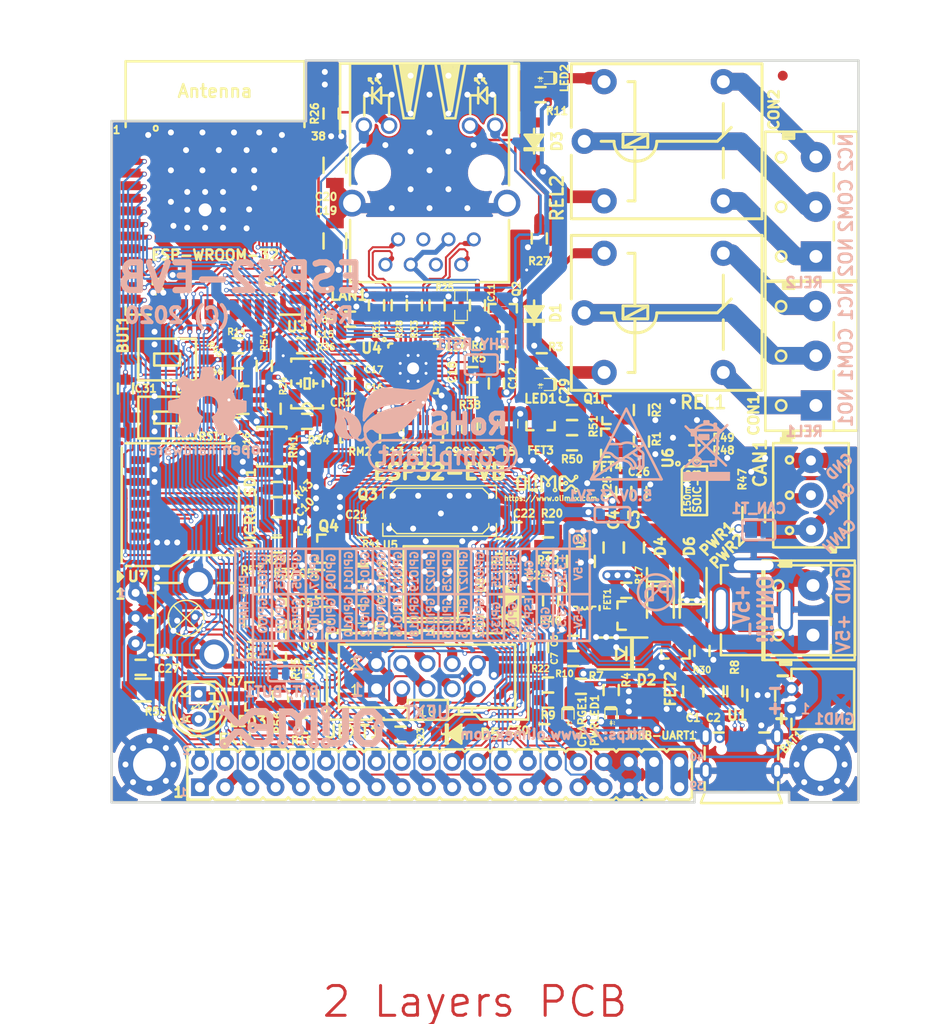
<source format=kicad_pcb>
(kicad_pcb (version 20221018) (generator pcbnew)
  (title_block (title "ESP32-EVB") (date "2020-03-18") (rev "I") (company "OLIMEX Ltd.") (comment 1 "https://www.olimex.com"))
  (layers (0 "F.Cu" mixed) (31 "B.Cu" mixed) (34 "B.Paste" user) (35 "F.Paste" user) (36 "B.SilkS" user "B.Silkscreen") (37 "F.SilkS" user "F.Silkscreen") (38 "B.Mask" user) (39 "F.Mask" user) (44 "Edge.Cuts" user))
  (net 0 "")
  (net 1 "+5V")
  (net 2 "GND")
  (net 3 "Net-(BAT1-Pad1)")
  (net 4 "Net-(BUT1-Pad2)")
  (net 5 "/GPI34/BUT1")
  (net 6 "Net-(C3-Pad1)")
  (net 7 "Net-(C5-Pad2)")
  (net 8 "+3V3")
  (net 9 "Net-(C10-Pad1)")
  (net 10 "Net-(C11-Pad1)")
  (net 11 "Net-(C18-Pad2)")
  (net 12 "Net-(CON1-Pad3)")
  (net 13 "Net-(CON1-Pad1)")
  (net 14 "Net-(CON1-Pad2)")
  (net 15 "Net-(CON2-Pad2)")
  (net 16 "Net-(CON2-Pad1)")
  (net 17 "Net-(CON2-Pad3)")
  (net 18 "Net-(CR1-Pad3)")
  (net 19 "Net-(D1-Pad2)")
  (net 20 "Net-(D3-Pad2)")
  (net 21 "/GPIO3/U0RXD")
  (net 22 "Net-(D5-Pad1)")
  (net 23 "/ESP_EN")
  (net 24 "/GPIO25/EMAC_RXD0(RMII)")
  (net 25 "/GPIO19/EMAC_TXD0(RMII)")
  (net 26 "/GPIO26/EMAC_RXD1(RMII)")
  (net 27 "/GPIO33/REL2")
  (net 28 "/GPIO32/REL1")
  (net 29 "/GPIO9/SD_DATA2")
  (net 30 "/GPIO8/SD_DATA1")
  (net 31 "/GPIO6/SD_CLK")
  (net 32 "/GPIO7/SD_DATA0")
  (net 33 "/GPIO1/U0TXD")
  (net 34 "/GPIO10/SD_DATA3")
  (net 35 "/GPIO11/SD_CMD")
  (net 36 "Net-(L2-Pad1)")
  (net 37 "Net-(LED1-Pad2)")
  (net 38 "Net-(LED2-Pad2)")
  (net 39 "Net-(Q1-Pad1)")
  (net 40 "Net-(Q2-Pad1)")
  (net 41 "Net-(R19-Pad1)")
  (net 42 "Net-(R39-Pad1)")
  (net 43 "/PHYAD0")
  (net 44 "/PHYAD1")
  (net 45 "/PHYAD2")
  (net 46 "/RMIISEL")
  (net 47 "/VDD1A-2A")
  (net 48 "/VDDCR")
  (net 49 "/GPIO22/EMAC_TXD1(RMII)")
  (net 50 "/GPIO21/EMAC_TX_EN(RMII)")
  (net 51 "Net-(MICRO_SD1-Pad5)")
  (net 52 "Net-(LAN1-Pad1)")
  (net 53 "Net-(LAN1-Pad2)")
  (net 54 "Net-(LAN1-Pad7)")
  (net 55 "Net-(LAN1-Pad8)")
  (net 56 "Net-(LAN1-PadAG1)")
  (net 57 "Net-(LAN1-PadAY1)")
  (net 58 "Net-(LAN1-PadKG1)")
  (net 59 "Net-(LAN1-PadKY1)")
  (net 60 "Net-(C19-Pad1)")
  (net 61 "Net-(C21-Pad1)")
  (net 62 "Net-(C22-Pad1)")
  (net 63 "/CANL")
  (net 64 "/CANH")
  (net 65 "Net-(CAN_T1-Pad1)")
  (net 66 "/GPI36/U1RXD")
  (net 67 "/+5V_EXT")
  (net 68 "/GPI39/IR_RECEIVE")
  (net 69 "/GPIO23/MDC(RMII)")
  (net 70 "/GPIO27/EMAC_RX_CRS_DV")
  (net 71 "/GPI35/CAN-RX")
  (net 72 "/GPIO5/CAN-TX")
  (net 73 "/GPIO4/U1TXD")
  (net 74 "/GPIO0/XTAL1/CLKIN")
  (net 75 "/GPIO2/HS2_DATA0")
  (net 76 "/GPIO12/IR_Transmit")
  (net 77 "/GPIO13/I2C-SDA")
  (net 78 "/GPIO14/HS2_CLK")
  (net 79 "/GPIO15/HS2_CMD")
  (net 80 "/GPIO16/I2C-SCL")
  (net 81 "/GPIO17/SPI_CS")
  (net 82 "/GPIO18/MDIO(RMII)")
  (net 83 "/+5V_USB")
  (net 84 "Net-(LED3-Pad1)")
  (net 85 "Net-(LED3-Pad2)")
  (net 86 "Net-(MICRO_SD1-Pad1)")
  (net 87 "Net-(MICRO_SD1-Pad2)")
  (net 88 "Net-(MICRO_SD1-Pad8)")
  (net 89 "Net-(Q4-Pad2)")
  (net 90 "Net-(Q4-Pad1)")
  (net 91 "Net-(Q5-Pad2)")
  (net 92 "Net-(Q5-Pad1)")
  (net 93 "Net-(Q7-Pad1)")
  (net 94 "Net-(R48-Pad1)")
  (net 95 "Net-(U3-Pad32)")
  (net 96 "Net-(U4-Pad4)")
  (net 97 "Net-(U4-Pad14)")
  (net 98 "Net-(U4-Pad18)")
  (net 99 "Net-(U4-Pad20)")
  (net 100 "Net-(U4-Pad26)")
  (net 101 "Net-(U5-Pad6)")
  (net 102 "Net-(U5-Pad7)")
  (net 103 "Net-(U5-Pad11)")
  (net 104 "Net-(U5-Pad12)")
  (net 105 "Net-(U5-Pad13)")
  (net 106 "Net-(U5-Pad14)")
  (net 107 "Net-(U5-Pad17)")
  (net 108 "Net-(USB-UART1-Pad4)")
  (net 109 "/OSC_DIS")
  (net 110 "Net-(PWRLED1-Pad1)")
  (net 111 "Net-(Q5-Pad3)")
  (net 112 "Net-(C28-Pad1)")
  (net 113 "Net-(MICRO_SD1-Pad7)")
  (net 114 "Net-(5.0V/3.3V1-Pad2)")
  (net 115 "Net-(R44-Pad2)")
  (net 116 "/D_Com")
  (net 117 "+3.3VLAN")
  (net 118 "Net-(C29-Pad2)")
  (net 119 "Net-(FET4-Pad3)")
  (net 120 "Net-(CHARGE1-Pad1)")
  (net 121 "Net-(R7-Pad1)")
  (net 122 "Net-(R8-Pad2)")
  (net 123 "/BUT1")
  (net 124 "Net-(BAT/BUT1-Pad3)")
  (net 125 "Net-(C24-Pad1)")
  (net 126 "Net-(D7-Pad1)")
  (net 127 "Net-(D8-Pad2)")
  (net 128 "Net-(U5-Pad20)")
  (footprint "OLIMEX_Other-FP:Mounting_hole_3.3mm" (layer "F.Cu") (at 140.97 70.358)
    (fp_text reference "MH1" hide)
    (fp_text value "Mounting_hole_Shield_3.3mm" hide)
  )
  (footprint "OLIMEX_Other-FP:Mounting_hole_Shield_3.3mm" (layer "F.Cu") (at 140.97 137.922)
    (fp_text reference "MH2" hide)
    (fp_text value "Mounting_hole_Shield_3.3mm" hide)
  )
  (footprint "OLIMEX_Other-FP:Mounting_hole_Shield_3.3mm" (layer "F.Cu") (at 73.406 137.922)
    (fp_text reference "MH3" hide)
    (fp_text value "Mounting_hole_Shield_3.3mm" hide)
  )
  (footprint "OLIMEX_Connectors-FP:HN2x20" (layer "F.Cu") (at 102.616 138.938)
    (fp_text reference "EXT1")
    (fp_text value "NA(HN2x20)")
  )
  (footprint "OLIMEX_RLC-FP:C_0603_5MIL_DWS" (layer "F.Cu") (at 91.059 122.809)
    (fp_text reference "C5")
    (fp_text value "22uF/6.3V/20%/X5R/C0603")
  )
  (footprint "OLIMEX_RLC-FP:C_0603_5MIL_DWS" (layer "F.Cu") (at 105.664 104.013 90)
    (fp_text reference "C8")
    (fp_text value "22uF/6.3V/20%/X5R/C0603")
  )
  (footprint "OLIMEX_RLC-FP:C_0603_5MIL_DWS" (layer "F.Cu") (at 104.14 104.013 90)
    (fp_text reference "C9")
    (fp_text value "22uF/6.3V/20%/X5R/C0603")
  )
  (footprint "OLIMEX_RLC-FP:C_0805_5MIL_DWS" (layer "F.Cu") (at 86.233 112.014)
    (fp_text reference "C10")
    (fp_text value "47uF/6.3V/20%/X5R/C0805")
  )
  (footprint "OLIMEX_RLC-FP:C_0603_5MIL_DWS" (layer "F.Cu") (at 106.426 91.694 -90)
    (fp_text reference "C11")
    (fp_text value "100nF/50V/20%/Y5V/C0603")
  )
  (footprint "OLIMEX_RLC-FP:C_0603_5MIL_DWS" (layer "F.Cu") (at 97.79 104.013 -90)
    (fp_text reference "C13")
    (fp_text value "100nF/50V/20%/Y5V/C0603")
  )
  (footprint "OLIMEX_RLC-FP:C_0603_5MIL_DWS" (layer "F.Cu") (at 93.599 94.615 180)
    (fp_text reference "C15")
    (fp_text value "100nF/50V/20%/Y5V/C0603")
  )
  (footprint "OLIMEX_RLC-FP:C_0603_5MIL_DWS" (layer "F.Cu") (at 93.599 99.822 180)
    (fp_text reference "C16")
    (fp_text value "2.2uF/6.3V/10%/X5R/C0603")
  )
  (footprint "OLIMEX_RLC-FP:C_0603_5MIL_DWS" (layer "F.Cu") (at 93.599 98.298 180)
    (fp_text reference "C17")
    (fp_text value "100nF/50V/20%/Y5V/C0603")
  )
  (footprint "OLIMEX_RLC-FP:C_0603_5MIL_DWS" (layer "F.Cu") (at 105.918 98.679 180)
    (fp_text reference "C18")
    (fp_text value "NA(10uF/6.3V/20%/X5R/C0603)")
  )
  (footprint "OLIMEX_Connectors-FP:TB3-DG306-5.0_3P" (layer "F.Cu") (at 140.5 96.774 90)
    (fp_text reference "CON1")
    (fp_text value "TB3 DG306-5.0-3P")
  )
  (footprint "OLIMEX_Connectors-FP:TB3-DG306-5.0_3P" (layer "F.Cu") (at 140.5 81.774 90)
    (fp_text reference "CON2")
    (fp_text value "TB3 DG306-5.0-3P")
  )
  (footprint "OLIMEX_Crystal-FP:5032-4P_HCX-3S" (layer "F.Cu") (at 89.281 99.568 90)
    (fp_text reference "CR1")
    (fp_text value "Q50MHz/25ppm/3V/4P/5x3.2mm")
  )
  (footprint "OLIMEX_Diodes-FP:SOD-123_1C-2A_KA" (layer "F.Cu") (at 112.141 92.456 90)
    (fp_text reference "D1")
    (fp_text value "1N5819S4(SOD-123)")
  )
  (footprint "OLIMEX_Diodes-FP:SOD-123_1C-2A_KA" (layer "F.Cu") (at 112.141 75.184 90)
    (fp_text reference "D3")
    (fp_text value "1N5819S4(SOD-123)")
  )
  (footprint "OLIMEX_Diodes-FP:SMA-KA" (layer "F.Cu") (at 124.841 120.65 -90)
    (fp_text reference "D4")
    (fp_text value "1N5822/SS34/SMA")
  )
  (footprint "OLIMEX_Diodes-FP:SOD-123_1C-2A_KA" (layer "F.Cu") (at 104.14 134.874)
    (fp_text reference "D5")
    (fp_text value "1N5819S4(SOD-123)")
  )
  (footprint "OLIMEX_Transistors-FP:SOT23" (layer "F.Cu") (at 121.158 122.936)
    (fp_text reference "FET1")
    (fp_text value "WPM2015-3/TR")
  )
  (footprint "OLIMEX_RLC-FP:L_0805_5MIL_DWS" (layer "F.Cu") (at 107.569 103.632 90)
    (fp_text reference "L3")
    (fp_text value "FB0805/600R/2A")
  )
  (footprint "OLIMEX_RLC-FP:L_0805_5MIL_DWS" (layer "F.Cu") (at 86.233 113.919 180)
    (fp_text reference "L4")
    (fp_text value "FB0805/600R/2A")
  )
  (footprint "OLIMEX_LEDs-FP:LED_0603_KA" (layer "F.Cu") (at 112.776 99.695 180)
    (fp_text reference "LED1")
    (fp_text value "LED/GREEN/0603")
  )
  (footprint "OLIMEX_LEDs-FP:LED_0603_KA" (layer "F.Cu") (at 112.776 68.834 180)
    (fp_text reference "LED2")
    (fp_text value "LED/GREEN/0603")
  )
  (footprint "OLIMEX_Connectors-FP:PWRJ-2mm(YDJ-1136)" (layer "F.Cu") (at 130.937 117.569 180)
    (fp_text reference "PWR1")
    (fp_text value "PWRJ-2mm(YDJ-1134)")
  )
  (footprint "OLIMEX_Connectors-FP:TB2-DG306-5.0_2P" (layer "F.Cu") (at 140.208 122.395 90)
    (fp_text reference "PWR2")
    (fp_text value "NA(TB2 DG306-5.0-2P)")
  )
  (footprint "OLIMEX_Transistors-FP:SOT23" (layer "F.Cu") (at 119.634 102.235)
    (fp_text reference "Q1")
    (fp_text value "BC817-40(SOT23)")
  )
  (footprint "OLIMEX_Transistors-FP:SOT23" (layer "F.Cu") (at 108.966 92.202 -90)
    (fp_text reference "Q2")
    (fp_text value "BC817-40(SOT23)")
  )
  (footprint "OLIMEX_RLC-FP:R_0603_5MIL_DWS" (layer "F.Cu") (at 112.903 97.282 180)
    (fp_text reference "R3")
    (fp_text value "2.2k/R0603")
  )
  (footprint "OLIMEX_RLC-FP:R_0603_5MIL_DWS" (layer "F.Cu") (at 108.966 96.647 180)
    (fp_text reference "R5")
    (fp_text value "1k/R0603")
  )
  (footprint "OLIMEX_RLC-FP:R_0603_5MIL_DWS" (layer "F.Cu") (at 108.966 95.123 180)
    (fp_text reference "R6")
    (fp_text value "10k/R0603")
  )
  (footprint "OLIMEX_RLC-FP:R_0603_5MIL_DWS" (layer "F.Cu") (at 112.776 70.485 180)
    (fp_text reference "R11")
    (fp_text value "2.2k/R0603")
  )
  (footprint "OLIMEX_RLC-FP:R_0603_5MIL_DWS" (layer "F.Cu") (at 82.296 95.758)
    (fp_text reference "R14")
    (fp_text value "220R/R0603")
  )
  (footprint "OLIMEX_RLC-FP:R_0603_5MIL_DWS" (layer "F.Cu") (at 82.042 103.759 180)
    (fp_text reference "R16")
    (fp_text value "220R/R0603")
  )
  (footprint "OLIMEX_RLC-FP:R_0603_5MIL_DWS" (layer "F.Cu") (at 88.773 133.985)
    (fp_text reference "R18")
    (fp_text value "2.2k/R0603")
  )
  (footprint "OLIMEX_RLC-FP:R_0603_5MIL_DWS" (layer "F.Cu") (at 89.662 131.064 90)
    (fp_text reference "R21")
    (fp_text value "2.2k/R0603")
  )
  (footprint "OLIMEX_RLC-FP:R_0603_5MIL_DWS" (layer "F.Cu") (at 98.679 134.874 180)
    (fp_text reference "R23")
    (fp_text value "10k/R0603")
  )
  (footprint "OLIMEX_RLC-FP:R_0603_5MIL_DWS" (layer "F.Cu") (at 91.694 72.39 90)
    (fp_text reference "R26")
    (fp_text value "220R/R0603")
  )
  (footprint "OLIMEX_RLC-FP:R_0603_5MIL_DWS" (layer "F.Cu") (at 112.649 84.963 -90)
    (fp_text reference "R27")
    (fp_text value "220R/R0603")
  )
  (footprint "OLIMEX_RLC-FP:R_0603_5MIL_DWS" (layer "F.Cu") (at 98.552 91.694 -90)
    (fp_text reference "R28")
    (fp_text value "49.9R/1%/R0603")
  )
  (footprint "OLIMEX_RLC-FP:R_0603_5MIL_DWS" (layer "F.Cu") (at 86.233 115.824 180)
    (fp_text reference "R29")
    (fp_text value "10k/R0603")
  )
  (footprint "OLIMEX_RLC-FP:R_0603_5MIL_DWS" (layer "F.Cu") (at 96.266 91.694 -90)
    (fp_text reference "R31")
    (fp_text value "49.9R/1%/R0603")
  )
  (footprint "OLIMEX_RLC-FP:R_0603_5MIL_DWS" (layer "F.Cu") (at 100.076 91.694 -90)
    (fp_text reference "R33")
    (fp_text value "49.9R/1%/R0603")
  )
  (footprint "OLIMEX_RLC-FP:R_0603_5MIL_DWS" (layer "F.Cu") (at 89.281 103.378)
    (fp_text reference "R34")
    (fp_text value "10k/R0603")
  )
  (footprint "OLIMEX_RLC-FP:R_0603_5MIL_DWS" (layer "F.Cu") (at 108.839 115.951 180)
    (fp_text reference "R35")
    (fp_text value "10k/R0603")
  )
  (footprint "OLIMEX_RLC-FP:R_0603_5MIL_DWS" (layer "F.Cu") (at 88.773 95.758)
    (fp_text reference "R36")
    (fp_text value "10R/R0603")
  )
  (footprint "OLIMEX_RLC-FP:R_0603_5MIL_DWS" (layer "F.Cu") (at 105.918 100.203)
    (fp_text reference "R38")
    (fp_text value "10k/R0603")
  )
  (footprint "OLIMEX_RLC-FP:R_0603_5MIL_DWS" (layer "F.Cu") (at 93.599 93.091 180)
    (fp_text reference "R39")
    (fp_text value "12.1k/1%/R0603")
  )
  (footprint "OLIMEX_RLC-FP:R_0603_5MIL_DWS" (layer "F.Cu") (at 94.869 116.967 180)
    (fp_text reference "R41")
    (fp_text value "1k/R0603")
  )
  (footprint "OLIMEX_Relays-FP:Relay_RAS-05-15" (layer "F.Cu") (at 125.476 92.456 180)
    (fp_text reference "REL1")
    (fp_text value "RAS-0515")
  )
  (footprint "OLIMEX_Relays-FP:Relay_RAS-05-15" (layer "F.Cu") (at 125.476 75.184 180)
    (fp_text reference "REL2")
    (fp_text value "RAS-0515")
  )
  (footprint "OLIMEX_RLC-FP:R_MATRIX_4" (layer "F.Cu") (at 85.725 105.918 -90)
    (fp_text reference "RM1")
    (fp_text value "RA1206_(4X0603)_4B8_2.2k")
  )
  (footprint "OLIMEX_RLC-FP:R_MATRIX_4" (layer "F.Cu") (at 94.615 104.013)
    (fp_text reference "RM2")
    (fp_text value "RA1206_(4X0603)_4B8_2.2k")
  )
  (footprint "OLIMEX_RLC-FP:R_MATRIX_4" (layer "F.Cu") (at 100.965 104.013 180)
    (fp_text reference "RM3")
    (fp_text value "RA1206_(4X0603)_4B8_2.2k")
  )
  (footprint "OLIMEX_Regulators-FP:SOT-23-5" (layer "F.Cu") (at 116.84 117.475 -90)
    (fp_text reference "U2")
    (fp_text value "SY8089AAAC(SOT23-5)")
  )
  (footprint "OLIMEX_Cases-FP:ESP-WROOM-32_MODULE" (layer "F.Cu") (at 80.01 79.883)
    (fp_text reference "U3")
    (fp_text value "ESP-WROOM-32")
  )
  (footprint "OLIMEX_IC-FP:QFN32_EP(33)_5.00x5.00x0.90mm_Pitch_0.50mm" (layer "F.Cu") (at 99.949 98.044 -90)
    (fp_text reference "U4")
    (fp_text value "LAN8710A-EZC(QFN32)")
  )
  (footprint "OLIMEX_Connectors-FP:UEXT_ML10" (layer "F.Cu") (at 101.346 129.032)
    (fp_text reference "UEXT1")
    (fp_text value "BH10S")
  )
  (footprint "OLIMEX_Connectors-FP:TFC-WXCP11-08-LF" (layer "F.Cu") (at 76.327 111.125 180)
    (fp_text reference "MICRO_SD1")
    (fp_text value "TFC-WXCP11-08-LF")
  )
  (footprint "OLIMEX_Buttons-FP:T1107A(6x3,8x2,5MM)" (layer "F.Cu") (at 75.184 97.155 180)
    (fp_text reference "BUT1")
    (fp_text value "T1107A(6x3,8x2,5MM)")
  )
  (footprint "OLIMEX_Connectors-FP:RJLBC-060TC1" (layer "F.Cu") (at 101.6 78.359 180)
    (fp_text reference "LAN1")
    (fp_text value "RJLD-060TC1(LPJ4013EDNL)")
  )
  (footprint "OLIMEX_RLC-FP:C_1206_5MIL_DWS_ISO" (layer "F.Cu") (at 92.075 85.217 -90)
    (fp_text reference "C19")
    (fp_text value "1nF/2000V/10%/X7R/C1206")
  )
  (footprint "OLIMEX_RLC-FP:C_1206_5MIL_DWS_ISO" (layer "F.Cu") (at 92.075 77.597 90)
    (fp_text reference "C20")
    (fp_text value "NA(1nF/2000V/10%/X7R/C1206)")
  )
  (footprint "OLIMEX_Other-FP:Fiducial1x3" (layer "F.Cu") (at 71.501 133.35)
    (fp_text reference "Fid1" hide)
    (fp_text value "")
  )
  (footprint "OLIMEX_Other-FP:Fiducial1x3" (layer "F.Cu") (at 137.16 68.58)
    (fp_text reference "Fid3" hide)
    (fp_text value "")
  )
  (footprint "OLIMEX_RLC-FP:R_0603_5MIL_DWS" (layer "F.Cu") (at 119.888 130.429 90)
    (fp_text reference "R4")
    (fp_text value "2.2k/R0603")
  )
  (footprint "OLIMEX_RLC-FP:R_0603_5MIL_DWS" (layer "F.Cu") (at 113.538 115.824 180)
    (fp_text reference "R19")
    (fp_text value "220k/R0603")
  )
  (footprint "OLIMEX_RLC-FP:R_0603_5MIL_DWS" (layer "F.Cu") (at 113.538 114.3 180)
    (fp_text reference "R20")
    (fp_text value "49.9k/1%/R0603")
  )
  (footprint "OLIMEX_RLC-FP:C_0603_5MIL_DWS" (layer "F.Cu") (at 94.869 114.3 180)
    (fp_text reference "C21")
    (fp_text value "27pF/50V/5%/C0G/C0603")
  )
  (footprint "OLIMEX_RLC-FP:C_0603_5MIL_DWS" (layer "F.Cu") (at 110.363 114.3)
    (fp_text reference "C22")
    (fp_text value "27pF/50V/5%/C0G/C0603")
  )
  (footprint "OLIMEX_RLC-FP:C_0603_5MIL_DWS" (layer "F.Cu") (at 94.869 121.158 180)
    (fp_text reference "C23")
    (fp_text value "22uF/6.3V/20%/X5R/C0603")
  )
  (footprint "OLIMEX_RLC-FP:C_0603_5MIL_DWS" (layer "F.Cu") (at 109.22 119.253)
    (fp_text reference "C24")
    (fp_text value "100nF/50V/20%/Y5V/C0603")
  )
  (footprint "OLIMEX_RLC-FP:C_0603_5MIL_DWS" (layer "F.Cu") (at 121.158 110.49 -90)
    (fp_text reference "C25")
    (fp_text value "100nF/50V/20%/Y5V/C0603")
  )
  (footprint "OLIMEX_RLC-FP:C_0603_5MIL_DWS" (layer "F.Cu") (at 72.517 128.143)
    (fp_text reference "C27")
    (fp_text value "100nF/50V/20%/Y5V/C0603")
  )
  (footprint "OLIMEX_Connectors-FP:TB3-3.5mm" (layer "F.Cu") (at 140 110.815 -90)
    (fp_text reference "CAN1")
    (fp_text value "TB3-3.5mm")
  )
  (footprint "OLIMEX_Diodes-FP:SMA-KA" (layer "F.Cu") (at 128.143 120.65 90)
    (fp_text reference "D6")
    (fp_text value "1N5822/SS34/SMA")
  )
  (footprint "OLIMEX_Transistors-FP:SOT23" (layer "F.Cu") (at 126.365 126.619 90)
    (fp_text reference "FET2")
    (fp_text value "WPM2015-3/TR")
  )
  (footprint "OLIMEX_LEDs-FP:LED-5mm-PTH-AK" (layer "F.Cu") (at 78.359 132.08 90)
    (fp_text reference "LED3")
    (fp_text value "LED/IR333-A/5mm")
  )
  (footprint "OLIMEX_Crystal-FP:Q_49U3HMS" (layer "F.Cu") (at 102.616 112.395)
    (fp_text reference "Q3")
    (fp_text value "Q12MHz/20pF/30ppm/2P/HC-49SM(SMD)")
  )
  (footprint "OLIMEX_Transistors-FP:SOT23" (layer "F.Cu") (at 90.932 116.205)
    (fp_text reference "Q4")
    (fp_text value "BC817-40(SOT23)")
  )
  (footprint "OLIMEX_Transistors-FP:SOT23" (layer "F.Cu") (at 90.805 119.761)
    (fp_text reference "Q5")
    (fp_text value "BC817-40(SOT23)")
  )
  (footprint "OLIMEX_Transistors-FP:SOT23" (layer "F.Cu") (at 83.693 131.064)
    (fp_text reference "Q7")
    (fp_text value "BC817-40(SOT23)")
  )
  (footprint "OLIMEX_RLC-FP:R_0603_5MIL_DWS" (layer "F.Cu") (at 129.032 126.492 -90)
    (fp_text reference "R30")
    (fp_text value "10k/R0603")
  )
  (footprint "OLIMEX_RLC-FP:R_0603_5MIL_DWS" (layer "F.Cu") (at 94.869 118.745 180)
    (fp_text reference "R42")
    (fp_text value "1k/R0603")
  )
  (footprint "OLIMEX_RLC-FP:R_0603_5MIL_DWS" (layer "F.Cu") (at 82.296 97.282 180)
    (fp_text reference "R45")
    (fp_text value "10k/R0603")
  )
  (footprint "OLIMEX_RLC-FP:R_1206_5MIL_DWS" (layer "F.Cu") (at 134.239 112.776 90)
    (fp_text reference "R47")
    (fp_text value "120R/R1206")
  )
  (footprint "OLIMEX_RLC-FP:R_0603_5MIL_DWS" (layer "F.Cu") (at 128.27 106.553 180)
    (fp_text reference "R48")
    (fp_text value "NA/R0603")
  )
  (footprint "OLIMEX_RLC-FP:R_0603_5MIL_DWS" (layer "F.Cu") (at 128.27 105.029 180)
    (fp_text reference "R49")
    (fp_text value "10k/R0603")
  )
  (footprint "OLIMEX_RLC-FP:R_1206_5MIL_DWS" (layer "F.Cu") (at 72.771 130.429)
    (fp_text reference "R53")
    (fp_text value "6.8R/R1206")
  )
  (footprint "OLIMEX_RLC-FP:R_0603_5MIL_DWS" (layer "F.Cu") (at 84.963 97.79 90)
    (fp_text reference "R54")
    (fp_text value "NA/R0603")
  )
  (footprint "OLIMEX_RLC-FP:R_0603_5MIL_DWS" (layer "F.Cu") (at 88.138 131.064 -90)
    (fp_text reference "R55")
    (fp_text value "1k/R0603")
  )
  (footprint "OLIMEX_RLC-FP:R_0603_5MIL_DWS" (layer "F.Cu") (at 86.614 131.064 -90)
    (fp_text reference "R56")
    (fp_text value "10k/R0603")
  )
  (footprint "OLIMEX_IC-FP:SOIC-8_150mil" (layer "F.Cu") (at 128.27 110.363 -90)
    (fp_text reference "U6")
    (fp_text value "MCP2562-E/SN(SOIC-8_150mil)")
  )
  (footprint "OLIMEX_IC-FP:RPM7236-H8" (layer "F.Cu") (at 77.089 123.19 -90)
    (fp_text reference "U7")
    (fp_text value "RPM7236-H8")
  )
  (footprint "OLIMEX_Connectors-FP:USB-MICRO_MISB-SWMM-5B_LF" (layer "F.Cu") (at 133 138.303 -90)
    (fp_text reference "USB-UART1")
    (fp_text value "MISB-SWMM-5B-LF(USB_MICRO)")
  )
  (footprint "OLIMEX_RLC-FP:C_0805_5MIL_DWS" (layer "F.Cu") (at 122.174 116.078 90)
    (fp_text reference "C3")
    (fp_text value "NA(47uF/6.3V/20%/X5R/C0805)")
  )
  (footprint "OLIMEX_RLC-FP:C_0805_5MIL_DWS" (layer "F.Cu") (at 120.142 116.078 90)
    (fp_text reference "C4")
    (fp_text value "47uF/6.3V/20%/X5R/C0805")
  )
  (footprint "OLIMEX_RLC-FP:R_0603_5MIL_DWS" (layer "F.Cu") (at 87.249 120.015 180)
    (fp_text reference "R37")
    (fp_text value "220R/R0603")
  )
  (footprint "OLIMEX_RLC-FP:R_0603_5MIL_DWS" (layer "F.Cu") (at 83.693 123.571 -90)
    (fp_text reference "R44")
    (fp_text value "NA/R0603")
  )
  (footprint "OLIMEX_Diodes-FP:DO214AA_1(K)-2(A)" (layer "F.Cu") (at 121.031 126.746 180)
    (fp_text reference "D2")
    (fp_text value "SMBJ6.0A(DO-214AA)")
  )
  (footprint "OLIMEX_RLC-FP:R_0603_5MIL_DWS" (layer "F.Cu") (at 83.693 120.396 -90)
    (fp_text reference "R57")
    (fp_text value "NA(1k/R0603)")
  )
  (footprint "OLIMEX_RLC-FP:C_0603_5MIL_DWS" (layer "F.Cu") (at 115.951 102.489 180)
    (fp_text reference "C29")
    (fp_text value "22uF/6.3V/20%/X5R/C0603")
  )
  (footprint "OLIMEX_RLC-FP:R_0603_5MIL_DWS" (layer "F.Cu") (at 115.951 105.537 180)
    (fp_text reference "R50")
    (fp_text value "1k/R0603")
  )
  (footprint "OLIMEX_RLC-FP:R_0603_5MIL_DWS" (layer "F.Cu") (at 115.951 104.013 180)
    (fp_text reference "R51")
    (fp_text value "10k/R0603")
  )
  (footprint "OLIMEX_RLC-FP:C_0603_5MIL_DWS" (layer "F.Cu") (at 108.331 99.568 90)
    (fp_text reference "C12")
    (fp_text value "22uF/6.3V/20%/X5R/C0603")
  )
  (footprint "OLIMEX_Transistors-FP:SOT23" (layer "F.Cu") (at 112.776 103.632 90)
    (fp_text reference "FET3")
    (fp_text value "WPM2015-3/TR")
  )
  (footprint "OLIMEX_RLC-FP:L_0805_5MIL_DWS" (layer "F.Cu") (at 109.601 103.632 -90)
    (fp_text reference "L5")
    (fp_text value "NA(FB0805/600R/2A)")
  )
  (footprint "OLIMEX_RLC-FP:R_0603_5MIL_DWS" (layer "F.Cu") (at 122.936 105.41 90)
    (fp_text reference "R1")
    (fp_text value "1k/R0603")
  )
  (footprint "OLIMEX_RLC-FP:R_0603_5MIL_DWS" (layer "F.Cu") (at 122.936 102.235 -90)
    (fp_text reference "R2")
    (fp_text value "10k/R0603")
  )
  (footprint "OLIMEX_Other-FP:Fiducial1x3" (layer "F.Cu") (at 142.875 133.35)
    (fp_text reference "Fid2" hide)
    (fp_text value "")
  )
  (footprint "OLIMEX_IC-FP:SOT-23-5" (layer "F.Cu") (at 135.001 130.937 -90)
    (fp_text reference "U1")
    (fp_text value "BL4054B-42TPRN(SOT23-5)")
  )
  (footprint "OLIMEX_RLC-FP:R_0603_5MIL_DWS" (layer "F.Cu") (at 132.334 130.556 90)
    (fp_text reference "R8")
    (fp_text value "2k/1%")
  )
  (footprint "OLIMEX_RLC-FP:C_0805_5MIL_DWS" (layer "F.Cu") (at 128.143 130.556 -90)
    (fp_text reference "C1")
    (fp_text value "NA(47uF/6.3V/20%/X5R/C0805)")
  )
  (footprint "OLIMEX_RLC-FP:C_0805_5MIL_DWS" (layer "F.Cu") (at 130.175 130.556 -90)
    (fp_text reference "C2")
    (fp_text value "47uF/6.3V/20%/X5R/C0805")
  )
  (footprint "OLIMEX_RLC-FP:R_0603_5MIL_DWS" (layer "F.Cu") (at 102.362 91.694 -90)
    (fp_text reference "R32")
    (fp_text value "49.9R/1%/R0603")
  )
  (footprint "OLIMEX_RLC-FP:C_0603_5MIL_DWS" (layer "F.Cu") (at 104.521 94.234)
    (fp_text reference "C14")
    (fp_text value "100nF/50V/20%/Y5V/C0603")
  )
  (footprint "OLIMEX_Diodes-FP:SOD-123_1C-2A_KA" (layer "F.Cu") (at 109.855 123.063)
    (fp_text reference "D7")
    (fp_text value "1N5819S4(SOD-123)")
  )
  (footprint "OLIMEX_RLC-FP:R_0603_5MIL_DWS" (layer "F.Cu") (at 113.538 129.921 180)
    (fp_text reference "R10")
    (fp_text value "470k/R0603")
  )
  (footprint "OLIMEX_RLC-FP:R_0603_5MIL_DWS" (layer "F.Cu") (at 113.538 131.445 180)
    (fp_text reference "R9")
    (fp_text value "470k/R0603")
  )
  (footprint "OLIMEX_RLC-FP:C_0603_5MIL_DWS" (layer "F.Cu") (at 113.157 134.62 180)
    (fp_text reference "C30")
    (fp_text value "100nF/50V/20%/Y5V/C0603")
  )
  (footprint "OLIMEX_Diodes-FP:SOT23-3" (layer "F.Cu") (at 86.487 125.984 180)
    (fp_text reference "U9")
    (fp_text value "BAT54C(SOT23-3)")
  )
  (footprint "OLIMEX_Diodes-FP:SOD-123_1C-2A_KA" (layer "F.Cu") (at 109.855 121.031 180)
    (fp_text reference "D8")
    (fp_text value "1N5819S4(SOD-123)")
  )
  (footprint "OLIMEX_RLC-FP:R_0603_5MIL_DWS" (layer "F.Cu") (at 85.852 102.108 90)
    (fp_text reference "R24")
    (fp_text value "10k/R0603")
  )
  (footprint "OLIMEX_RLC-FP:C_0603_5MIL_DWS" (layer "F.Cu") (at 79.502 100.203 90)
    (fp_text reference "C28")
    (fp_text value "470nF/16V/10%/X7R/C0603")
  )
  (footprint "OLIMEX_Transistors-FP:SOT23" (layer "F.Cu") (at 119.507 105.537)
    (fp_text reference "FET4")
    (fp_text value "BSS138")
  )
  (footprint "OLIMEX_RLC-FP:C_0603_5MIL_DWS" (layer "F.Cu") (at 122.682 110.49 -90)
    (fp_text reference "C26")
    (fp_text value "10uF/6.3V/20%/X5R/C0603")
  )
  (footprint "OLIMEX_LOGOs-FP:LOGO_OLIMEX_80" (layer "F.Cu") (at 113.411 109.601)
    (fp_text reference "Logo-Olimex_Small" hide)
    (fp_text value "" hide)
  )
  (footprint "OLIMEX_RLC-FP:R_0603_5MIL_DWS" (layer "F.Cu") (at 113.792 121.412 -90)
    (fp_text reference "R40")
    (fp_text value "10k/R0603")
  )
  (footprint "OLIMEX_RLC-FP:L_0805_5MIL_DWS" (layer "F.Cu") (at 94.742 122.809 180)
    (fp_text reference "L1")
    (fp_text value "FB0805/600R/2A")
  )
  (footprint "OLIMEX_IC-FP:SSOP-20W" (layer "F.Cu") (at 101.727 119.761 90)
    (fp_text reference "U5")
    (fp_text value "CH340T(SSOP20W)")
  )
  (footprint "OLIMEX_RLC-FP:R_0603_5MIL_DWS" (layer "F.Cu") (at 121.412 120.396)
    (fp_text reference "R17")
    (fp_text value "NA/R0603")
  )
  (footprint "OLIMEX_RLC-FP:C_0603_5MIL_DWS" (layer "F.Cu") (at 116.078 127.254)
    (fp_text reference "C7")
    (fp_text value "22uF/6.3V/20%/X5R/C0603")
  )
  (footprint "OLIMEX_RLC-FP:C_0603_5MIL_DWS" (layer "F.Cu") (at 116.078 125.73)
    (fp_text reference "C6")
    (fp_text value "22uF/6.3V/20%/X5R/C0603")
  )
  (footprint "OLIMEX_RLC-FP:R_0603_5MIL_DWS" (layer "F.Cu") (at 112.776 126.111 -90)
    (fp_text reference "R22")
    (fp_text value "10k/R0603")
  )
  (footprint "OLIMEX_RLC-FP:R_0603_5MIL_DWS" (layer "F.Cu") (at 116.84 130.048 180)
    (fp_text reference "R7")
    (fp_text value "2.2k/R0603")
  )
  (footprint "OLIMEX_LEDs-FP:LED_0603_KA" (layer "F.Cu") (at 115.57 133.731 -90)
    (fp_text reference "CHARGE1")
    (fp_text value "LED/Yellow/0603")
  )
  (footprint "OLIMEX_RLC-FP:C_0603_5MIL_DWS" (layer "F.Cu") (at 70.993 100.076 90)
    (fp_text reference "C31")
    (fp_text value "1uF/10V/10%/X5R/C0603")
  )
  (footprint "OLIMEX_Buttons-FP:T1107A(6x3,8x2,5MM)" (layer "F.Cu") (at 75.184 102.997 180)
    (fp_text reference "RST1")
    (fp_text value "T1107A(6x3,8x2,5MM)")
  )
  (footprint "OLIMEX_IC-FP:SOT-23-5" (layer "F.Cu") (at 82.804 101.219)
    (fp_text reference "U8")
    (fp_text value "NCP303LSN27T1G(SOT-23-5)")
  )
  (footprint "OLIMEX_RLC-FP:R_0603_5MIL_DWS" (layer "F.Cu") (at 82.296 98.806)
    (fp_text reference "R46")
    (fp_text value "NA/R0603")
  )
  (footprint "OLIMEX_RLC-FP:R_0603_5MIL_DWS" (layer "F.Cu") (at 86.233 110.236 180)
    (fp_text reference "R43")
    (fp_text value "10R/R0603")
  )
  (footprint "OLIMEX_RLC-FP:0R_0603" (layer "F.Cu") (at 104.775 91.694 90)
    (fp_text reference "R25")
    (fp_text value "0R(board_mounted)")
  )
  (footprint "OLIMEX_RLC-FP:CD32" (layer "F.Cu") (at 117.221 122.174 -90)
    (fp_text reference "L2")
    (fp_text value "2.2uH/1.5A/DCR=72mR/20%/3.00x3.00x1.50mm/CD32(NR3015T2R2M)")
  )
  (footprint "OLIMEX_Connectors-FP:LIPO_BAT-CON2DW02R" (layer "F.Cu") (at 141.1986 131.318 90)
    (fp_text reference "BAT1")
    (fp_text value "DW02R")
  )
  (footprint "OLIMEX_LEDs-FP:LED_0603_KA" (layer "F.Cu") (at 119.888 133.731 -90)
    (fp_text reference "PWRLED1")
    (fp_text value "LED/RED/0603")
  )
  (footprint "OLIMEX_Diodes-FP:SOT23-3" (layer "F.Cu") (at 86.487 122.682 180)
    (fp_text reference "U10")
    (fp_text value "BAT54C(SOT23-3)")
  )
  (footprint "OLIMEX_Jumpers-FP:SJ" (layer "B.Cu") (at 106.807 97.663 180)
    (fp_text reference "PHY_RST1")
    (fp_text value "Opened")
  )
  (footprint "OLIMEX_Jumpers-FP:SJ_2_SMALL_12_TIED" (layer "B.Cu") (at 120.015 112.776 180)
    (fp_text reference "5.0V/3.3V1")
    (fp_text value "Closed(1-2)/Opened(2-3)")
  )
  (footprint "OLIMEX_Jumpers-FP:SJ" (layer "B.Cu") (at 134.747 114.3)
    (fp_text reference "CAN_T1")
    (fp_text value "Opened")
  )
  (footprint "OLIMEX_LOGOs-FP:LOGO_ANTISTATIC_1" (layer "B.Cu") (at 124.968 109.22 180)
    (fp_text reference "Sign-Antistatic" hide)
    (fp_text value "Val**" hide)
  )
  (footprint "OLIMEX_LOGOs-FP:LOGO_OPENHARDWARE_8x8" (layer "B.Cu") (at 79.248 101.981 180)
    (fp_text reference "Logo-OSHW" hide)
    (fp_text value "" hide)
  )
  (footprint "OLIMEX_LOGOs-FP:LOGO_PBFREE" (layer "B.Cu") (at 124.587 120.269)
    (fp_text reference "Sign-PbFree")
    (fp_text value "")
  )
  (footprint "OLIMEX_LOGOs-FP:LOGO_RECYCLEBIN_1" (layer "B.Cu") (at 131.826 109.347 180)
    (fp_text reference "Sign-RecycleBin" hide)
    (fp_text value "" hide)
  )
  (footprint "OLIMEX_LOGOs-FP:LOGO_ROHS_1" (layer "B.Cu") (at 109.347 107.696 180)
    (fp_text reference "Sign-RoHS" hide)
    (fp_text value "Val**" hide)
  )
  (footprint "OLIMEX_LOGOs-FP:OLIMEX_LOGO_TB" (layer "B.Cu") (at 88.519 134.112 180)
    (fp_text reference "Logo-Olimex-Big" hide)
    (fp_text value "" hide)
  )
  (footprint "OLIMEX_Jumpers-FP:SJ_2_SMALL" (layer "B.Cu") (at 87.122 128.778)
    (fp_text reference "BAT/BUT1")
    (fp_text value "Opened(2-3)/Soldered(1-2)")
  )
  (footprint "OLIMEX_Other-FP:TESTPAD_40-ROUND" (layer "B.Cu") (at 143.002 131.826)
    (fp_text reference "GND1")
    (fp_text value "TESTPAD" hide)
  )
  (gr_line (start 83.82 116.205) (end 117.729 116.205) (stroke (width 0.254)) (layer "B.SilkS"))
  (gr_line (start 115.697 116.332) (end 115.697 114.427) (stroke (width 0.254)) (layer "B.SilkS"))
  (gr_line (start 117.729 114.427) (end 117.729 125.476) (stroke (width 0.254)) (layer "B.SilkS"))
  (gr_line (start 99.187 116.205) (end 99.187 125.476) (stroke (width 0.254)) (layer "B.SilkS"))
  (gr_line (start 83.82 127.381) (end 85.725 127.381) (stroke (width 0.254)) (layer "B.SilkS"))
  (gr_line (start 97.536 116.205) (end 97.536 125.476) (stroke (width 0.254)) (layer "B.SilkS"))
  (gr_line (start 114.046 116.205) (end 114.046 125.476) (stroke (width 0.254)) (layer "B.SilkS"))
  (gr_line (start 82.042 127.381) (end 83.82 127.381) (stroke (width 0.254)) (layer "B.SilkS"))
  (gr_line (start 100.838 116.205) (end 100.838 125.476) (stroke (width 0.254)) (layer "B.SilkS"))
  (gr_line (start 83.82 120.777) (end 117.729 120.777) (stroke (width 0.254)) (layer "B.SilkS"))
  (gr_line (start 104.14 116.205) (end 104.14 125.476) (stroke (width 0.254)) (layer "B.SilkS"))
  (gr_line (start 109.093 116.205) (end 109.093 125.476) (stroke (width 0.254)) (layer "B.SilkS"))
  (gr_line (start 83.82 125.476) (end 117.729 125.476) (stroke (width 0.254)) (layer "B.SilkS"))
  (gr_line (start 83.82 116.205) (end 82.042 116.205) (stroke (width 0.254)) (layer "B.SilkS"))
  (gr_line (start 94.234 116.205) (end 94.234 125.476) (stroke (width 0.254)) (layer "B.SilkS"))
  (gr_line (start 95.885 116.332) (end 95.885 125.476) (stroke (width 0.254)) (layer "B.SilkS"))
  (gr_line (start 90.805 116.205) (end 90.805 125.476) (stroke (width 0.254)) (layer "B.SilkS"))
  (gr_line (start 83.82 116.205) (end 83.82 127.381) (stroke (width 0.254)) (layer "B.SilkS"))
  (gr_line (start 102.489 116.205) (end 102.489 125.476) (stroke (width 0.254)) (layer "B.SilkS"))
  (gr_line (start 107.442 116.205) (end 107.442 125.476) (stroke (width 0.254)) (layer "B.SilkS"))
  (gr_line (start 85.725 116.205) (end 85.725 127.381) (stroke (width 0.254)) (layer "B.SilkS"))
  (gr_line (start 105.791 116.205) (end 105.791 125.476) (stroke (width 0.254)) (layer "B.SilkS"))
  (gr_line (start 115.697 116.205) (end 115.697 125.476) (stroke (width 0.254)) (layer "B.SilkS"))
  (gr_line (start 112.395 116.205) (end 112.395 125.476) (stroke (width 0.254)) (layer "B.SilkS"))
  (gr_line (start 87.376 116.205) (end 87.376 125.476) (stroke (width 0.254)) (layer "B.SilkS"))
  (gr_line (start 115.697 114.427) (end 117.729 114.427) (stroke (width 0.254)) (layer "B.SilkS"))
  (gr_line (start 89.154 116.205) (end 89.154 125.476) (stroke (width 0.254)) (layer "B.SilkS"))
  (gr_line (start 110.744 116.205) (end 110.744 125.476) (stroke (width 0.254)) (layer "B.SilkS"))
  (gr_line (start 82.042 116.205) (end 82.042 127.381) (stroke (width 0.254)) (layer "B.SilkS"))
  (gr_line (start 92.583 116.205) (end 92.583 125.476) (stroke (width 0.254)) (layer "B.SilkS"))
  (gr_line (start 70.231 119.507) (end 70.739 118.999) (stroke (width 0.254)) (layer "F.SilkS"))
  (gr_line (start 70.739 118.999) (end 70.231 118.491) (stroke (width 0.254)) (layer "F.SilkS"))
  (gr_line (start 70.358 118.618) (end 70.358 119.38) (stroke (width 0.254)) (layer "F.SilkS"))
  (gr_line (start 70.231 118.491) (end 70.231 119.507) (stroke (width 0.254)) (layer "F.SilkS"))
  (gr_line (start 70.485 118.745) (end 70.485 119.253) (stroke (width 0.254)) (layer "F.SilkS"))
  (gr_line (start 137.795 141.732) (end 144.78 141.732) (stroke (width 0.254)) (layer "Edge.Cuts"))
  (gr_line (start 128.27 140.716) (end 137.795 140.716) (stroke (width 0.254)) (layer "Edge.Cuts"))
  (gr_line (start 89.154 73.152) (end 89.154 67.056) (stroke (width 0.254)) (layer "Edge.Cuts"))
  (gr_line (start 89.154 67.056) (end 144.78 67.056) (stroke (width 0.254)) (layer "Edge.Cuts"))
  (gr_line (start 128.27 141.732) (end 128.27 140.716) (stroke (width 0.254)) (layer "Edge.Cuts"))
  (gr_line (start 69.596 73.152) (end 89.154 73.152) (stroke (width 0.254)) (layer "Edge.Cuts"))
  (gr_line (start 144.78 141.732) (end 144.78 67.056) (stroke (width 0.254)) (layer "Edge.Cuts"))
  (gr_line (start 69.596 141.732) (end 128.27 141.732) (stroke (width 0.254)) (layer "Edge.Cuts"))
  (gr_line (start 137.795 140.716) (end 137.795 141.732) (stroke (width 0.254)) (layer "Edge.Cuts"))
  (gr_line (start 69.596 141.732) (end 69.596 73.152) (stroke (width 0.254)) (layer "Edge.Cuts"))
  (gr_text "2 Layers PCB" (at 106.172 161.798) (layer "F.Cu") (effects (font (size 2.999999 2.999999) (thickness 0.3))))
  (gr_text "1" (at 84.836 126.365) (layer "B.SilkS") (effects (font (size 1 1) (thickness 0.25)) (justify mirror)))
  (gr_text "GPIO4" (at 88.265 122.936 90) (layer "B.SilkS") (effects (font (size 0.8 0.8) (thickness 0.2)) (justify mirror)))
  (gr_text "GPIO5" (at 88.265 118.491 90) (layer "B.SilkS") (effects (font (size 0.8 0.8) (thickness 0.2)) (justify mirror)))
  (gr_text "GPIO6" (at 90.043 122.936 90) (layer "B.SilkS") (effects (font (size 0.8 0.8) (thickness 0.2)) (justify mirror)))
  (gr_text "GPIO7" (at 90.043 118.491 90) (layer "B.SilkS") (effects (font (size 0.8 0.8) (thickness 0.2)) (justify mirror)))
  (gr_text "GPIO8" (at 91.694 122.936 90) (layer "B.SilkS") (effects (font (size 0.8 0.8) (thickness 0.2)) (justify mirror)))
  (gr_text "GPIO9" (at 91.694 118.491 90) (layer "B.SilkS") (effects (font (size 0.8 0.8) (thickness 0.2)) (justify mirror)))
  (gr_text "GPIO10" (at 93.472 123.063 90) (layer "B.SilkS") (effects (font (size 0.75 0.75) (thickness 0.1875)) (justify mirror)))
  (gr_text "GPIO11" (at 93.472 118.491 90) (layer "B.SilkS") (effects (font (size 0.75 0.75) (thickness 0.1875)) (justify mirror)))
  (gr_text "GPIO12" (at 95.123 123.063 90) (layer "B.SilkS") (effects (font (size 0.75 0.75) (thickness 0.1875)) (justify mirror)))
  (gr_text "GPIO13" (at 95.123 118.491 90) (layer "B.SilkS") (effects (font (size 0.75 0.75) (thickness 0.1875)) (justify mirror)))
  (gr_text "GPIO14" (at 96.774 123.063 90) (layer "B.SilkS") (effects (font (size 0.75 0.75) (thickness 0.1875)) (justify mirror)))
  (gr_text "GPIO15" (at 96.774 118.491 90) (layer "B.SilkS") (effects (font (size 0.75 0.75) (thickness 0.1875)) (justify mirror)))
  (gr_text "GPIO16" (at 98.425 123.063 90) (layer "B.SilkS") (effects (font (size 0.75 0.75) (thickness 0.1875)) (justify mirror)))
  (gr_text "GPIO17" (at 98.425 118.491 90) (layer "B.SilkS") (effects (font (size 0.75 0.75) (thickness 0.1875)) (justify mirror)))
  (gr_text "GPIO18" (at 100.076 123.063 90) (layer "B.SilkS") (effects (font (size 0.75 0.75) (thickness 0.1875)) (justify mirror)))
  (gr_text "GPIO19" (at 100.076 118.491 90) (layer "B.SilkS") (effects (font (size 0.75 0.75) (thickness 0.1875)) (justify mirror)))
  (gr_text "GPIO21" (at 101.727 123.19 90) (layer "B.SilkS") (effects (font (size 0.75 0.75) (thickness 0.1875)) (justify mirror)))
  (gr_text "GPIO22" (at 101.727 118.491 90) (layer "B.SilkS") (effects (font (size 0.75 0.75) (thickness 0.1875)) (justify mirror)))
  (gr_text "GPIO23" (at 103.378 123.19 90) (layer "B.SilkS") (effects (font (size 0.75 0.75) (thickness 0.1875)) (justify mirror)))
  (gr_text "GPIO25" (at 103.378 118.491 90) (layer "B.SilkS") (effects (font (size 0.75 0.75) (thickness 0.1875)) (justify mirror)))
  (gr_text "PIN MAP:" (at 82.931 121.539 90) (layer "B.SilkS") (effects (font (size 0.8 0.8) (thickness 0.2)) (justify mirror)))
  (gr_text "GPIO26" (at 105.029 123.19 90) (layer "B.SilkS") (effects (font (size 0.75 0.75) (thickness 0.1875)) (justify mirror)))
  (gr_text "GPIO27" (at 105.029 118.491 90) (layer "B.SilkS") (effects (font (size 0.75 0.75) (thickness 0.1875)) (justify mirror)))
  (gr_text "GPIO32" (at 106.68 123.19 90) (layer "B.SilkS") (effects (font (size 0.75 0.75) (thickness 0.1875)) (justify mirror)))
  (gr_text "GPIO33" (at 106.68 118.491 90) (layer "B.SilkS") (effects (font (size 0.75 0.75) (thickness 0.1875)) (justify mirror)))
  (gr_text "GPI34" (at 108.331 123.19 90) (layer "B.SilkS") (effects (font (size 0.75 0.75) (thickness 0.1875)) (justify mirror)))
  (gr_text "GPI35" (at 108.331 118.491 90) (layer "B.SilkS") (effects (font (size 0.75 0.75) (thickness 0.1875)) (justify mirror)))
  (gr_text "GPI36" (at 109.982 123.19 90) (layer "B.SilkS") (effects (font (size 0.75 0.75) (thickness 0.1875)) (justify mirror)))
  (gr_text "GPI39" (at 109.982 118.491 90) (layer "B.SilkS") (effects (font (size 0.75 0.75) (thickness 0.1875)) (justify mirror)))
  (gr_text "ESP_EN" (at 111.633 123.19 90) (layer "B.SilkS") (effects (font (size 0.75 0.75) (thickness 0.1875)) (justify mirror)))
  (gr_text "GND" (at 111.633 118.491 90) (layer "B.SilkS") (effects (font (size 0.75 0.75) (thickness 0.1875)) (justify mirror)))
  (gr_text "GND" (at 113.284 123.19 90) (layer "B.SilkS") (effects (font (size 0.75 0.75) (thickness 0.1875)) (justify mirror)))
  (gr_text "GND" (at 113.284 118.491 90) (layer "B.SilkS") (effects (font (size 0.75 0.75) (thickness 0.1875)) (justify mirror)))
  (gr_text "+3.3V" (at 114.935 123.063 90) (layer "B.SilkS") (effects (font (size 0.75 0.75) (thickness 0.1875)) (justify mirror)))
  (gr_text "+3.3V" (at 114.935 118.364 90) (layer "B.SilkS") (effects (font (size 0.75 0.75) (thickness 0.1875)) (justify mirror)))
  (gr_text "+5V" (at 116.586 123.063 90) (layer "B.SilkS") (effects (font (size 0.75 0.75) (thickness 0.1875)) (justify mirror)))
  (gr_text "+5V" (at 116.586 118.237 90) (layer "B.SilkS") (effects (font (size 0.75 0.75) (thickness 0.1875)) (justify mirror)))
  (gr_text "40" (at 116.713 115.316) (layer "B.SilkS") (effects (font (size 0.8 0.8) (thickness 0.2)) (justify mirror)))
  (gr_text "NO2" (at 143.51 86.868 90) (layer "B.SilkS") (effects (font (size 1.3 1.3) (thickness 0.254)) (justify mirror)))
  (gr_text "COM2" (at 143.51 81.661 90) (layer "B.SilkS") (effects (font (size 1.3 1.3) (thickness 0.254)) (justify mirror)))
  (gr_text "NC2" (at 143.51 76.327 90) (layer "B.SilkS") (effects (font (size 1.3 1.3) (thickness 0.254)) (justify mirror)))
  (gr_text "REL2" (at 139.319 89.408) (layer "B.SilkS") (effects (font (size 1.016 1.016) (thickness 0.254)) (justify mirror)))
  (gr_text "2" (at 77.089 136.525) (layer "B.SilkS") (effects (font (size 0.762 0.762) (thickness 0.1905)) (justify mirror)))
  (gr_text "39" (at 128.524 140.081) (layer "B.SilkS") (effects (font (size 0.762 0.762) (thickness 0.1905)) (justify mirror)))
  (gr_text "Rev.I" (at 91.186 92.71) (layer "B.SilkS") (effects (font (size 1.524 1.524) (thickness 0.381)) (justify mirror)))
  (gr_text "1" (at 70.612 120.65) (layer "B.SilkS") (effects (font (size 0.762 0.762) (thickness 0.1905)) (justify mirror)))
  (gr_text "1" (at 139.446 132.334) (layer "B.SilkS") (effects (font (size 1.016 1.016) (thickness 0.1905)) (justify mirror)))
  (gr_text "ESP32-EVB" (at 82.55 88.9) (layer "B.SilkS") (effects (font (size 2.794 2.794) (thickness 0.635)) (justify mirror)))
  (gr_text "+" (at 136.398 132.207) (layer "B.SilkS") (effects (font (size 1.27 1.27) (thickness 0.3175))))
  (gr_text "-" (at 136.398 130.175) (layer "B.SilkS") (effects (font (size 1.27 1.27) (thickness 0.3175))))
  (gr_text "CANH" (at 142.875 114.935 45) (layer "B.SilkS") (effects (font (size 1.016 1.016) (thickness 0.254)) (justify mirror)))
  (gr_text "CANL" (at 142.875 111.125 45) (layer "B.SilkS") (effects (font (size 1.016 1.016) (thickness 0.254)) (justify mirror)))
  (gr_text "GND" (at 142.875 107.95 45) (layer "B.SilkS") (effects (font (size 1.016 1.016) (thickness 0.254)) (justify mirror)))
  (gr_text "1" (at 76.835 133.35) (layer "B.SilkS") (effects (font (size 0.762 0.762) (thickness 0.1905)) (justify mirror)))
  (gr_text "(C) 2020" (at 76.2 92.71) (layer "B.SilkS") (effects (font (size 1.524 1.524) (thickness 0.381)) (justify mirror)))
  (gr_text "GPIO2" (at 86.614 122.936 90) (layer "B.SilkS") (effects (font (size 0.8 0.8) (thickness 0.2)) (justify mirror)))
  (gr_text "+5V_\nONLY!!!" (at 134.239 122.301 90) (layer "B.SilkS") (effects (font (size 1.5 1.3) (thickness 0.3)) (justify mirror)))
  (gr_text "40" (at 128.524 137.16) (layer "B.SilkS") (effects (font (size 0.762 0.762) (thickness 0.1905)) (justify mirror)))
  (gr_text "1" (at 94.361 130.429) (layer "B.SilkS") (effects (font (size 1.27 1.27) (thickness 0.254)) (justify mirror)))
  (gr_text "+5V" (at 143.256 124.714 90) (layer "B.SilkS") (effects (font (size 1.27 1.27) (thickness 0.254)) (justify mirror)))
  (gr_text "UEXT" (at 101.346 132.715) (layer "B.SilkS") (effects (font (size 1.27 1.27) (thickness 0.254)) (justify mirror)))
  (gr_text "REL1" (at 139.319 104.394) (layer "B.SilkS") (effects (font (size 1.016 1.016) (thickness 0.254)) (justify mirror)))
  (gr_text "GPIO0" (at 84.836 122.936 90) (layer "B.SilkS") (effects (font (size 0.8 0.8) (thickness 0.2)) (justify mirror)))
  (gr_text "NO1" (at 143.51 101.981 90) (layer "B.SilkS") (effects (font (size 1.3 1.3) (thickness 0.254)) (justify mirror)))
  (gr_text "GND" (at 143.256 119.888 90) (layer "B.SilkS") (effects (font (size 1.27 1.27) (thickness 0.254)) (justify mirror)))
  (gr_text "NC1" (at 143.51 91.313 90) (layer "B.SilkS") (effects (font (size 1.3 1.3) (thickness 0.254)) (justify mirror)))
  (gr_text "GPIO3" (at 86.614 118.491 90) (layer "B.SilkS") (effects (font (size 0.8 0.8) (thickness 0.2)) (justify mirror)))
  (gr_text "COM1" (at 143.51 96.647 90) (layer "B.SilkS") (effects (font (size 1.3 1.3) (thickness 0.254)) (justify mirror)))
  (gr_text "https://www.olimex.com" (at 114.046 134.874) (layer "B.SilkS") (effects (font (size 1.016 1.016) (thickness 0.254)) (justify mirror)))
  (gr_text "1" (at 76.835 140.716) (layer "B.SilkS") (effects (font (size 0.762 0.762) (thickness 0.1905)) (justify mirror)))
  (gr_text "2" (at 94.361 127.762) (layer "B.SilkS") (effects (font (size 1.27 1.27) (thickness 0.254)) (justify mirror)))
  (gr_text "GPIO1" (at 84.836 118.491 90) (layer "B.SilkS") (effects (font (size 0.8 0.8) (thickness 0.2)) (justify mirror)))
  (gr_text "1" (at 76.327 140.716) (layer "F.SilkS") (effects (font (size 1.016 1.016) (thickness 0.254))))
  (gr_text "https://www.olimex.com" (at 113.792 111.125) (layer "F.SilkS") (effects (font (size 0.508 0.508) (thickness 0.127))))
  (gr_text "+" (at 137.033 133.223) (layer "F.SilkS") (effects (font (size 1.27 1.27) (thickness 0.3175))))
  (gr_text "-" (at 137.16 128.905) (layer "F.SilkS") (effects (font (size 1.27 1.27) (thickness 0.3175))))
  (gr_text "1" (at 70.485 120.777) (layer "F.SilkS") (effects (font (size 1 1) (thickness 0.25))))
  (gr_text "ESP32-EVB" (at 102.616 108.458) (layer "F.SilkS") (effects (font (size 1.524 1.524) (thickness 0.381))))
  (segment (start 118.764 80.772) (end 115.57 80.772) (width 1.27) (layer "F.Cu") (net 1))
  (segment (start 113.03 78.232) (end 115.57 80.772) (width 1.27) (layer "F.Cu") (net 1))
  (segment (start 113.538 70.612) (end 113.538 71.374) (width 0.762) (layer "F.Cu") (net 1))
  (segment (start 112.141 77.343) (end 113.03 78.232) (width 1.27) (layer "F.Cu") (net 1))
  (segment (start 128.524 122.769) (end 128.524 121.412) (width 1.016) (layer "F.Cu") (net 1))
  (segment (start 127.508 121.412) (end 128.524 121.412) (width 1.016) (layer "F.Cu") (net 1))
  (segment (start 127.508 122.515) (end 127.508 121.412) (width 1.016) (layer "F.Cu") (net 1))
  (segment (start 123.208 128.796) (end 123.825 129.413) (width 1.778) (layer "F.Cu") (net 1))
  (segment (start 123.208 125.204) (end 123.571 124.841) (width 1.778) (layer "F.Cu") (net 1))
  (segment (start 123.571 124.841) (end 124.841 124.841) (width 1.778) (layer "F.Cu") (net 1))
  (segment (start 123.208 124.82852) (end 123.208 125.204) (width 1.524) (layer "F.Cu") (net 1))
  (segment (start 125.4125 125.4125) (end 124.841 124.841) (width 0.762) (layer "F.Cu") (net 1))
  (segment (start 123.825 129.54) (end 123.825 129.413) (width 1.778) (layer "F.Cu") (net 1))
  (segment (start 131.572 128.143) (end 134.747 128.143) (width 1.27) (layer "F.Cu") (net 1))
  (segment (start 134.747 128.143) (end 135.636 129.032) (width 1.27) (layer "F.Cu") (net 1))
  (segment (start 135.951 129.347) (end 135.951 129.637) (width 0.508) (layer "F.Cu") (net 1))
  (segment (start 123.825 134.239) (end 123.825 129.54) (width 1.778) (layer "F.Cu") (net 1))
  (segment (start 123.825 134.239) (end 126.746 137.16) (width 1.778) (layer "F.Cu") (net 1))
  (segment (start 123.825 129.54) (end 128.143 129.54) (width 1.27) (layer "F.Cu") (net 1))
  (segment (start 113.792 96.774) (end 113.538 96.52) (width 1.27) (layer "F.Cu") (net 1))
  (segment (start 112.141 94.356) (end 112.141 95.758) (width 1.27) (layer "F.Cu") (net 1))
  (segment (start 126.746 137.16) (end 126.746 137.668) (width 1.778) (layer "F.Cu") (net 1))
  (segment (start 118.728562 133.604) (end 117.839562 134.493) (width 0.508) (layer "F.Cu") (net 1))
  (segment (start 112.141 95.123) (end 113.538 96.52) (width 1.27) (layer "F.Cu") (net 1))
  (segment (start 128.143 123.15) (end 128.524 122.769) (width 1.016) (layer "F.Cu") (net 1))
  (segment (start 130.175 129.54) (end 128.143 129.54) (width 1.27) (layer "F.Cu") (net 1))
  (segment (start 118.872 133.731) (end 119.634 134.493) (width 0.508) (layer "F.Cu") (net 1))
  (segment (start 124.841 123.15) (end 128.143 123.15) (width 1.778) (layer "F.Cu") (net 1))
  (segment (start 112.141 77.084) (end 112.141 77.343) (width 1.27) (layer "F.Cu") (net 1))
  (segment (start 112.141 94.356) (end 112.141 95.123) (width 1.27) (layer "F.Cu") (net 1))
  (segment (start 114.966 98.456) (end 119.176 98.456) (width 1.27) (layer "F.Cu") (net 1))
  (segment (start 119.634 134.493) (end 119.888 134.493) (width 0.508) (layer "F.Cu") (net 1))
  (segment (start 118.872 133.604) (end 118.872 133.731) (width 0.508) (layer "F.Cu") (net 1))
  (segment (start 113.792 97.282) (end 113.792 96.774) (width 1.27) (layer "F.Cu") (net 1))
  (segment (start 125.4125 125.51156) (end 125.4125 125.4125) (width 0.762) (layer "F.Cu") (net 1))
  (segment (start 113.538 96.52) (end 112.776 95.758) (width 1.27) (layer "F.Cu") (net 1))
  (segment (start 113.665 70.485) (end 113.538 70.612) (width 0.762) (layer "F.Cu") (net 1))
  (segment (start 117.839562 134.493) (end 115.57 134.493) (width 0.508) (layer "F.Cu") (net 1))
  (segment (start 118.872 133.604) (end 118.728562 133.604) (width 0.508) (layer "F.Cu") (net 1))
  (segment (start 122.26544 123.88596) (end 123.208 124.82852) (width 1.27) (layer "F.Cu") (net 1))
  (segment (start 123.208 126.746) (end 123.208 125.204) (width 1.778) (layer "F.Cu") (net 1))
  (segment (start 112.776 95.758) (end 112.141 95.758) (width 1.27) (layer "F.Cu") (net 1))
  (segment (start 123.208 126.746) (end 123.208 128.796) (width 1.778) (layer "F.Cu") (net 1))
  (segment (start 119.176 81.184) (end 118.764 80.772) (width 1.27) (layer "F.Cu") (net 1))
  (segment (start 128.143 123.15) (end 127.508 122.515) (width 1.016) (layer "F.Cu") (net 1))
  (segment (start 130.175 129.54) (end 131.572 128.143) (width 1.27) (layer "F.Cu") (net 1))
  (segment (start 124.841 123.15) (end 124.841 124.841) (width 1.778) (layer "F.Cu") (net 1))
  (segment (start 135.636 129.032) (end 135.951 129.347) (width 0.508) (layer "F.Cu") (net 1))
  (segment (start 113.792 97.282) (end 114.966 98.456) (width 1.27) (layer "F.Cu") (net 1))
  (via (at 128.524 121.412) (size 0.9) (drill 0.6) (layers "F.Cu" "B.Cu") (net 1))
  (via (at 113.03 78.232) (size 0.9) (drill 0.6) (layers "F.Cu" "B.Cu") (net 1))
  (via (at 118.872 133.604) (size 0.9) (drill 0.6) (layers "F.Cu" "B.Cu") (net 1))
  (via (at 124.46 134.366) (size 0.9) (drill 0.6) (layers "F.Cu" "B.Cu") (net 1))
  (via (at 127.508 121.412) (size 0.9) (drill 0.6) (layers "F.Cu" "B.Cu") (net 1))
  (via (at 112.141 95.758) (size 0.9) (drill 0.6) (layers "F.Cu" "B.Cu") (net 1))
  (via (at 113.538 71.374) (size 0.45) (drill 0.3) (layers "F.Cu" "B.Cu") (net 1))
  (segment (start 114.681 87.757) (end 114.681 79.883) (width 1.524) (layer "B.Cu") (net 1))
  (segment (start 113.538 71.374) (end 112.903 72.009) (width 0.4064) (layer "B.Cu") (net 1))
  (segment (start 112.903 72.009) (end 112.903 78.105) (width 0.4064) (layer "B.Cu") (net 1))
  (segment (start 112.903 78.105) (end 113.03 78.232) (width 0.4064) (layer "B.Cu") (net 1))
  (segment (start 112.141 90.297) (end 114.681 87.757) (width 1.524) (layer "B.Cu") (net 1))
  (segment (start 128.016 121.412) (end 128.524 121.412) (width 1.016) (layer "B.Cu") (net 1))
  (segment (start 121.793 112.776) (end 121.793 105.41) (width 1.524) (layer "B.Cu") (net 1))
  (segment (start 128.016 118.999) (end 128.016 120.904) (width 1.524) (layer "B.Cu") (net 1))
  (segment (start 112.141 95.758) (end 112.141 90.297) (width 1.524) (layer "B.Cu") (net 1))
  (segment (start 114.3 97.917) (end 112.141 95.758) (width 1.524) (layer "B.Cu") (net 1))
  (segment (start 126.746 137.668) (end 126.746 140.208) (width 1.778) (layer "B.Cu") (net 1))
  (segment (start 113.03 78.232) (end 114.681 79.883) (width 1.524) (layer "B.Cu") (net 1))
  (segment (start 121.158 112.776) (end 121.793 112.776) (width 0.762) (layer "B.Cu") (net 1))
  (segment (start 127.508 121.412) (end 128.016 121.412) (width 1.016) (layer "B.Cu") (net 1))
  (segment (start 128.016 121.412) (end 128.016 120.904) (width 1.016) (layer "B.Cu") (net 1))
  (segment (start 123.825 133.731) (end 124.46 134.366) (width 0.762) (layer "B.Cu") (net 1))
  (segment (start 118.999 133.731) (end 123.825 133.731) (width 0.762) (layer "B.Cu") (net 1))
  (segment (start 121.793 112.776) (end 128.016 118.999) (width 1.524) (layer "B.Cu") (net 1))
  (segment (start 121.793 105.41) (end 114.3 97.917) (width 1.524) (layer "B.Cu") (net 1))
  (segment (start 118.872 133.604) (end 118.999 133.731) (width 0.762) (layer "B.Cu") (net 1))
  (segment (start 137.437 119.149) (end 136.157 117.869) (width 1.778) (layer "F.Cu") (net 2))
  (segment (start 136.157 117.869) (end 134.237 117.869) (width 1.778) (layer "F.Cu") (net 2))
  (segment (start 139.462 119.149) (end 137.437 119.149) (width 1.778) (layer "F.Cu") (net 2))
  (segment (start 81.82 108.458) (end 82.804 108.458) (width 1.016) (layer "F.Cu") (net 2))
  (segment (start 90.17 111.125) (end 90.17 112.141) (width 1.016) (layer "F.Cu") (net 2))
  (segment (start 84.86394 130.175) (end 84.80044 130.1115) (width 0.508) (layer "F.Cu") (net 2))
  (segment (start 93.726 121.158) (end 93.98 121.158) (width 0.254) (layer "F.Cu") (net 2))
  (segment (start 103.987 118.136) (end 103.632 118.491) (width 0.4064) (layer "F.Cu") (net 2))
  (segment (start 106.273 118.136) (end 107.188 117.221) (width 0.254) (layer "F.Cu") (net 2))
  (segment (start 107.188 117.221) (end 109.601 117.221) (width 0.254) (layer "F.Cu") (net 2))
  (segment (start 110.363 89.154) (end 109.855 89.662) (width 0.254) (layer "F.Cu") (net 2))
  (segment (start 109.855 89.662) (end 108.077 89.662) (width 0.254) (layer "F.Cu") (net 2))
  (segment (start 108.077 89.662) (end 107.442 90.297) (width 0.254) (layer "F.Cu") (net 2))
  (segment (start 107.442 90.297) (end 107.442 91.694) (width 0.254) (layer "F.Cu") (net 2))
  (segment (start 118.364 126.256) (end 118.364 125.095) (width 1.016) (layer "F.Cu") (net 2))
  (segment (start 119.38 125.095) (end 120.396 125.095) (width 1.016) (layer "F.Cu") (net 2))
  (segment (start 116.84 117.602) (end 116.84 118.775) (width 0.762) (layer "F.Cu") (net 2))
  (segment (start 118.346 127.254) (end 116.967 127.254) (width 1.016) (layer "F.Cu") (net 2))
  (segment (start 94.234 91.821) (end 93.472 91.821) (width 0.762) (layer "F.Cu") (net 2))
  (segment (start 93.472 91.821) (end 92.71 92.583) (width 0.762) (layer "F.Cu") (net 2))
  (segment (start 92.456 87.376) (end 92.456 88.138) (width 1.016) (layer "F.Cu") (net 2))
  (segment (start 91.694 75.438) (end 91.694 74.676) (width 1.016) (layer "F.Cu") (net 2))
  (segment (start 92.71 74.676) (end 92.71 75.184) (width 1.016) (layer "F.Cu") (net 2))
  (segment (start 92.71 75.184) (end 92.075 75.819) (width 1.016) (layer "F.Cu") (net 2))
  (segment (start 112.649 86.868) (end 112.649 85.852) (width 0.254) (layer "F.Cu") (net 2))
  (segment (start 112.903 85.852) (end 113.919 84.836) (width 0.4064) (layer "F.Cu") (net 2))
  (segment (start 110.109 93.11894) (end 110.109 91.313) (width 0.508) (layer "F.Cu") (net 2))
  (segment (start 110.109 91.313) (end 110.236 91.186) (width 0.508) (layer "F.Cu") (net 2))
  (segment (start 109.855 93.37294) (end 109.855 95.123) (width 0.762) (layer "F.Cu") (net 2))
  (segment (start 105.537 94.107) (end 106.426 94.107) (width 0.762) (layer "F.Cu") (net 2))
  (segment (start 102.715 96.294) (end 102.997 96.012) (width 0.254) (layer "F.Cu") (net 2))
  (segment (start 102.997 96.012) (end 102.997 95.758) (width 0.254) (layer "F.Cu") (net 2))
  (segment (start 101.789 95.504) (end 102.362 95.504) (width 0.254) (layer "F.Cu") (net 2))
  (segment (start 106.68 98.552) (end 106.68 95.377) (width 0.508) (layer "F.Cu") (net 2))
  (segment (start 106.68 95.377) (end 106.426 95.123) (width 0.508) (layer "F.Cu") (net 2))
  (segment (start 123.698 109.601) (end 122.682 109.601) (width 0.762) (layer "F.Cu") (net 2))
  (segment (start 116.967 117.475) (end 117.856 117.475) (width 0.762) (layer "F.Cu") (net 2))
  (segment (start 117.094 114.427) (end 115.951 114.427) (width 1.016) (layer "F.Cu") (net 2))
  (segment (start 130.175 127.381) (end 129.032 127.381) (width 1.016) (layer "F.Cu") (net 2))
  (segment (start 119.489 126.111) (end 120.396 126.111) (width 1.016) (layer "F.Cu") (net 2))
  (segment (start 117.729 125.73) (end 118.364 125.095) (width 1.016) (layer "F.Cu") (net 2))
  (segment (start 118.854 127.363) (end 118.854 126.746) (width 1.778) (layer "F.Cu") (net 2))
  (segment (start 119.888 129.159) (end 120.269 128.778) (width 1.016) (layer "F.Cu") (net 2))
  (segment (start 120.269 128.778) (end 118.854 127.363) (width 1.778) (layer "F.Cu") (net 2))
  (segment (start 111.125 117.221) (end 111.125 117.094) (width 0.762) (layer "F.Cu") (net 2))
  (segment (start 111.125 117.094) (end 111.125 117.221) (width 0.762) (layer "F.Cu") (net 2))
  (segment (start 111.125 117.221) (end 109.601 117.221) (width 0.762) (layer "F.Cu") (net 2))
  (segment (start 105.918 102.87) (end 105.664 103.124) (width 0.508) (layer "F.Cu") (net 2))
  (segment (start 98.044 104.648) (end 98.806 104.648) (width 0.508) (layer "F.Cu") (net 2))
  (segment (start 99.568 104.648) (end 98.806 104.648) (width 0.508) (layer "F.Cu") (net 2))
  (segment (start 104.14 101.981) (end 103.124 101.981) (width 1.016) (layer "F.Cu") (net 2))
  (segment (start 74.056 94.219) (end 73.914 94.361) (width 1.016) (layer "F.Cu") (net 2))
  (segment (start 73.914 95.631) (end 73.914 94.361) (width 1.016) (layer "F.Cu") (net 2))
  (segment (start 72.328 109.474) (end 73.914 109.474) (width 0.762) (layer "F.Cu") (net 2))
  (segment (start 82.35 107.442) (end 82.804 107.442) (width 1.016) (layer "F.Cu") (net 2))
  (segment (start 75.184 115.57) (end 74.168 115.57) (width 1.016) (layer "F.Cu") (net 2))
  (segment (start 74.168 119.126) (end 74.168 118.11) (width 1.016) (layer "F.Cu") (net 2))
  (segment (start 74.168 120.142) (end 74.168 121.031) (width 1.016) (layer "F.Cu") (net 2))
  (segment (start 87.376 112.141) (end 90.17 112.141) (width 1.016) (layer "F.Cu") (net 2))
  (segment (start 89.281 109.982) (end 90.17 109.982) (width 1.016) (layer "F.Cu") (net 2))
  (segment (start 92.583 112.014) (end 92.583 113.03) (width 1.016) (layer "F.Cu") (net 2))
  (segment (start 81.577 114.511) (end 80.772 115.316) (width 1.016) (layer "F.Cu") (net 2))
  (segment (start 86.36 108.458) (end 87.757 108.458) (width 1.016) (layer "F.Cu") (net 2))
  (segment (start 76.581 123.063) (end 77.978 123.063) (width 1.016) (layer "F.Cu") (net 2))
  (segment (start 84.074 129.413) (end 75.819 129.413) (width 0.762) (layer "F.Cu") (net 2))
  (segment (start 84.389 100.269) (end 84.709 99.949) (width 0.508) (layer "F.Cu") (net 2))
  (segment (start 84.709 99.949) (end 85.471 99.949) (width 0.508) (layer "F.Cu") (net 2))
  (segment (start 80.518 100.33) (end 80.518 100.838) (width 0.4064) (layer "F.Cu") (net 2))
  (segment (start 80.518 100.838) (end 80.899 101.219) (width 0.4064) (layer "F.Cu") (net 2))
  (segment (start 83.246 100.269) (end 82.296 101.219) (width 0.508) (layer "F.Cu") (net 2))
  (segment (start 82.296 101.219) (end 80.899 101.219) (width 0.4064) (layer "F.Cu") (net 2))
  (segment (start 73.914 108.204) (end 73.914 109.474) (width 1.016) (layer "F.Cu") (net 2))
  (segment (start 80.772 115.316) (end 80.772 115.316) (width 1.016) (layer "F.Cu") (net 2))
  (segment (start 76.454 115.316) (end 76.2 115.57) (width 1.016) (layer "F.Cu") (net 2))
  (segment (start 93.853 114.3) (end 92.583 113.03) (width 0.762) (layer "F.Cu") (net 2))
  (segment (start 93.472 121.666) (end 91.313 121.666) (width 0.4064) (layer "F.Cu") (net 2))
  (segment (start 91.313 121.666) (end 90.17 122.809) (width 0.4064) (layer "F.Cu") (net 2))
  (segment (start 73.66 137.668) (end 73.66 133.858) (width 1.016) (layer "F.Cu") (net 2))
  (segment (start 80.264 82.329) (end 80.264 77.978) (width 1.016) (layer "F.Cu") (net 2))
  (segment (start 82.804 79.823) (end 82.804 77.851) (width 1.016) (layer "F.Cu") (net 2))
  (segment (start 77.724 79.789) (end 77.724 77.851) (width 1.016) (layer "F.Cu") (net 2))
  (segment (start 77.945 80.01) (end 75.946 80.01) (width 1.016) (layer "F.Cu") (net 2))
  (segment (start 80.231 82.296) (end 76.073 82.296) (width 1.016) (layer "F.Cu") (net 2))
  (segment (start 77.791 84.836) (end 76.327 84.836) (width 1.016) (layer "F.Cu") (net 2))
  (segment (start 90.297 70.231) (end 91.059 69.469) (width 0.762) (layer "F.Cu") (net 2))
  (segment (start 141.859 107.315) (end 142.621 108.077) (width 1.524) (layer "F.Cu") (net 2))
  (segment (start 94.996 115.316) (end 99.568 115.316) (width 0.4064) (layer "F.Cu") (net 2))
  (segment (start 121.666 132.588) (end 121.666 131.572) (width 1.778) (layer "F.Cu") (net 2))
  (segment (start 106.172 114.173) (end 107.95 114.173) (width 1.016) (layer "F.Cu") (net 2))
  (segment (start 99.949 114.173) (end 97.536 114.173) (width 1.016) (layer "F.Cu") (net 2))
  (segment (start 102.362 119.761) (end 101.092 118.491) (width 1.016) (layer "F.Cu") (net 2))
  (segment (start 101.092 116.967) (end 101.219 116.84) (width 1.016) (layer "F.Cu") (net 2))
  (segment (start 101.219 116.84) (end 101.219 115.443) (width 1.016) (layer "F.Cu") (net 2))
  (segment (start 103.632 121.158) (end 101.092 121.158) (width 1.016) (layer "F.Cu") (net 2))
  (segment (start 90.17 123.698) (end 90.551 124.079) (width 1.016) (layer "F.Cu") (net 2))
  (segment (start 75.565 81.788) (end 75.565 81.28) (width 1.016) (layer "F.Cu") (net 2))
  (segment (start 75.565 78.105) (end 75.565 76.073) (width 1.016) (layer "F.Cu") (net 2))
  (segment (start 78.74 74.295) (end 78.74 78.105) (width 1.016) (layer "F.Cu") (net 2))
  (segment (start 81.915 78.105) (end 81.915 74.295) (width 1.016) (layer "F.Cu") (net 2))
  (segment (start 84.455 74.295) (end 84.455 76.073) (width 1.016) (layer "F.Cu") (net 2))
  (segment (start 75.819 84.328) (end 75.819 83.693) (width 1.016) (layer "F.Cu") (net 2))
  (segment (start 83.185 76.073) (end 80.391 76.073) (width 1.016) (layer "F.Cu") (net 2))
  (segment (start 77.089 76.073) (end 75.565 76.073) (width 1.016) (layer "F.Cu") (net 2))
  (segment (start 75.565 76.073) (end 75.692 76.073) (width 1.016) (layer "F.Cu") (net 2))
  (segment (start 75.692 76.073) (end 75.565 76.073) (width 1.016) (layer "F.Cu") (net 2))
  (segment (start 75.565 76.073) (end 75.565 74.295) (width 1.016) (layer "F.Cu") (net 2))
  (segment (start 91.059 68.199) (end 91.059 69.469) (width 1.016) (layer "F.Cu") (net 2))
  (segment (start 124.333 101.346) (end 126.111 101.346) (width 1.016) (layer "F.Cu") (net 2))
  (segment (start 131.572 107.061) (end 135.382 107.061) (width 1.016) (layer "F.Cu") (net 2))
  (segment (start 133.985 108.458) (end 135.763 108.458) (width 1.016) (layer "F.Cu") (net 2))
  (segment (start 135.763 108.458) (end 136.906 107.315) (width 1.016) (layer "F.Cu") (net 2))
  (segment (start 81.577 114.724) (end 82.423 115.57) (width 0.508) (layer "F.Cu") (net 2))
  (segment (start 82.423 115.57) (end 83.058 115.57) (width 0.508) (layer "F.Cu") (net 2))
  (segment (start 75.819 123.825) (end 75.819 124.46) (width 1.016) (layer "F.Cu") (net 2))
  (segment (start 96.012 127.762) (end 94.488 129.286) (width 1.016) (layer "F.Cu") (net 2))
  (segment (start 73.406 127) (end 73.533 126.873) (width 1.016) (layer "F.Cu") (net 2))
  (segment (start 74.549 128.143) (end 73.406 128.143) (width 0.762) (layer "F.Cu") (net 2))
  (segment (start 75.819 130.81) (end 77.089 132.08) (width 0.4064) (layer "F.Cu") (net 2))
  (segment (start 77.089 132.08) (end 79.756 132.08) (width 0.4064) (layer "F.Cu") (net 2))
  (segment (start 80.137 132.08) (end 80.772 132.715) (width 0.4064) (layer "F.Cu") (net 2))
  (segment (start 76.929 126.84) (end 75.819 125.73) (width 1.016) (layer "F.Cu") (net 2))
  (segment (start 75.819 125.73) (end 75.819 124.46) (width 1.016) (layer "F.Cu") (net 2))
  (segment (start 77.707 120.142) (end 74.168 120.142) (width 1.016) (layer "F.Cu") (net 2))
  (segment (start 73.914 117.856) (end 72.644 117.856) (width 0.508) (layer "F.Cu") (net 2))
  (segment (start 72.644 118.745) (end 72.644 117.856) (width 0.2032) (layer "F.Cu") (net 2))
  (segment (start 72.644 117.856) (end 72.644 117.983) (width 0.2032) (layer "F.Cu") (net 2))
  (segment (start 72.644 117.983) (end 72.644 117.856) (width 0.2032) (layer "F.Cu") (net 2))
  (segment (start 72.644 117.856) (end 71.755 117.856) (width 0.508) (layer "F.Cu") (net 2))
  (segment (start 79.756 132.08) (end 80.137 132.08) (width 0.4064) (layer "F.Cu") (net 2))
  (segment (start 135.128 130.937) (end 134.62 130.937) (width 1.016) (layer "F.Cu") (net 2))
  (segment (start 135.001 131.064) (end 135.001 132.237) (width 0.762) (layer "F.Cu") (net 2))
  (segment (start 121.666 137.668) (end 121.666 132.588) (width 1.778) (layer "F.Cu") (net 2))
  (segment (start 124.079 114.935) (end 125.222 116.078) (width 1.524) (layer "F.Cu") (net 2))
  (segment (start 114.681 111.887) (end 111.252 111.887) (width 1.524) (layer "F.Cu") (net 2))
  (segment (start 111.252 114.3) (end 111.252 111.887) (width 1.016) (layer "F.Cu") (net 2))
  (segment (start 92.354411 100.177589) (end 92.354411 104.749589) (width 0.762) (layer "F.Cu") (net 2))
  (segment (start 125.77 109.728) (end 123.825 109.728) (width 0.762) (layer "F.Cu") (net 2))
  (segment (start 137.4013 130.3147) (end 136.779 130.937) (width 1.016) (layer "F.Cu") (net 2))
  (segment (start 118.237 114.427) (end 130.302 114.427) (width 1.524) (layer "F.Cu") (net 2))
  (segment (start 93.98 121.158) (end 93.472 121.666) (width 0.4064) (layer "F.Cu") (net 2))
  (segment (start 119.888 129.667) (end 118.364 131.191) (width 0.254) (layer "F.Cu") (net 2))
  (segment (start 86.233 94.615) (end 86.741 94.107) (width 0.508) (layer "F.Cu") (net 2))
  (segment (start 119.217703 114.884191) (end 119.268512 114.935) (width 1.524) (layer "F.Cu") (net 2))
  (segment (start 89.662 97.8535) (end 89.662 98.4885) (width 0.508) (layer "F.Cu") (net 2))
  (segment (start 121.666 137.668) (end 121.666 140.208) (width 1.778) (layer "F.Cu") (net 2))
  (segment (start 88.51 74.573) (end 86.765 74.573) (width 0.762) (layer "F.Cu") (net 2))
  (segment (start 118.237 114.427) (end 117.221 114.427) (width 1.524) (layer "F.Cu") (net 2))
  (segment (start 80.264 82.379) (end 80.264 86.233) (width 1.016) (layer "F.Cu") (net 2))
  (segment (start 83.185 95.758) (end 84.455 95.758) (width 0.508) (layer "F.Cu") (net 2))
  (segment (start 110.109 119.253) (end 111.125 119.253) (width 0.762) (layer "F.Cu") (net 2))
  (segment (start 117.221 114.427) (end 114.681 111.887) (width 1.524) (layer "F.Cu") (net 2))
  (segment (start 71.120008 102.997008) (end 73.277604 102.997008) (width 1.016) (layer "F.Cu") (net 2))
  (segment (start 92.075 86.995) (end 91.694 86.995) (width 1.016) (layer "F.Cu") (net 2))
  (segment (start 111.9632 134.3152) (end 107.6452 134.3152) (width 0.254) (layer "F.Cu") (net 2))
  (segment (start 81.577 114.275) (end 81.577 114.724) (width 0.508) (layer "F.Cu") (net 2))
  (segment (start 110.796917 111.887) (end 110.056764 111.146846) (width 1.016) (layer "F.Cu") (net 2))
  (segment (start 107.2388 125.4252) (end 107.823 124.841) (width 0.254) (layer "F.Cu") (net 2))
  (segment (start 77.9696 88.176544) (end 77.9696 85.602038) (width 1.016) (layer "F.Cu") (net 2))
  (segment (start 81.882 83.947) (end 80.281 82.346) (width 1.016) (layer "F.Cu") (net 2))
  (segment (start 71.374 117.475) (end 70.866 117.475) (width 0.254) (layer "F.Cu") (net 2))
  (segment (start 121.666 131.572) (end 121.666 130.556) (width 1.778) (layer "F.Cu") (net 2))
  (segment (start 72.898012 99.822012) (end 72.513421 99.822012) (width 0.2032) (layer "F.Cu") (net 2))
  (segment (start 136.779 130.937) (end 135.636 130.937) (width 1.016) (layer "F.Cu") (net 2))
  (segment (start 90.17 111.125) (end 90.17 109.982) (width 1.016) (layer "F.Cu") (net 2))
  (segment (start 105.6132 125.4252) (end 107.2388 125.4252) (width 0.254) (layer "F.Cu") (net 2))
  (segment (start 107.442 91.694) (end 107.442 91.815439) (width 0.508) (layer "F.Cu") (net 2))
  (segment (start 119.268512 114.935) (end 124.079 114.935) (width 1.524) (layer "F.Cu") (net 2))
  (segment (start 105.3465 118.136) (end 103.987 118.136) (width 0.3048) (layer "F.Cu") (net 2))
  (segment (start 120.396 125.095) (end 120.396 126.111) (width 1.016) (layer "F.Cu") (net 2))
  (segment (start 80.585 82.042) (end 80.281 82.346) (width 1.016) (layer "F.Cu") (net 2))
  (segment (start 114.677362 135.512638) (end 113.153362 135.512638) (width 0.3048) (layer "F.Cu") (net 2))
  (segment (start 73.914 100.838) (end 72.898012 99.822012) (width 0.2032) (layer "F.Cu") (net 2))
  (segment (start 70.993 100.965) (end 70.993 102.743) (width 1.016) (layer "F.Cu") (net 2))
  (segment (start 80.281 82.346) (end 80.231 82.296) (width 1.016) (layer "F.Cu") (net 2))
  (segment (start 80.281 82.346) (end 82.572456 84.637456) (width 1.016) (layer "F.Cu") (net 2))
  (segment (start 94.234 104.775) (end 93.345 104.775) (width 0.4064) (layer "F.Cu") (net 2))
  (segment (start 92.71 110.871) (end 92.583 110.998) (width 1.016) (layer "F.Cu") (net 2))
  (segment (start 80.772 115.316) (end 76.454 115.316) (width 1.016) (layer "F.Cu") (net 2))
  (segment (start 130.175 116.078) (end 131.966 117.869) (width 1.524) (layer "F.Cu") (net 2))
  (segment (start 102.362 122.174) (end 100.584 123.952) (width 1.016) (layer "F.Cu") (net 2))
  (segment (start 119.004801 114.823159) (end 119.004801 114.884191) (width 1.524) (layer "F.Cu") (net 2))
  (segment (start 78.309 119.54) (end 77.707 120.142) (width 1.016) (layer "F.Cu") (net 2))
  (segment (start 135.001 132.237) (end 135.001 133.35) (width 0.762) (layer "F.Cu") (net 2))
  (segment (start 119.004801 114.884191) (end 119.217703 114.884191) (width 1.524) (layer "F.Cu") (net 2))
  (segment (start 96.266 127.762) (end 96.012 127.762) (width 1.016) (layer "F.Cu") (net 2))
  (segment (start 70.866 117.475) (end 70.358 116.967) (width 0.254) (layer "F.Cu") (net 2))
  (segment (start 116.967 125.73) (end 116.967 127.254) (width 1.016) (layer "F.Cu") (net 2))
  (segment (start 130.175 131.572) (end 130.175 131.7498) (width 0.508) (layer "F.Cu") (net 2))
  (segment (start 112.522 129.921) (end 111.633 130.81) (width 0.254) (layer "F.Cu") (net 2))
  (segment (start 84.455 76.073) (end 85.979 76.073) (width 1.016) (layer "F.Cu") (net 2))
  (segment (start 126.746 132.334) (end 127 132.334) (width 1.016) (layer "F.Cu") (net 2))
  (segment (start 116.967 127.254) (end 116.967 127.508) (width 0.762) (layer "F.Cu") (net 2))
  (segment (start 103.632 110.871) (end 105.537 110.871) (width 1.016) (layer "F.Cu") (net 2))
  (segment (start 107.442 91.815439) (end 106.674439 92.583) (width 0.508) (layer "F.Cu") (net 2))
  (segment (start 71.51 74.573) (end 71.534 74.549) (width 0.762) (layer "F.Cu") (net 2))
  (segment (start 92.456 88.138) (end 91.313 88.138) (width 1.016) (layer "F.Cu") (net 2))
  (segment (start 79.909 126.84) (end 81.085 128.016) (width 0.508) (layer "F.Cu") (net 2))
  (segment (start 74.168 90.805) (end 73.787 90.424) (width 1.016) (layer "F.Cu") (net 2))
  (segment (start 122.174 115.062) (end 120.142 115.062) (width 1.27) (layer "F.Cu") (net 2))
  (segment (start 84.80044 130.1115) (end 84.074 129.413) (width 0.762) (layer "F.Cu") (net 2))
  (segment (start 71.755 117.856) (end 71.374 117.475) (width 0.254) (layer "F.Cu") (net 2))
  (segment (start 74.168 120.142) (end 74.168 119.126) (width 1.016) (layer "F.Cu") (net 2))
  (segment (start 89.980198 97.8535) (end 89.662 97.8535) (width 0.508) (layer "F.Cu") (net 2))
  (segment (start 74.803 90.424) (end 74.811475 90.424) (width 1.016) (layer "F.Cu") (net 2))
  (segment (start 100.457 110.871) (end 103.632 110.871) (width 1.016) (layer "F.Cu") (net 2))
  (segment (start 80.281 82.346) (end 77.791 84.836) (width 1.016) (layer "F.Cu") (net 2))
  (segment (start 76.2 115.57) (end 75.184 115.57) (width 1.016) (layer "F.Cu") (net 2))
  (segment (start 118.608642 114.427) (end 119.004801 114.823159) (width 1.524) (layer "F.Cu") (net 2))
  (segment (start 119.888 129.54) (end 119.888 129.667) (width 0.254) (layer "F.Cu") (net 2))
  (segment (start 111.279309 114.327309) (end 111.279309 117.066691) (width 0.762) (layer "F.Cu") (net 2))
  (segment (start 105.41 94.234) (end 105.537 94.107) (width 0.762) (layer "F.Cu") (net 2))
  (segment (start 81.085 128.016) (end 82.55 128.016) (width 0.508) (layer "F.Cu") (net 2))
  (segment (start 92.583 112.014) (end 92.583 110.998) (width 1.016) (layer "F.Cu") (net 2))
  (segment (start 73.787 90.424) (end 74.31 90.947) (width 1.016) (layer "F.Cu") (net 2))
  (segment (start 93.98 114.3) (end 94.996 115.316) (width 0.4064) (layer "F.Cu") (net 2))
  (segment (start 118.872 115.062) (end 118.237 114.427) (width 0.254) (layer "F.Cu") (net 2))
  (segment (start 85.9155 129.4765) (end 86.614 130.175) (width 0.762) (layer "F.Cu") (net 2))
  (segment (start 80.281 82.346) (end 80.264 82.329) (width 1.016) (layer "F.Cu") (net 2))
  (segment (start 116.84 117.602) (end 116.967 117.475) (width 0.762) (layer "F.Cu") (net 2))
  (segment (start 118.854 126.746) (end 118.364 126.256) (width 1.016) (layer "F.Cu") (net 2))
  (segment (start 111.252 114.3) (end 111.279309 114.327309) (width 0.762) (layer "F.Cu") (net 2))
  (segment (start 108.966 110.871) (end 107.823 110.871) (width 1.016) (layer "F.Cu") (net 2))
  (segment (start 103.124 101.981) (end 103.124 101.092) (width 1.016) (layer "F.Cu") (net 2))
  (segment (start 90.1065 97.8535) (end 89.980198 97.8535) (width 0.508) (layer "F.Cu") (net 2))
  (segment (start 76.073 82.296) (end 75.565 81.788) (width 1.016) (layer "F.Cu") (net 2))
  (segment (start 135.128 130.937) (end 135.001 131.064) (width 0.762) (layer "F.Cu") (net 2))
  (segment (start 80.281 82.346) (end 77.724 79.789) (width 1.016) (layer "F.Cu") (net 2))
  (segment (start 105.664 103.124) (end 104.14 103.124) (width 1.016) (layer "F.Cu") (net 2))
  (segment (start 86.765 74.573) (end 86.741 74.549) (width 0.762) (layer "F.Cu") (net 2))
  (segment (start 70.358 116.967) (end 70.358 115.951) (width 0.254) (layer "F.Cu") (net 2))
  (segment (start 130.302 114.427) (end 130.302 116.205) (width 1.524) (layer "F.Cu") (net 2))
  (segment (start 112.649 85.852) (end 111.506 85.852) (width 1.016) (layer "F.Cu") (net 2))
  (segment (start 112.268 132.969) (end 112.268 134.62) (width 0.254) (layer "F.Cu") (net 2))
  (segment (start 84.074 129.413) (end 85.725 129.413) (width 0.762) (layer "F.Cu") (net 2))
  (segment (start 112.268 134.62) (end 111.9632 134.3152) (width 0.254) (layer "F.Cu") (net 2))
  (segment (start 140 107.315) (end 136.906 107.315) (width 1.524) (layer "F.Cu") (net 2))
  (segment (start 125.222 116.078) (end 130.175 116.078) (width 1.524) (layer "F.Cu") (net 2))
  (segment (start 83.185 95.758) (end 82.423 95.758) (width 0.508) (layer "F.Cu") (net 2))
  (segment (start 133.223 130.937) (end 132.715 131.445) (width 1.016) (layer "F.Cu") (net 2))
  (segment (start 83.947 79.883) (end 82.744 79.883) (width 1.016) (layer "F.Cu") (net 2))
  (segment (start 135.636 130.937) (end 135.128 130.937) (width 1.016) (layer "F.Cu") (net 2))
  (segment (start 112.649 129.921) (end 112.522 129.921) (width 0.254) (layer "F.Cu") (net 2))
  (segment (start 119.126 137.414) (end 116.967 135.255) (width 0.3048) (layer "F.Cu") (net 2))
  (segment (start 90.297 73.406) (end 90.297 70.231) (width 0.762) (layer "F.Cu") (net 2))
  (segment (start 80.281 82.346) (end 82.804 79.823) (width 1.016) (layer "F.Cu") (net 2))
  (segment (start 119.126 137.668) (end 119.126 137.414) (width 0.3048) (layer "F.Cu") (net 2))
  (segment (start 74.803 90.424) (end 74.168 90.805) (width 1.016) (layer "F.Cu") (net 2))
  (segment (start 135.001 133.35) (end 135.001 133.985) (width 0.762) (layer "F.Cu") (net 2))
  (segment (start 109.9185 93.30944) (end 109.855 93.37294) (width 0.762) (layer "F.Cu") (net 2))
  (segment (start 90.551 98.298) (end 90.3605 98.4885) (width 0.508) (layer "F.Cu") (net 2))
  (segment (start 84.455 76.073) (end 84.455 76.327) (width 1.016) (layer "F.Cu") (net 2))
  (segment (start 109.241846 111.146846) (end 108.966 110.871) (width 1.016) (layer "F.Cu") (net 2))
  (segment (start 91.313 90.043) (end 90.17 91.186) (width 0.254) (layer "F.Cu") (net 2))
  (segment (start 124.155199 105.333801) (end 124.46 105.029) (width 0.254) (layer "F.Cu") (net 2))
  (segment (start 73.406 128.143) (end 73.406 127) (width 1.016) (layer "F.Cu") (net 2))
  (segment (start 106.807 98.679) (end 106.68 98.552) (width 0.508) (layer "F.Cu") (net 2))
  (segment (start 90.3605 98.4885) (end 89.980198 98.4885) (width 0.508) (layer "F.Cu") (net 2))
  (segment (start 92.354411 104.749589) (end 92.329 104.775) (width 0.762) (layer "F.Cu") (net 2))
  (segment (start 90.17 122.809) (end 90.17 123.698) (width 1.016) (layer "F.Cu") (net 2))
  (segment (start 121.666 130.556) (end 121.666 130.175) (width 1.778) (layer "F.Cu") (net 2))
  (segment (start 120.74144 101.2825) (end 120.80494 101.346) (width 1.016) (layer "F.Cu") (net 2))
  (segment (start 81.577 108.215) (end 81.82 108.458) (width 1.016) (layer "F.Cu") (net 2))
  (segment (start 82.804 108.458) (end 82.804 107.442) (width 1.016) (layer "F.Cu") (net 2))
  (segment (start 75.395666 89.839809) (end 76.306335 89.839809) (width 1.016) (layer "F.Cu") (net 2))
  (segment (start 78.309 119.54) (end 80.424 119.54) (width 0.508) (layer "F.Cu") (net 2))
  (segment (start 91.694 87.757) (end 91.313 88.138) (width 1.016) (layer "F.Cu") (net 2))
  (segment (start 109.9185 93.30944) (end 110.109 93.11894) (width 0.508) (layer "F.Cu") (net 2))
  (segment (start 106.426 92.583) (end 106.426 94.107) (width 0.762) (layer "F.Cu") (net 2))
  (segment (start 101.699 95.594) (end 101.789 95.504) (width 0.254) (layer "F.Cu") (net 2))
  (segment (start 86.868 97.79) (end 86.614 98.044) (width 0.3048) (layer "F.Cu") (net 2))
  (segment (start 81.577 108.215) (end 81.577 108.923) (width 1.016) (layer "F.Cu") (net 2))
  (segment (start 75.819 129.413) (end 74.549 128.143) (width 0.762) (layer "F.Cu") (net 2))
  (segment (start 132.715 131.445) (end 132.334 131.445) (width 1.016) (layer "F.Cu") (net 2))
  (segment (start 76.306335 89.839809) (end 77.9696 88.176544) (width 1.016) (layer "F.Cu") (net 2))
  (segment (start 121.158 109.601) (end 117.475 109.601) (width 1.016) (layer "F.Cu") (net 2))
  (segment (start 116.967 125.73) (end 117.729 125.73) (width 1.016) (layer "F.Cu") (net 2))
  (segment (start 106.426 94.107) (end 106.426 95.123) (width 1.016) (layer "F.Cu") (net 2))
  (segment (start 75.819 129.413) (end 75.819 130.81) (width 0.4064) (layer "F.Cu") (net 2))
  (segment (start 80.31 82.333) (end 80.264 82.379) (width 1.016) (layer "F.Cu") (net 2))
  (segment (start 84.104 100.269) (end 84.389 100.269) (width 0.508) (layer "F.Cu") (net 2))
  (segment (start 105.537 110.871) (end 107.823 110.871) (width 1.016) (layer "F.Cu") (net 2))
  (segment (start 87.249 112.014) (end 87.376 112.141) (width 1.016) (layer "F.Cu") (net 2))
  (segment (start 121.563741 105.333801) (end 124.155199 105.333801) (width 0.254) (layer "F.Cu") (net 2))
  (segment (start 87.757 108.458) (end 89.281 109.982) (width 1.016) (layer "F.Cu") (net 2))
  (segment (start 100.584 123.952) (end 97.409 123.952) (width 1.016) (layer "F.Cu") (net 2))
  (segment (start 112.268 134.627276) (end 112.268 134.62) (width 0.3048) (layer "F.Cu") (net 2))
  (segment (start 114.935 135.255) (end 114.677362 135.512638) (width 0.3048) (layer "F.Cu") (net 2))
  (segment (start 123.825 109.728) (end 123.698 109.601) (width 0.762) (layer "F.Cu") (net 2))
  (segment (start 119.888 129.54) (end 119.888 129.159) (width 1.016) (layer "F.Cu") (net 2))
  (segment (start 124.333 103.251) (end 128.524 103.251) (width 1.016) (layer "F.Cu") (net 2))
  (segment (start 92.075 86.995) (end 92.456 87.376) (width 1.016) (layer "F.Cu") (net 2))
  (segment (start 113.153362 135.512638) (end 112.268 134.627276) (width 0.3048) (layer "F.Cu") (net 2))
  (segment (start 92.075 75.819) (end 91.694 75.438) (width 1.016) (layer "F.Cu") (net 2))
  (segment (start 120.80494 101.346) (end 122.936 101.346) (width 1.016) (layer "F.Cu") (net 2))
  (segment (start 127.762 131.572) (end 128.143 131.572) (width 1.016) (layer "F.Cu") (net 2))
  (segment (start 127 132.334) (end 127.762 131.572) (width 1.016) (layer "F.Cu") (net 2))
  (segment (start 83.947 76.835) (end 83.947 78.105) (width 1.016) (layer "F.Cu") (net 2))
  (segment (start 112.649 114.3) (end 111.252 114.3) (width 1.016) (layer "F.Cu") (net 2))
  (segment (start 74.31 93.965) (end 73.914 94.361) (width 1.016) (layer "F.Cu") (net 2))
  (segment (start 93.345 104.775) (end 92.329 104.775) (width 0.762) (layer "F.Cu") (net 2))
  (segment (start 134.62 130.937) (end 133.223 130.937) (width 1.016) (layer "F.Cu") (net 2))
  (segment (start 135.001 133.35) (end 133.604 133.35) (width 0.508) (layer "F.Cu") (net 2))
  (segment (start 118.854 126.746) (end 118.346 127.254) (width 1.016) (layer "F.Cu") (net 2))
  (segment (start 137.437 122.319) (end 137.437 119.149) (width 1.778) (layer "F.Cu") (net 2))
  (segment (start 140 107.315) (end 141.859 107.315) (width 1.524) (layer "F.Cu") (net 2))
  (segment (start 90.17 91.186) (end 90.17 94.615) (width 0.254) (layer "F.Cu") (net 2))
  (segment (start 133.477 133.223) (end 129.794 133.223) (width 0.508) (layer "F.Cu") (net 2))
  (segment (start 80.424 119.54) (end 80.899 120.015) (width 0.508) (layer "F.Cu") (net 2))
  (segment (start 102.8065 100.7745) (end 102.8065 100.77449) (width 1.016) (layer "F.Cu") (net 2))
  (segment (start 74.31 90.947) (end 74.31 93.965) (width 1.016) (layer "F.Cu") (net 2))
  (segment (start 89.13 74.573) (end 90.297 73.406) (width 0.762) (layer "F.Cu") (net 2))
  (segment (start 90.551 98.298) (end 90.1065 97.8535) (width 0.508) (layer "F.Cu") (net 2))
  (segment (start 133.604 133.35) (end 133.477 133.223) (width 0.508) (layer "F.Cu") (net 2))
  (segment (start 82.744 79.883) (end 80.281 82.346) (width 1.016) (layer "F.Cu") (net 2))
  (segment (start 86.614 130.175) (end 84.86394 130.175) (width 0.508) (layer "F.Cu") (net 2))
  (segment (start 71.12 102.997) (end 71.120008 102.997008) (width 1.016) (layer "F.Cu") (net 2))
  (segment (start 79.909 126.84) (end 76.929 126.84) (width 1.016) (layer "F.Cu") (net 2))
  (segment (start 134.3875 134.5985) (end 135.001 133.985) (width 0.508) (layer "F.Cu") (net 2))
  (segment (start 130.302 131.445) (end 130.175 131.572) (width 1.016) (layer "F.Cu") (net 2))
  (segment (start 73.406 137.922) (end 73.66 137.668) (width 1.016) (layer "F.Cu") (net 2))
  (segment (start 119.126 137.668) (end 121.666 137.668) (width 1.778) (layer "F.Cu") (net 2))
  (segment (start 81.577 114.275) (end 81.577 114.511) (width 1.016) (layer "F.Cu") (net 2))
  (segment (start 97.917 110.871) (end 92.71 110.871) (width 1.016) (layer "F.Cu") (net 2))
  (segment (start 83.185 83.947) (end 81.882 83.947) (width 1.016) (layer "F.Cu") (net 2))
  (segment (start 93.98 121.158) (end 93.98 120.015) (width 1.016) (layer "F.Cu") (net 2))
  (segment (start 106.426 92.583) (end 106.553 92.583) (width 0.254) (layer "F.Cu") (net 2))
  (segment (start 92.71 93.091) (end 92.71 94.615) (width 1.016) (layer "F.Cu") (net 2))
  (segment (start 80.518 100.33) (end 79.502 99.314) (width 0.4064) (layer "F.Cu") (net 2))
  (segment (start 119.38 125.095) (end 118.364 125.095) (width 1.016) (layer "F.Cu") (net 2))
  (segment (start 80.281 82.346) (end 77.945 80.01) (width 1.016) (layer "F.Cu") (net 2))
  (segment (start 104.14 103.124) (end 104.14 101.981) (width 1.016) (layer "F.Cu") (net 2))
  (segment (start 85.7885 129.4765) (end 85.9155 129.4765) (width 0.762) (layer "F.Cu") (net 2))
  (segment (start 81.577 108.923) (end 81.026 109.474) (width 1.016) (layer "F.Cu") (net 2))
  (segment (start 92.71 99.822) (end 92.71 98.298) (width 0.508) (layer "F.Cu") (net 2))
  (segment (start 124.46 105.029) (end 126.111 105.029) (width 0.254) (layer "F.Cu") (net 2))
  (segment (start 105.3465 118.136) (end 106.273 118.136) (width 0.3048) (layer "F.Cu") (net 2))
  (segment (start 118.237 114.427) (end 118.608642 114.427) (width 1.524) (layer "F.Cu") (net 2))
  (segment (start 97.79 104.902) (end 98.044 104.648) (width 0.508) (layer "F.Cu") (net 2))
  (segment (start 107.6452 134.3152) (end 106.934 133.604) (width 0.254) (layer "F.Cu") (net 2))
  (segment (start 132.334 131.445) (end 130.302 131.445) (width 1.016) (layer "F.Cu") (net 2))
  (segment (start 92.71 92.583) (end 92.71 93.091) (width 0.762) (layer "F.Cu") (net 2))
  (segment (start 73.277604 102.997008) (end 73.914 102.997008) (width 1.016) (layer "F.Cu") (net 2))
  (segment (start 89.980198 98.4885) (end 89.662 98.4885) (width 0.508) (layer "F.Cu") (net 2))
  (segment (start 92.71 99.822) (end 92.354411 100.177589) (width 0.762) (layer "F.Cu") (net 2))
  (segment (start 81.577 108.215) (end 82.35 107.442) (width 1.016) (layer "F.Cu") (net 2))
  (segment (start 124.333 101.346) (end 122.936 101.346) (width 1.016) (layer "F.Cu") (net 2))
  (segment (start 84.104 100.269) (end 83.246 100.269) (width 0.508) (layer "F.Cu") (net 2))
  (segment (start 70.993 102.743) (end 71.247 102.997) (width 1.016) (layer "F.Cu") (net 2))
  (segment (start 122.682 109.601) (end 121.158 109.601) (width 1.016) (layer "F.Cu") (net 2))
  (segment (start 92.329 104.775) (end 91.567 104.775) (width 0.762) (layer "F.Cu") (net 2))
  (segment (start 85.598 94.615) (end 86.233 94.615) (width 0.508) (layer "F.Cu") (net 2))
  (segment (start 91.694 86.995) (end 91.694 87.757) (width 1.016) (layer "F.Cu") (net 2))
  (segment (start 84.455 76.327) (end 83.947 76.835) (width 1.016) (layer "F.Cu") (net 2))
  (segment (start 105.664 103.124) (end 105.791 102.997) (width 0.4064) (layer "F.Cu") (net 2))
  (segment (start 74.811475 90.424) (end 75.395666 89.839809) (width 1.016) (layer "F.Cu") (net 2))
  (segment (start 74.168 118.11) (end 73.914 117.856) (width 0.508) (layer "F.Cu") (net 2))
  (segment (start 83.439 82.042) (end 80.585 82.042) (width 1.016) (layer "F.Cu") (net 2))
  (segment (start 108.331 98.679) (end 106.807 98.679) (width 1.016) (layer "F.Cu") (net 2))
  (segment (start 102.362 122.174) (end 105.6132 125.4252) (width 0.254) (layer "F.Cu") (net 2))
  (segment (start 120.61444 104.5845) (end 120.81444 104.5845) (width 0.254) (layer "F.Cu") (net 2))
  (segment (start 121.666 130.175) (end 120.269 128.778) (width 1.778) (layer "F.Cu") (net 2))
  (segment (start 84.455 95.758) (end 85.598 94.615) (width 0.508) (layer "F.Cu") (net 2))
  (segment (start 131.966 117.869) (end 134.237 117.869) (width 1.524) (layer "F.Cu") (net 2))
  (segment (start 112.649 85.852) (end 112.522 85.979) (width 0.254) (layer "F.Cu") (net 2))
  (segment (start 76.2 123.444) (end 76.581 123.063) (width 1.016) (layer "F.Cu") (net 2))
  (segment (start 110.056764 111.146846) (end 109.241846 111.146846) (width 1.016) (layer "F.Cu") (net 2))
  (segment (start 138.04392 130.3147) (end 137.4013 130.3147) (width 1.016) (layer "F.Cu") (net 2))
  (segment (start 118.854 126.746) (end 119.489 126.111) (width 1.016) (layer "F.Cu") (net 2))
  (segment (start 103.124 101.092) (end 102.8065 100.7745) (width 1.016) (layer "F.Cu") (net 2))
  (segment (start 111.379 88.138) (end 110.363 89.154) (width 0.254) (layer "F.Cu") (net 2))
  (segment (start 120.81444 104.5845) (end 121.563741 105.333801) (width 0.254) (layer "F.Cu") (net 2))
  (segment (start 72.009 123.19) (end 74.168 121.031) (width 1.016) (layer "F.Cu") (net 2))
  (segment (start 127.381 105.029) (end 126.111 105.029) (width 1.016) (layer "F.Cu") (net 2))
  (segment (start 125.476 132.334) (end 126.746 132.334) (width 1.016) (layer "F.Cu") (net 2))
  (segment (start 111.633 132.334) (end 112.268 132.969) (width 0.254) (layer "F.Cu") (net 2))
  (segment (start 76.2 123.444) (end 75.819 123.825) (width 1.016) (layer "F.Cu") (net 2))
  (segment (start 71.534 74.549) (end 73.279 74.549) (width 0.762) (layer "F.Cu") (net 2))
  (segment (start 111.379 88.138) (end 112.649 86.868) (width 0.254) (layer "F.Cu") (net 2))
  (segment (start 88.51 74.573) (end 89.13 74.573) (width 0.762) (layer "F.Cu") (net 2))
  (segment (start 102.399 96.294) (end 102.715 96.294) (width 0.254) (layer "F.Cu") (net 2))
  (segment (start 125.77 109.728) (end 127.508 109.728) (width 0.762) (layer "F.Cu") (net 2))
  (segment (start 77.9696 85.602038) (end 77.9696 84.6828) (width 1.016) (layer "F.Cu") (net 2))
  (segment (start 99.695 104.775) (end 99.568 104.648) (width 0.508) (layer "F.Cu") (net 2))
  (segment (start 106.674439 92.583) (end 106.553 92.583) (width 0.508) (layer "F.Cu") (net 2))
  (segment (start 72.327 109.475) (end 72.328 109.474) (width 0.762) (layer "F.Cu") (net 2))
  (segment (start 92.71 74.676) (end 91.694 74.676) (width 1.016) (layer "F.Cu") (net 2))
  (segment (start 76.327 84.836) (end 75.819 84.328) (width 1.016) (layer "F.Cu") (net 2))
  (segment (start 116.967 135.255) (end 114.935 135.255) (width 0.3048) (layer "F.Cu") (net 2))
  (segment (start 82.572456 84.637456) (end 82.572456 86.001456) (width 1.016) (layer "F.Cu") (net 2))
  (segment (start 93.98 114.3) (end 93.853 114.3) (width 0.762) (layer "F.Cu") (net 2))
  (segment (start 112.649 85.852) (end 112.903 85.852) (width 0.4064) (layer "F.Cu") (net 2))
  (segment (start 82.804 108.458) (end 86.36 108.458) (width 1.016) (layer "F.Cu") (net 2))
  (segment (start 111.633 130.81) (end 111.633 132.334) (width 0.254) (layer "F.Cu") (net 2))
  (segment (start 111.279309 117.066691) (end 111.125 117.221) (width 0.762) (layer "F.Cu") (net 2))
  (segment (start 140.208 119.895) (end 139.462 119.149) (width 1.778) (layer "F.Cu") (net 2))
  (segment (start 120.142 115.062) (end 118.872 115.062) (width 0.254) (layer "F.Cu") (net 2))
  (segment (start 85.725 129.413) (end 85.7885 129.4765) (width 0.762) (layer "F.Cu") (net 2))
  (segment (start 134.3875 135.153) (end 134.3875 134.5985) (width 0.508) (layer "F.Cu") (net 2))
  (segment (start 86.868 96.774) (end 86.868 97.79) (width 0.3048) (layer "F.Cu") (net 2))
  (segment (start 81.026 109.474) (end 73.914 109.474) (width 1.016) (layer "F.Cu") (net 2))
  (segment (start 111.252 111.887) (end 110.796917 111.887) (width 1.016) (layer "F.Cu") (net 2))
  (segment (start 124.333 101.346) (end 124.333 103.251) (width 1.016) (layer "F.Cu") (net 2))
  (via (at 81.407 101.219) (size 0.45) (drill 0.3) (layers "F.Cu" "B.Cu") (net 2))
  (via (at 82.423 95.758) (size 0.45) (drill 0.3) (layers "F.Cu" "B.Cu") (net 2))
  (via (at 91.313 90.043) (size 0.45) (drill 0.3) (layers "F.Cu" "B.Cu") (net 2))
  (via (at 107.188 133.858) (size 0.45) (drill 0.3) (layers "F.Cu" "B.Cu") (net 2))
  (via (at 97.409 123.952) (size 0.9) (drill 0.6) (layers "F.Cu" "B.Cu") (net 2))
  (via (at 111.125 119.253) (size 0.9) (drill 0.6) (layers "F.Cu" "B.Cu") (net 2))
  (via (at 111.379 88.138) (size 0.45) (drill 0.3) (layers "F.Cu" "B.Cu") (net 2))
  (via (at 98.806 104.648) (size 0.9) (drill 0.6) (layers "F.Cu" "B.Cu") (net 2))
  (via (at 77.089 76.073) (size 0.9) (drill 0.6) (layers "F.Cu" "B.Cu") (net 2))
  (via (at 83.947 78.105) (size 0.9) (drill 0.6) (layers "F.Cu" "B.Cu") (net 2))
  (via (at 131.572 107.061) (size 0.9) (drill 0.6) (layers "F.Cu" "B.Cu") (net 2))
  (via (at 91.313 88.138) (size 0.9) (drill 0.6) (layers "F.Cu" "B.Cu") (net 2))
  (via (at 72.513421 99.822012) (size 0.45) (drill 0.3) (layers "F.Cu" "B.Cu") (net 2))
  (via (at 119.38 125.095) (size 0.9) (drill 0.6) (layers "F.Cu" "B.Cu") (net 2))
  (via (at 92.456 88.138) (size 0.9) (drill 0.6) (layers "F.Cu" "B.Cu") (net 2))
  (via (at 90.17 112.141) (size 0.9) (drill 0.6) (layers "F.Cu" "B.Cu") (net 2))
  (via (at 78.74 78.105) (size 0.9) (drill 0.6) (layers "F.Cu" "B.Cu") (net 2))
  (via (at 77.978 123.063) (size 0.9) (drill 0.6) (layers "F.Cu" "B.Cu") (net 2))
  (via (at 104.902 115.443) (size 0.9) (drill 0.6) (layers "F.Cu" "B.Cu") (net 2))
  (via (at 117.475 109.601) (size 0.9) (drill 0.6) (layers "F.Cu" "B.Cu") (net 2))
  (via (at 73.279 74.549) (size 0.9) (drill 0.6) (layers "F.Cu" "B.Cu") (net 2))
  (via (at 101.219 115.443) (size 0.9) (drill 0.6) (layers "F.Cu" "B.Cu") (net 2))
  (via (at 84.455 74.295) (size 0.9) (drill 0.6) (layers "F.Cu" "B.Cu") (net 2))
  (via (at 73.914 94.361) (size 0.9) (drill 0.6) (layers "F.Cu" "B.Cu") (net 2))
  (via (at 85.979 76.073) (size 0.9) (drill 0.6) (layers "F.Cu" "B.Cu") (net 2))
  (via (at 111.125 117.221) (size 0.9) (drill 0.6) (layers "F.Cu" "B.Cu") (net 2))
  (via (at 73.914 95.631) (size 0.9) (drill 0.6) (layers "F.Cu" "B.Cu") (net 2))
  (via (at 107.823 110.871) (size 0.9) (drill 0.6) (layers "F.Cu" "B.Cu") (net 2))
  (via (at 78.74 74.295) (size 0.9) (drill 0.6) (layers "F.Cu" "B.Cu") (net 2))
  (via (at 83.947 79.883) (size 0.9) (drill 0.6) (layers "F.Cu" "B.Cu") (net 2))
  (via (at 75.565 78.105) (size 0.9) (drill 0.6) (layers "F.Cu" "B.Cu") (net 2))
  (via (at 92.583 112.014) (size 0.9) (drill 0.6) (layers "F.Cu" "B.Cu") (net 2))
  (via (at 89.662 98.4885) (size 0.45) (drill 0.3) (layers "F.Cu" "B.Cu") (net 2))
  (via (at 82.804 108.458) (size 0.9) (drill 0.6) (layers "F.Cu" "B.Cu") (net 2))
  (via (at 81.915 78.105) (size 0.9) (drill 0.6) (layers "F.Cu" "B.Cu") (net 2))
  (via (at 90.551 124.079) (size 0.9) (drill 0.6) (layers "F.Cu" "B.Cu") (net 2))
  (via (at 94.234 91.821) (size 0.9) (drill 0.6) (layers "F.Cu" "B.Cu") (net 2))
  (via (at 106.172 114.173) (size 0.9) (drill 0.6) (layers "F.Cu" "B.Cu") (net 2))
  (via (at 74.168 119.126) (size 0.9) (drill 0.6) (layers "F.Cu" "B.Cu") (net 2))
  (via (at 103.632 121.158) (size 0.9) (drill 0.6) (layers "F.Cu" "B.Cu") (net 2))
  (via (at 71.755 101.854) (size 0.45) (drill 0.3) (layers "F.Cu" "B.Cu") (net 2))
  (via (at 107.95 114.173) (size 0.9) (drill 0.6) (layers "F.Cu" "B.Cu") (net 2))
  (via (at 103.632 118.491) (size 0.9) (drill 0.6) (layers "F.Cu" "B.Cu") (net 2))
  (via (at 92.583 110.998) (size 0.9) (drill 0.6) (layers "F.Cu" "B.Cu") (net 2))
  (via (at 121.666 131.572) (size 0.9) (drill 0.6) (layers "F.Cu" "B.Cu") (net 2))
  (via (at 93.98 120.015) (size 0.9) (drill 0.6) (layers "F.Cu" "B.Cu") (net 2))
  (via (at 104.902 129.032) (size 0.45) (drill 0.3) (layers "F.Cu" "B.Cu") (net 2))
  (via (at 121.666 132.588) (size 0.9) (drill 0.6) (layers "F.Cu" "B.Cu") (net 2))
  (via (at 81.915 74.295) (size 0.9) (drill 0.6) (layers "F.Cu" "B.Cu") (net 2))
  (via (at 76.2 123.444) (size 0.9) (drill 0.6) (layers "F.Cu" "B.Cu") (net 2))
  (via (at 83.439 82.042) (size 0.9) (drill 0.6) (layers "F.Cu" "B.Cu") (net 2))
  (via (at 79.756 132.08) (size 0.45) (drill 0.3) (layers "F.Cu" "B.Cu") (net 2))
  (via (at 92.71 74.676) (size 0.9) (drill 0.6) (layers "F.Cu" "B.Cu") (net 2))
  (via (at 102.743 112.649) (size 0.9) (drill 0.6) (layers "F.Cu" "B.Cu") (net 2))
  (via (at 75.565 74.295) (size 0.9) (drill 0.6) (layers "F.Cu" "B.Cu") (net 2))
  (via (at 90.17 111.125) (size 0.9) (drill 0.6) (layers "F.Cu" "B.Cu") (net 2))
  (via (at 135.382 107.061) (size 0.9) (drill 0.6) (layers "F.Cu" "B.Cu") (net 2))
  (via (at 83.185 83.947) (size 0.9) (drill 0.6) (layers "F.Cu" "B.Cu") (net 2))
  (via (at 106.426 95.123) (size 0.9) (drill 0.6) (layers "F.Cu" "B.Cu") (net 2))
  (via (at 102.362 122.174) (size 0.9) (drill 0.6) (layers "F.Cu" "B.Cu") (net 2))
  (via (at 126.111 101.346) (size 0.9) (drill 0.6) (layers "F.Cu" "B.Cu") (net 2))
  (via (at 118.237 114.427) (size 0.9) (drill 0.6) (layers "F.Cu" "B.Cu") (net 2))
  (via (at 102.8065 100.77449) (size 0.9) (drill 0.6) (layers "F.Cu" "B.Cu") (net 2))
  (via (at 76.2 115.57) (size 0.9) (drill 0.6) (layers "F.Cu" "B.Cu") (net 2))
  (via (at 127.508 109.728) (size 0.9) (drill 0.6) (layers "F.Cu" "B.Cu") (net 2))
  (via (at 126.111 105.029) (size 0.9) (drill 0.6) (layers "F.Cu" "B.Cu") (net 2))
  (via (at 117.856 117.475) (size 0.9) (drill 0.6) (layers "F.Cu" "B.Cu") (net 2))
  (via (at 91.059 69.469) (size 0.9) (drill 0.6) (layers "F.Cu" "B.Cu") (net 2))
  (via (at 74.168 120.142) (size 0.9) (drill 0.6) (layers "F.Cu" "B.Cu") (net 2))
  (via (at 106.426 94.107) (size 0.9) (drill 0.6) (layers "F.Cu" "B.Cu") (net 2))
  (via (at 92.583 113.03) (size 0.9) (drill 0.6) (layers "F.Cu" "B.Cu") (net 2))
  (via (at 102.997 95.758) (size 0.45) (drill 0.3) (layers "F.Cu" "B.Cu") (net 2))
  (via (at 102.362 95.504) (size 0.45) (drill 0.3) (layers "F.Cu" "B.Cu") (net 2))
  (via (at 75.819 83.693) (size 0.9) (drill 0.6) (layers "F.Cu" "B.Cu") (net 2))
  (via (at 101.092 118.491) (size 0.9) (drill 0.6) (layers "F.Cu" "B.Cu") (net 2))
  (via (at 73.787 90.424) (size 0.9) (drill 0.6) (layers "F.Cu" "B.Cu") (net 2))
  (via (at 73.914 102.997008) (size 0.9) (drill 0.6) (layers "F.Cu" "B.Cu") (net 2))
  (via (at 126.746 132.334) (size 0.9) (drill 0.6) (layers "F.Cu" "B.Cu") (net 2))
  (via (at 85.471 99.949) (size 0.9) (drill 0.6) (layers "F.Cu" "B.Cu") (net 2))
  (via (at 86.36 108.458) (size 0.9) (drill 0.6) (layers "F.Cu" "B.Cu") (net 2))
  (via (at 116.84 117.602) (size 0.9) (drill 0.6) (layers "F.Cu" "B.Cu") (net 2))
  (via (at 123.825 109.728) (size 0.9) (drill 0.6) (layers "F.Cu" "B.Cu") (net 2))
  (via (at 97.536 114.173) (size 0.9) (drill 0.6) (layers "F.Cu" "B.Cu") (net 2))
  (via (at 91.059 68.199) (size 0.9) (drill 0.6) (layers "F.Cu" "B.Cu") (net 2))
  (via (at 80.391 76.073) (size 0.9) (drill 0.6) (layers "F.Cu" "B.Cu") (net 2))
  (via (at 135.636 130.937) (size 0.9) (drill 0.6) (layers "F.Cu" "B.Cu") (net 2))
  (via (at 74.803 90.424) (size 0.9) (drill 0.6) (layers "F.Cu" "B.Cu") (net 2))
  (via (at 89.662 97.8535) (size 0.45) (drill 0.3) (layers "F.Cu" "B.Cu") (net 2))
  (via (at 101.092 116.967) (size 0.9) (drill 0.6) (layers "F.Cu" "B.Cu") (net 2))
  (via (at 90.17 109.982) (size 0.9) (drill 0.6) (layers "F.Cu" "B.Cu") (net 2))
  (via (at 130.175 127.381) (size 0.9) (drill 0.6) (layers "F.Cu" "B.Cu") (net 2))
  (via (at 110.236 91.186) (size 0.9) (drill 0.6) (layers "F.Cu" "B.Cu") (net 2))
  (via (at 86.233 94.615) (size 0.45) (drill 0.3) (layers "F.Cu" "B.Cu") (net 2))
  (via (at 91.567 104.775) (size 0.9) (drill 0.6) (layers "F.Cu" "B.Cu") (net 2))
  (via (at 73.914 109.474) (size 0.9) (drill 0.6) (layers "F.Cu" "B.Cu") (net 2))
  (via (at 135.001 133.985) (size 0.9) (drill 0.6) (layers "F.Cu" "B.Cu") (net 2))
  (via (at 100.457 110.871) (size 0.9) (drill 0.6) (layers "F.Cu" "B.Cu") (net 2))
  (via (at 74.168 115.57) (size 0.9) (drill 0.6) (layers "F.Cu" "B.Cu") (net 2))
  (via (at 117.094 114.427) (size 0.9) (drill 0.6) (layers "F.Cu" "B.Cu") (net 2))
  (via (at 86.868 96.774) (size 0.45) (drill 0.3) (layers "F.Cu" "B.Cu") (net 2))
  (via (at 105.537 110.871) (size 0.9) (drill 0.6) (layers "F.Cu" "B.Cu") (net 2))
  (via (at 121.666 130.556) (size 0.9) (drill 0.6) (layers "F.Cu" "B.Cu") (net 2))
  (via (at 103.632 110.871) (size 0.9) (drill 0.6) (layers "F.Cu" "B.Cu") (net 2))
  (via (at 120.396 126.111) (size 0.9) (drill 0.6) (layers "F.Cu" "B.Cu") (net 2))
  (via (at 124.333 106.68) (size 0.9) (drill 0.6) (layers "F.Cu" "B.Cu") (net 2))
  (via (at 102.362 119.761) (size 0.9) (drill 0.6) (layers "F.Cu" "B.Cu") (net 2))
  (via (at 83.185 76.073) (size 0.9) (drill 0.6) (layers "F.Cu" "B.Cu") (net 2))
  (via (at 82.804 107.442) (size 0.9) (drill 0.6) (layers "F.Cu" "B.Cu") (net 2))
  (via (at 99.949 114.173) (size 0.9) (drill 0.6) (layers "F.Cu" "B.Cu") (net 2))
  (via (at 75.565 81.28) (size 0.9) (drill 0.6) (layers "F.Cu" "B.Cu") (net 2))
  (via (at 73.914 104.394) (size 0.9) (drill 0.6) (layers "F.Cu" "B.Cu") (net 2))
  (via (at 75.184 115.57) (size 0.9) (drill 0.6) (layers "F.Cu" "B.Cu") (net 2))
  (via (at 125.476 132.334) (size 0.9) (drill 0.6) (layers "F.Cu" "B.Cu") (net 2))
  (via (at 111.506 85.852) (size 0.9) (drill 0.6) (layers "F.Cu" "B.Cu") (net 2))
  (via (at 72.644 118.745) (size 0.45) (drill 0.3) (layers "F.Cu" "B.Cu") (net 2))
  (via (at 91.694 74.676) (size 0.9) (drill 0.6) (layers "F.Cu" "B.Cu") (net 2))
  (via (at 133.985 108.458) (size 0.9) (drill 0.6) (layers "F.Cu" "B.Cu") (net 2))
  (via (at 103.124 101.981) (size 0.9) (drill 0.6) (layers "F.Cu" "B.Cu") (net 2))
  (via (at 120.396 125.095) (size 0.9) (drill 0.6) (layers "F.Cu" "B.Cu") (net 2))
  (via (at 75.819 124.46) (size 0.9) (drill 0.6) (layers "F.Cu" "B.Cu") (net 2))
  (via (at 71.755 117.856) (size 0.45) (drill 0.3) (layers "F.Cu" "B.Cu") (net 2))
  (via (at 134.62 130.937) (size 0.9) (drill 0.6) (layers "F.Cu" "B.Cu") (net 2))
  (via (at 74.168 118.11) (size 0.9) (drill 0.6) (layers "F.Cu" "B.Cu") (net 2))
  (via (at 86.741 74.549) (size 0.9) (drill 0.6) (layers "F.Cu" "B.Cu") (net 2))
  (via (at 115.951 114.427) (size 0.9) (drill 0.6) (layers "F.Cu" "B.Cu") (net 2))
  (via (at 124.333 103.251) (size 0.9) (drill 0.6) (layers "F.Cu" "B.Cu") (net 2))
  (via (at 73.914 108.204) (size 0.9) (drill 0.6) (layers "F.Cu" "B.Cu") (net 2))
  (via (at 101.092 121.158) (size 0.9) (drill 0.6) (layers "F.Cu" "B.Cu") (net 2))
  (via (at 97.917 110.871) (size 0.9) (drill 0.6) (layers "F.Cu" "B.Cu") (net 2))
  (via (at 128.524 103.251) (size 0.9) (drill 0.6) (layers "F.Cu" "B.Cu") (net 2))
  (via (at 73.533 126.873) (size 0.9) (drill 0.6) (layers "F.Cu" "B.Cu") (net 2))
  (via (at 118.364 125.095) (size 0.9) (drill 0.6) (layers "F.Cu" "B.Cu") (net 2))
  (via (at 73.914 100.838) (size 0.9) (drill 0.6) (layers "F.Cu" "B.Cu") (net 2))
  (segment (start 132.093 117.869) (end 123.825 109.728) (width 1.524) (layer "B.Cu") (net 2))
  (segment (start 90.297 112.268) (end 90.297 117.602) (width 1.016) (layer "B.Cu") (net 2))
  (segment (start 73.533 124.714) (end 72.009 123.19) (width 1.016) (layer "B.Cu") (net 2))
  (segment (start 96.901 123.444) (end 97.028 123.444) (width 1.016) (layer "B.Cu") (net 2))
  (segment (start 97.028 123.444) (end 96.901 123.444) (width 1.016) (layer "B.Cu") (net 2))
  (segment (start 96.901 123.444) (end 96.901 125.603) (width 1.016) (layer "B.Cu") (net 2))
  (segment (start 103.632 118.491) (end 103.632 115.443) (width 1.016) (layer "B.Cu") (net 2))
  (segment (start 102.362 119.761) (end 103.632 118.491) (width 1.016) (layer "B.Cu") (net 2))
  (segment (start 110.617 92.329) (end 110.617 96.774) (width 0.508) (layer "B.Cu") (net 2))
  (segment (start 110.998 97.155) (end 110.617 96.774) (width 0.508) (layer "B.Cu") (net 2))
  (segment (start 94.234 91.821) (end 94.869 92.456) (width 1.778) (layer "B.Cu") (net 2))
  (segment (start 110.236 90.424) (end 113.411 87.249) (width 0.508) (layer "B.Cu") (net 2))
  (segment (start 113.411 87.249) (end 113.411 85.852) (width 0.508) (layer "B.Cu") (net 2))
  (segment (start 111.506 78.486) (end 111.506 71.628) (width 0.508) (layer "B.Cu") (net 2))
  (segment (start 91.567 104.14) (end 91.694 104.013) (width 0.762) (layer "B.Cu") (net 2))
  (segment (start 113.411 85.725) (end 113.411 80.391) (width 0.508) (layer "B.Cu") (net 2))
  (segment (start 113.411 85.852) (end 113.411 85.725) (width 0.508) (layer "B.Cu") (net 2))
  (segment (start 110.236 91.948) (end 110.236 91.186) (width 0.508) (layer "B.Cu") (net 2))
  (segment (start 106.426 95.123) (end 106.426 94.107) (width 1.778) (layer "B.Cu") (net 2))
  (segment (start 106.426 93.472) (end 106.426 94.107) (width 1.778) (layer "B.Cu") (net 2))
  (segment (start 110.998 99.568) (end 110.998 97.155) (width 0.508) (layer "B.Cu") (net 2))
  (segment (start 118.237 114.427) (end 117.094 114.427) (width 1.016) (layer "B.Cu") (net 2))
  (segment (start 115.951 114.427) (end 117.094 114.427) (width 1.016) (layer "B.Cu") (net 2))
  (segment (start 116.84 117.475) (end 116.84 117.602) (width 1.524) (layer "B.Cu") (net 2))
  (segment (start 115.951 116.586) (end 115.951 114.427) (width 1.016) (layer "B.Cu") (net 2))
  (segment (start 135.636 133.357) (end 135.636 133.35) (width 1.524) (layer "B.Cu") (net 2))
  (segment (start 133.223 127.381) (end 130.175 127.381) (width 1.524) (layer "B.Cu") (net 2))
  (segment (start 126.365 124.714) (end 122.428 124.714) (width 1.524) (layer "B.Cu") (net 2))
  (segment (start 130.175 127.381) (end 129.032 127.381) (width 1.524) (layer "B.Cu") (net 2))
  (segment (start 82.804 107.442) (end 82.804 108.458) (width 0.762) (layer "B.Cu") (net 2))
  (segment (start 90.17 111.125) (end 90.17 112.141) (width 1.016) (layer "B.Cu") (net 2))
  (segment (start 90.17 109.982) (end 90.17 111.125) (width 1.016) (layer "B.Cu") (net 2))
  (segment (start 90.17 106.172) (end 91.567 104.775) (width 1.016) (layer "B.Cu") (net 2))
  (segment (start 92.583 110.998) (end 92.583 112.014) (width 1.016) (layer "B.Cu") (net 2))
  (segment (start 92.583 113.03) (end 92.583 112.014) (width 1.016) (layer "B.Cu") (net 2))
  (segment (start 92.583 110.871) (end 92.583 110.998) (width 1.016) (layer "B.Cu") (net 2))
  (segment (start 76.2 122.174) (end 76.2 123.444) (width 1.016) (layer "B.Cu") (net 2))
  (segment (start 86.868 95.25) (end 86.868 96.774) (width 0.508) (layer "B.Cu") (net 2))
  (segment (start 73.914 108.204) (end 73.914 109.474) (width 1.016) (layer "B.Cu") (net 2))
  (segment (start 86.36 102.362) (end 85.471 101.473) (width 1.016) (layer "B.Cu") (net 2))
  (segment (start 85.471 101.473) (end 85.471 99.949) (width 1.016) (layer "B.Cu") (net 2))
  (segment (start 92.71 120.015) (end 90.297 117.602) (width 1.016) (layer "B.Cu") (net 2))
  (segment (start 96.266 126.238) (end 96.901 125.603) (width 1.016) (layer "B.Cu") (net 2))
  (segment (start 103.632 115.443) (end 103.632 112.649) (width 1.016) (layer "B.Cu") (net 2))
  (segment (start 121.666 131.572) (end 121.666 132.334) (width 1.016) (layer "B.Cu") (net 2))
  (segment (start 103.505 115.443) (end 104.902 115.443) (width 1.016) (layer "B.Cu") (net 2))
  (segment (start 97.917 110.871) (end 100.457 110.871) (width 1.016) (layer "B.Cu") (net 2))
  (segment (start 101.092 118.491) (end 101.092 116.967) (width 1.016) (layer "B.Cu") (net 2))
  (segment (start 102.362 121.158) (end 102.362 119.761) (width 1.016) (layer "B.Cu") (net 2))
  (segment (start 75.565 81.28) (end 75.565 78.105) (width 1.016) (layer "B.Cu") (net 2))
  (segment (start 75.565 74.295) (end 78.74 74.295) (width 1.016) (layer "B.Cu") (net 2))
  (segment (start 78.74 78.105) (end 81.915 78.105) (width 1.016) (layer "B.Cu") (net 2))
  (segment (start 81.915 74.295) (end 84.455 74.295) (width 1.016) (layer "B.Cu") (net 2))
  (segment (start 85.979 76.073) (end 83.185 76.073) (width 1.016) (layer "B.Cu") (net 2))
  (segment (start 80.391 76.073) (end 77.089 76.073) (width 1.016) (layer "B.Cu") (net 2))
  (segment (start 91.059 69.469) (end 91.059 68.199) (width 1.016) (layer "B.Cu") (net 2))
  (segment (start 126.111 101.346) (end 126.111 105.029) (width 1.016) (layer "B.Cu") (net 2))
  (segment (start 128.524 103.251) (end 128.524 104.013) (width 1.016) (layer "B.Cu") (net 2))
  (segment (start 128.524 104.013) (end 131.572 107.061) (width 1.016) (layer "B.Cu") (net 2))
  (segment (start 135.382 107.061) (end 133.985 108.458) (width 1.016) (layer "B.Cu") (net 2))
  (segment (start 90.551 125.857) (end 93.218 128.524) (width 0.4064) (layer "B.Cu") (net 2))
  (segment (start 98.425 134.874) (end 100.584 134.874) (width 0.4064) (layer "B.Cu") (net 2))
  (segment (start 100.584 134.874) (end 101.6 133.858) (width 0.4064) (layer "B.Cu") (net 2))
  (segment (start 102.616 131.445) (end 102.616 129.413) (width 0.4064) (layer "B.Cu") (net 2))
  (segment (start 102.997 129.032) (end 104.902 129.032) (width 0.4064) (layer "B.Cu") (net 2))
  (segment (start 101.6 133.858) (end 101.6 132.461) (width 0.4064) (layer "B.Cu") (net 2))
  (segment (start 101.6 132.461) (end 102.616 131.445) (width 0.4064) (layer "B.Cu") (net 2))
  (segment (start 107.823 97.663) (end 108.204 97.536) (width 0.508) (layer "B.Cu") (net 2))
  (segment (start 108.204 97.536) (end 107.823 97.663) (width 0.508) (layer "B.Cu") (net 2))
  (segment (start 107.823 97.663) (end 107.823 95.123) (width 1.778) (layer "B.Cu") (net 2))
  (segment (start 75.819 123.825) (end 76.2 123.444) (width 1.016) (layer "B.Cu") (net 2))
  (segment (start 73.914 115.316) (end 74.168 115.57) (width 1.016) (layer "B.Cu") (net 2))
  (segment (start 129.4 134.861) (end 128.524 133.985) (width 1.016) (layer "B.Cu") (net 2))
  (segment (start 128.524 133.985) (end 127.254 133.985) (width 1.016) (layer "B.Cu") (net 2))
  (segment (start 121.666 132.334) (end 121.666 132.588) (width 1.016) (layer "B.Cu") (net 2))
  (segment (start 75.565 124.714) (end 75.565 127.762) (width 0.254) (layer "B.Cu") (net 2))
  (segment (start 75.565 127.762) (end 75.438 127.889) (width 0.254) (layer "B.Cu") (net 2))
  (segment (start 79.756 129.667) (end 78.486 129.667) (width 0.2032) (layer "B.Cu") (net 2))
  (segment (start 110.236 90.424) (end 110.236 91.186) (width 0.508) (layer "B.Cu") (net 2))
  (segment (start 88.5825 96.774) (end 89.437001 97.628501) (width 0.508) (layer "B.Cu") (net 2))
  (segment (start 99.441 125.984) (end 105.41 125.984) (width 0.254) (layer "B.Cu") (net 2))
  (segment (start 102.8065 100.7745) (end 102.8065 100.77449) (width 1.524) (layer "B.Cu") (net 2))
  (segment (start 78.309 119.54) (end 78.309 120.6) (width 0.254) (layer "B.Cu") (net 2))
  (segment (start 72.644 99.952591) (end 72.513421 99.822012) (width 0.2032) (layer "B.Cu") (net 2))
  (segment (start 71.755 101.854) (end 71.755 100.711) (width 0.254) (layer "B.Cu") (net 2))
  (segment (start 75.819 124.46) (end 75.565 124.714) (width 0.254) (layer "B.Cu") (net 2))
  (segment (start 125.476 132.334) (end 125.222 132.588) (width 1.016) (layer "B.Cu") (net 2))
  (segment (start 103.124 110.363) (end 103.182001 110.421001) (width 1.016) (layer "B.Cu") (net 2))
  (segment (start 118.364 122.174) (end 116.84 120.65) (width 1.524) (layer "B.Cu") (net 2))
  (segment (start 102.356501 100.324491) (end 102.8065 100.77449) (width 1.524) (layer "B.Cu") (net 2))
  (segment (start 78.613 117.602) (end 78.613 113.919) (width 0.254) (layer "B.Cu") (net 2))
  (segment (start 105.41 92.456) (end 106.426 93.472) (width 1.778) (layer "B.Cu") (net 2))
  (segment (start 102.997 95.758) (end 102.743 95.504) (width 0.508) (layer "B.Cu") (net 2))
  (segment (start 97.409 123.952) (end 96.901 123.444) (width 1.016) (layer "B.Cu") (net 2))
  (segment (start 126.111 105.029) (end 124.333 105.029) (width 1.016) (layer "B.Cu") (net 2))
  (segment (start 103.632 115.443) (end 103.505 115.443) (width 1.016) (layer "B.Cu") (net 2))
  (segment (start 83.947 78.68) (end 82.6432 79.9838) (width 1.016) (layer "B.Cu") (net 2))
  (segment (start 70.231 76.835) (end 70.231 134.747) (width 0.508) (layer "B.Cu") (net 2))
  (segment (start 89.437001 97.628501) (end 89.662 97.8535) (width 0.508) (layer "B.Cu") (net 2))
  (segment (start 71.881978 117.410824) (end 71.755 117.537802) (width 0.2032) (layer "B.Cu") (net 2))
  (segment (start 91.567 104.775) (end 91.567 104.14) (width 0.762) (layer "B.Cu") (net 2))
  (segment (start 93.98 120.396) (end 96.901 123.317) (width 1.016) (layer "B.Cu") (net 2))
  (segment (start 127.254 133.985) (end 126.365 133.985) (width 1.016) (layer "B.Cu") (net 2))
  (segment (start 72.517 74.549) (end 70.231 76.835) (width 0.508) (layer "B.Cu") (net 2))
  (segment (start 121.666 130.556) (end 116.713 130.556) (width 0.254) (layer "B.Cu") (net 2))
  (segment (start 89.886999 98.713499) (end 89.662 98.4885) (width 0.508) (layer "B.Cu") (net 2))
  (segment (start 115.824 129.667) (end 115.824 127.889) (width 0.254) (layer "B.Cu") (net 2))
  (segment (start 103.124 110.363) (end 103.632 110.871) (width 1.524) (layer "B.Cu") (net 2))
  (segment (start 86.36 108.458) (end 86.36 110.998) (width 1.016) (layer "B.Cu") (net 2))
  (segment (start 86.36 108.458) (end 86.36 102.362) (width 1.016) (layer "B.Cu") (net 2))
  (segment (start 74.168 118.11) (end 74.168 115.57) (width 1.016) (layer "B.Cu") (net 2))
  (segment (start 126.746 132.334) (end 126.619 132.461) (width 0.762) (layer "B.Cu") (net 2))
  (segment (start 125.222 132.588) (end 121.92 132.588) (width 1.016) (layer "B.Cu") (net 2))
  (segment (start 93.597604 91.821) (end 91.313 89.536396) (width 1.524) (layer "B.Cu") (net 2))
  (segment (start 73.914 95.631) (end 73.914 100.838) (width 1.016) (layer "B.Cu") (net 2))
  (segment (start 90.863001 87.688001) (end 91.313 88.138) (width 1.778) (layer "B.Cu") (net 2))
  (segment (start 113.411 85.852) (end 111.506 85.852) (width 0.508) (layer "B.Cu") (net 2))
  (segment (start 103.124 101.981) (end 103.124 110.363) (width 1.524) (layer "B.Cu") (net 2))
  (segment (start 102.362 122.174) (end 102.362 121.158) (width 1.016) (layer "B.Cu") (net 2))
  (segment (start 75.184 115.57) (end 74.168 115.57) (width 1.016) (layer "B.Cu") (net 2))
  (segment (start 91.694 104.013) (end 91.694 100.457) (width 0.762) (layer "B.Cu") (net 2))
  (segment (start 86.868 96.774) (end 88.5825 96.774) (width 0.508) (layer "B.Cu") (net 2))
  (segment (start 73.914 100.838) (end 73.914 102.997008) (width 1.016) (layer "B.Cu") (net 2))
  (segment (start 93.218 128.524) (end 93.218 129.667) (width 0.4064) (layer "B.Cu") (net 2))
  (segment (start 102.362 121.158) (end 103.632 121.158) (width 1.016) (layer "B.Cu") (net 2))
  (segment (start 135.636 133.35) (end 135.636 130.937) (width 1.524) (layer "B.Cu") (net 2))
  (segment (start 73.914 109.474) (end 73.914 115.316) (width 1.016) (layer "B.Cu") (net 2))
  (segment (start 73.914 104.394) (end 73.914 102.997008) (width 1.016) (layer "B.Cu") (net 2))
  (segment (start 107.823 95.123) (end 106.426 95.123) (width 1.778) (layer "B.Cu") (net 2))
  (segment (start 101.219 115.443) (end 99.949 114.173) (width 1.016) (layer "B.Cu") (net 2))
  (segment (start 70.231 134.747) (end 73.406 137.922) (width 0.508) (layer "B.Cu") (net 2))
  (segment (start 92.71 74.676) (end 91.694 74.676) (width 1.016) (layer "B.Cu") (net 2))
  (segment (start 103.632 112.649) (end 103.632 110.871) (width 1.016) (layer "B.Cu") (net 2))
  (segment (start 72.644 118.745) (end 72.644 99.952591) (width 0.2032) (layer "B.Cu") (net 2))
  (segment (start 86.233 94.615) (end 86.868 95.25) (width 0.508) (layer "B.Cu") (net 2))
  (segment (start 129.4 135.083) (end 129.4 134.861) (width 1.016) (layer "B.Cu") (net 2))
  (segment (start 116.713 130.556) (end 115.824 129.667) (width 0.254) (layer "B.Cu") (net 2))
  (segment (start 100.181 95.504) (end 99.949 95.736) (width 0.508) (layer "B.Cu") (net 2))
  (segment (start 91.694 100.457) (end 91.6305 100.457) (width 0.508) (layer "B.Cu") (net 2))
  (segment (start 111.125 117.221) (end 111.125 119.253) (width 0.762) (layer "B.Cu") (net 2))
  (segment (start 103.632 112.649) (end 102.743 112.649) (width 1.016) (layer "B.Cu") (net 2))
  (segment (start 93.98 120.015) (end 92.71 120.015) (width 1.016) (layer "B.Cu") (net 2))
  (segment (start 116.84 117.475) (end 115.951 116.586) (width 1.016) (layer "B.Cu") (net 2))
  (segment (start 74.168 118.11) (end 74.168 119.126) (width 1.016) (layer "B.Cu") (net 2))
  (segment (start 94.869 92.456) (end 105.41 92.456) (width 1.778) (layer "B.Cu") (net 2))
  (segment (start 91.313 89.536396) (end 91.313 88.774396) (width 1.524) (layer "B.Cu") (net 2))
  (segment (start 78.309 120.6) (end 79.248 121.539) (width 0.254) (layer "B.Cu") (net 2))
  (segment (start 90.17 112.141) (end 90.297 112.268) (width 1.016) (layer "B.Cu") (net 2))
  (segment (start 82.042 104.394) (end 82.042 106.68) (width 0.508) (layer "B.Cu") (net 2))
  (segment (start 124.333 105.029) (end 124.333 106.68) (width 1.016) (layer "B.Cu") (net 2))
  (segment (start 135.636 130.937) (end 134.62 130.937) (width 1.016) (layer "B.Cu") (net 2))
  (segment (start 103.182001 110.421001) (end 103.632 110.871) (width 1.016) (layer "B.Cu") (net 2))
  (segment (start 79.756 132.08) (end 79.756 129.667) (width 0.2032) (layer "B.Cu") (net 2))
  (segment (start 129.032 127.381) (end 126.365 124.714) (width 1.524) (layer "B.Cu") (net 2))
  (segment (start 81.407 103.759) (end 82.042 104.394) (width 0.508) (layer "B.Cu") (net 2))
  (segment (start 135.636 130.937) (end 135.636 129.794) (width 1.524) (layer "B.Cu") (net 2))
  (segment (start 134.237 117.869) (end 132.093 117.869) (width 1.524) (layer "B.Cu") (net 2))
  (segment (start 73.279 74.549) (end 72.517 74.549) (width 0.508) (layer "B.Cu") (net 2))
  (segment (start 82.423 95.758) (end 81.407 96.774) (width 0.508) (layer "B.Cu") (net 2))
  (segment (start 71.755 117.537802) (end 71.755 117.856) (width 0.2032) (layer "B.Cu") (net 2))
  (segment (start 102.616 129.413) (end 102.997 129.032) (width 0.4064) (layer "B.Cu") (net 2))
  (segment (start 71.881978 102.299176) (end 71.881978 117.410824) (width 0.2032) (layer "B.Cu") (net 2))
  (segment (start 96.901 123.317) (end 96.901 123.444) (width 1.016) (layer "B.Cu") (net 2))
  (segment (start 75.819 124.46) (end 75.819 123.825) (width 1.016) (layer "B.Cu") (net 2))
  (segment (start 91.6305 100.457) (end 89.886999 98.713499) (width 0.508) (layer "B.Cu") (net 2))
  (segment (start 90.17 109.982) (end 90.17 106.172) (width 1.016) (layer "B.Cu") (net 2))
  (segment (start 99.949 98.044) (end 100.07601 98.044) (width 1.524) (layer "B.Cu") (net 2))
  (segment (start 79.756 132.08) (end 77.216 132.08) (width 0.254) (layer "B.Cu") (net 2))
  (segment (start 81.407 96.774) (end 81.407 103.759) (width 0.508) (layer "B.Cu") (net 2))
  (segment (start 83.947 78.105) (end 83.947 78.68) (width 1.016) (layer "B.Cu") (net 2))
  (segment (start 73.533 124.714) (end 73.533 126.873) (width 1.016) (layer "B.Cu") (net 2))
  (segment (start 110.617 92.329) (end 110.236 91.948) (width 0.508) (layer "B.Cu") (net 2))
  (segment (start 105.41 125.984) (end 105.791 126.365) (width 0.254) (layer "B.Cu") (net 2))
  (segment (start 135.636 129.794) (end 133.223 127.381) (width 1.524) (layer "B.Cu") (net 2))
  (segment (start 76.2 115.57) (end 75.184 115.57) (width 1.016) (layer "B.Cu") (net 2))
  (segment (start 103.124 101.981) (end 103.124 101.092) (width 1.524) (layer "B.Cu") (net 2))
  (segment (start 104.902 115.443) (end 106.172 114.173) (width 1.016) (layer "B.Cu") (net 2))
  (segment (start 85.394 82.219) (end 90.863001 87.688001) (width 1.778) (layer "B.Cu") (net 2))
  (segment (start 90.551 124.079) (end 90.551 125.857) (width 0.4064) (layer "B.Cu") (net 2))
  (segment (start 74.168 119.126) (end 74.168 120.142) (width 1.016) (layer "B.Cu") (net 2))
  (segment (start 93.98 120.015) (end 93.98 120.396) (width 1.016) (layer "B.Cu") (net 2))
  (segment (start 73.914 104.394) (end 73.914 108.204) (width 1.016) (layer "B.Cu") (net 2))
  (segment (start 78.309 117.906) (end 78.613 117.602) (width 0.254) (layer "B.Cu") (net 2))
  (segment (start 103.505 115.443) (end 101.219 115.443) (width 1.016) (layer "B.Cu") (net 2))
  (segment (start 118.364 125.095) (end 118.364 122.174) (width 1.524) (layer "B.Cu") (net 2))
  (segment (start 94.234 91.821) (end 93.597604 91.821) (width 1.524) (layer "B.Cu") (net 2))
  (segment (start 97.409 123.952) (end 99.441 125.984) (width 0.254) (layer "B.Cu") (net 2))
  (segment (start 78.309 119.54) (end 78.309 117.906) (width 1.016) (layer "B.Cu") (net 2))
  (segment (start 107.569 97.663) (end 107.823 97.663) (width 0.508) (layer "B.Cu") (net 2))
  (segment (start 74.168 120.142) (end 76.2 122.174) (width 1.016) (layer "B.Cu") (net 2))
  (segment (start 77.216 129.54) (end 77.47 129.286) (width 0.254) (layer "B.Cu") (net 2))
  (segment (start 91.313 88.774396) (end 91.313 88.138) (width 1.524) (layer "B.Cu") (net 2))
  (segment (start 126.619 132.461) (end 126.619 133.731) (width 0.762) (layer "B.Cu") (net 2))
  (segment (start 126.619 133.731) (end 126.365 133.985) (width 0.762) (layer "B.Cu") (net 2))
  (segment (start 98.806 104.648) (end 92.583 110.871) (width 1.016) (layer "B.Cu") (net 2))
  (segment (start 122.047 125.095) (end 122.428 124.714) (width 1.016) (layer "B.Cu") (net 2))
  (segment (start 102.362 95.504) (end 100.181 95.504) (width 0.508) (layer "B.Cu") (net 2))
  (segment (start 71.755 101.854) (end 71.755 102.172198) (width 0.2032) (layer "B.Cu") (net 2))
  (segment (start 71.755 102.172198) (end 71.881978 102.299176) (width 0.2032) (layer "B.Cu") (net 2))
  (segment (start 96.266 127.762) (end 96.266 126.238) (width 1.016) (layer "B.Cu") (net 2))
  (segment (start 121.92 132.588) (end 121.666 132.334) (width 1.016) (layer "B.Cu") (net 2))
  (segment (start 135.636 133.35) (end 135.001 133.985) (width 1.016) (layer "B.Cu") (net 2))
  (segment (start 99.949 95.736) (end 99.949 98.044) (width 0.508) (layer "B.Cu") (net 2))
  (segment (start 93.218 129.667) (end 98.425 134.874) (width 0.4064) (layer "B.Cu") (net 2))
  (segment (start 82.6432 82.219) (end 85.394 82.219) (width 1.778) (layer "B.Cu") (net 2))
  (segment (start 103.124 101.092) (end 102.8065 100.7745) (width 1.524) (layer "B.Cu") (net 2))
  (segment (start 100.07601 98.044) (end 102.356501 100.324491) (width 1.524) (layer "B.Cu") (net 2))
  (segment (start 82.042 106.68) (end 82.804 107.442) (width 0.508) (layer "B.Cu") (net 2))
  (segment (start 78.486 129.667) (end 78.232 129.413) (width 0.2032) (layer "B.Cu") (net 2))
  (segment (start 113.411 80.391) (end 111.506 78.486) (width 0.508) (layer "B.Cu") (net 2))
  (segment (start 77.216 132.08) (end 77.216 129.54) (width 0.254) (layer "B.Cu") (net 2))
  (segment (start 103.124 109.728) (end 103.124 110.363) (width 1.016) (layer "B.Cu") (net 2))
  (segment (start 102.743 95.504) (end 102.362 95.504) (width 0.508) (layer "B.Cu") (net 2))
  (segment (start 89.662 97.8535) (end 89.662 98.4885) (width 0.508) (layer "B.Cu") (net 2))
  (segment (start 116.84 120.65) (end 116.84 117.475) (width 1.524) (layer "B.Cu") (net 2))
  (segment (start 120.396 125.095) (end 122.047 125.095) (width 1.016) (layer "B.Cu") (net 2))
  (segment (start 120.523 118.872) (end 120.523 119.761) (width 1.016) (layer "F.Cu") (net 3))
  (segment (start 119.507 118.872) (end 120.523 118.872) (width 1.016) (layer "F.Cu") (net 3))
  (segment (start 120.523 119.888) (end 120.65 119.761) (width 0.762) (layer "F.Cu") (net 3))
  (segment (start 120.65 119.761) (end 120.523 119.761) (width 0.762) (layer "F.Cu") (net 3))
  (segment (start 120.523 119.761) (end 120.523 120.396) (width 1.016) (layer "F.Cu") (net 3))
  (segment (start 120.523 119.888) (end 120.523 120.396) (width 0.762) (layer "F.Cu") (net 3))
  (segment (start 136.048 132.334) (end 136.271 132.334) (width 0.508) (layer "F.Cu") (net 3))
  (segment (start 136.271 132.334) (end 138.03884 132.334) (width 1.016) (layer "F.Cu") (net 3))
  (segment (start 138.03884 132.334) (end 138.04646 132.32638) (width 1.016) (layer "F.Cu") (net 3))
  (segment (start 117.602 133.223) (end 117.099938 133.725062) (width 0.254) (layer "F.Cu") (net 3))
  (segment (start 120.523 122.555) (end 120.523 120.396) (width 1.016) (layer "F.Cu") (net 3))
  (segment (start 114.929062 133.725062) (end 114.681 133.477) (width 0.254) (layer "F.Cu") (net 3))
  (segment (start 120.13946 122.93854) (end 120.523 122.555) (width 1.016) (layer "F.Cu") (net 3))
  (segment (start 119.507 118.872) (end 120.523 119.888) (width 0.762) (layer "F.Cu") (net 3))
  (segment (start 114.681 133.477) (end 114.681 132.207) (width 0.254) (layer "F.Cu") (net 3))
  (segment (start 120.05564 122.93854) (end 120.13946 122.93854) (width 1.016) (layer "F.Cu") (net 3))
  (segment (start 135.951 132.237) (end 136.048 132.334) (width 0.508) (layer "F.Cu") (net 3))
  (segment (start 117.099938 133.725062) (end 114.929062 133.725062) (width 0.254) (layer "F.Cu") (net 3))
  (segment (start 120.523 118.872) (end 121.539 118.872) (width 1.016) (layer "F.Cu") (net 3))
  (segment (start 114.681 131.699) (end 114.427 131.445) (width 0.508) (layer "F.Cu") (net 3))
  (segment (start 121.539 118.872) (end 120.523 119.888) (width 0.762) (layer "F.Cu") (net 3))
  (segment (start 114.681 132.207) (end 114.681 131.699) (width 0.508) (layer "F.Cu") (net 3))
  (via (at 119.507 118.872) (size 0.9) (drill 0.6) (layers "F.Cu" "B.Cu") (net 3))
  (via (at 121.539 118.872) (size 0.9) (drill 0.6) (layers "F.Cu" "B.Cu") (net 3))
  (via (at 117.602 133.223) (size 0.45) (drill 0.3) (layers "F.Cu" "B.Cu") (net 3))
  (via (at 120.523 118.872) (size 0.9) (drill 0.6) (layers "F.Cu" "B.Cu") (net 3))
  (segment (start 121.539 118.872) (end 120.523 118.872) (width 1.016) (layer "B.Cu") (net 3))
  (segment (start 138.69162 132.32638) (end 139.94638 131.07162) (width 1.524) (layer "B.Cu") (net 3))
  (segment (start 139.94638 131.07162) (end 139.94638 129.53238) (width 1.524) (layer "B.Cu") (net 3))
  (segment (start 121.793 119.126) (end 121.539 118.872) (width 1.016) (layer "B.Cu") (net 3))
  (segment (start 136.017 125.603) (end 129.921 125.603) (width 1.524) (layer "B.Cu") (net 3))
  (segment (start 138.04646 132.32638) (end 138.69162 132.32638) (width 1.524) (layer "B.Cu") (net 3))
  (segment (start 139.94638 129.53238) (end 136.017 125.603) (width 1.524) (layer "B.Cu") (net 3))
  (segment (start 137.922 132.45084) (end 137.922 133.35) (width 0.508) (layer "B.Cu") (net 3))
  (segment (start 124.841 136.144) (end 123.19 134.493) (width 0.254) (layer "B.Cu") (net 3))
  (segment (start 137.922 133.35) (end 137.922 133.731) (width 0.254) (layer "B.Cu") (net 3))
  (segment (start 137.922 133.731) (end 137.922 135.636) (width 0.254) (layer "B.Cu") (net 3))
  (segment (start 118.364 134.493) (end 117.602 133.731) (width 0.254) (layer "B.Cu") (net 3))
  (segment (start 136.398 137.16) (end 129.032 137.16) (width 0.254) (layer "B.Cu") (net 3))
  (segment (start 125.603 122.936) (end 121.793 119.126) (width 1.524) (layer "B.Cu") (net 3))
  (segment (start 120.523 118.872) (end 119.507 118.872) (width 1.016) (layer "B.Cu") (net 3))
  (segment (start 129.921 125.603) (end 127.254 122.936) (width 1.524) (layer "B.Cu") (net 3))
  (segment (start 138.04646 132.32638) (end 137.922 132.45084) (width 1.016) (layer "B.Cu") (net 3))
  (segment (start 117.602 133.731) (end 117.602 133.223) (width 0.254) (layer "B.Cu") (net 3))
  (segment (start 127.254 122.936) (end 125.603 122.936) (width 1.524) (layer "B.Cu") (net 3))
  (segment (start 137.922 132.45084) (end 137.922 133.731) (width 1.016) (layer "B.Cu") (net 3))
  (segment (start 137.922 135.636) (end 136.398 137.16) (width 0.254) (layer "B.Cu") (net 3))
  (segment (start 129.032 137.16) (end 128.016 136.144) (width 0.254) (layer "B.Cu") (net 3))
  (segment (start 128.016 136.144) (end 124.841 136.144) (width 0.254) (layer "B.Cu") (net 3))
  (segment (start 123.19 134.493) (end 118.364 134.493) (width 0.254) (layer "B.Cu") (net 3))
  (segment (start 72.263 97.155) (end 72.29475 97.155) (width 0.2032) (layer "F.Cu") (net 4))
  (segment (start 72.29475 97.155) (end 73.43775 98.298) (width 0.2032) (layer "F.Cu") (net 4))
  (segment (start 76.073 98.298) (end 78.232 96.139) (width 0.2032) (layer "F.Cu") (net 4))
  (segment (start 80.645 95.758) (end 81.407 95.758) (width 0.508) (layer "F.Cu") (net 4))
  (segment (start 78.232 96.139) (end 80.264 96.139) (width 0.2032) (layer "F.Cu") (net 4))
  (segment (start 71.12 97.155) (end 72.263 97.155) (width 0.762) (layer "F.Cu") (net 4))
  (segment (start 80.264 96.139) (end 80.645 95.758) (width 0.2032) (layer "F.Cu") (net 4))
  (segment (start 73.43775 98.298) (end 76.073 98.298) (width 0.2032) (layer "F.Cu") (net 4))
  (segment (start 94.361 136.398) (end 94.996 137.033) (width 0.2032) (layer "F.Cu") (net 5))
  (segment (start 94.996 137.033) (end 94.996 138.43) (width 0.2032) (layer "F.Cu") (net 5))
  (segment (start 94.996 138.43) (end 95.504 138.938) (width 0.2032) (layer "F.Cu") (net 5))
  (segment (start 95.504 138.938) (end 112.776 138.938) (width 0.2032) (layer "F.Cu") (net 5))
  (segment (start 112.776 138.938) (end 114.046 140.208) (width 1.016) (layer "F.Cu") (net 5))
  (segment (start 80.20804 97.97296) (end 77.27196 97.97296) (width 0.2032) (layer "F.Cu") (net 5))
  (segment (start 77.27196 97.97296) (end 76.56592 98.679) (width 0.2032) (layer "F.Cu") (net 5))
  (segment (start 76.56592 98.679) (end 72.835198 98.679) (width 0.2032) (layer "F.Cu") (net 5))
  (segment (start 71.51 80.923) (end 71.613 81.026) (width 0.508) (layer "F.Cu") (net 5))
  (segment (start 80.264 97.917) (end 80.20804 97.97296) (width 0.2032) (layer "F.Cu") (net 5))
  (segment (start 72.835198 98.679) (end 72.517 98.679) (width 0.2032) (layer "F.Cu") (net 5))
  (segment (start 93.726 135.763) (end 94.361 136.398) (width 0.2032) (layer "F.Cu") (net 5))
  (segment (start 71.613 81.026) (end 72.898 81.026) (width 0.508) (layer "F.Cu") (net 5))
  (via (at 72.898 81.026) (size 0.45) (drill 0.3) (layers "F.Cu" "B.Cu") (net 5))
  (via (at 80.264 97.917) (size 0.45) (drill 0.3) (layers "F.Cu" "B.Cu") (net 5))
  (via (at 93.726 135.763) (size 0.45) (drill 0.3) (layers "F.Cu" "B.Cu") (net 5))
  (via (at 72.517 98.679) (size 0.45) (drill 0.3) (layers "F.Cu" "B.Cu") (net 5))
  (segment (start 89.535 132.334) (end 92.456 135.255) (width 0.2032) (layer "B.Cu") (net 5))
  (segment (start 80.5434 104.394) (end 80.137 103.9876) (width 0.2032) (layer "B.Cu") (net 5))
  (segment (start 89.535 130.429) (end 89.535 132.334) (width 0.2032) (layer "B.Cu") (net 5))
  (segment (start 87.503 129.794) (end 88.9 129.794) (width 0.2032) (layer "B.Cu") (net 5))
  (segment (start 84.582 115.6208) (end 83.566 114.6048) (width 0.2032) (layer "B.Cu") (net 5))
  (segment (start 92.456 135.255) (end 93.218 135.255) (width 0.2032) (layer "B.Cu") (net 5))
  (segment (start 88.9 129.794) (end 89.535 130.429) (width 0.2032) (layer "B.Cu") (net 5))
  (segment (start 93.218 135.255) (end 93.726 135.763) (width 0.2032) (layer "B.Cu") (net 5))
  (segment (start 87.122 129.413) (end 87.503 129.794) (width 0.2032) (layer "B.Cu") (net 5))
  (segment (start 72.008989 81.915011) (end 72.008989 96.804819) (width 0.2032) (layer "B.Cu") (net 5))
  (segment (start 84.582 122.682) (end 84.582 115.6208) (width 0.2032) (layer "B.Cu") (net 5))
  (segment (start 80.5434 108.3564) (end 80.5434 104.394) (width 0.2032) (layer "B.Cu") (net 5))
  (segment (start 72.008989 96.804819) (end 72.517 97.31283) (width 0.2032) (layer "B.Cu") (net 5))
  (segment (start 87.122 128.778) (end 87.122 129.413) (width 0.508) (layer "B.Cu") (net 5))
  (segment (start 83.566 111.379) (end 80.5434 108.3564) (width 0.2032) (layer "B.Cu") (net 5))
  (segment (start 80.137 103.9876) (end 80.137 98.044) (width 0.2032) (layer "B.Cu") (net 5))
  (segment (start 83.566 114.6048) (end 83.566 111.379) (width 0.2032) (layer "B.Cu") (net 5))
  (segment (start 85.725 126.365) (end 85.725 123.825) (width 0.2032) (layer "B.Cu") (net 5))
  (segment (start 85.725 123.825) (end 84.582 122.682) (width 0.2032) (layer "B.Cu") (net 5))
  (segment (start 80.137 98.044) (end 80.264 97.917) (width 0.2032) (layer "B.Cu") (net 5))
  (segment (start 72.517 97.31283) (end 72.517 98.360802) (width 0.2032) (layer "B.Cu") (net 5))
  (segment (start 87.122 127.762) (end 85.725 126.365) (width 0.2032) (layer "B.Cu") (net 5))
  (segment (start 72.517 98.360802) (end 72.517 98.679) (width 0.2032) (layer "B.Cu") (net 5))
  (segment (start 72.898 81.026) (end 72.008989 81.915011) (width 0.2032) (layer "B.Cu") (net 5))
  (segment (start 87.122 128.778) (end 87.122 127.762) (width 0.508) (layer "B.Cu") (net 5))
  (segment (start 115.89 117.5106) (end 116.6622 116.7384) (width 0.2032) (layer "F.Cu") (net 6))
  (segment (start 118.618 116.332) (end 119.38 117.094) (width 1.016) (layer "F.Cu") (net 6))
  (segment (start 119.38 117.094) (end 120.142 117.094) (width 1.016) (layer "F.Cu") (net 6))
  (segment (start 117.947 116.332) (end 117.79 116.175) (width 0.508) (layer "F.Cu") (net 6))
  (segment (start 117.506 116.459) (end 117.094 116.459) (width 0.508) (layer "F.Cu") (net 6))
  (segment (start 116.9416 116.459) (end 117.094 116.459) (width 0.2032) (layer "F.Cu") (net 6))
  (segment (start 124.627 118.364) (end 123.19 118.364) (width 1.778) (layer "F.Cu") (net 6))
  (segment (start 123.19 118.364) (end 122.174 117.348) (width 1.27) (layer "F.Cu") (net 6))
  (segment (start 122.174 117.348) (end 122.174 117.094) (width 1.27) (layer "F.Cu") (net 6))
  (segment (start 122.301 121.94794) (end 122.301 120.396) (width 1.27) (layer "F.Cu") (net 6))
  (segment (start 123.19 119.507) (end 123.19 118.364) (width 1.27) (layer "F.Cu") (net 6))
  (segment (start 122.26544 121.9835) (end 122.301 121.94794) (width 1.27) (layer "F.Cu") (net 6))
  (segment (start 122.174 117.094) (end 123.785 117.094) (width 1.27) (layer "F.Cu") (net 6))
  (segment (start 118.618 116.332) (end 117.947 116.332) (width 1.016) (layer "F.Cu") (net 6))
  (segment (start 122.301 120.396) (end 123.19 119.507) (width 1.27) (layer "F.Cu") (net 6))
  (segment (start 115.89 118.775) (end 115.89 117.5106) (width 0.508) (layer "F.Cu") (net 6))
  (segment (start 117.79 116.175) (end 117.506 116.459) (width 0.508) (layer "F.Cu") (net 6))
  (segment (start 124.841 118.15) (end 124.627 118.364) (width 1.778) (layer "F.Cu") (net 6))
  (segment (start 120.142 117.094) (end 122.174 117.094) (width 1.27) (layer "F.Cu") (net 6))
  (segment (start 116.6622 116.7384) (end 116.9416 116.459) (width 0.2032) (layer "F.Cu") (net 6))
  (segment (start 123.785 117.094) (end 124.841 118.15) (width 1.27) (layer "F.Cu") (net 6))
  (segment (start 95.631 130.937) (end 92.71 130.937) (width 0.508) (layer "F.Cu") (net 7))
  (segment (start 88.9 132.969) (end 87.884 133.985) (width 0.4064) (layer "F.Cu") (net 7))
  (segment (start 111.193872 126.619) (end 112.116293 125.696579) (width 0.2032) (layer "F.Cu") (net 7))
  (segment (start 89.662 132.207) (end 88.9 132.969) (width 0.4064) (layer "F.Cu") (net 7))
  (segment (start 105.283 126.619) (end 111.193872 126.619) (width 0.2032) (layer "F.Cu") (net 7))
  (segment (start 96.266 130.302) (end 95.631 130.937) (width 0.508) (layer "F.Cu") (net 7))
  (segment (start 91.694 131.953) (end 89.662 131.953) (width 0.508) (layer "F.Cu") (net 7))
  (segment (start 105.156 126.746) (end 105.283 126.619) (width 0.2032) (layer "F.Cu") (net 7))
  (segment (start 99.568 134.874) (end 99.568 133.985) (width 0.508) (layer "F.Cu") (net 7))
  (segment (start 92.71 130.937) (end 91.694 131.953) (width 0.508) (layer "F.Cu") (net 7))
  (segment (start 93.726 122.809) (end 91.948 122.809) (width 1.016) (layer "F.Cu") (net 7))
  (segment (start 112.590872 125.222) (end 112.776 125.222) (width 0.508) (layer "F.Cu") (net 7))
  (segment (start 91.948 122.809) (end 91.948 124.968) (width 1.016) (layer "F.Cu") (net 7))
  (segment (start 89.662 131.953) (end 89.662 132.207) (width 0.4064) (layer "F.Cu") (net 7))
  (segment (start 112.116293 125.696579) (end 112.590872 125.222) (width 0.508) (layer "F.Cu") (net 7))
  (via (at 105.156 126.746) (size 0.45) (drill 0.3) (layers "F.Cu" "B.Cu") (net 7))
  (via (at 91.948 124.968) (size 0.9) (drill 0.6) (layers "F.Cu" "B.Cu") (net 7))
  (via (at 99.568 133.985) (size 0.45) (drill 0.3) (layers "F.Cu" "B.Cu") (net 7))
  (segment (start 99.568 133.985) (end 96.266 130.683) (width 0.508) (layer "B.Cu") (net 7))
  (segment (start 96.266 130.683) (end 96.266 130.302) (width 0.508) (layer "B.Cu") (net 7))
  (segment (start 91.948 125.73) (end 91.948 124.968) (width 1.016) (layer "B.Cu") (net 7))
  (segment (start 96.266 130.302) (end 96.266 130.048) (width 1.016) (layer "B.Cu") (net 7))
  (segment (start 105.156 126.746) (end 104.902 126.492) (width 0.254) (layer "B.Cu") (net 7))
  (segment (start 104.902 126.492) (end 98.171 126.492) (width 0.254) (layer "B.Cu") (net 7))
  (segment (start 98.171 126.492) (end 97.536 127.127) (width 0.254) (layer "B.Cu") (net 7))
  (segment (start 96.266 130.302) (end 97.155 129.413) (width 1.016) (layer "B.Cu") (net 7))
  (segment (start 96.266 130.048) (end 95.631 129.413) (width 1.016) (layer "B.Cu") (net 7))
  (segment (start 95.631 129.413) (end 91.948 125.73) (width 1.016) (layer "B.Cu") (net 7))
  (segment (start 97.155 129.413) (end 97.536 129.032) (width 1.016) (layer "B.Cu") (net 7))
  (segment (start 97.536 127.127) (end 97.536 129.032) (width 0.254) (layer "B.Cu") (net 7))
  (segment (start 97.155 129.413) (end 95.631 129.413) (width 1.016) (layer "B.Cu") (net 7))
  (segment (start 113.919 124.333) (end 114.935 124.333) (width 1.016) (layer "F.Cu") (net 8))
  (segment (start 95.631 122.936) (end 95.631 123.952) (width 1.016) (layer "F.Cu") (net 8))
  (segment (start 116.275 123.374) (end 115.316 124.333) (width 1.778) (layer "F.Cu") (net 8))
  (segment (start 115.316 124.333) (end 114.935 124.333) (width 1.778) (layer "F.Cu") (net 8))
  (segment (start 115.189 124.46) (end 115.316 124.333) (width 1.016) (layer "F.Cu") (net 8))
  (segment (start 116.008 123.374) (end 117.221 123.374) (width 0.254) (layer "F.Cu") (net 8))
  (segment (start 83.439 97.028) (end 84.074 97.028) (width 0.508) (layer "F.Cu") (net 8))
  (segment (start 84.836 97.028) (end 84.074 97.028) (width 0.508) (layer "F.Cu") (net 8))
  (segment (start 88.773 107.569) (end 88.773 106.553) (width 1.016) (layer "F.Cu") (net 8))
  (segment (start 88.392 113.919) (end 88.773 113.538) (width 1.016) (layer "F.Cu") (net 8))
  (segment (start 88.138 103.632) (end 88.392 103.378) (width 1.016) (layer "F.Cu") (net 8))
  (segment (start 85.471 103.378) (end 85.852 102.997) (width 1.016) (layer "F.Cu") (net 8))
  (segment (start 85.471 103.378) (end 85.852 102.997) (width 1.016) (layer "F.Cu") (net 8))
  (segment (start 71.628 126.111) (end 72.009 125.73) (width 1.016) (layer "F.Cu") (net 8))
  (segment (start 71.628 130.175) (end 71.628 128.143) (width 1.016) (layer "F.Cu") (net 8))
  (segment (start 71.628 128.143) (end 71.628 126.111) (width 1.016) (layer "F.Cu") (net 8))
  (segment (start 88.773 106.553) (end 89.222999 107.002999) (width 1.016) (layer "F.Cu") (net 8))
  (segment (start 82.423 118.745) (end 82.423 120.904) (width 1.016) (layer "F.Cu") (net 8))
  (segment (start 87.249 113.919) (end 87.122 114.046) (width 1.016) (layer "F.Cu") (net 8))
  (segment (start 88.392 103.378) (end 85.471 103.378) (width 1.016) (layer "F.Cu") (net 8))
  (segment (start 87.249 113.919) (end 88.392 113.919) (width 1.016) (layer "F.Cu") (net 8))
  (segment (start 110.744 102.616) (end 111.73206 102.616) (width 1.27) (layer "F.Cu") (net 8))
  (segment (start 88.011 106.299) (end 88.138 106.426) (width 0.508) (layer "F.Cu") (net 8))
  (segment (start 88.773 107.569) (end 91.381999 107.569) (width 1.016) (layer "F.Cu") (net 8))
  (segment (start 112.014 107.315) (end 110.743994 107.315) (width 1.016) (layer "F.Cu") (net 8))
  (segment (start 117.221 123.374) (end 116.275 123.374) (width 1.778) (layer "F.Cu") (net 8))
  (segment (start 130.77 112.268) (end 128.27 112.268) (width 0.508) (layer "F.Cu") (net 8))
  (segment (start 88.646 117.856) (end 88.773016 117.856) (width 1.016) (layer "F.Cu") (net 8))
  (segment (start 116.008 123.12) (end 116.008 122.993) (width 0.254) (layer "F.Cu") (net 8))
  (segment (start 111.885144 102.2985) (end 113.091644 101.092) (width 0.762) (layer "F.Cu") (net 8))
  (segment (start 115.951 101.092) (end 116.84 101.981) (width 0.762) (layer "F.Cu") (net 8))
  (segment (start 115.189 125.73) (end 115.189 124.46) (width 1.016) (layer "F.Cu") (net 8))
  (segment (start 116.84 102.489) (end 116.84 104.013) (width 1.016) (layer "F.Cu") (net 8))
  (segment (start 91.381999 107.569) (end 91.948 107.002999) (width 1.016) (layer "F.Cu") (net 8))
  (segment (start 71.51 75.843) (end 73.303 75.843) (width 1.016) (layer "F.Cu") (net 8))
  (segment (start 128.27 112.268) (end 127.381 113.157) (width 0.508) (layer "F.Cu") (net 8))
  (segment (start 84.963 96.901) (end 84.836 97.028) (width 0.508) (layer "F.Cu") (net 8))
  (segment (start 116.84 101.981) (end 116.84 102.489) (width 0.762) (layer "F.Cu") (net 8))
  (segment (start 84.201 103.378) (end 85.471 103.378) (width 1.016) (layer "F.Cu") (net 8))
  (segment (start 91.948 107.002999) (end 93.540999 107.002999) (width 1.016) (layer "F.Cu") (net 8))
  (segment (start 88.773 106.553) (end 88.138 105.918) (width 1.016) (layer "F.Cu") (net 8))
  (segment (start 74.442122 85.08571) (end 75.7428 86.386388) (width 1.016) (layer "F.Cu") (net 8))
  (segment (start 88.138 104.648) (end 86.487 104.648) (width 0.508) (layer "F.Cu") (net 8))
  (segment (start 73.303 75.843) (end 74.041 76.581) (width 1.016) (layer "F.Cu") (net 8))
  (segment (start 85.852 102.997) (end 88.011 102.997) (width 1.016) (layer "F.Cu") (net 8))
  (segment (start 109.601 102.616) (end 110.744 102.616) (width 1.27) (layer "F.Cu") (net 8))
  (segment (start 86.487 105.537) (end 86.487 106.299) (width 0.508) (layer "F.Cu") (net 8))
  (segment (start 74.442122 83.459122) (end 74.442122 85.08571) (width 1.016) (layer "F.Cu") (net 8))
  (segment (start 112.649 115.922125) (end 112.649 115.824) (width 0.254) (layer "F.Cu") (net 8))
  (segment (start 88.138 105.283) (end 88.138 104.648) (width 1.016) (layer "F.Cu") (net 8))
  (segment (start 75.945999 121.793001) (end 72.009 125.73) (width 1.016) (layer "F.Cu") (net 8))
  (segment (start 89.222999 107.002999) (end 91.948 107.002999) (width 1.016) (layer "F.Cu") (net 8))
  (segment (start 75.7428 86.386388) (end 75.7428 88.646) (width 1.016) (layer "F.Cu") (net 8))
  (segment (start 71.374 130.429) (end 71.628 130.175) (width 1.016) (layer "F.Cu") (net 8))
  (segment (start 87.884 105.537) (end 88.138 105.283) (width 0.508) (layer "F.Cu") (net 8))
  (segment (start 85.852 102.997) (end 86.614 102.997) (width 1.016) (layer "F.Cu") (net 8))
  (segment (start 88.138 106.426) (end 88.138 105.918) (width 1.016) (layer "F.Cu") (net 8))
  (segment (start 86.487 104.648) (end 86.487 105.537) (width 0.508) (layer "F.Cu") (net 8))
  (segment (start 113.566875 116.84) (end 112.649 115.922125) (width 0.254) (layer "F.Cu") (net 8))
  (segment (start 115.189 122.174) (end 115.189 117.983) (width 0.254) (layer "F.Cu") (net 8))
  (segment (start 114.046 116.84) (end 113.566875 116.84) (width 0.254) (layer "F.Cu") (net 8))
  (segment (start 81.533999 121.793001) (end 75.945999 121.793001) (width 1.016) (layer "F.Cu") (net 8))
  (segment (start 82.423 120.904) (end 81.533999 121.793001) (width 1.016) (layer "F.Cu") (net 8))
  (segment (start 83.185 97.282) (end 83.439 97.028) (width 0.508) (layer "F.Cu") (net 8))
  (segment (start 118.237 113.157) (end 117.602 112.522) (width 0.508) (layer "F.Cu") (net 8))
  (segment (start 86.487 105.537) (end 87.884 105.537) (width 0.508) (layer "F.Cu") (net 8))
  (segment (start 93.853 107.315) (end 110.743994 107.315) (width 1.016) (layer "F.Cu") (net 8))
  (segment (start 88.138 104.648) (end 88.138 103.632) (width 1.016) (layer "F.Cu") (net 8))
  (segment (start 127.381 113.157) (end 118.237 113.157) (width 0.508) (layer "F.Cu") (net 8))
  (segment (start 88.392 107.188) (end 88.773 107.569) (width 0.508) (layer "F.Cu") (net 8))
  (segment (start 111.8235 102.2985) (end 111.885144 102.2985) (width 0.762) (layer "F.Cu") (net 8))
  (segment (start 111.8235 102.52456) (end 111.8235 102.2985) (width 0.762) (layer "F.Cu") (net 8))
  (segment (start 86.487 106.299) (end 86.487 107.188) (width 0.508) (layer "F.Cu") (net 8))
  (segment (start 88.138 106.934) (end 88.138 106.426) (width 1.016) (layer "F.Cu") (net 8))
  (segment (start 116.008 122.993) (end 115.189 122.174) (width 0.254) (layer "F.Cu") (net 8))
  (segment (start 86.487 106.299) (end 88.011 106.299) (width 0.508) (layer "F.Cu") (net 8))
  (segment (start 115.189 117.983) (end 114.046 116.84) (width 0.254) (layer "F.Cu") (net 8))
  (segment (start 83.312 117.856) (end 82.423 118.745) (width 1.016) (layer "F.Cu") (net 8))
  (segment (start 74.041 76.581) (end 74.041 83.058) (width 1.016) (layer "F.Cu") (net 8))
  (segment (start 113.091644 101.092) (end 115.951 101.092) (width 0.762) (layer "F.Cu") (net 8))
  (segment (start 115.189 125.73) (end 115.189 127.254) (width 1.016) (layer "F.Cu") (net 8))
  (segment (start 86.487 107.188) (end 88.392 107.188) (width 0.508) (layer "F.Cu") (net 8))
  (segment (start 88.138 105.918) (end 88.138 105.283) (width 1.016) (layer "F.Cu") (net 8))
  (segment (start 95.758 122.809) (end 95.631 122.936) (width 0.508) (layer "F.Cu") (net 8))
  (segment (start 88.011 102.997) (end 88.392 103.378) (width 1.016) (layer "F.Cu") (net 8))
  (segment (start 93.540999 107.002999) (end 93.853 107.315) (width 1.016) (layer "F.Cu") (net 8))
  (segment (start 87.122 114.046) (end 87.122 115.824) (width 1.016) (layer "F.Cu") (net 8))
  (segment (start 111.73206 102.616) (end 111.8235 102.52456) (width 1.27) (layer "F.Cu") (net 8))
  (segment (start 88.773016 117.856) (end 83.312 117.856) (width 1.016) (layer "F.Cu") (net 8))
  (segment (start 88.773 107.569) (end 88.138 106.934) (width 1.016) (layer "F.Cu") (net 8))
  (segment (start 74.041 83.058) (end 74.442122 83.459122) (width 1.016) (layer "F.Cu") (net 8))
  (segment (start 88.011 100.838) (end 88.011 102.997) (width 0.762) (layer "F.Cu") (net 8))
  (via (at 84.074 97.028) (size 0.45) (drill 0.3) (layers "F.Cu" "B.Cu") (net 8))
  (via (at 114.935 124.333) (size 0.9) (drill 0.6) (layers "F.Cu" "B.Cu") (net 8))
  (via (at 88.773016 117.856) (size 0.9) (drill 0.6) (layers "F.Cu" "B.Cu") (net 8))
  (via (at 75.7428 88.646) (size 0.9) (drill 0.6) (layers "F.Cu" "B.Cu") (net 8))
  (via (at 110.743994 107.315) (size 0.9) (drill 0.6) (layers "F.Cu" "B.Cu") (net 8))
  (via (at 88.773 113.538) (size 0.9) (drill 0.6) (layers "F.Cu" "B.Cu") (net 8))
  (via (at 88.773 106.553) (size 0.9) (drill 0.6) (layers "F.Cu" "B.Cu") (net 8))
  (via (at 95.631 123.952) (size 0.9) (drill 0.6) (layers "F.Cu" "B.Cu") (net 8))
  (via (at 84.201 103.378) (size 0.9) (drill 0.6) (layers "F.Cu" "B.Cu") (net 8))
  (via (at 117.602 112.522) (size 0.9) (drill 0.6) (layers "F.Cu" "B.Cu") (net 8))
  (via (at 113.919 124.333) (size 0.9) (drill 0.6) (layers "F.Cu" "B.Cu") (net 8))
  (via (at 112.014 107.315) (size 0.9) (drill 0.6) (layers "F.Cu" "B.Cu") (net 8))
  (via (at 88.773 107.569) (size 0.9) (drill 0.6) (layers "F.Cu" "B.Cu") (net 8))
  (via (at 110.744 102.616) (size 0.9) (drill 0.6) (layers "F.Cu" "B.Cu") (net 8))
  (segment (start 118.618 112.522) (end 118.872 112.776) (width 0.762) (layer "B.Cu") (net 8))
  (segment (start 114.427 124.333) (end 114.935 124.333) (width 1.016) (layer "B.Cu") (net 8))
  (segment (start 83.312 97.79) (end 83.312 102.489) (width 1.016) (layer "B.Cu") (net 8))
  (segment (start 83.312 102.489) (end 84.201 103.378) (width 1.016) (layer "B.Cu") (net 8))
  (segment (start 88.773 106.553) (end 88.773 107.569) (width 1.016) (layer "B.Cu") (net 8))
  (segment (start 116.205 135.636) (end 114.3 133.731) (width 1.524) (layer "B.Cu") (net 8))
  (segment (start 112.014 107.315) (end 110.743994 107.315) (width 1.524) (layer "B.Cu") (net 8))
  (segment (start 113.919 124.333) (end 114.427 124.333) (width 1.016) (layer "B.Cu") (net 8))
  (segment (start 81.788 91.694) (end 81.28 91.694) (width 1.016) (layer "B.Cu") (net 8))
  (segment (start 115.062 112.522) (end 113.919 111.379) (width 1.016) (layer "B.Cu") (net 8))
  (segment (start 115.697 112.522) (end 117.602 112.522) (width 1.016) (layer "B.Cu") (net 8))
  (segment (start 113.919 112.522) (end 113.919 111.379) (width 1.524) (layer "B.Cu") (net 8))
  (segment (start 80.137 89.281) (end 79.502 88.646) (width 1.016) (layer "B.Cu") (net 8))
  (segment (start 117.602 112.522) (end 118.618 112.522) (width 1.016) (layer "B.Cu") (net 8))
  (segment (start 110.744 106.045) (end 111.564001 106.865001) (width 1.524) (layer "B.Cu") (net 8))
  (segment (start 113.03 120.269) (end 112.522 119.761) (width 1.524) (layer "B.Cu") (net 8))
  (segment (start 113.919 115.57) (end 113.919 113.665) (width 1.524) (layer "B.Cu") (net 8))
  (segment (start 94.869016 123.952) (end 89.223015 118.305999) (width 1.016) (layer "B.Cu") (net 8))
  (segment (start 113.919 124.333) (end 113.919 123.952) (width 0.508) (layer "B.Cu") (net 8))
  (segment (start 113.919 109.22) (end 112.463999 107.764999) (width 1.524) (layer "B.Cu") (net 8))
  (segment (start 84.074 97.028) (end 83.312 97.79) (width 1.016) (layer "B.Cu") (net 8))
  (segment (start 124.206 137.668) (end 124.206 140.208) (width 1.778) (layer "B.Cu") (net 8))
  (segment (start 89.223015 118.305999) (end 88.773016 117.856) (width 1.016) (layer "B.Cu") (net 8))
  (segment (start 84.074 97.028) (end 84.298999 96.803001) (width 1.016) (layer "B.Cu") (net 8))
  (segment (start 115.062 112.522) (end 113.919 113.665) (width 1.016) (layer "B.Cu") (net 8))
  (segment (start 113.8555 123.8885) (end 113.03 123.063) (width 1.524) (layer "B.Cu") (net 8))
  (segment (start 84.298999 94.204999) (end 81.788 91.694) (width 1.016) (layer "B.Cu") (net 8))
  (segment (start 112.463999 107.764999) (end 112.014 107.315) (width 1.524) (layer "B.Cu") (net 8))
  (segment (start 113.919 111.379) (end 113.919 109.22) (width 1.524) (layer "B.Cu") (net 8))
  (segment (start 124.206 137.668) (end 124.206 137.287) (width 1.524) (layer "B.Cu") (net 8))
  (segment (start 124.206 137.287) (end 122.555 135.636) (width 1.524) (layer "B.Cu") (net 8))
  (segment (start 110.744 102.616) (end 110.744 104.775) (width 1.524) (layer "B.Cu") (net 8))
  (segment (start 111.564001 106.865001) (end 112.014 107.315) (width 1.524) (layer "B.Cu") (net 8))
  (segment (start 110.744 105.791) (end 110.744 107.314994) (width 1.524) (layer "B.Cu") (net 8))
  (segment (start 88.773 107.569) (end 88.773 113.538) (width 1.016) (layer "B.Cu") (net 8))
  (segment (start 113.03 123.063) (end 113.03 120.269) (width 1.524) (layer "B.Cu") (net 8))
  (segment (start 112.522 119.761) (end 112.522 116.967) (width 1.524) (layer "B.Cu") (net 8))
  (segment (start 115.697 112.522) (end 115.062 112.522) (width 1.016) (layer "B.Cu") (net 8))
  (segment (start 122.555 135.636) (end 116.205 135.636) (width 1.524) (layer "B.Cu") (net 8))
  (segment (start 112.522 116.967) (end 113.919 115.57) (width 1.524) (layer "B.Cu") (net 8))
  (segment (start 75.7428 88.646) (end 79.502 88.646) (width 1.016) (layer "B.Cu") (net 8))
  (segment (start 113.919 112.522) (end 115.697 112.522) (width 1.016) (layer "B.Cu") (net 8))
  (segment (start 80.137 90.551) (end 80.137 89.281) (width 1.016) (layer "B.Cu") (net 8))
  (segment (start 95.631 123.952) (end 94.869016 123.952) (width 1.016) (layer "B.Cu") (net 8))
  (segment (start 88.773 117.855984) (end 88.773016 117.856) (width 1.016) (layer "B.Cu") (net 8))
  (segment (start 114.3 124.333) (end 113.8555 123.8885) (width 1.524) (layer "B.Cu") (net 8))
  (segment (start 113.919 113.665) (end 113.919 112.522) (width 1.524) (layer "B.Cu") (net 8))
  (segment (start 113.919 123.952) (end 113.8555 123.8885) (width 0.508) (layer "B.Cu") (net 8))
  (segment (start 114.3 133.731) (end 114.3 124.333) (width 1.524) (layer "B.Cu") (net 8))
  (segment (start 110.744 107.314994) (end 110.743994 107.315) (width 1.524) (layer "B.Cu") (net 8))
  (segment (start 84.298999 96.803001) (end 84.298999 94.204999) (width 1.016) (layer "B.Cu") (net 8))
  (segment (start 81.28 91.694) (end 80.137 90.551) (width 1.016) (layer "B.Cu") (net 8))
  (segment (start 88.773 113.538) (end 88.773 117.855984) (width 1.016) (layer "B.Cu") (net 8))
  (segment (start 110.744 104.775) (end 110.744 106.045) (width 1.524) (layer "B.Cu") (net 8))
  (segment (start 84.582 111.379) (end 73.787 111.379) (width 0.762) (layer "F.Cu") (net 9))
  (segment (start 73.491 111.675) (end 73.787 111.379) (width 0.762) (layer "F.Cu") (net 9))
  (segment (start 85.217 112.014) (end 84.582 111.379) (width 0.762) (layer "F.Cu") (net 9))
  (segment (start 85.217 113.919) (end 85.217 112.014) (width 1.016) (layer "F.Cu") (net 9))
  (segment (start 72.327 111.675) (end 73.491 111.675) (width 0.762) (layer "F.Cu") (net 9))
  (segment (start 104.775 90.805) (end 106.426 90.805) (width 1.016) (layer "F.Cu") (net 10))
  (segment (start 106.426 89.281) (end 106.426 90.805) (width 0.508) (layer "F.Cu") (net 10))
  (via (at 106.426 89.281) (size 0.45) (drill 0.3) (layers "F.Cu" "B.Cu") (net 10))
  (segment (start 102.214 86.36) (end 100.944 86.36) (width 0.508) (layer "B.Cu") (net 10))
  (segment (start 100.944 86.36) (end 99.705 87.599) (width 0.508) (layer "B.Cu") (net 10))
  (segment (start 101.387 89.281) (end 106.426 89.281) (width 0.508) (layer "B.Cu") (net 10))
  (segment (start 103.515 85.059) (end 102.214 86.36) (width 0.508) (layer "B.Cu") (net 10))
  (segment (start 99.705 87.599) (end 101.387 89.281) (width 0.508) (layer "B.Cu") (net 10))
  (segment (start 104.14 98.933) (end 104.775 98.933) (width 0.508) (layer "F.Cu") (net 11))
  (segment (start 104.001 98.794) (end 104.14 98.933) (width 0.254) (layer "F.Cu") (net 11))
  (segment (start 105.156 98.806) (end 105.029 98.679) (width 0.508) (layer "F.Cu") (net 11))
  (segment (start 109.249001 110.011001) (end 109.597435 110.359435) (width 0.2032) (layer "F.Cu") (net 11))
  (segment (start 90.932 113.665) (end 91.79559 112.80141) (width 0.2032) (layer "F.Cu") (net 11))
  (segment (start 110.740435 110.359435) (end 110.863834 110.482834) (width 0.2032) (layer "F.Cu") (net 11))
  (segment (start 105.156 98.806) (end 105.791 98.806) (width 0.508) (layer "F.Cu") (net 11))
  (segment (start 110.863834 110.482834) (end 110.871 110.482834) (width 0.2032) (layer "F.Cu") (net 11))
  (segment (start 84.455 118.745) (end 89.281 118.745) (width 0.2032) (layer "F.Cu") (net 11))
  (segment (start 83.693 119.507) (end 84.455 118.745) (width 0.2032) (layer "F.Cu") (net 11))
  (segment (start 90.932 117.094) (end 90.932 113.665) (width 0.2032) (layer "F.Cu") (net 11))
  (segment (start 91.79559 110.657754) (end 92.442343 110.011001) (width 0.2032) (layer "F.Cu") (net 11))
  (segment (start 109.597435 110.359435) (end 110.740435 110.359435) (width 0.2032) (layer "F.Cu") (net 11))
  (segment (start 105.029 98.679) (end 104.775 98.933) (width 0.508) (layer "F.Cu") (net 11))
  (segment (start 91.79559 112.80141) (end 91.79559 110.657754) (width 0.2032) (layer "F.Cu") (net 11))
  (segment (start 92.442343 110.011001) (end 109.249001 110.011001) (width 0.2032) (layer "F.Cu") (net 11))
  (segment (start 105.029 100.203) (end 105.029 98.679) (width 1.016) (layer "F.Cu") (net 11))
  (segment (start 102.399 98.794) (end 104.001 98.794) (width 0.254) (layer "F.Cu") (net 11))
  (segment (start 89.281 118.745) (end 90.932 117.094) (width 0.2032) (layer "F.Cu") (net 11))
  (via (at 105.791 98.806) (size 0.45) (drill 0.3) (layers "F.Cu" "B.Cu") (net 11))
  (via (at 110.871 110.482834) (size 0.45) (drill 0.3) (layers "F.Cu" "B.Cu") (net 11))
  (segment (start 105.791 98.806) (end 105.791 97.917) (width 0.508) (layer "B.Cu") (net 11))
  (segment (start 105.791 97.917) (end 106.045 97.663) (width 0.508) (layer "B.Cu") (net 11))
  (segment (start 105.791 105.402834) (end 110.646001 110.257835) (width 0.2032) (layer "B.Cu") (net 11))
  (segment (start 105.791 98.806) (end 105.791 105.402834) (width 0.2032) (layer "B.Cu") (net 11))
  (segment (start 110.646001 110.257835) (end 110.871 110.482834) (width 0.2032) (layer "B.Cu") (net 11))
  (segment (start 137.367 91.774) (end 132.049 86.456) (width 1.778) (layer "F.Cu") (net 12))
  (segment (start 132.049 86.456) (end 131.303 86.456) (width 1.778) (layer "F.Cu") (net 12))
  (segment (start 140.5 91.774) (end 137.367 91.774) (width 1.778) (layer "F.Cu") (net 12))
  (segment (start 137.367 91.774) (end 132.049 86.456) (width 1.778) (layer "B.Cu") (net 12))
  (segment (start 132.049 86.456) (end 131.176 86.456) (width 1.778) (layer "B.Cu") (net 12))
  (segment (start 140.5 91.774) (end 137.367 91.774) (width 1.778) (layer "B.Cu") (net 12))
  (segment (start 134.494 101.774) (end 131.176 98.456) (width 1.778) (layer "F.Cu") (net 13))
  (segment (start 140.5 101.774) (end 134.494 101.774) (width 1.778) (layer "F.Cu") (net 13))
  (segment (start 134.494 101.774) (end 131.176 98.456) (width 1.778) (layer "B.Cu") (net 13))
  (segment (start 140.5 101.774) (end 134.494 101.774) (width 1.778) (layer "B.Cu") (net 13))
  (segment (start 136.271 96.774) (end 131.953 92.456) (width 1.778) (layer "F.Cu") (net 14))
  (segment (start 131.953 92.456) (end 117.176 92.456) (width 1.778) (layer "F.Cu") (net 14))
  (segment (start 140.5 96.774) (end 136.271 96.774) (width 1.778) (layer "F.Cu") (net 14))
  (segment (start 136.271 96.774) (end 131.953 92.456) (width 1.778) (layer "B.Cu") (net 14))
  (segment (start 131.953 92.456) (end 117.176 92.456) (width 1.778) (layer "B.Cu") (net 14))
  (segment (start 140.5 96.774) (end 136.271 96.774) (width 1.778) (layer "B.Cu") (net 14))
  (segment (start 139.559 81.774) (end 132.969 75.184) (width 1.778) (layer "F.Cu") (net 15))
  (segment (start 132.969 75.184) (end 117.176 75.184) (width 1.778) (layer "F.Cu") (net 15))
  (segment (start 140.5 81.774) (end 139.559 81.774) (width 1.778) (layer "F.Cu") (net 15))
  (segment (start 139.559 81.774) (end 132.969 75.184) (width 1.778) (layer "B.Cu") (net 15))
  (segment (start 132.969 75.184) (end 117.176 75.184) (width 1.778) (layer "B.Cu") (net 15))
  (segment (start 140.5 81.774) (end 139.559 81.774) (width 1.778) (layer "B.Cu") (net 15))
  (segment (start 138.463 86.774) (end 132.873 81.184) (width 1.778) (layer "F.Cu") (net 16))
  (segment (start 132.873 81.184) (end 131.176 81.184) (width 1.778) (layer "F.Cu") (net 16))
  (segment (start 140.5 86.774) (end 138.463 86.774) (width 1.778) (layer "F.Cu") (net 16))
  (segment (start 138.463 86.774) (end 132.873 81.184) (width 1.778) (layer "B.Cu") (net 16))
  (segment (start 132.873 81.184) (end 131.176 81.184) (width 1.778) (layer "B.Cu") (net 16))
  (segment (start 140.5 86.774) (end 138.463 86.774) (width 1.778) (layer "B.Cu") (net 16))
  (segment (start 140.5 76.619) (end 133.065 69.184) (width 1.778) (layer "F.Cu") (net 17))
  (segment (start 133.065 69.184) (end 131.176 69.184) (width 1.778) (layer "F.Cu") (net 17))
  (segment (start 140.5 76.774) (end 140.5 76.619) (width 1.778) (layer "F.Cu") (net 17))
  (segment (start 140.5 76.619) (end 133.065 69.184) (width 1.778) (layer "B.Cu") (net 17))
  (segment (start 133.065 69.184) (end 131.176 69.184) (width 1.778) (layer "B.Cu") (net 17))
  (segment (start 140.5 76.774) (end 140.5 76.619) (width 1.778) (layer "B.Cu") (net 17))
  (segment (start 87.884 95.758) (end 87.884 98.171) (width 1.016) (layer "F.Cu") (net 18))
  (segment (start 87.884 98.171) (end 88.011 98.298) (width 1.016) (layer "F.Cu") (net 18))
  (segment (start 110.876 91.821) (end 112.141 90.556) (width 0.4064) (layer "F.Cu") (net 19))
  (segment (start 116.241 86.456) (end 119.176 86.456) (width 1.016) (layer "F.Cu") (net 19))
  (segment (start 112.141 90.556) (end 116.241 86.456) (width 0.508) (layer "F.Cu") (net 19))
  (segment (start 115.951 99.695) (end 113.538 99.695) (width 0.508) (layer "F.Cu") (net 19))
  (segment (start 118.49354 102.23754) (end 115.951 99.695) (width 0.508) (layer "F.Cu") (net 19))
  (segment (start 110.871 100.203) (end 110.871 91.821) (width 0.4064) (layer "F.Cu") (net 19))
  (segment (start 112.522 100.584) (end 111.252 100.584) (width 0.4064) (layer "F.Cu") (net 19))
  (segment (start 118.53164 102.23754) (end 118.49354 102.23754) (width 0.508) (layer "F.Cu") (net 19))
  (segment (start 113.411 99.695) (end 112.522 100.584) (width 0.4064) (layer "F.Cu") (net 19))
  (segment (start 113.538 99.695) (end 113.411 99.695) (width 0.4064) (layer "F.Cu") (net 19))
  (segment (start 110.871 91.821) (end 110.876 91.821) (width 0.254) (layer "F.Cu") (net 19))
  (segment (start 111.252 100.584) (end 110.871 100.203) (width 0.4064) (layer "F.Cu") (net 19))
  (segment (start 110.871 74.554) (end 110.871 77.978) (width 0.4064) (layer "F.Cu") (net 20))
  (segment (start 110.871 77.978) (end 114.808 81.915) (width 0.4064) (layer "F.Cu") (net 20))
  (segment (start 114.808 81.915) (end 114.808 85.598) (width 0.4064) (layer "F.Cu") (net 20))
  (segment (start 114.808 85.598) (end 110.109 90.297) (width 0.4064) (layer "F.Cu") (net 20))
  (segment (start 109.7661 90.297) (end 110.109 90.297) (width 0.4064) (layer "F.Cu") (net 20))
  (segment (start 110.871 72.009) (end 110.871 68.199) (width 0.4064) (layer "F.Cu") (net 20))
  (segment (start 110.871 72.014) (end 110.871 72.009) (width 0.4064) (layer "F.Cu") (net 20))
  (segment (start 112.522 67.818) (end 111.252 67.818) (width 0.4064) (layer "F.Cu") (net 20))
  (segment (start 111.252 67.818) (end 110.871 68.199) (width 0.4064) (layer "F.Cu") (net 20))
  (segment (start 118.826 68.834) (end 117.602 68.834) (width 1.27) (layer "F.Cu") (net 20))
  (segment (start 108.96346 91.09964) (end 109.7661 90.297) (width 0.4064) (layer "F.Cu") (net 20))
  (segment (start 112.141 73.284) (end 110.871 74.554) (width 0.4064) (layer "F.Cu") (net 20))
  (segment (start 112.141 73.284) (end 110.871 72.014) (width 0.4064) (layer "F.Cu") (net 20))
  (segment (start 113.538 68.834) (end 117.602 68.834) (width 1.016) (layer "F.Cu") (net 20))
  (segment (start 119.176 69.184) (end 118.826 68.834) (width 1.27) (layer "F.Cu") (net 20))
  (segment (start 113.538 68.834) (end 112.522 67.818) (width 0.4064) (layer "F.Cu") (net 20))
  (segment (start 78.867 124.333) (end 78.867 124.333) (width 0.2032) (layer "F.Cu") (net 21))
  (segment (start 112.263 122.555) (end 113.538 122.555) (width 0.3048) (layer "F.Cu") (net 21))
  (segment (start 77.851 90.424) (end 78.359 89.916) (width 0.2032) (layer "F.Cu") (net 21))
  (segment (start 80.772 124.333) (end 84.328 127.889) (width 0.2032) (layer "F.Cu") (net 21))
  (segment (start 113.538 122.555) (end 113.792 122.301) (width 0.3048) (layer "F.Cu") (net 21))
  (segment (start 111.379 123.439) (end 111.379 123.952) (width 0.4064) (layer "F.Cu") (net 21))
  (segment (start 111.755 123.063) (end 112.263 122.555) (width 0.3048) (layer "F.Cu") (net 21))
  (segment (start 88.486 79.629) (end 87.249 79.629) (width 0.508) (layer "F.Cu") (net 21))
  (segment (start 85.217 87.376) (end 85.217 83.947) (width 0.2032) (layer "F.Cu") (net 21))
  (segment (start 94.615 124.968) (end 104.267 124.968) (width 0.2032) (layer "F.Cu") (net 21))
  (segment (start 78.994 89.916) (end 80.899 88.011) (width 0.2032) (layer "F.Cu") (net 21))
  (segment (start 84.328 127.889) (end 89.662 127.889) (width 0.2032) (layer "F.Cu") (net 21))
  (segment (start 84.582 88.011) (end 85.217 87.376) (width 0.2032) (layer "F.Cu") (net 21))
  (segment (start 105.156 125.857) (end 109.507795 125.857) (width 0.2032) (layer "F.Cu") (net 21))
  (segment (start 86.487 80.391) (end 87.249 79.629) (width 0.2032) (layer "F.Cu") (net 21))
  (segment (start 90.297 127.254) (end 92.329 127.254) (width 0.2032) (layer "F.Cu") (net 21))
  (segment (start 85.217 83.947) (end 86.487 82.677) (width 0.2032) (layer "F.Cu") (net 21))
  (segment (start 111.379 123.985795) (end 111.379 123.952) (width 0.2032) (layer "F.Cu") (net 21))
  (segment (start 78.359 89.916) (end 78.994 89.916) (width 0.2032) (layer "F.Cu") (net 21))
  (segment (start 89.662 127.889) (end 90.297 127.254) (width 0.2032) (layer "F.Cu") (net 21))
  (segment (start 111.755 123.063) (end 111.379 123.439) (width 0.4064) (layer "F.Cu") (net 21))
  (segment (start 78.867 124.333) (end 80.772 124.333) (width 0.2032) (layer "F.Cu") (net 21))
  (segment (start 109.507795 125.857) (end 111.379 123.985795) (width 0.2032) (layer "F.Cu") (net 21))
  (segment (start 92.329 127.254) (end 94.615 124.968) (width 0.2032) (layer "F.Cu") (net 21))
  (segment (start 88.51 79.653) (end 88.486 79.629) (width 0.508) (layer "F.Cu") (net 21))
  (segment (start 104.267 124.968) (end 105.156 125.857) (width 0.2032) (layer "F.Cu") (net 21))
  (segment (start 80.899 88.011) (end 84.582 88.011) (width 0.2032) (layer "F.Cu") (net 21))
  (segment (start 86.487 82.677) (end 86.487 80.391) (width 0.2032) (layer "F.Cu") (net 21))
  (segment (start 77.851 90.551) (end 77.851 90.424) (width 0.2032) (layer "F.Cu") (net 21))
  (via (at 78.867 124.333) (size 0.45) (drill 0.3) (layers "F.Cu" "B.Cu") (net 21))
  (via (at 77.851 90.551) (size 0.45) (drill 0.3) (layers "F.Cu" "B.Cu") (net 21))
  (segment (start 78.867 124.333) (end 77.47 125.73) (width 0.2032) (layer "B.Cu") (net 21))
  (segment (start 77.47 125.73) (end 77.47 127.762) (width 0.2032) (layer "B.Cu") (net 21))
  (segment (start 80.518 129.54) (end 80.137 129.159) (width 0.2032) (layer "B.Cu") (net 21))
  (segment (start 80.137 129.159) (end 78.867 129.159) (width 0.2032) (layer "B.Cu") (net 21))
  (segment (start 78.867 129.159) (end 77.47 127.762) (width 0.2032) (layer "B.Cu") (net 21))
  (segment (start 76.707989 110.005459) (end 79.172765 112.470235) (width 0.2032) (layer "B.Cu") (net 21))
  (segment (start 77.851 91.694) (end 75.438 94.107) (width 0.2032) (layer "B.Cu") (net 21))
  (segment (start 80.136901 123.063099) (end 78.867 124.333) (width 0.2032) (layer "B.Cu") (net 21))
  (segment (start 76.1365 105.5751) (end 76.707989 106.146589) (width 0.2032) (layer "B.Cu") (net 21))
  (segment (start 76.1365 97.5995) (end 76.1365 105.5751) (width 0.2032) (layer "B.Cu") (net 21))
  (segment (start 75.438 96.901) (end 76.1365 97.5995) (width 0.2032) (layer "B.Cu") (net 21))
  (segment (start 81.026 136.525) (end 80.518 136.017) (width 0.2032) (layer "B.Cu") (net 21))
  (segment (start 77.851 90.551) (end 77.851 91.694) (width 0.2032) (layer "B.Cu") (net 21))
  (segment (start 79.172765 117.399765) (end 80.136901 118.363901) (width 0.2032) (layer "B.Cu") (net 21))
  (segment (start 80.518 136.017) (end 80.518 129.54) (width 0.2032) (layer "B.Cu") (net 21))
  (segment (start 76.707989 106.146589) (end 76.707989 110.005459) (width 0.2032) (layer "B.Cu") (net 21))
  (segment (start 80.136901 118.363901) (end 80.136901 123.063099) (width 0.2032) (layer "B.Cu") (net 21))
  (segment (start 79.172765 112.470235) (end 79.172765 117.399765) (width 0.2032) (layer "B.Cu") (net 21))
  (segment (start 75.438 94.107) (end 75.438 96.901) (width 0.2032) (layer "B.Cu") (net 21))
  (segment (start 81.026 137.668) (end 81.026 136.525) (width 1.016) (layer "B.Cu") (net 21))
  (segment (start 101.346 133.985) (end 100.584 133.985) (width 0.508) (layer "F.Cu") (net 22))
  (segment (start 102.24 134.874) (end 101.346 133.985) (width 0.508) (layer "F.Cu") (net 22))
  (via (at 100.584 133.985) (size 0.45) (drill 0.3) (layers "F.Cu" "B.Cu") (net 22))
  (segment (start 100.584 133.985) (end 100.076 133.477) (width 0.2032) (layer "B.Cu") (net 22))
  (segment (start 100.076 133.477) (end 100.076 129.032) (width 0.2032) (layer "B.Cu") (net 22))
  (segment (start 100.076 129.032) (end 98.806 127.762) (width 1.016) (layer "B.Cu") (net 22))
  (segment (start 89.789 116.1669) (end 89.789 115.316) (width 0.762) (layer "F.Cu") (net 23))
  (segment (start 89.789 115.316) (end 89.789 115.443) (width 0.762) (layer "F.Cu") (net 23))
  (segment (start 89.57818 116.459) (end 88.9 116.459) (width 0.508) (layer "F.Cu") (net 23))
  (segment (start 82.804 101.727) (end 82.804 102.362) (width 0.2032) (layer "F.Cu") (net 23))
  (segment (start 82.804 102.362) (end 82.296 102.87) (width 0.2032) (layer "F.Cu") (net 23))
  (segment (start 82.296 102.87) (end 80.137 102.87) (width 0.2032) (layer "F.Cu") (net 23))
  (segment (start 79.375 102.87) (end 80.137 102.87) (width 0.508) (layer "F.Cu") (net 23))
  (segment (start 79.248 102.997) (end 79.375 102.87) (width 0.508) (layer "F.Cu") (net 23))
  (segment (start 109.755254 109.978424) (end 109.40682 109.62999) (width 0.2032) (layer "F.Cu") (net 23))
  (segment (start 71.51 77.113) (end 71.613 77.216) (width 0.508) (layer "F.Cu") (net 23))
  (segment (start 82.296 117.729) (end 80.137 117.729) (width 0.2032) (layer "F.Cu") (net 23))
  (segment (start 89.82964 116.20754) (end 89.789 116.1669) (width 0.762) (layer "F.Cu") (net 23))
  (segment (start 70.993 99.187) (end 70.993 98.425) (width 0.508) (layer "F.Cu") (net 23))
  (segment (start 91.414579 112.643591) (end 89.789 114.26917) (width 0.2032) (layer "F.Cu") (net 23))
  (segment (start 91.414579 110.499935) (end 91.414579 112.643591) (width 0.2032) (layer "F.Cu") (net 23))
  (segment (start 109.40682 109.62999) (end 92.284524 109.62999) (width 0.2032) (layer "F.Cu") (net 23))
  (segment (start 88.9 116.459) (end 88.290411 117.068589) (width 0.2032) (layer "F.Cu") (net 23))
  (segment (start 71.311198 116.84) (end 70.993 116.84) (width 0.2032) (layer "F.Cu") (net 23))
  (segment (start 84.104 101.219) (end 85.852 101.219) (width 0.508) (layer "F.Cu") (net 23))
  (segment (start 78.105 102.235) (end 78.105 100.076) (width 0.2032) (layer "F.Cu") (net 23))
  (segment (start 80.137 117.729) (end 79.248 116.84) (width 0.2032) (layer "F.Cu") (net 23))
  (segment (start 78.867 102.997) (end 78.105 102.235) (width 0.762) (layer "F.Cu") (net 23))
  (segment (start 112.518424 109.978424) (end 109.755254 109.978424) (width 0.2032) (layer "F.Cu") (net 23))
  (segment (start 74.549 99.187) (end 71.882 99.187) (width 0.2032) (layer "F.Cu") (net 23))
  (segment (start 79.248 116.84) (end 71.311198 116.84) (width 0.2032) (layer "F.Cu") (net 23))
  (segment (start 88.9 115.951) (end 89.535 115.316) (width 0.508) (layer "F.Cu") (net 23))
  (segment (start 112.649 110.109) (end 112.518424 109.978424) (width 0.2032) (layer "F.Cu") (net 23))
  (segment (start 84.104 101.219) (end 83.312 101.219) (width 0.508) (layer "F.Cu") (net 23))
  (segment (start 89.535 115.316) (end 89.789 115.316) (width 0.508) (layer "F.Cu") (net 23))
  (segment (start 89.82964 116.20754) (end 89.57818 116.459) (width 0.508) (layer "F.Cu") (net 23))
  (segment (start 77.851 99.822) (end 75.184 99.822) (width 0.2032) (layer "F.Cu") (net 23))
  (segment (start 88.290411 117.068589) (end 82.956411 117.068589) (width 0.2032) (layer "F.Cu") (net 23))
  (segment (start 89.789 114.26917) (end 89.789 115.316) (width 0.2032) (layer "F.Cu") (net 23))
  (segment (start 83.312 101.219) (end 82.804 101.727) (width 0.2032) (layer "F.Cu") (net 23))
  (segment (start 92.284524 109.62999) (end 91.414579 110.499935) (width 0.2032) (layer "F.Cu") (net 23))
  (segment (start 70.993 99.187) (end 71.882 99.187) (width 0.508) (layer "F.Cu") (net 23))
  (segment (start 82.956411 117.068589) (end 82.296 117.729) (width 0.2032) (layer "F.Cu") (net 23))
  (segment (start 79.248 102.997) (end 78.867 102.997) (width 0.762) (layer "F.Cu") (net 23))
  (segment (start 78.105 100.076) (end 77.851 99.822) (width 0.2032) (layer "F.Cu") (net 23))
  (segment (start 75.184 99.822) (end 74.549 99.187) (width 0.2032) (layer "F.Cu") (net 23))
  (segment (start 89.82964 116.20754) (end 89.62964 116.20754) (width 0.2032) (layer "F.Cu") (net 23))
  (segment (start 88.9 116.459) (end 88.9 115.951) (width 0.508) (layer "F.Cu") (net 23))
  (segment (start 71.613 77.216) (end 72.898 77.216) (width 0.508) (layer "F.Cu") (net 23))
  (via (at 70.993 116.84) (size 0.45) (drill 0.3) (layers "F.Cu" "B.Cu") (net 23))
  (via (at 112.649 110.109) (size 0.45) (drill 0.3) (layers "F.Cu" "B.Cu") (net 23))
  (via (at 70.993 98.425) (size 0.45) (drill 0.3) (layers "F.Cu" "B.Cu") (net 23))
  (via (at 72.898 77.216) (size 0.45) (drill 0.3) (layers "F.Cu" "B.Cu") (net 23))
  (segment (start 70.993 104.013) (end 70.993 104.14) (width 0.2032) (layer "B.Cu") (net 23))
  (segment (start 115.824 138.938) (end 115.316 138.43) (width 0.2032) (layer "B.Cu") (net 23))
  (segment (start 115.316 136.525) (end 113.157 134.366) (width 0.2032) (layer "B.Cu") (net 23))
  (segment (start 113.157 134.366) (end 113.157 124.7648) (width 0.2032) (layer "B.Cu") (net 23))
  (segment (start 113.157 124.7648) (end 110.363 121.9708) (width 0.2032) (layer "B.Cu") (net 23))
  (segment (start 117.856 138.938) (end 115.824 138.938) (width 0.2032) (layer "B.Cu") (net 23))
  (segment (start 112.649 114.5286) (end 112.649 110.427198) (width 0.2032) (layer "B.Cu") (net 23))
  (segment (start 70.993 104.14) (end 70.993 116.84) (width 0.2032) (layer "B.Cu") (net 23))
  (segment (start 112.649 110.427198) (end 112.649 110.109) (width 0.2032) (layer "B.Cu") (net 23))
  (segment (start 115.316 138.43) (end 115.316 136.525) (width 0.2032) (layer "B.Cu") (net 23))
  (segment (start 70.866 100.076) (end 70.866 103.886) (width 0.2032) (layer "B.Cu") (net 23))
  (segment (start 70.993 98.425) (end 70.993 99.949) (width 0.2032) (layer "B.Cu") (net 23))
  (segment (start 110.363 116.8146) (end 112.649 114.5286) (width 0.2032) (layer "B.Cu") (net 23))
  (segment (start 110.363 121.9708) (end 110.363 116.8146) (width 0.2032) (layer "B.Cu") (net 23))
  (segment (start 70.866 103.886) (end 70.993 104.013) (width 0.2032) (layer "B.Cu") (net 23))
  (segment (start 72.898 77.216) (end 70.768001 79.345999) (width 0.2032) (layer "B.Cu") (net 23))
  (segment (start 70.993 99.949) (end 70.866 100.076) (width 0.2032) (layer "B.Cu") (net 23))
  (segment (start 70.993 97.536) (end 70.993 98.425) (width 0.2032) (layer "B.Cu") (net 23))
  (segment (start 70.768001 97.311001) (end 70.993 97.536) (width 0.2032) (layer "B.Cu") (net 23))
  (segment (start 70.768001 79.345999) (end 70.768001 97.311001) (width 0.2032) (layer "B.Cu") (net 23))
  (segment (start 117.856 138.938) (end 119.126 140.208) (width 1.016) (layer "B.Cu") (net 23))
  (segment (start 100.457 102.235) (end 100.584 102.362) (width 0.254) (layer "F.Cu") (net 24))
  (segment (start 100.584 102.362) (end 100.584 103.251) (width 0.254) (layer "F.Cu") (net 24))
  (segment (start 98.679 101.854) (end 97.917 101.854) (width 0.2032) (layer "F.Cu") (net 24))
  (segment (start 99.199 101.219) (end 99.199 101.207) (width 0.254) (layer "F.Cu") (net 24))
  (segment (start 99.199 101.334) (end 98.679 101.854) (width 0.2032) (layer "F.Cu") (net 24))
  (segment (start 106.68 137.668) (end 107.569 136.779) (width 0.508) (layer "F.Cu") (net 24))
  (segment (start 71.534 85.979) (end 72.898 85.979) (width 0.508) (layer "F.Cu") (net 24))
  (segment (start 99.199 100.494) (end 99.199 101.219) (width 0.254) (layer "F.Cu") (net 24))
  (segment (start 72.898 85.979) (end 73.914 85.979) (width 0.2032) (layer "F.Cu") (net 24))
  (segment (start 71.51 86.003) (end 71.534 85.979) (width 0.508) (layer "F.Cu") (net 24))
  (segment (start 106.426 137.668) (end 106.68 137.668) (width 0.508) (layer "F.Cu") (net 24))
  (segment (start 106.426 137.668) (end 106.807 137.668) (width 0.508) (layer "F.Cu") (net 24))
  (segment (start 107.569 136.779) (end 108.331 136.017) (width 0.254) (layer "F.Cu") (net 24))
  (segment (start 73.914 85.979) (end 74.295 86.36) (width 0.2032) (layer "F.Cu") (net 24))
  (segment (start 99.199 101.219) (end 99.199 101.334) (width 0.2032) (layer "F.Cu") (net 24))
  (via (at 108.331 136.017) (size 0.45) (drill 0.3) (layers "F.Cu" "B.Cu") (net 24))
  (via (at 74.295 86.36) (size 0.45) (drill 0.3) (layers "F.Cu" "B.Cu") (net 24))
  (via (at 97.917 101.854) (size 0.45) (drill 0.3) (layers "F.Cu" "B.Cu") (net 24))
  (via (at 100.457 102.235) (size 0.45) (drill 0.3) (layers "F.Cu" "B.Cu") (net 24))
  (segment (start 97.917 101.854) (end 100.076 101.854) (width 0.2032) (layer "B.Cu") (net 24))
  (segment (start 100.076 101.854) (end 100.457 102.235) (width 0.2032) (layer "B.Cu") (net 24))
  (segment (start 93.979989 111.379011) (end 100.457 104.902) (width 0.2032) (layer "B.Cu") (net 24))
  (segment (start 99.313978 121.919978) (end 99.313978 120.268978) (width 0.2032) (layer "B.Cu") (net 24))
  (segment (start 109.347 129.667022) (end 109.347 126.5428) (width 0.2032) (layer "B.Cu") (net 24))
  (segment (start 108.966 132.08) (end 108.712 131.826) (width 0.2032) (layer "B.Cu") (net 24))
  (segment (start 108.331 135.255) (end 108.966 134.62) (width 0.2032) (layer "B.Cu") (net 24))
  (segment (start 74.422044 86.232956) (end 82.295956 86.232956) (width 0.2032) (layer "B.Cu") (net 24))
  (segment (start 108.331 136.017) (end 108.331 135.255) (width 0.2032) (layer "B.Cu") (net 24))
  (segment (start 101.219 123.825) (end 99.313978 121.919978) (width 0.2032) (layer "B.Cu") (net 24))
  (segment (start 108.712 131.826) (end 108.712 130.302022) (width 0.2032) (layer "B.Cu") (net 24))
  (segment (start 99.313978 120.268978) (end 93.979989 114.934989) (width 0.2032) (layer "B.Cu") (net 24))
  (segment (start 100.457 102.553198) (end 100.457 102.235) (width 0.2032) (layer "B.Cu") (net 24))
  (segment (start 74.295 86.36) (end 74.422044 86.232956) (width 0.2032) (layer "B.Cu") (net 24))
  (segment (start 100.457 104.902) (end 100.457 102.553198) (width 0.2032) (layer "B.Cu") (net 24))
  (segment (start 97.692001 101.629001) (end 97.917 101.854) (width 0.2032) (layer "B.Cu") (net 24))
  (segment (start 109.347 126.5428) (end 106.6292 123.825) (width 0.2032) (layer "B.Cu") (net 24))
  (segment (start 93.979989 114.934989) (end 93.979989 111.379011) (width 0.2032) (layer "B.Cu") (net 24))
  (segment (start 82.295956 86.232956) (end 97.692001 101.629001) (width 0.2032) (layer "B.Cu") (net 24))
  (segment (start 108.712 130.302022) (end 109.347 129.667022) (width 0.2032) (layer "B.Cu") (net 24))
  (segment (start 108.966 134.62) (end 108.966 132.08) (width 0.2032) (layer "B.Cu") (net 24))
  (segment (start 106.6292 123.825) (end 101.219 123.825) (width 0.2032) (layer "B.Cu") (net 24))
  (segment (start 103.366 97.294) (end 103.505 97.155) (width 0.254) (layer "F.Cu") (net 25))
  (segment (start 88.486 83.439) (end 87.249 83.439) (width 0.508) (layer "F.Cu") (net 25))
  (segment (start 107.696 132.334) (end 107.315 132.715) (width 0.2032) (layer "F.Cu") (net 25))
  (segment (start 110.617 131.953) (end 110.236 132.334) (width 0.2032) (layer "F.Cu") (net 25))
  (segment (start 87.249 83.439) (end 86.233 84.455) (width 0.2032) (layer "F.Cu") (net 25))
  (segment (start 86.233 86.614) (end 85.725 87.122) (width 0.2032) (layer "F.Cu") (net 25))
  (segment (start 110.236 132.334) (end 107.696 132.334) (width 0.2032) (layer "F.Cu") (net 25))
  (segment (start 88.51 83.463) (end 88.486 83.439) (width 0.508) (layer "F.Cu") (net 25))
  (segment (start 86.233 84.455) (end 86.233 86.614) (width 0.2032) (layer "F.Cu") (net 25))
  (segment (start 102.399 97.294) (end 103.366 97.294) (width 0.254) (layer "F.Cu") (net 25))
  (via (at 110.617 131.953) (size 0.45) (drill 0.3) (layers "F.Cu" "B.Cu") (net 25))
  (via (at 85.725 87.122) (size 0.45) (drill 0.3) (layers "F.Cu" "B.Cu") (net 25))
  (via (at 103.505 97.155) (size 0.45) (drill 0.3) (layers "F.Cu" "B.Cu") (net 25))
  (via (at 107.315 132.715) (size 0.45) (drill 0.3) (layers "F.Cu" "B.Cu") (net 25))
  (segment (start 103.154819 94.487989) (end 104.013011 95.346181) (width 0.2032) (layer "B.Cu") (net 25))
  (segment (start 87.249 88.519) (end 93.217989 94.487989) (width 0.2032) (layer "B.Cu") (net 25))
  (segment (start 110.871 131.699) (end 110.871 125.8316) (width 0.2032) (layer "B.Cu") (net 25))
  (segment (start 109.604576 110.920752) (end 104.647967 105.964143) (width 0.2032) (layer "B.Cu") (net 25))
  (segment (start 101.346 137.668) (end 101.346 136.779) (width 1.016) (layer "B.Cu") (net 25))
  (segment (start 107.315 132.715) (end 105.156 132.715) (width 0.2032) (layer "B.Cu") (net 25))
  (segment (start 101.346 136.525) (end 101.346 136.779) (width 0.2032) (layer "B.Cu") (net 25))
  (segment (start 103.505 97.473198) (end 103.505 97.155) (width 0.2032) (layer "B.Cu") (net 25))
  (segment (start 87.249 87.884) (end 87.249 88.519) (width 0.2032) (layer "B.Cu") (net 25))
  (segment (start 110.617 131.953) (end 110.871 131.699) (width 0.2032) (layer "B.Cu") (net 25))
  (segment (start 108.077 123.0376) (end 108.077 115.7478) (width 0.2032) (layer "B.Cu") (net 25))
  (segment (start 93.217989 94.487989) (end 103.154819 94.487989) (width 0.2032) (layer "B.Cu") (net 25))
  (segment (start 109.604576 114.220224) (end 109.604576 110.920752) (width 0.2032) (layer "B.Cu") (net 25))
  (segment (start 105.156 132.715) (end 101.346 136.525) (width 0.2032) (layer "B.Cu") (net 25))
  (segment (start 104.013011 96.646989) (end 103.729999 96.930001) (width 0.2032) (layer "B.Cu") (net 25))
  (segment (start 103.505 99.06) (end 103.505 97.473198) (width 0.2032) (layer "B.Cu") (net 25))
  (segment (start 103.729999 96.930001) (end 103.505 97.155) (width 0.2032) (layer "B.Cu") (net 25))
  (segment (start 86.487 87.122) (end 87.249 87.884) (width 0.2032) (layer "B.Cu") (net 25))
  (segment (start 104.647967 105.964143) (end 104.647967 100.202967) (width 0.2032) (layer "B.Cu") (net 25))
  (segment (start 110.871 125.8316) (end 108.077 123.0376) (width 0.2032) (layer "B.Cu") (net 25))
  (segment (start 108.077 115.7478) (end 109.604576 114.220224) (width 0.2032) (layer "B.Cu") (net 25))
  (segment (start 85.725 87.122) (end 86.487 87.122) (width 0.2032) (layer "B.Cu") (net 25))
  (segment (start 104.013011 95.346181) (end 104.013011 96.646989) (width 0.2032) (layer "B.Cu") (net 25))
  (segment (start 104.647967 100.202967) (end 103.505 99.06) (width 0.2032) (layer "B.Cu") (net 25))
  (segment (start 95.885 102.87) (end 96.52 102.235) (width 0.508) (layer "F.Cu") (net 26))
  (segment (start 98.552 101.346) (end 97.409 101.346) (width 0.2032) (layer "F.Cu") (net 26))
  (segment (start 97.409 101.346) (end 96.52 102.235) (width 0.2032) (layer "F.Cu") (net 26))
  (segment (start 71.534 87.249) (end 72.898 87.249) (width 0.508) (layer "F.Cu") (net 26))
  (segment (start 95.885 103.251) (end 95.885 102.87) (width 0.508) (layer "F.Cu") (net 26))
  (segment (start 98.699 100.494) (end 98.699 101.199) (width 0.254) (layer "F.Cu") (net 26))
  (segment (start 72.898 87.249) (end 73.025 87.122) (width 0.2032) (layer "F.Cu") (net 26))
  (segment (start 73.025 87.122) (end 74.295 87.122) (width 0.2032) (layer "F.Cu") (net 26))
  (segment (start 71.51 87.273) (end 71.534 87.249) (width 0.508) (layer "F.Cu") (net 26))
  (segment (start 98.699 101.199) (end 98.552 101.346) (width 0.2032) (layer "F.Cu") (net 26))
  (via (at 96.52 102.235) (size 0.45) (drill 0.3) (layers "F.Cu" "B.Cu") (net 26))
  (via (at 74.295 87.122) (size 0.45) (drill 0.3) (layers "F.Cu" "B.Cu") (net 26))
  (segment (start 98.932967 120.522967) (end 93.598978 115.188978) (width 0.2032) (layer "B.Cu") (net 26))
  (segment (start 96.52 101.916802) (end 96.52 102.235) (width 0.2032) (layer "B.Cu") (net 26))
  (segment (start 99.949 102.87) (end 99.568 102.489) (width 0.2032) (layer "B.Cu") (net 26))
  (segment (start 99.568 102.489) (end 96.774 102.489) (width 0.2032) (layer "B.Cu") (net 26))
  (segment (start 100.965 124.206) (end 98.932967 122.173967) (width 0.2032) (layer "B.Cu") (net 26))
  (segment (start 108.966 129.286) (end 108.966 126.7206) (width 0.2032) (layer "B.Cu") (net 26))
  (segment (start 81.499457 86.613967) (end 96.52 101.63451) (width 0.2032) (layer "B.Cu") (net 26))
  (segment (start 107.696 135.128) (end 108.585 134.239) (width 0.2032) (layer "B.Cu") (net 26))
  (segment (start 108.204 131.953) (end 108.204 130.048) (width 0.2032) (layer "B.Cu") (net 26))
  (segment (start 106.4514 124.206) (end 100.965 124.206) (width 0.2032) (layer "B.Cu") (net 26))
  (segment (start 74.803033 86.613967) (end 81.499457 86.613967) (width 0.2032) (layer "B.Cu") (net 26))
  (segment (start 93.598978 115.188978) (end 93.598978 111.125022) (width 0.2032) (layer "B.Cu") (net 26))
  (segment (start 107.696 138.938) (end 107.696 135.128) (width 0.2032) (layer "B.Cu") (net 26))
  (segment (start 93.598978 111.125022) (end 99.949 104.775) (width 0.2032) (layer "B.Cu") (net 26))
  (segment (start 96.744999 102.459999) (end 96.52 102.235) (width 0.2032) (layer "B.Cu") (net 26))
  (segment (start 96.774 102.489) (end 96.744999 102.459999) (width 0.2032) (layer "B.Cu") (net 26))
  (segment (start 74.295 87.122) (end 74.803033 86.613967) (width 0.2032) (layer "B.Cu") (net 26))
  (segment (start 99.949 104.775) (end 99.949 102.87) (width 0.2032) (layer "B.Cu") (net 26))
  (segment (start 96.52 101.63451) (end 96.52 101.916802) (width 0.2032) (layer "B.Cu") (net 26))
  (segment (start 108.966 126.7206) (end 106.4514 124.206) (width 0.2032) (layer "B.Cu") (net 26))
  (segment (start 108.204 130.048) (end 108.966 129.286) (width 0.2032) (layer "B.Cu") (net 26))
  (segment (start 108.966 140.208) (end 107.696 138.938) (width 1.016) (layer "B.Cu") (net 26))
  (segment (start 98.932967 122.173967) (end 98.932967 120.522967) (width 0.2032) (layer "B.Cu") (net 26))
  (segment (start 108.585 134.239) (end 108.585 132.334) (width 0.2032) (layer "B.Cu") (net 26))
  (segment (start 108.585 132.334) (end 108.204 131.953) (width 0.2032) (layer "B.Cu") (net 26))
  (segment (start 110.109 96.901) (end 109.855 96.647) (width 0.508) (layer "F.Cu") (net 27))
  (segment (start 71.51 84.733) (end 71.613 84.836) (width 0.508) (layer "F.Cu") (net 27))
  (segment (start 110.206999 100.740005) (end 109.826003 101.121001) (width 0.2032) (layer "F.Cu") (net 27))
  (segment (start 109.826003 101.121001) (end 109.601004 101.346) (width 0.2032) (layer "F.Cu") (net 27))
  (segment (start 110.206999 97.506999) (end 110.206999 100.740005) (width 0.2032) (layer "F.Cu") (net 27))
  (segment (start 110.109 97.409) (end 110.109 96.901) (width 0.508) (layer "F.Cu") (net 27))
  (segment (start 71.613 84.836) (end 73.406 84.836) (width 0.508) (layer "F.Cu") (net 27))
  (segment (start 110.109 97.409) (end 110.206999 97.506999) (width 0.2032) (layer "F.Cu") (net 27))
  (segment (start 93.066545 108.355456) (end 93.194511 108.483422) (width 0.2032) (layer "F.Cu") (net 27))
  (segment (start 93.194511 108.483422) (end 110.051256 108.483422) (width 0.2032) (layer "F.Cu") (net 27))
  (segment (start 110.051256 108.483422) (end 110.257913 108.690079) (width 0.2032) (layer "F.Cu") (net 27))
  (via (at 93.066545 108.355456) (size 0.45) (drill 0.3) (layers "F.Cu" "B.Cu") (net 27))
  (via (at 110.257913 108.690079) (size 0.45) (drill 0.3) (layers "F.Cu" "B.Cu") (net 27))
  (via (at 73.406 84.836) (size 0.45) (drill 0.3) (layers "F.Cu" "B.Cu") (net 27))
  (via (at 109.601004 101.346) (size 0.45) (drill 0.3) (layers "F.Cu" "B.Cu") (net 27))
  (segment (start 109.601004 101.346) (end 109.601004 108.03317) (width 0.2032) (layer "B.Cu") (net 27))
  (segment (start 93.291544 108.130457) (end 93.066545 108.355456) (width 0.2032) (layer "B.Cu") (net 27))
  (segment (start 111.375402 109.807568) (end 110.482912 108.915078) (width 0.2032) (layer "B.Cu") (net 27))
  (segment (start 73.406 84.836) (end 73.152055 85.089945) (width 0.2032) (layer "B.Cu") (net 27))
  (segment (start 81.341638 86.994978) (end 93.599022 99.252362) (width 0.2032) (layer "B.Cu") (net 27))
  (segment (start 109.601004 108.03317) (end 110.032914 108.46508) (width 0.2032) (layer "B.Cu") (net 27))
  (segment (start 112.014 134.366) (end 112.014 125.2982) (width 0.2032) (layer "B.Cu") (net 27))
  (segment (start 111.506 136.652) (end 111.506 134.874) (width 0.2032) (layer "B.Cu") (net 27))
  (segment (start 111.506 137.668) (end 111.506 136.652) (width 1.016) (layer "B.Cu") (net 27))
  (segment (start 75.158622 86.994978) (end 81.341638 86.994978) (width 0.2032) (layer "B.Cu") (net 27))
  (segment (start 93.599022 99.252362) (end 93.599022 107.822979) (width 0.2032) (layer "B.Cu") (net 27))
  (segment (start 110.032914 108.46508) (end 110.257913 108.690079) (width 0.2032) (layer "B.Cu") (net 27))
  (segment (start 111.375402 114.125798) (end 111.375402 109.807568) (width 0.2032) (layer "B.Cu") (net 27))
  (segment (start 111.506 134.874) (end 112.014 134.366) (width 0.2032) (layer "B.Cu") (net 27))
  (segment (start 110.482912 108.915078) (end 110.257913 108.690079) (width 0.2032) (layer "B.Cu") (net 27))
  (segment (start 73.888622 88.264978) (end 75.158622 86.994978) (width 0.2032) (layer "B.Cu") (net 27))
  (segment (start 109.22 116.2812) (end 111.375402 114.125798) (width 0.2032) (layer "B.Cu") (net 27))
  (segment (start 112.014 125.2982) (end 109.22 122.5042) (width 0.2032) (layer "B.Cu") (net 27))
  (segment (start 73.532978 88.264978) (end 73.888622 88.264978) (width 0.2032) (layer "B.Cu") (net 27))
  (segment (start 93.599022 107.822979) (end 93.291544 108.130457) (width 0.2032) (layer "B.Cu") (net 27))
  (segment (start 73.152055 85.089945) (end 73.152055 87.884055) (width 0.2032) (layer "B.Cu") (net 27))
  (segment (start 73.152055 87.884055) (end 73.532978 88.264978) (width 0.2032) (layer "B.Cu") (net 27))
  (segment (start 109.22 122.5042) (end 109.22 116.2812) (width 0.2032) (layer "B.Cu") (net 27))
  (segment (start 92.71 107.823) (end 93.247433 107.823) (width 0.2032) (layer "F.Cu") (net 28))
  (segment (start 93.526844 108.102411) (end 110.642371 108.102411) (width 0.2032) (layer "F.Cu") (net 28))
  (segment (start 92.583 107.95) (end 92.71 107.823) (width 0.2032) (layer "F.Cu") (net 28))
  (segment (start 122.936 106.299) (end 121.92 107.315) (width 0.2032) (layer "F.Cu") (net 28))
  (segment (start 119.761 107.315) (end 119.38 106.934) (width 0.2032) (layer "F.Cu") (net 28))
  (segment (start 110.899961 108.360001) (end 111.12496 108.585) (width 0.2032) (layer "F.Cu") (net 28))
  (segment (start 93.247433 107.823) (end 93.526844 108.102411) (width 0.2032) (layer "F.Cu") (net 28))
  (segment (start 71.51 83.463) (end 71.613 83.566) (width 0.508) (layer "F.Cu") (net 28))
  (segment (start 111.633 108.585) (end 111.12496 108.585) (width 0.2032) (layer "F.Cu") (net 28))
  (segment (start 119.38 106.934) (end 113.665 106.934) (width 0.2032) (layer "F.Cu") (net 28))
  (segment (start 71.613 83.566) (end 73.025 83.566) (width 0.508) (layer "F.Cu") (net 28))
  (segment (start 112.014 108.204) (end 111.633 108.585) (width 0.2032) (layer "F.Cu") (net 28))
  (segment (start 121.92 107.315) (end 119.761 107.315) (width 0.2032) (layer "F.Cu") (net 28))
  (segment (start 110.642371 108.102411) (end 110.899961 108.360001) (width 0.2032) (layer "F.Cu") (net 28))
  (segment (start 113.665 106.934) (end 112.395 108.204) (width 0.2032) (layer "F.Cu") (net 28))
  (segment (start 112.395 108.204) (end 112.014 108.204) (width 0.2032) (layer "F.Cu") (net 28))
  (via (at 111.12496 108.585) (size 0.45) (drill 0.3) (layers "F.Cu" "B.Cu") (net 28))
  (via (at 92.583 107.95) (size 0.45) (drill 0.3) (layers "F.Cu" "B.Cu") (net 28))
  (via (at 73.025 83.566) (size 0.45) (drill 0.3) (layers "F.Cu" "B.Cu") (net 28))
  (segment (start 93.218 107.315) (end 93.218 107.314989) (width 0.2032) (layer "B.Cu") (net 28))
  (segment (start 93.218 107.315011) (end 92.583 107.95) (width 0.2032) (layer "B.Cu") (net 28))
  (segment (start 75.356381 87.375989) (end 81.183819 87.375989) (width 0.2032) (layer "B.Cu") (net 28))
  (segment (start 112.776 138.938) (end 112.776 136.398) (width 0.2032) (layer "B.Cu") (net 28))
  (segment (start 109.601 122.3264) (end 109.601 116.459) (width 0.2032) (layer "B.Cu") (net 28))
  (segment (start 111.349959 108.809999) (end 111.12496 108.585) (width 0.2032) (layer "B.Cu") (net 28))
  (segment (start 109.601 116.459) (end 111.76 114.3) (width 0.2032) (layer "B.Cu") (net 28))
  (segment (start 112.776 136.398) (end 112.395 136.017) (width 0.2032) (layer "B.Cu") (net 28))
  (segment (start 93.218 99.41017) (end 93.218 107.315) (width 0.2032) (layer "B.Cu") (net 28))
  (segment (start 112.395 136.017) (end 112.395 125.1204) (width 0.2032) (layer "B.Cu") (net 28))
  (segment (start 81.183819 87.375989) (end 93.218 99.41017) (width 0.2032) (layer "B.Cu") (net 28))
  (segment (start 111.76 109.22004) (end 111.349959 108.809999) (width 0.2032) (layer "B.Cu") (net 28))
  (segment (start 111.506 140.208) (end 112.776 138.938) (width 1.016) (layer "B.Cu") (net 28))
  (segment (start 72.771044 83.819956) (end 72.771044 88.265044) (width 0.2032) (layer "B.Cu") (net 28))
  (segment (start 73.025 83.566) (end 72.771044 83.819956) (width 0.2032) (layer "B.Cu") (net 28))
  (segment (start 74.086381 88.645989) (end 75.356381 87.375989) (width 0.2032) (layer "B.Cu") (net 28))
  (segment (start 112.395 125.1204) (end 109.601 122.3264) (width 0.2032) (layer "B.Cu") (net 28))
  (segment (start 72.771044 88.265044) (end 73.151989 88.645989) (width 0.2032) (layer "B.Cu") (net 28))
  (segment (start 73.151989 88.645989) (end 74.086381 88.645989) (width 0.2032) (layer "B.Cu") (net 28))
  (segment (start 111.76 114.3) (end 111.76 109.22004) (width 0.2032) (layer "B.Cu") (net 28))
  (segment (start 93.218 107.315) (end 93.218 107.315011) (width 0.2032) (layer "B.Cu") (net 28))
  (segment (start 76.85 92.083) (end 76.85 92.979) (width 0.508) (layer "F.Cu") (net 29))
  (segment (start 76.85 92.979) (end 77.47 93.599) (width 0.508) (layer "F.Cu") (net 29))
  (segment (start 77.47 93.599) (end 77.47 94.361) (width 0.508) (layer "F.Cu") (net 29))
  (via (at 77.47 94.361) (size 0.45) (drill 0.3) (layers "F.Cu" "B.Cu") (net 29))
  (segment (start 88.646 136.525) (end 88.646 137.668) (width 1.016) (layer "B.Cu") (net 29))
  (segment (start 83.82 125.4379) (end 82.677 124.2949) (width 0.2032) (layer "B.Cu") (net 29))
  (segment (start 81.407 112.01032) (end 78.613055 109.216375) (width 0.2032) (layer "B.Cu") (net 29))
  (segment (start 78.105 104.7496) (end 78.105 96.012) (width 0.2032) (layer "B.Cu") (net 29))
  (segment (start 88.646 136.525) (end 83.82 131.699) (width 0.2032) (layer "B.Cu") (net 29))
  (segment (start 81.407 115.316) (end 81.407 112.01032) (width 0.2032) (layer "B.Cu") (net 29))
  (segment (start 82.677 124.2949) (end 82.677 116.586) (width 0.2032) (layer "B.Cu") (net 29))
  (segment (start 83.82 131.699) (end 83.82 125.4379) (width 0.2032) (layer "B.Cu") (net 29))
  (segment (start 78.613055 105.257655) (end 78.105 104.7496) (width 0.2032) (layer "B.Cu") (net 29))
  (segment (start 78.613055 109.216375) (end 78.613055 105.257655) (width 0.2032) (layer "B.Cu") (net 29))
  (segment (start 78.105 96.012) (end 77.47 95.377) (width 0.2032) (layer "B.Cu") (net 29))
  (segment (start 82.677 116.586) (end 81.407 115.316) (width 0.2032) (layer "B.Cu") (net 29))
  (segment (start 77.47 95.377) (end 77.47 94.361) (width 0.2032) (layer "B.Cu") (net 29))
  (segment (start 82.55 94.107) (end 82.296 94.107) (width 0.2032) (layer "F.Cu") (net 30))
  (segment (start 82.296 94.107) (end 81.661 94.742) (width 0.2032) (layer "F.Cu") (net 30))
  (segment (start 81.661 94.742) (end 80.899 94.742) (width 0.2032) (layer "F.Cu") (net 30))
  (segment (start 80.899 94.742) (end 79.883 95.758) (width 0.2032) (layer "F.Cu") (net 30))
  (segment (start 83.058 93.599) (end 82.55 94.107) (width 0.2032) (layer "F.Cu") (net 30))
  (segment (start 79.883 95.758) (end 77.724 95.758) (width 0.2032) (layer "F.Cu") (net 30))
  (segment (start 77.724 95.758) (end 77.343 96.139) (width 0.2032) (layer "F.Cu") (net 30))
  (segment (start 83.058 92.225) (end 83.058 93.599) (width 0.508) (layer "F.Cu") (net 30))
  (segment (start 83.2 92.083) (end 83.058 92.225) (width 0.508) (layer "F.Cu") (net 30))
  (via (at 77.343 96.139) (size 0.45) (drill 0.3) (layers "F.Cu" "B.Cu") (net 30))
  (segment (start 87.376 138.938) (end 88.646 140.208) (width 1.016) (layer "B.Cu") (net 30))
  (segment (start 78.232044 105.435444) (end 77.724 104.9274) (width 0.2032) (layer "B.Cu") (net 30))
  (segment (start 77.724 96.52) (end 77.343 96.139) (width 0.2032) (layer "B.Cu") (net 30))
  (segment (start 87.376 136.398) (end 83.439 132.461) (width 0.2032) (layer "B.Cu") (net 30))
  (segment (start 81.026 112.16815) (end 78.232044 109.374194) (width 0.2032) (layer "B.Cu") (net 30))
  (segment (start 82.296 124.46) (end 82.296 116.7638) (width 0.2032) (layer "B.Cu") (net 30))
  (segment (start 77.724 104.9274) (end 77.724 96.52) (width 0.2032) (layer "B.Cu") (net 30))
  (segment (start 83.439 125.603) (end 82.296 124.46) (width 0.2032) (layer "B.Cu") (net 30))
  (segment (start 82.296 116.7638) (end 81.026 115.4938) (width 0.2032) (layer "B.Cu") (net 30))
  (segment (start 81.026 115.4938) (end 81.026 112.16815) (width 0.2032) (layer "B.Cu") (net 30))
  (segment (start 87.376 138.938) (end 87.376 136.398) (width 0.2032) (layer "B.Cu") (net 30))
  (segment (start 83.439 132.461) (end 83.439 125.603) (width 0.2032) (layer "B.Cu") (net 30))
  (segment (start 78.232044 109.374194) (end 78.232044 105.435444) (width 0.2032) (layer "B.Cu") (net 30))
  (segment (start 79.375 94.996) (end 76.454 94.996) (width 0.2032) (layer "F.Cu") (net 31))
  (segment (start 76.454 94.996) (end 76.327 95.123) (width 0.2032) (layer "F.Cu") (net 31))
  (segment (start 80.645 93.726) (end 79.375 94.996) (width 0.2032) (layer "F.Cu") (net 31))
  (segment (start 80.66 92.083) (end 80.645 92.098) (width 0.508) (layer "F.Cu") (net 31))
  (segment (start 80.645 92.098) (end 80.645 93.726) (width 0.508) (layer "F.Cu") (net 31))
  (via (at 76.327 95.123) (size 0.45) (drill 0.3) (layers "F.Cu" "B.Cu") (net 31))
  (segment (start 84.836 138.938) (end 86.106 140.208) (width 1.016) (layer "B.Cu") (net 31))
  (segment (start 80.137 112.35681) (end 77.470022 109.689832) (width 0.2032) (layer "B.Cu") (net 31))
  (segment (start 81.407033 124.841033) (end 81.407033 117.221033) (width 0.2032) (layer "B.Cu") (net 31))
  (segment (start 77.470022 105.791022) (end 76.962 105.283) (width 0.2032) (layer "B.Cu") (net 31))
  (segment (start 84.836 138.938) (end 84.836 136.271) (width 0.2032) (layer "B.Cu") (net 31))
  (segment (start 84.836 136.271) (end 82.423 133.858) (width 0.2032) (layer "B.Cu") (net 31))
  (segment (start 81.407033 117.221033) (end 80.137 115.951) (width 0.2032) (layer "B.Cu") (net 31))
  (segment (start 80.137 115.951) (end 80.137 112.35681) (width 0.2032) (layer "B.Cu") (net 31))
  (segment (start 82.423 133.858) (end 82.423 125.857) (width 0.2032) (layer "B.Cu") (net 31))
  (segment (start 82.423 125.857) (end 81.407033 124.841033) (width 0.2032) (layer "B.Cu") (net 31))
  (segment (start 76.962 97.155) (end 76.327 96.52) (width 0.2032) (layer "B.Cu") (net 31))
  (segment (start 76.327 96.52) (end 76.327 95.123) (width 0.2032) (layer "B.Cu") (net 31))
  (segment (start 76.962 105.283) (end 76.962 97.155) (width 0.2032) (layer "B.Cu") (net 31))
  (segment (start 77.470022 109.689832) (end 77.470022 105.791022) (width 0.2032) (layer "B.Cu") (net 31))
  (segment (start 81.28 94.361) (end 80.645 94.361) (width 0.2032) (layer "F.Cu") (net 32))
  (segment (start 80.645 94.361) (end 79.629 95.377) (width 0.2032) (layer "F.Cu") (net 32))
  (segment (start 79.629 95.377) (end 77.089 95.377) (width 0.2032) (layer "F.Cu") (net 32))
  (segment (start 77.089 95.377) (end 76.835 95.631) (width 0.2032) (layer "F.Cu") (net 32))
  (segment (start 81.915 92.098) (end 81.915 93.726) (width 0.508) (layer "F.Cu") (net 32))
  (segment (start 81.915 93.726) (end 81.28 94.361) (width 0.2032) (layer "F.Cu") (net 32))
  (segment (start 81.93 92.083) (end 81.915 92.098) (width 0.508) (layer "F.Cu") (net 32))
  (via (at 76.835 95.631) (size 0.45) (drill 0.3) (layers "F.Cu" "B.Cu") (net 32))
  (segment (start 86.106 136.525) (end 86.106 137.668) (width 1.016) (layer "B.Cu") (net 32))
  (segment (start 77.343 105.1052) (end 77.343 96.99717) (width 0.2032) (layer "B.Cu") (net 32))
  (segment (start 81.915 116.9416) (end 80.518 115.5446) (width 0.2032) (layer "B.Cu") (net 32))
  (segment (start 76.835 96.48917) (end 76.835 95.949198) (width 0.2032) (layer "B.Cu") (net 32))
  (segment (start 83.058 125.7808) (end 81.915 124.6378) (width 0.2032) (layer "B.Cu") (net 32))
  (segment (start 76.835 95.949198) (end 76.835 95.631) (width 0.2032) (layer "B.Cu") (net 32))
  (segment (start 77.851033 109.532013) (end 77.851033 105.613233) (width 0.2032) (layer "B.Cu") (net 32))
  (segment (start 77.343 96.99717) (end 76.835 96.48917) (width 0.2032) (layer "B.Cu") (net 32))
  (segment (start 77.851033 105.613233) (end 77.343 105.1052) (width 0.2032) (layer "B.Cu") (net 32))
  (segment (start 83.058 133.477) (end 83.058 125.7808) (width 0.2032) (layer "B.Cu") (net 32))
  (segment (start 81.915 124.6378) (end 81.915 116.9416) (width 0.2032) (layer "B.Cu") (net 32))
  (segment (start 80.518 112.19898) (end 77.851033 109.532013) (width 0.2032) (layer "B.Cu") (net 32))
  (segment (start 86.106 136.525) (end 83.058 133.477) (width 0.2032) (layer "B.Cu") (net 32))
  (segment (start 80.518 115.5446) (end 80.518 112.19898) (width 0.2032) (layer "B.Cu") (net 32))
  (segment (start 88.486 78.359) (end 87.249 78.359) (width 0.508) (layer "F.Cu") (net 33))
  (segment (start 114.681 122.8598) (end 114.4016 123.1392) (width 0.2032) (layer "F.Cu") (net 33))
  (segment (start 94.869 125.349) (end 92.456 127.762) (width 0.2032) (layer "F.Cu") (net 33))
  (segment (start 80.645 87.63) (end 84.201 87.63) (width 0.2032) (layer "F.Cu") (net 33))
  (segment (start 92.456 127.762) (end 90.424 127.762) (width 0.2032) (layer "F.Cu") (net 33))
  (segment (start 78.359 124.587) (end 77.089 124.587) (width 0.2032) (layer "F.Cu") (net 33))
  (segment (start 89.916 128.27) (end 84.074 128.27) (width 0.2032) (layer "F.Cu") (net 33))
  (segment (start 84.201 87.63) (end 84.836 86.995) (width 0.2032) (layer "F.Cu") (net 33))
  (segment (start 111.755 121.031) (end 112.136 121.412) (width 0.508) (layer "F.Cu") (net 33))
  (segment (start 84.836 83.693) (end 85.979 82.55) (width 0.2032) (layer "F.Cu") (net 33))
  (segment (start 77.089 90.551) (end 77.089 90.424) (width 0.2032) (layer "F.Cu") (net 33))
  (segment (start 113.290182 123.1392) (end 110.191382 126.238) (width 0.2032) (layer "F.Cu") (net 33))
  (segment (start 114.554 121.412) (end 114.681 121.539) (width 0.2032) (layer "F.Cu") (net 33))
  (segment (start 104.902 126.238) (end 104.013 125.349) (width 0.2032) (layer "F.Cu") (net 33))
  (segment (start 112.136 121.412) (end 112.522 121.412) (width 0.508) (layer "F.Cu") (net 33))
  (segment (start 88.51 78.383) (end 88.486 78.359) (width 0.508) (layer "F.Cu") (net 33))
  (segment (start 112.522 121.412) (end 114.554 121.412) (width 0.2032) (layer "F.Cu") (net 33))
  (segment (start 110.191382 126.238) (end 104.902 126.238) (width 0.2032) (layer "F.Cu") (net 33))
  (segment (start 85.979 79.629) (end 87.249 78.359) (width 0.2032) (layer "F.Cu") (net 33))
  (segment (start 104.013 125.349) (end 94.869 125.349) (width 0.2032) (layer "F.Cu") (net 33))
  (segment (start 77.089 90.424) (end 78.105 89.408) (width 0.2032) (layer "F.Cu") (net 33))
  (segment (start 85.979 82.55) (end 85.979 79.629) (width 0.2032) (layer "F.Cu") (net 33))
  (segment (start 78.867 89.408) (end 80.645 87.63) (width 0.2032) (layer "F.Cu") (net 33))
  (segment (start 78.105 89.408) (end 78.867 89.408) (width 0.2032) (layer "F.Cu") (net 33))
  (segment (start 114.4016 123.1392) (end 113.290182 123.1392) (width 0.2032) (layer "F.Cu") (net 33))
  (segment (start 84.074 128.27) (end 80.645 124.841) (width 0.2032) (layer "F.Cu") (net 33))
  (segment (start 78.613 124.841) (end 78.359 124.587) (width 0.2032) (layer "F.Cu") (net 33))
  (segment (start 111.755 121.031) (end 111.76 121.031) (width 0.508) (layer "F.Cu") (net 33))
  (segment (start 90.424 127.762) (end 89.916 128.27) (width 0.2032) (layer "F.Cu") (net 33))
  (segment (start 114.681 121.539) (end 114.681 122.8598) (width 0.2032) (layer "F.Cu") (net 33))
  (segment (start 80.645 124.841) (end 78.613 124.841) (width 0.2032) (layer "F.Cu") (net 33))
  (segment (start 84.836 86.995) (end 84.836 83.693) (width 0.2032) (layer "F.Cu") (net 33))
  (via (at 77.089 90.551) (size 0.45) (drill 0.3) (layers "F.Cu" "B.Cu") (net 33))
  (via (at 77.089 124.587) (size 0.45) (drill 0.3) (layers "F.Cu" "B.Cu") (net 33))
  (segment (start 76.2 134.366) (end 76.2 125.476) (width 0.2032) (layer "B.Cu") (net 33))
  (segment (start 76.2 125.476) (end 77.089 124.587) (width 0.2032) (layer "B.Cu") (net 33))
  (segment (start 78.486 137.668) (end 78.486 136.652) (width 1.016) (layer "B.Cu") (net 33))
  (segment (start 75.057 93.853) (end 75.057 105.918) (width 0.2032) (layer "B.Cu") (net 33))
  (segment (start 76.962 112.903) (end 76.962 113.538) (width 0.2032) (layer "B.Cu") (net 33))
  (segment (start 75.057 110.998) (end 76.962 112.903) (width 0.2032) (layer "B.Cu") (net 33))
  (segment (start 75.057 105.918) (end 74.803 106.172) (width 0.2032) (layer "B.Cu") (net 33))
  (segment (start 74.803 107.569) (end 75.057 107.823) (width 0.2032) (layer "B.Cu") (net 33))
  (segment (start 74.803 106.172) (end 74.803 107.569) (width 0.2032) (layer "B.Cu") (net 33))
  (segment (start 77.089 121.793) (end 77.089 124.587) (width 0.2032) (layer "B.Cu") (net 33))
  (segment (start 77.089 90.551) (end 77.089 91.821) (width 0.2032) (layer "B.Cu") (net 33))
  (segment (start 75.819 120.523) (end 77.089 121.793) (width 0.2032) (layer "B.Cu") (net 33))
  (segment (start 77.724 116.586) (end 75.819 118.491) (width 0.2032) (layer "B.Cu") (net 33))
  (segment (start 75.819 118.491) (end 75.819 120.523) (width 0.2032) (layer "B.Cu") (net 33))
  (segment (start 75.057 107.823) (end 75.057 110.998) (width 0.2032) (layer "B.Cu") (net 33))
  (segment (start 77.089 91.821) (end 75.057 93.853) (width 0.2032) (layer "B.Cu") (net 33))
  (segment (start 76.962 113.538) (end 77.724 114.3) (width 0.2032) (layer "B.Cu") (net 33))
  (segment (start 78.486 136.652) (end 76.2 134.366) (width 0.2032) (layer "B.Cu") (net 33))
  (segment (start 77.724 114.3) (end 77.724 116.586) (width 0.2032) (layer "B.Cu") (net 33))
  (segment (start 78.359 93.1418) (end 78.359 94.361) (width 0.508) (layer "F.Cu") (net 34))
  (segment (start 78.12 92.9028) (end 78.359 93.1418) (width 0.508) (layer "F.Cu") (net 34))
  (segment (start 78.12 92.083) (end 78.12 92.9028) (width 0.508) (layer "F.Cu") (net 34))
  (via (at 78.359 94.361) (size 0.45) (drill 0.3) (layers "F.Cu" "B.Cu") (net 34))
  (segment (start 89.916 138.938) (end 91.186 140.208) (width 1.016) (layer "B.Cu") (net 34))
  (segment (start 78.994066 105.079866) (end 78.486 104.5718) (width 0.2032) (layer "B.Cu") (net 34))
  (segment (start 84.201 130.683) (end 84.201 125.2728) (width 0.2032) (layer "B.Cu") (net 34))
  (segment (start 78.486 104.5718) (end 78.486 95.631) (width 0.2032) (layer "B.Cu") (net 34))
  (segment (start 78.994066 109.058556) (end 78.994066 105.079866) (width 0.2032) (layer "B.Cu") (net 34))
  (segment (start 83.058 124.1298) (end 83.058 116.4082) (width 0.2032) (layer "B.Cu") (net 34))
  (segment (start 81.788 111.85249) (end 78.994066 109.058556) (width 0.2032) (layer "B.Cu") (net 34))
  (segment (start 89.916 138.938) (end 89.916 136.398) (width 0.2032) (layer "B.Cu") (net 34))
  (segment (start 89.916 136.398) (end 84.201 130.683) (width 0.2032) (layer "B.Cu") (net 34))
  (segment (start 83.058 116.4082) (end 81.788 115.1382) (width 0.2032) (layer "B.Cu") (net 34))
  (segment (start 78.359 95.504) (end 78.359 94.361) (width 0.2032) (layer "B.Cu") (net 34))
  (segment (start 81.788 115.1382) (end 81.788 111.85249) (width 0.2032) (layer "B.Cu") (net 34))
  (segment (start 78.486 95.631) (end 78.359 95.504) (width 0.2032) (layer "B.Cu") (net 34))
  (segment (start 84.201 125.2728) (end 83.058 124.1298) (width 0.2032) (layer "B.Cu") (net 34))
  (segment (start 79.39 94.092) (end 79.121 94.361) (width 0.508) (layer "F.Cu") (net 35))
  (segment (start 79.39 92.083) (end 79.39 94.092) (width 0.508) (layer "F.Cu") (net 35))
  (via (at 79.121 94.361) (size 0.45) (drill 0.3) (layers "F.Cu" "B.Cu") (net 35))
  (segment (start 91.186 136.525) (end 91.186 137.668) (width 1.016) (layer "B.Cu") (net 35))
  (segment (start 84.582 129.921) (end 84.582 125.095) (width 0.2032) (layer "B.Cu") (net 35))
  (segment (start 78.867 104.394) (end 78.867 94.615) (width 0.2032) (layer "B.Cu") (net 35))
  (segment (start 79.375077 104.902077) (end 78.867 104.394) (width 0.2032) (layer "B.Cu") (net 35))
  (segment (start 79.375077 108.900737) (end 79.375077 104.902077) (width 0.2032) (layer "B.Cu") (net 35))
  (segment (start 84.582 125.095) (end 83.439 123.952) (width 0.2032) (layer "B.Cu") (net 35))
  (segment (start 83.439 116.2304) (end 82.169 114.9604) (width 0.2032) (layer "B.Cu") (net 35))
  (segment (start 82.169 111.69466) (end 79.375077 108.900737) (width 0.2032) (layer "B.Cu") (net 35))
  (segment (start 83.439 123.952) (end 83.439 116.2304) (width 0.2032) (layer "B.Cu") (net 35))
  (segment (start 82.169 114.9604) (end 82.169 111.69466) (width 0.2032) (layer "B.Cu") (net 35))
  (segment (start 91.186 136.525) (end 84.582 129.921) (width 0.2032) (layer "B.Cu") (net 35))
  (segment (start 78.867 94.615) (end 79.121 94.361) (width 0.2032) (layer "B.Cu") (net 35))
  (segment (start 117.532 120.974) (end 118.11 120.396) (width 1.524) (layer "F.Cu") (net 36))
  (segment (start 118.11 120.396) (end 118.11 119.761) (width 1.524) (layer "F.Cu") (net 36))
  (segment (start 118.11 119.095) (end 118.11 119.761) (width 0.508) (layer "F.Cu") (net 36))
  (segment (start 117.79 118.775) (end 118.11 119.095) (width 0.508) (layer "F.Cu") (net 36))
  (segment (start 117.221 120.974) (end 117.532 120.974) (width 1.524) (layer "F.Cu") (net 36))
  (segment (start 112.014 97.282) (end 112.014 99.695) (width 0.762) (layer "F.Cu") (net 37))
  (segment (start 112.014 68.834) (end 111.887 68.961) (width 0.508) (layer "F.Cu") (net 38))
  (segment (start 111.887 68.961) (end 111.887 70.485) (width 0.508) (layer "F.Cu") (net 38))
  (segment (start 122.936 104.521) (end 122.936 103.124) (width 1.016) (layer "F.Cu") (net 39))
  (segment (start 122.87504 103.18496) (end 122.936 103.124) (width 1.016) (layer "F.Cu") (net 39))
  (segment (start 120.74144 103.18496) (end 122.87504 103.18496) (width 1.016) (layer "F.Cu") (net 39))
  (segment (start 108.077 93.3704) (end 108.01604 93.30944) (width 1.016) (layer "F.Cu") (net 40))
  (segment (start 108.077 95.123) (end 108.077 93.3704) (width 1.016) (layer "F.Cu") (net 40))
  (segment (start 108.077 95.123) (end 108.077 96.647) (width 1.016) (layer "F.Cu") (net 40))
  (segment (start 115.539 115.824) (end 115.57 115.855) (width 0.508) (layer "F.Cu") (net 41))
  (segment (start 114.427 115.824) (end 115.189 116.586) (width 0.508) (layer "F.Cu") (net 41))
  (segment (start 114.427 114.3) (end 114.427 115.062) (width 1.016) (layer "F.Cu") (net 41))
  (segment (start 115.824 116.241) (end 115.89 116.175) (width 0.508) (layer "F.Cu") (net 41))
  (segment (start 114.427 115.062) (end 114.427 115.824) (width 1.016) (layer "F.Cu") (net 41))
  (segment (start 114.681 116.078) (end 114.427 115.824) (width 0.508) (layer "F.Cu") (net 41))
  (segment (start 115.57 116.078) (end 114.681 116.078) (width 0.508) (layer "F.Cu") (net 41))
  (segment (start 115.189 115.824) (end 114.427 115.062) (width 0.508) (layer "F.Cu") (net 41))
  (segment (start 115.57 115.855) (end 115.57 116.078) (width 0.508) (layer "F.Cu") (net 41))
  (segment (start 115.89 116.175) (end 115.539 115.824) (width 0.508) (layer "F.Cu") (net 41))
  (segment (start 115.539 115.824) (end 115.189 115.824) (width 0.508) (layer "F.Cu") (net 41))
  (segment (start 115.189 116.586) (end 115.824 116.586) (width 0.508) (layer "F.Cu") (net 41))
  (segment (start 115.824 116.586) (end 115.824 116.241) (width 0.508) (layer "F.Cu") (net 41))
  (segment (start 98.199 95.278) (end 97.917 94.996) (width 0.254) (layer "F.Cu") (net 42))
  (segment (start 97.028 94.996) (end 95.758 93.726) (width 0.254) (layer "F.Cu") (net 42))
  (segment (start 95.758 93.726) (end 95.123 93.726) (width 0.254) (layer "F.Cu") (net 42))
  (segment (start 95.123 93.726) (end 94.488 93.091) (width 0.254) (layer "F.Cu") (net 42))
  (segment (start 98.199 95.594) (end 98.199 95.278) (width 0.254) (layer "F.Cu") (net 42))
  (segment (start 97.917 94.996) (end 97.028 94.996) (width 0.254) (layer "F.Cu") (net 42))
  (segment (start 100.199 101.219) (end 100.199 101.223) (width 0.254) (layer "F.Cu") (net 43))
  (segment (start 100.199 101.604) (end 99.695 102.108) (width 0.2032) (layer "F.Cu") (net 43))
  (segment (start 99.695 102.108) (end 99.695 103.251) (width 0.2032) (layer "F.Cu") (net 43))
  (segment (start 100.199 100.494) (end 100.199 101.219) (width 0.254) (layer "F.Cu") (net 43))
  (segment (start 100.199 101.219) (end 100.199 101.604) (width 0.2032) (layer "F.Cu") (net 43))
  (segment (start 96.667 99.294) (end 93.345 102.616) (width 0.2032) (layer "F.Cu") (net 44))
  (segment (start 93.345 102.616) (end 93.345 103.251) (width 0.508) (layer "F.Cu") (net 44))
  (segment (start 97.499 99.294) (end 96.667 99.294) (width 0.254) (layer "F.Cu") (net 44))
  (segment (start 96.802 99.794) (end 94.234 102.362) (width 0.2032) (layer "F.Cu") (net 45))
  (segment (start 94.234 102.362) (end 94.234 103.251) (width 0.2032) (layer "F.Cu") (net 45))
  (segment (start 97.499 99.794) (end 96.802 99.794) (width 0.254) (layer "F.Cu") (net 45))
  (segment (start 98.199 100.683) (end 98.044 100.838) (width 0.254) (layer "F.Cu") (net 46))
  (segment (start 96.393 100.838) (end 94.996 102.235) (width 0.2032) (layer "F.Cu") (net 46))
  (segment (start 94.996 102.235) (end 94.996 103.251) (width 0.2032) (layer "F.Cu") (net 46))
  (segment (start 98.199 100.494) (end 98.199 100.683) (width 0.254) (layer "F.Cu") (net 46))
  (segment (start 98.044 100.838) (end 96.393 100.838) (width 0.2032) (layer "F.Cu") (net 46))
  (segment (start 97.31 96.294) (end 97.155 96.139) (width 0.254) (layer "F.Cu") (net 47))
  (segment (start 95.631 94.615) (end 94.488 94.615) (width 0.508) (layer "F.Cu") (net 47))
  (segment (start 100.699 94.881) (end 100.838 94.742) (width 0.254) (layer "F.Cu") (net 47))
  (segment (start 100.838 94.742) (end 101.854 94.742) (width 0.254) (layer "F.Cu") (net 47))
  (segment (start 96.139 90.678) (end 95.25 90.678) (width 0.762) (layer "F.Cu") (net 47))
  (segment (start 93.091 90.932) (end 91.694 92.329) (width 0.4064) (layer "F.Cu") (net 47))
  (segment (start 91.694 92.329) (end 91.694 95.377) (width 0.4064) (layer "F.Cu") (net 47))
  (segment (start 93.345 95.758) (end 92.075 95.758) (width 0.4064) (layer "F.Cu") (net 47))
  (segment (start 94.996 90.932) (end 95.25 90.678) (width 0.4064) (layer "F.Cu") (net 47))
  (segment (start 103.505 94.107) (end 103.632 94.234) (width 0.762) (layer "F.Cu") (net 47))
  (segment (start 103.505 92.583) (end 103.505 94.107) (width 0.762) (layer "F.Cu") (net 47))
  (segment (start 103.378 94.488) (end 102.108 94.488) (width 0.508) (layer "F.Cu") (net 47))
  (segment (start 91.186 89.281) (end 94.361 89.281) (width 0.254) (layer "F.Cu") (net 47))
  (segment (start 108.331 101.092) (end 107.569 101.854) (width 1.016) (layer "F.Cu") (net 47))
  (segment (start 93.091 90.932) (end 94.996 90.932) (width 0.4064) (layer "F.Cu") (net 47))
  (segment (start 107.569 101.854) (end 107.569 102.616) (width 1.016) (layer "F.Cu") (net 47))
  (segment (start 108.331 100.457) (end 108.331 101.092) (width 1.016) (layer "F.Cu") (net 47))
  (segment (start 108.331 100.457) (end 109.346994 100.457) (width 1.016) (layer "F.Cu") (net 47))
  (segment (start 90.424 74.549) (end 90.424 88.519) (width 0.254) (layer "F.Cu") (net 47))
  (segment (start 100.076 90.805) (end 99.314 90.805) (width 0.762) (layer "F.Cu") (net 47))
  (segment (start 98.552 90.805) (end 100.076 90.805) (width 1.016) (layer "F.Cu") (net 47))
  (segment (start 103.505 92.583) (end 104.775 92.583) (width 0.762) (layer "F.Cu") (net 47))
  (segment (start 94.488 94.615) (end 93.345 95.758) (width 0.4064) (layer "F.Cu") (net 47))
  (segment (start 95.25 90.17) (end 95.25 90.678) (width 0.254) (layer "F.Cu") (net 47))
  (segment (start 101.854 94.742) (end 102.108 94.488) (width 0.254) (layer "F.Cu") (net 47))
  (segment (start 94.361 89.281) (end 95.25 90.17) (width 0.254) (layer "F.Cu") (net 47))
  (segment (start 102.362 90.805) (end 103.505 90.805) (width 0.762) (layer "F.Cu") (net 47))
  (segment (start 98.552 90.805) (end 99.314 90.805) (width 0.762) (layer "F.Cu") (net 47))
  (segment (start 97.155 96.139) (end 95.631 94.615) (width 0.508) (layer "F.Cu") (net 47))
  (segment (start 109.346994 100.457) (end 109.347 100.456994) (width 1.016) (layer "F.Cu") (net 47))
  (segment (start 97.499 96.294) (end 97.31 96.294) (width 0.254) (layer "F.Cu") (net 47))
  (segment (start 96.266 90.805) (end 96.139 90.678) (width 0.762) (layer "F.Cu") (net 47))
  (segment (start 91.694 95.377) (end 92.075 95.758) (width 0.4064) (layer "F.Cu") (net 47))
  (segment (start 103.505 90.805) (end 103.505 92.583) (width 0.762) (layer "F.Cu") (net 47))
  (segment (start 90.424 88.519) (end 91.186 89.281) (width 0.254) (layer "F.Cu") (net 47))
  (segment (start 100.699 95.594) (end 100.699 94.881) (width 0.254) (layer "F.Cu") (net 47))
  (segment (start 91.694 73.279) (end 90.424 74.549) (width 0.254) (layer "F.Cu") (net 47))
  (segment (start 103.632 94.234) (end 103.378 94.488) (width 0.508) (layer "F.Cu") (net 47))
  (via (at 103.505 90.805) (size 0.9) (drill 0.6) (layers "F.Cu" "B.Cu") (net 47))
  (via (at 99.314 90.805) (size 0.45) (drill 0.3) (layers "F.Cu" "B.Cu") (net 47))
  (via (at 109.347 100.456994) (size 0.9) (drill 0.6) (layers "F.Cu" "B.Cu") (net 47))
  (via (at 95.25 90.678) (size 0.75) (drill 0.5) (layers "F.Cu" "B.Cu") (net 47))
  (segment (start 99.314 90.805) (end 96.393 90.805) (width 1.016) (layer "B.Cu") (net 47))
  (segment (start 103.505 90.805) (end 99.314 90.805) (width 1.016) (layer "B.Cu") (net 47))
  (segment (start 96.393 90.805) (end 96.52 90.805) (width 1.016) (layer "B.Cu") (net 47))
  (segment (start 96.266 90.678) (end 95.25 90.678) (width 0.762) (layer "B.Cu") (net 47))
  (segment (start 109.669999 93.413999) (end 109.669999 100.134001) (width 1.016) (layer "B.Cu") (net 47))
  (segment (start 96.393 90.805) (end 96.266 90.678) (width 0.762) (layer "B.Cu") (net 47))
  (segment (start 103.505 90.805) (end 107.061 90.805) (width 1.016) (layer "B.Cu") (net 47))
  (segment (start 107.061 90.805) (end 109.669999 93.413999) (width 1.016) (layer "B.Cu") (net 47))
  (segment (start 109.347006 100.456994) (end 109.347 100.456994) (width 1.016) (layer "B.Cu") (net 47))
  (segment (start 109.669999 100.134001) (end 109.347006 100.456994) (width 1.016) (layer "B.Cu") (net 47))
  (segment (start 94.488 99.06) (end 94.361 99.06) (width 0.254) (layer "F.Cu") (net 48))
  (segment (start 94.361 99.06) (end 94.488 99.06) (width 0.254) (layer "F.Cu") (net 48))
  (segment (start 94.488 99.06) (end 94.488 98.298) (width 0.762) (layer "F.Cu") (net 48))
  (segment (start 94.754 98.794) (end 96.151 98.794) (width 0.508) (layer "F.Cu") (net 48))
  (segment (start 94.488 99.06) (end 94.754 98.794) (width 0.508) (layer "F.Cu") (net 48))
  (segment (start 94.488 99.822) (end 94.488 99.06) (width 0.762) (layer "F.Cu") (net 48))
  (segment (start 97.499 98.794) (end 96.151 98.794) (width 0.254) (layer "F.Cu") (net 48))
  (segment (start 102.977 96.794) (end 103.251 96.52) (width 0.2032) (layer "F.Cu") (net 49))
  (segment (start 103.251 96.52) (end 105.156 96.52) (width 0.2032) (layer "F.Cu") (net 49))
  (segment (start 109.347 135.509) (end 107.95 135.509) (width 0.2032) (layer "F.Cu") (net 49))
  (segment (start 107.95 135.509) (end 107.061 136.398) (width 0.2032) (layer "F.Cu") (net 49))
  (segment (start 109.601 135.763) (end 109.347 135.509) (width 0.2032) (layer "F.Cu") (net 49))
  (segment (start 85.471 82.423) (end 84.455 83.439) (width 0.2032) (layer "F.Cu") (net 49))
  (segment (start 105.156 136.398) (end 104.648 136.906) (width 0.2032) (layer "F.Cu") (net 49))
  (segment (start 85.471 78.867) (end 85.471 82.423) (width 0.2032) (layer "F.Cu") (net 49))
  (segment (start 84.455 85.725) (end 84.328 85.852) (width 0.2032) (layer "F.Cu") (net 49))
  (segment (start 87.249 77.089) (end 85.471 78.867) (width 0.2032) (layer "F.Cu") (net 49))
  (segment (start 107.061 136.398) (end 105.156 136.398) (width 0.2032) (layer "F.Cu") (net 49))
  (segment (start 88.51 77.113) (end 88.486 77.089) (width 0.508) (layer "F.Cu") (net 49))
  (segment (start 88.486 77.089) (end 87.249 77.089) (width 0.508) (layer "F.Cu") (net 49))
  (segment (start 103.886 137.668) (end 104.648 136.906) (width 1.016) (layer "F.Cu") (net 49))
  (segment (start 102.399 96.794) (end 102.977 96.794) (width 0.254) (layer "F.Cu") (net 49))
  (segment (start 84.455 83.439) (end 84.455 85.725) (width 0.2032) (layer "F.Cu") (net 49))
  (via (at 109.601 135.763) (size 0.45) (drill 0.3) (layers "F.Cu" "B.Cu") (net 49))
  (via (at 84.328 85.852) (size 0.45) (drill 0.3) (layers "F.Cu" "B.Cu") (net 49))
  (via (at 105.156 96.52) (size 0.45) (drill 0.3) (layers "F.Cu" "B.Cu") (net 49))
  (segment (start 105.156 95.41151) (end 105.156 96.201802) (width 0.2032) (layer "B.Cu") (net 49))
  (segment (start 88.265 87.757) (end 88.265 88.265) (width 0.2032) (layer "B.Cu") (net 49))
  (segment (start 88.265 88.265) (end 93.725967 93.725967) (width 0.2032) (layer "B.Cu") (net 49))
  (segment (start 111.633 125.476) (end 108.839 122.682) (width 0.2032) (layer "B.Cu") (net 49))
  (segment (start 108.839 116.1034) (end 110.366598 114.575802) (width 0.2032) (layer "B.Cu") (net 49))
  (segment (start 84.328 85.852) (end 86.36 85.852) (width 0.2032) (layer "B.Cu") (net 49))
  (segment (start 93.725967 93.725967) (end 103.470457 93.725967) (width 0.2032) (layer "B.Cu") (net 49))
  (segment (start 110.366598 114.575802) (end 110.366598 110.605114) (width 0.2032) (layer "B.Cu") (net 49))
  (segment (start 109.601 135.763) (end 111.633 133.731) (width 0.2032) (layer "B.Cu") (net 49))
  (segment (start 105.156 96.201802) (end 105.156 96.52) (width 0.2032) (layer "B.Cu") (net 49))
  (segment (start 111.633 133.731) (end 111.633 125.476) (width 0.2032) (layer "B.Cu") (net 49))
  (segment (start 103.470457 93.725967) (end 105.156 95.41151) (width 0.2032) (layer "B.Cu") (net 49))
  (segment (start 86.36 85.852) (end 88.265 87.757) (width 0.2032) (layer "B.Cu") (net 49))
  (segment (start 105.156 99.441) (end 105.156 96.52) (width 0.2032) (layer "B.Cu") (net 49))
  (segment (start 110.366598 110.605114) (end 105.409989 105.648505) (width 0.2032) (layer "B.Cu") (net 49))
  (segment (start 105.409989 99.694989) (end 105.156 99.441) (width 0.2032) (layer "B.Cu") (net 49))
  (segment (start 108.839 122.682) (end 108.839 116.1034) (width 0.2032) (layer "B.Cu") (net 49))
  (segment (start 105.409989 105.648505) (end 105.409989 99.694989) (width 0.2032) (layer "B.Cu") (net 49))
  (segment (start 105.791 97.282) (end 105.664 97.409) (width 0.2032) (layer "F.Cu") (net 50))
  (segment (start 103.759 95.885) (end 103.632 95.758) (width 0.2032) (layer "F.Cu") (net 50))
  (segment (start 103.632 95.758) (end 103.632 95.377) (width 0.2032) (layer "F.Cu") (net 50))
  (segment (start 103.632 95.377) (end 103.759 95.25) (width 0.2032) (layer "F.Cu") (net 50))
  (segment (start 103.759 95.25) (end 105.156 95.25) (width 0.2032) (layer "F.Cu") (net 50))
  (segment (start 103.124 97.794) (end 103.128 97.794) (width 0.254) (layer "F.Cu") (net 50))
  (segment (start 103.628 98.298) (end 104.013 98.298) (width 0.2032) (layer "F.Cu") (net 50))
  (segment (start 104.013 98.298) (end 104.14 98.171) (width 0.2032) (layer "F.Cu") (net 50))
  (segment (start 104.14 98.171) (end 104.14 97.536) (width 0.2032) (layer "F.Cu") (net 50))
  (segment (start 104.14 97.536) (end 104.267 97.409) (width 0.2032) (layer "F.Cu") (net 50))
  (segment (start 104.267 97.409) (end 105.664 97.409) (width 0.2032) (layer "F.Cu") (net 50))
  (segment (start 105.791 95.885) (end 105.156 95.25) (width 0.2032) (layer "F.Cu") (net 50))
  (segment (start 105.791 95.885) (end 105.791 97.282) (width 0.2032) (layer "F.Cu") (net 50))
  (segment (start 103.124 97.794) (end 103.628 98.298) (width 0.2032) (layer "F.Cu") (net 50))
  (segment (start 86.995 82.804) (end 85.725 84.074) (width 0.2032) (layer "F.Cu") (net 50))
  (segment (start 87.249 80.899) (end 86.995 81.153) (width 0.2032) (layer "F.Cu") (net 50))
  (segment (start 104.521 95.885) (end 103.759 95.885) (width 0.2032) (layer "F.Cu") (net 50))
  (segment (start 86.995 81.153) (end 86.995 82.804) (width 0.2032) (layer "F.Cu") (net 50))
  (segment (start 102.399 97.794) (end 103.124 97.794) (width 0.254) (layer "F.Cu") (net 50))
  (segment (start 110.744 132.842) (end 108.077 132.842) (width 0.2032) (layer "F.Cu") (net 50))
  (segment (start 88.486 80.899) (end 87.249 80.899) (width 0.508) (layer "F.Cu") (net 50))
  (segment (start 88.51 80.923) (end 88.486 80.899) (width 0.508) (layer "F.Cu") (net 50))
  (segment (start 85.725 84.074) (end 85.725 86.36) (width 0.2032) (layer "F.Cu") (net 50))
  (via (at 110.744 132.842) (size 0.45) (drill 0.3) (layers "F.Cu" "B.Cu") (net 50))
  (via (at 104.521 95.885) (size 0.45) (drill 0.3) (layers "F.Cu" "B.Cu") (net 50))
  (via (at 85.725 86.36) (size 0.45) (drill 0.3) (layers "F.Cu" "B.Cu") (net 50))
  (via (at 108.077 132.842) (size 0.45) (drill 0.3) (layers "F.Cu" "B.Cu") (net 50))
  (segment (start 107.569 133.35) (end 105.283 133.35) (width 0.2032) (layer "B.Cu") (net 50))
  (segment (start 87.757 88.392) (end 93.471978 94.106978) (width 0.2032) (layer "B.Cu") (net 50))
  (segment (start 104.521 95.31534) (end 104.521 95.566802) (width 0.2032) (layer "B.Cu") (net 50))
  (segment (start 109.985587 114.398013) (end 109.985587 110.762933) (width 0.2032) (layer "B.Cu") (net 50))
  (segment (start 103.886 140.208) (end 102.616 138.938) (width 1.016) (layer "B.Cu") (net 50))
  (segment (start 108.458 122.8598) (end 108.458 115.9256) (width 0.2032) (layer "B.Cu") (net 50))
  (segment (start 85.725 86.36) (end 86.297198 86.36) (width 0.2032) (layer "B.Cu") (net 50))
  (segment (start 105.283 133.35) (end 102.616 136.017) (width 0.2032) (layer "B.Cu") (net 50))
  (segment (start 105.028978 99.948978) (end 104.521 99.441) (width 0.2032) (layer "B.Cu") (net 50))
  (segment (start 110.744 132.842) (end 111.252 132.334) (width 0.2032) (layer "B.Cu") (net 50))
  (segment (start 108.077 132.842) (end 107.569 133.35) (width 0.2032) (layer "B.Cu") (net 50))
  (segment (start 86.297198 86.36) (end 87.757 87.819802) (width 0.2032) (layer "B.Cu") (net 50))
  (segment (start 104.521 96.203198) (end 104.521 95.885) (width 0.2032) (layer "B.Cu") (net 50))
  (segment (start 111.252 125.6538) (end 108.458 122.8598) (width 0.2032) (layer "B.Cu") (net 50))
  (segment (start 109.985587 110.762933) (end 105.028978 105.806324) (width 0.2032) (layer "B.Cu") (net 50))
  (segment (start 104.521 95.566802) (end 104.521 95.885) (width 0.2032) (layer "B.Cu") (net 50))
  (segment (start 108.458 115.9256) (end 109.985587 114.398013) (width 0.2032) (layer "B.Cu") (net 50))
  (segment (start 111.252 132.334) (end 111.252 125.6538) (width 0.2032) (layer "B.Cu") (net 50))
  (segment (start 104.521 99.441) (end 104.521 96.203198) (width 0.2032) (layer "B.Cu") (net 50))
  (segment (start 87.757 87.819802) (end 87.757 88.392) (width 0.2032) (layer "B.Cu") (net 50))
  (segment (start 105.028978 105.806324) (end 105.028978 99.948978) (width 0.2032) (layer "B.Cu") (net 50))
  (segment (start 102.616 136.017) (end 102.616 138.938) (width 0.2032) (layer "B.Cu") (net 50))
  (segment (start 93.471978 94.106978) (end 103.312638 94.106978) (width 0.2032) (layer "B.Cu") (net 50))
  (segment (start 103.312638 94.106978) (end 104.521 95.31534) (width 0.2032) (layer "B.Cu") (net 50))
  (segment (start 84.455 110.236) (end 84.074 110.617) (width 0.2032) (layer "F.Cu") (net 51))
  (segment (start 72.369 110.617) (end 73.406 110.617) (width 0.508) (layer "F.Cu") (net 51))
  (segment (start 84.455 110.236) (end 85.344 110.236) (width 0.508) (layer "F.Cu") (net 51))
  (segment (start 73.406 110.617) (end 84.074 110.617) (width 0.2032) (layer "F.Cu") (net 51))
  (segment (start 72.327 110.575) (end 72.369 110.617) (width 0.508) (layer "F.Cu") (net 51))
  (segment (start 99.699 94.484) (end 100.33 93.853) (width 0.2032) (layer "F.Cu") (net 52))
  (segment (start 100.457 92.964) (end 100.838 92.964) (width 0.2032) (layer "F.Cu") (net 52))
  (segment (start 100.838 92.964) (end 101.092 93.218) (width 0.2032) (layer "F.Cu") (net 52))
  (segment (start 101.092 93.218) (end 101.092 93.599) (width 0.2032) (layer "F.Cu") (net 52))
  (segment (start 101.092 93.599) (end 100.838 93.853) (width 0.2032) (layer "F.Cu") (net 52))
  (segment (start 100.965 91.694) (end 100.965 89.662) (width 0.2032) (layer "F.Cu") (net 52))
  (segment (start 100.965 89.662) (end 101.6 89.027) (width 0.2032) (layer "F.Cu") (net 52))
  (segment (start 101.6 89.027) (end 102.87 89.027) (width 0.2032) (layer "F.Cu") (net 52))
  (segment (start 102.87 89.027) (end 103.251 88.646) (width 0.2032) (layer "F.Cu") (net 52))
  (segment (start 103.251 88.646) (end 103.251 86.868) (width 0.2032) (layer "F.Cu") (net 52))
  (segment (start 105.643 85.471) (end 105.156 85.471) (width 0.508) (layer "F.Cu") (net 52))
  (segment (start 104.648 85.471) (end 103.251 86.868) (width 0.2032) (layer "F.Cu") (net 52))
  (segment (start 100.076 92.583) (end 100.457 92.964) (width 0.2032) (layer "F.Cu") (net 52))
  (segment (start 99.699 95.594) (end 99.699 94.738) (width 0.254) (layer "F.Cu") (net 52))
  (segment (start 99.699 94.738) (end 99.699 94.484) (width 0.2032) (layer "F.Cu") (net 52))
  (segment (start 105.156 85.471) (end 104.648 85.471) (width 0.2032) (layer "F.Cu") (net 52))
  (segment (start 100.076 92.583) (end 100.965 91.694) (width 0.2032) (layer "F.Cu") (net 52))
  (segment (start 106.055 85.059) (end 105.643 85.471) (width 0.508) (layer "F.Cu") (net 52))
  (segment (start 100.838 93.853) (end 100.33 93.853) (width 0.2032) (layer "F.Cu") (net 52))
  (segment (start 105.41 86.974) (end 105.41 86.3346) (width 0.2032) (layer "F.Cu") (net 53))
  (segment (start 105.41 86.3346) (end 105.1306 86.0552) (width 0.2032) (layer "F.Cu") (net 53))
  (segment (start 105.1306 86.0552) (end 104.6226 86.0552) (width 0.2032) (layer "F.Cu") (net 53))
  (segment (start 104.6226 86.0552) (end 103.632 87.0458) (width 0.2032) (layer "F.Cu") (net 53))
  (segment (start 100.199 94.742) (end 100.199 94.746) (width 0.254) (layer "F.Cu") (net 53))
  (segment (start 100.199 94.5428) (end 100.5078 94.234) (width 0.2032) (layer "F.Cu") (net 53))
  (segment (start 100.5078 94.234) (end 101.0158 94.234) (width 0.2032) (layer "F.Cu") (net 53))
  (segment (start 101.473 93.7768) (end 101.473 93.218) (width 0.2032) (layer "F.Cu") (net 53))
  (segment (start 101.727 92.964) (end 101.981 92.964) (width 0.2032) (layer "F.Cu") (net 53))
  (segment (start 101.981 92.964) (end 102.362 92.583) (width 0.2032) (layer "F.Cu") (net 53))
  (segment (start 103.632 88.8238) (end 103.0478 89.408) (width 0.2032) (layer "F.Cu") (net 53))
  (segment (start 103.0478 89.408) (end 101.7778 89.408) (width 0.2032) (layer "F.Cu") (net 53))
  (segment (start 101.7778 89.408) (end 101.346 89.8398) (width 0.2032) (layer "F.Cu") (net 53))
  (segment (start 101.346 89.8398) (end 101.346 91.567) (width 0.2032) (layer "F.Cu") (net 53))
  (segment (start 101.346 91.567) (end 102.362 92.583) (width 0.2032) (layer "F.Cu") (net 53))
  (segment (start 100.199 94.742) (end 100.199 94.5428) (width 0.2032) (layer "F.Cu") (net 53))
  (segment (start 104.785 87.599) (end 105.41 86.974) (width 0.508) (layer "F.Cu") (net 53))
  (segment (start 101.0158 94.234) (end 101.473 93.7768) (width 0.2032) (layer "F.Cu") (net 53))
  (segment (start 101.473 93.218) (end 101.727 92.964) (width 0.2032) (layer "F.Cu") (net 53))
  (segment (start 100.199 95.594) (end 100.199 94.742) (width 0.254) (layer "F.Cu") (net 53))
  (segment (start 103.632 87.0458) (end 103.632 88.8238) (width 0.2032) (layer "F.Cu") (net 53))
  (segment (start 98.699 94.6858) (end 98.2472 94.234) (width 0.2032) (layer "F.Cu") (net 54))
  (segment (start 98.2472 94.234) (end 97.536 94.234) (width 0.2032) (layer "F.Cu") (net 54))
  (segment (start 97.536 94.234) (end 97.155 93.853) (width 0.2032) (layer "F.Cu") (net 54))
  (segment (start 97.155 93.853) (end 97.155 93.218) (width 0.2032) (layer "F.Cu") (net 54))
  (segment (start 96.647 92.964) (end 96.901 92.964) (width 0.2032) (layer "F.Cu") (net 54))
  (segment (start 96.901 92.964) (end 97.155 93.218) (width 0.2032) (layer "F.Cu") (net 54))
  (segment (start 95.885 85.852) (end 95.504 86.233) (width 0.2032) (layer "F.Cu") (net 54))
  (segment (start 95.504 86.233) (end 95.504 88.773) (width 0.2032) (layer "F.Cu") (net 54))
  (segment (start 95.504 88.773) (end 96.139 89.408) (width 0.2032) (layer "F.Cu") (net 54))
  (segment (start 96.139 89.408) (end 96.774 89.408) (width 0.2032) (layer "F.Cu") (net 54))
  (segment (start 96.774 89.408) (end 97.282 89.916) (width 0.2032) (layer "F.Cu") (net 54))
  (segment (start 97.282 89.916) (end 97.282 91.567) (width 0.2032) (layer "F.Cu") (net 54))
  (segment (start 97.282 91.567) (end 96.266 92.583) (width 0.2032) (layer "F.Cu") (net 54))
  (segment (start 98.435 85.08) (end 97.79 85.725) (width 0.508) (layer "F.Cu") (net 54))
  (segment (start 97.663 85.852) (end 95.885 85.852) (width 0.2032) (layer "F.Cu") (net 54))
  (segment (start 98.699 94.889) (end 98.699 94.6858) (width 0.2032) (layer "F.Cu") (net 54))
  (segment (start 97.79 85.725) (end 97.663 85.852) (width 0.2032) (layer "F.Cu") (net 54))
  (segment (start 98.699 95.594) (end 98.699 94.889) (width 0.254) (layer "F.Cu") (net 54))
  (segment (start 98.435 85.059) (end 98.435 85.08) (width 0.508) (layer "F.Cu") (net 54))
  (segment (start 96.266 92.583) (end 96.647 92.964) (width 0.2032) (layer "F.Cu") (net 54))
  (segment (start 97.79 86.974) (end 97.79 86.4362) (width 0.2032) (layer "F.Cu") (net 55))
  (segment (start 97.79 86.4362) (end 97.5868 86.233) (width 0.2032) (layer "F.Cu") (net 55))
  (segment (start 97.5868 86.233) (end 96.0628 86.233) (width 0.2032) (layer "F.Cu") (net 55))
  (segment (start 96.0628 86.233) (end 95.885 86.4108) (width 0.2032) (layer "F.Cu") (net 55))
  (segment (start 99.199 94.627) (end 98.425 93.853) (width 0.2032) (layer "F.Cu") (net 55))
  (segment (start 98.425 93.853) (end 97.79 93.853) (width 0.2032) (layer "F.Cu") (net 55))
  (segment (start 97.79 93.853) (end 97.536 93.599) (width 0.2032) (layer "F.Cu") (net 55))
  (segment (start 98.171 92.964) (end 97.79 92.964) (width 0.2032) (layer "F.Cu") (net 55))
  (segment (start 97.79 92.964) (end 97.536 93.218) (width 0.2032) (layer "F.Cu") (net 55))
  (segment (start 97.663 91.694) (end 97.663 89.7382) (width 0.2032) (layer "F.Cu") (net 55))
  (segment (start 97.663 89.7382) (end 96.9518 89.027) (width 0.2032) (layer "F.Cu") (net 55))
  (segment (start 96.9518 89.027) (end 96.3168 89.027) (width 0.2032) (layer "F.Cu") (net 55))
  (segment (start 96.3168 89.027) (end 95.885 88.5952) (width 0.2032) (layer "F.Cu") (net 55))
  (segment (start 95.885 88.5952) (end 95.885 86.4108) (width 0.2032) (layer "F.Cu") (net 55))
  (segment (start 97.536 93.599) (end 97.536 93.218) (width 0.2032) (layer "F.Cu") (net 55))
  (segment (start 97.165 87.599) (end 97.79 86.974) (width 0.508) (layer "F.Cu") (net 55))
  (segment (start 98.552 92.583) (end 97.663 91.694) (width 0.2032) (layer "F.Cu") (net 55))
  (segment (start 98.552 92.583) (end 98.171 92.964) (width 0.2032) (layer "F.Cu") (net 55))
  (segment (start 99.199 94.754) (end 99.199 94.627) (width 0.2032) (layer "F.Cu") (net 55))
  (segment (start 99.199 95.594) (end 99.199 94.754) (width 0.254) (layer "F.Cu") (net 55))
  (segment (start 96.1825 72.263) (end 92.456 72.263) (width 0.254) (layer "F.Cu") (net 56))
  (segment (start 92.456 72.263) (end 91.694 71.501) (width 0.254) (layer "F.Cu") (net 56))
  (segment (start 97.53 73.6105) (end 96.1825 72.263) (width 1.016) (layer "F.Cu") (net 56))
  (segment (start 96.532 97.294) (end 95.885 96.647) (width 0.2032) (layer "F.Cu") (net 57))
  (segment (start 95.885 96.647) (end 91.44 96.647) (width 0.2032) (layer "F.Cu") (net 57))
  (segment (start 91.44 96.647) (end 90.678 95.885) (width 0.2032) (layer "F.Cu") (net 57))
  (segment (start 94.107 89.789) (end 94.488 90.17) (width 0.2032) (layer "F.Cu") (net 57))
  (segment (start 94.488 90.17) (end 94.488 90.297) (width 0.2032) (layer "F.Cu") (net 57))
  (segment (start 90.678 91.694) (end 92.583 89.789) (width 0.2032) (layer "F.Cu") (net 57))
  (segment (start 92.583 89.789) (end 94.107 89.789) (width 0.2032) (layer "F.Cu") (net 57))
  (segment (start 90.678 95.885) (end 90.678 91.694) (width 0.2032) (layer "F.Cu") (net 57))
  (segment (start 96.532 97.294) (end 97.499 97.294) (width 0.254) (layer "F.Cu") (net 57))
  (via (at 94.488 90.297) (size 0.45) (drill 0.3) (layers "F.Cu" "B.Cu") (net 57))
  (segment (start 108.21 74.428) (end 110.236 76.454) (width 0.254) (layer "B.Cu") (net 57))
  (segment (start 110.236 76.454) (end 110.236 78.105) (width 0.254) (layer "B.Cu") (net 57))
  (segment (start 110.236 78.105) (end 112.776 80.645) (width 0.254) (layer "B.Cu") (net 57))
  (segment (start 112.776 80.645) (end 112.776 84.328) (width 0.254) (layer "B.Cu") (net 57))
  (segment (start 109.855 89.916) (end 94.869 89.916) (width 0.2032) (layer "B.Cu") (net 57))
  (segment (start 110.236 89.535) (end 110.236 84.963) (width 0.254) (layer "B.Cu") (net 57))
  (segment (start 112.522 84.582) (end 110.617 84.582) (width 0.254) (layer "B.Cu") (net 57))
  (segment (start 110.617 84.582) (end 110.236 84.963) (width 0.254) (layer "B.Cu") (net 57))
  (segment (start 108.21 73.6105) (end 108.21 74.428) (width 1.016) (layer "B.Cu") (net 57))
  (segment (start 94.869 89.916) (end 94.488 90.297) (width 0.2032) (layer "B.Cu") (net 57))
  (segment (start 112.776 84.328) (end 112.522 84.582) (width 0.254) (layer "B.Cu") (net 57))
  (segment (start 109.855 89.916) (end 110.236 89.535) (width 0.254) (layer "B.Cu") (net 57))
  (segment (start 96.667 96.794) (end 96.139 96.266) (width 0.2032) (layer "F.Cu") (net 58))
  (segment (start 96.139 96.266) (end 91.694 96.266) (width 0.2032) (layer "F.Cu") (net 58))
  (segment (start 91.694 96.266) (end 91.059 95.631) (width 0.2032) (layer "F.Cu") (net 58))
  (segment (start 91.059 95.631) (end 91.059 92.075) (width 0.2032) (layer "F.Cu") (net 58))
  (segment (start 91.059 92.075) (end 92.837 90.297) (width 0.2032) (layer "F.Cu") (net 58))
  (segment (start 92.837 90.297) (end 93.853 90.297) (width 0.2032) (layer "F.Cu") (net 58))
  (segment (start 97.499 96.794) (end 96.667 96.794) (width 0.254) (layer "F.Cu") (net 58))
  (via (at 93.853 90.297) (size 0.45) (drill 0.3) (layers "F.Cu" "B.Cu") (net 58))
  (segment (start 93.853 90.297) (end 93.853 90.297) (width 0.2032) (layer "B.Cu") (net 58))
  (segment (start 93.853 90.297) (end 93.345 89.789) (width 0.2032) (layer "B.Cu") (net 58))
  (segment (start 93.345 89.789) (end 93.345 85.09) (width 0.2032) (layer "B.Cu") (net 58))
  (segment (start 90.678 82.423) (end 90.678 79.248) (width 0.2032) (layer "B.Cu") (net 58))
  (segment (start 90.678 79.248) (end 94.99 74.936) (width 0.2032) (layer "B.Cu") (net 58))
  (segment (start 94.99 74.936) (end 94.99 73.6105) (width 1.016) (layer "B.Cu") (net 58))
  (segment (start 93.345 85.09) (end 90.678 82.423) (width 0.2032) (layer "B.Cu") (net 58))
  (segment (start 109.855 75.057) (end 110.236 75.438) (width 0.254) (layer "F.Cu") (net 59))
  (segment (start 110.236 75.438) (end 110.236 78.105) (width 0.254) (layer "F.Cu") (net 59))
  (segment (start 110.236 78.105) (end 112.649 80.518) (width 0.254) (layer "F.Cu") (net 59))
  (segment (start 105.9955 73.6105) (end 106.68 74.295) (width 1.016) (layer "F.Cu") (net 59))
  (segment (start 107.442 75.057) (end 109.855 75.057) (width 0.254) (layer "F.Cu") (net 59))
  (segment (start 105.67 73.6105) (end 105.9955 73.6105) (width 1.016) (layer "F.Cu") (net 59))
  (segment (start 112.649 82.931) (end 112.649 80.518) (width 0.254) (layer "F.Cu") (net 59))
  (segment (start 106.68 74.295) (end 107.442 75.057) (width 0.254) (layer "F.Cu") (net 59))
  (segment (start 112.649 84.074) (end 112.649 82.931) (width 1.016) (layer "F.Cu") (net 59))
  (segment (start 92.075 83.134) (end 92.075 83.439) (width 1.016) (layer "F.Cu") (net 60))
  (segment (start 92.075 79.684) (end 92.075 79.375) (width 1.016) (layer "F.Cu") (net 60))
  (segment (start 94.306 81.915) (end 97.79 81.915) (width 1.016) (layer "F.Cu") (net 60))
  (segment (start 103.505 80.01) (end 105.41 81.915) (width 1.016) (layer "F.Cu") (net 60))
  (segment (start 101.6 74.295) (end 101.6 72.39) (width 1.016) (layer "F.Cu") (net 60))
  (segment (start 103.505 76.2) (end 104.14 75.565) (width 1.016) (layer "F.Cu") (net 60))
  (segment (start 104.14 75.565) (end 106.045 75.565) (width 1.016) (layer "F.Cu") (net 60))
  (segment (start 99.06 75.565) (end 97.155 75.565) (width 1.016) (layer "F.Cu") (net 60))
  (segment (start 101.6 72.39) (end 101.6 70.485) (width 1.016) (layer "F.Cu") (net 60))
  (segment (start 99.695 70.485) (end 97.79 70.485) (width 1.016) (layer "F.Cu") (net 60))
  (segment (start 108.894 81.915) (end 105.41 81.915) (width 1.016) (layer "F.Cu") (net 60))
  (segment (start 101.6 70.485) (end 105.41 70.485) (width 1.016) (layer "F.Cu") (net 60))
  (segment (start 99.695 70.485) (end 99.695 68.58) (width 1.016) (layer "F.Cu") (net 60))
  (segment (start 101.6 81.915) (end 105.41 81.915) (width 1.016) (layer "F.Cu") (net 60))
  (segment (start 109.4 81.409) (end 108.894 81.915) (width 1.016) (layer "F.Cu") (net 60))
  (segment (start 93.8 81.409) (end 94.306 81.915) (width 1.016) (layer "F.Cu") (net 60))
  (segment (start 97.79 81.915) (end 99.695 80.01) (width 1.016) (layer "F.Cu") (net 60))
  (segment (start 101.6 72.39) (end 103.505 72.39) (width 1.016) (layer "F.Cu") (net 60))
  (segment (start 103.505 76.2) (end 103.505 80.01) (width 1.016) (layer "F.Cu") (net 60))
  (segment (start 101.6 72.39) (end 99.695 72.39) (width 1.016) (layer "F.Cu") (net 60))
  (segment (start 101.6 70.485) (end 99.695 70.485) (width 1.016) (layer "F.Cu") (net 60))
  (segment (start 99.695 80.01) (end 99.695 76.2) (width 1.016) (layer "F.Cu") (net 60))
  (segment (start 93.8 81.409) (end 92.075 79.684) (width 1.016) (layer "F.Cu") (net 60))
  (segment (start 99.695 76.2) (end 99.06 75.565) (width 1.016) (layer "F.Cu") (net 60))
  (segment (start 101.6 81.915) (end 101.6 78.105) (width 1.016) (layer "F.Cu") (net 60))
  (segment (start 93.8 81.409) (end 92.075 83.134) (width 1.016) (layer "F.Cu") (net 60))
  (segment (start 92.075 79.375) (end 92.075 83.134) (width 1.016) (layer "F.Cu") (net 60))
  (via (at 96.52 68.58) (size 0.9) (drill 0.6) (layers "F.Cu" "B.Cu") (net 60))
  (via (at 97.79 70.485) (size 0.9) (drill 0.6) (layers "F.Cu" "B.Cu") (net 60))
  (via (at 101.6 81.915) (size 0.9) (drill 0.6) (layers "F.Cu" "B.Cu") (net 60))
  (via (at 95.25 70.485) (size 0.9) (drill 0.6) (layers "F.Cu" "B.Cu") (net 60))
  (via (at 101.6 78.105) (size 0.9) (drill 0.6) (layers "F.Cu" "B.Cu") (net 60))
  (via (at 107.95 70.485) (size 0.9) (drill 0.6) (layers "F.Cu" "B.Cu") (net 60))
  (via (at 99.695 68.58) (size 0.9) (drill 0.6) (layers "F.Cu" "B.Cu") (net 60))
  (via (at 106.045 75.565) (size 0.9) (drill 0.6) (layers "F.Cu" "B.Cu") (net 60))
  (via (at 99.695 72.39) (size 0.9) (drill 0.6) (layers "F.Cu" "B.Cu") (net 60))
  (via (at 105.41 81.915) (size 0.9) (drill 0.6) (layers "F.Cu" "B.Cu") (net 60))
  (via (at 103.505 68.58) (size 0.9) (drill 0.6) (layers "F.Cu" "B.Cu") (net 60))
  (via (at 97.155 75.565) (size 0.9) (drill 0.6) (layers "F.Cu" "B.Cu") (net 60))
  (via (at 106.68 68.58) (size 0.9) (drill 0.6) (layers "F.Cu" "B.Cu") (net 60))
  (via (at 103.505 80.01) (size 0.9) (drill 0.6) (layers "F.Cu" "B.Cu") (net 60))
  (via (at 99.695 76.2) (size 0.9) (drill 0.6) (layers "F.Cu" "B.Cu") (net 60))
  (via (at 97.79 81.915) (size 0.9) (drill 0.6) (layers "F.Cu" "B.Cu") (net 60))
  (via (at 103.505 76.2) (size 0.9) (drill 0.6) (layers "F.Cu" "B.Cu") (net 60))
  (via (at 101.6 74.295) (size 0.9) (drill 0.6) (layers "F.Cu" "B.Cu") (net 60))
  (via (at 103.505 72.39) (size 0.9) (drill 0.6) (layers "F.Cu" "B.Cu") (net 60))
  (via (at 105.41 70.485) (size 0.9) (drill 0.6) (layers "F.Cu" "B.Cu") (net 60))
  (via (at 101.6 70.485) (size 0.9) (drill 0.6) (layers "F.Cu" "B.Cu") (net 60))
  (via (at 99.695 80.01) (size 0.9) (drill 0.6) (layers "F.Cu" "B.Cu") (net 60))
  (segment (start 97.79 81.915) (end 101.6 81.915) (width 1.016) (layer "B.Cu") (net 60))
  (segment (start 105.41 81.915) (end 108.894 81.915) (width 1.016) (layer "B.Cu") (net 60))
  (segment (start 108.894 81.915) (end 109.4 81.409) (width 1.016) (layer "B.Cu") (net 60))
  (segment (start 99.695 80.01) (end 103.505 80.01) (width 1.016) (layer "B.Cu") (net 60))
  (segment (start 101.6 78.105) (end 101.6 74.295) (width 1.016) (layer "B.Cu") (net 60))
  (segment (start 99.695 76.2) (end 103.505 76.2) (width 1.016) (layer "B.Cu") (net 60))
  (segment (start 99.695 72.39) (end 99.695 76.2) (width 1.016) (layer "B.Cu") (net 60))
  (segment (start 103.505 72.39) (end 103.505 76.2) (width 1.016) (layer "B.Cu") (net 60))
  (segment (start 105.41 70.485) (end 107.95 70.485) (width 1.016) (layer "B.Cu") (net 60))
  (segment (start 97.79 70.485) (end 95.25 70.485) (width 1.016) (layer "B.Cu") (net 60))
  (segment (start 99.695 68.58) (end 96.52 68.58) (width 1.016) (layer "B.Cu") (net 60))
  (segment (start 103.505 68.58) (end 106.68 68.58) (width 1.016) (layer "B.Cu") (net 60))
  (segment (start 94.306 81.915) (end 97.79 81.915) (width 1.016) (layer "B.Cu") (net 60))
  (segment (start 101.6 70.485) (end 103.505 68.58) (width 1.016) (layer "B.Cu") (net 60))
  (segment (start 93.8 81.409) (end 94.306 81.915) (width 1.016) (layer "B.Cu") (net 60))
  (segment (start 96.52 112.395) (end 95.758 113.157) (width 0.762) (layer "F.Cu") (net 61))
  (segment (start 95.758 113.157) (end 95.758 114.3) (width 0.762) (layer "F.Cu") (net 61))
  (segment (start 100.203 112.395) (end 100.838 113.03) (width 0.762) (layer "F.Cu") (net 61))
  (segment (start 104.013 117.486) (end 104.024 117.486) (width 0.3048) (layer "F.Cu") (net 61))
  (segment (start 103.008 117.486) (end 102.362 116.84) (width 0.2032) (layer "F.Cu") (net 61))
  (segment (start 100.838 113.03) (end 100.838 113.03) (width 0.762) (layer "F.Cu") (net 61))
  (segment (start 102.362 114.554) (end 102.362 116.84) (width 0.2032) (layer "F.Cu") (net 61))
  (segment (start 97.917 112.395) (end 100.203 112.395) (width 0.762) (layer "F.Cu") (net 61))
  (segment (start 104.013 117.486) (end 103.008 117.486) (width 0.2032) (layer "F.Cu") (net 61))
  (segment (start 105.3465 117.486) (end 104.013 117.486) (width 0.3048) (layer "F.Cu") (net 61))
  (segment (start 100.838 113.03) (end 102.362 114.554) (width 0.2032) (layer "F.Cu") (net 61))
  (segment (start 97.917 112.395) (end 96.647 112.395) (width 0.762) (layer "F.Cu") (net 61))
  (segment (start 108.712 112.395) (end 109.474 113.157) (width 0.762) (layer "F.Cu") (net 62))
  (segment (start 109.474 113.157) (end 109.474 114.3) (width 0.762) (layer "F.Cu") (net 62))
  (segment (start 105.156 112.395) (end 104.521 113.03) (width 0.762) (layer "F.Cu") (net 62))
  (segment (start 103.12 116.836) (end 102.87 116.586) (width 0.2032) (layer "F.Cu") (net 62))
  (segment (start 102.87 116.586) (end 102.87 114.681) (width 0.2032) (layer "F.Cu") (net 62))
  (segment (start 107.315 112.395) (end 106.553 112.395) (width 0.2032) (layer "F.Cu") (net 62))
  (segment (start 107.315 112.395) (end 108.712 112.395) (width 0.762) (layer "F.Cu") (net 62))
  (segment (start 104.521 113.03) (end 102.87 114.681) (width 0.2032) (layer "F.Cu") (net 62))
  (segment (start 107.315 112.395) (end 105.156 112.395) (width 0.762) (layer "F.Cu") (net 62))
  (segment (start 104.136 116.836) (end 103.12 116.836) (width 0.2032) (layer "F.Cu") (net 62))
  (segment (start 105.3465 116.836) (end 104.136 116.836) (width 0.3048) (layer "F.Cu") (net 62))
  (segment (start 133.858 110.998) (end 134.239 111.379) (width 0.508) (layer "F.Cu") (net 63))
  (segment (start 139.69 111.125) (end 134.493 111.125) (width 1.016) (layer "F.Cu") (net 63))
  (segment (start 134.493 111.125) (end 134.239 111.379) (width 1.016) (layer "F.Cu") (net 63))
  (segment (start 140 110.815) (end 139.69 111.125) (width 1.016) (layer "F.Cu") (net 63))
  (segment (start 130.77 110.998) (end 133.858 110.998) (width 0.508) (layer "F.Cu") (net 63))
  (segment (start 137.16 109.728) (end 137.795 109.093) (width 0.4064) (layer "F.Cu") (net 64))
  (segment (start 137.795 109.093) (end 141.224 109.093) (width 0.4064) (layer "F.Cu") (net 64))
  (segment (start 141.224 109.093) (end 141.986 109.855) (width 0.4064) (layer "F.Cu") (net 64))
  (segment (start 140 114.254) (end 141.224 113.03) (width 1.016) (layer "F.Cu") (net 64))
  (segment (start 141.224 113.03) (end 141.224 113.03) (width 1.016) (layer "F.Cu") (net 64))
  (segment (start 141.986 112.268) (end 141.986 109.855) (width 0.4064) (layer "F.Cu") (net 64))
  (segment (start 130.77 109.728) (end 137.16 109.728) (width 0.4064) (layer "F.Cu") (net 64))
  (segment (start 141.224 113.03) (end 141.986 112.268) (width 0.4064) (layer "F.Cu") (net 64))
  (segment (start 140 114.315) (end 140 114.254) (width 1.016) (layer "F.Cu") (net 64))
  (segment (start 139.985 114.3) (end 135.509 114.3) (width 1.016) (layer "B.Cu") (net 64))
  (segment (start 140 114.315) (end 139.985 114.3) (width 1.016) (layer "B.Cu") (net 64))
  (segment (start 134.239 114.173) (end 132.715 114.173) (width 0.762) (layer "F.Cu") (net 65))
  (via (at 132.715 114.173) (size 0.9) (drill 0.6) (layers "F.Cu" "B.Cu") (net 65))
  (segment (start 132.715 114.173) (end 133.858 114.173) (width 0.762) (layer "B.Cu") (net 65))
  (segment (start 133.858 114.173) (end 133.985 114.3) (width 0.762) (layer "B.Cu") (net 65))
  (segment (start 98.171 136.017) (end 103.246 136.017) (width 0.2032) (layer "F.Cu") (net 66))
  (segment (start 103.246 136.017) (end 104.389 134.874) (width 0.2032) (layer "F.Cu") (net 66))
  (segment (start 97.79 135.636) (end 97.79 134.874) (width 0.508) (layer "F.Cu") (net 66))
  (segment (start 77.47 135.382) (end 92.075 135.382) (width 0.2032) (layer "F.Cu") (net 66))
  (segment (start 106.04 134.874) (end 106.934 134.874) (width 0.762) (layer "F.Cu") (net 66))
  (segment (start 96.012 133.858) (end 97.028 134.874) (width 0.2032) (layer "F.Cu") (net 66))
  (segment (start 93.599 133.858) (end 96.012 133.858) (width 0.2032) (layer "F.Cu") (net 66))
  (segment (start 116.586 135.763) (end 115.189 135.763) (width 0.2032) (layer "F.Cu") (net 66))
  (segment (start 115.189 135.763) (end 114.935 136.017) (width 0.2032) (layer "F.Cu") (net 66))
  (segment (start 109.982 134.747) (end 107.061 134.747) (width 0.2032) (layer "F.Cu") (net 66))
  (segment (start 73.025 132.08) (end 74.168 132.08) (width 0.2032) (layer "F.Cu") (net 66))
  (segment (start 105.156 134.874) (end 104.389 134.874) (width 0.2032) (layer "F.Cu") (net 66))
  (segment (start 114.935 136.017) (end 111.252 136.017) (width 0.2032) (layer "F.Cu") (net 66))
  (segment (start 107.061 134.747) (end 106.934 134.874) (width 0.2032) (layer "F.Cu") (net 66))
  (segment (start 106.04 134.874) (end 105.156 134.874) (width 0.762) (layer "F.Cu") (net 66))
  (segment (start 97.79 134.874) (end 97.028 134.874) (width 0.508) (layer "F.Cu") (net 66))
  (segment (start 111.252 136.017) (end 109.982 134.747) (width 0.2032) (layer "F.Cu") (net 66))
  (segment (start 98.171 136.017) (end 97.79 135.636) (width 0.2032) (layer "F.Cu") (net 66))
  (segment (start 117.856 138.938) (end 117.856 137.033) (width 0.2032) (layer "F.Cu") (net 66))
  (segment (start 71.51 78.383) (end 71.613 78.486) (width 0.508) (layer "F.Cu") (net 66))
  (segment (start 116.586 140.208) (end 117.856 138.938) (width 1.016) (layer "F.Cu") (net 66))
  (segment (start 74.168 132.08) (end 77.47 135.382) (width 0.2032) (layer "F.Cu") (net 66))
  (segment (start 117.856 137.033) (end 116.586 135.763) (width 0.2032) (layer "F.Cu") (net 66))
  (segment (start 71.613 78.486) (end 72.898 78.486) (width 0.508) (layer "F.Cu") (net 66))
  (segment (start 92.075 135.382) (end 93.599 133.858) (width 0.2032) (layer "F.Cu") (net 66))
  (via (at 73.025 132.08) (size 0.45) (drill 0.3) (layers "F.Cu" "B.Cu") (net 66))
  (via (at 72.898 78.486) (size 0.45) (drill 0.3) (layers "F.Cu" "B.Cu") (net 66))
  (segment (start 71.500967 117.221033) (end 70.866 117.856) (width 0.2032) (layer "B.Cu") (net 66))
  (segment (start 71.246967 80.137033) (end 71.246967 97.120457) (width 0.2032) (layer "B.Cu") (net 66))
  (segment (start 71.628 97.50149) (end 71.628 100.076) (width 0.2032) (layer "B.Cu") (net 66))
  (segment (start 71.500967 103.631967) (end 71.500967 117.221033) (width 0.2032) (layer "B.Cu") (net 66))
  (segment (start 72.800001 131.855001) (end 73.025 132.08) (width 0.2032) (layer "B.Cu") (net 66))
  (segment (start 71.628 100.076) (end 71.247 100.457) (width 0.2032) (layer "B.Cu") (net 66))
  (segment (start 71.246967 97.120457) (end 71.628 97.50149) (width 0.2032) (layer "B.Cu") (net 66))
  (segment (start 71.247 100.457) (end 71.247 103.378) (width 0.2032) (layer "B.Cu") (net 66))
  (segment (start 70.866 117.856) (end 70.866 129.921) (width 0.2032) (layer "B.Cu") (net 66))
  (segment (start 70.866 129.921) (end 72.800001 131.855001) (width 0.2032) (layer "B.Cu") (net 66))
  (segment (start 71.247 103.378) (end 71.500967 103.631967) (width 0.2032) (layer "B.Cu") (net 66))
  (segment (start 72.898 78.486) (end 71.246967 80.137033) (width 0.2032) (layer "B.Cu") (net 66))
  (segment (start 139.246 125.857) (end 132.207 125.857) (width 1.778) (layer "F.Cu") (net 67))
  (segment (start 132.207 125.857) (end 130.937 124.587) (width 1.778) (layer "F.Cu") (net 67))
  (segment (start 130.937 124.587) (end 130.937 122.319) (width 1.778) (layer "F.Cu") (net 67))
  (segment (start 130.937 120.142) (end 128.945 118.15) (width 1.778) (layer "F.Cu") (net 67))
  (segment (start 128.945 118.15) (end 128.143 118.15) (width 1.778) (layer "F.Cu") (net 67))
  (segment (start 127.4064 125.603) (end 127.31496 125.51156) (width 1.27) (layer "F.Cu") (net 67))
  (segment (start 129.921 125.603) (end 130.937 124.587) (width 1.27) (layer "F.Cu") (net 67))
  (segment (start 129.032 125.603) (end 129.921 125.603) (width 1.27) (layer "F.Cu") (net 67))
  (segment (start 130.937 122.319) (end 130.937 120.142) (width 1.778) (layer "F.Cu") (net 67))
  (segment (start 140.208 124.895) (end 139.246 125.857) (width 1.778) (layer "F.Cu") (net 67))
  (segment (start 129.032 125.603) (end 127.4064 125.603) (width 1.27) (layer "F.Cu") (net 67))
  (segment (start 103.886 136.017) (end 103.505 136.398) (width 0.2032) (layer "F.Cu") (net 68))
  (segment (start 92.202 135.89) (end 77.216 135.89) (width 0.2032) (layer "F.Cu") (net 68))
  (segment (start 103.505 136.398) (end 97.663 136.398) (width 0.2032) (layer "F.Cu") (net 68))
  (segment (start 110.998 136.398) (end 109.728 135.128) (width 0.2032) (layer "F.Cu") (net 68))
  (segment (start 97.663 136.398) (end 95.504 134.239) (width 0.2032) (layer "F.Cu") (net 68))
  (segment (start 77.216 135.89) (end 74.422 133.096) (width 0.2032) (layer "F.Cu") (net 68))
  (segment (start 116.586 137.668) (end 115.57 136.652) (width 1.016) (layer "F.Cu") (net 68))
  (segment (start 71.51 79.653) (end 71.613 79.756) (width 0.508) (layer "F.Cu") (net 68))
  (segment (start 71.613 79.756) (end 72.898 79.756) (width 0.508) (layer "F.Cu") (net 68))
  (segment (start 107.696 135.128) (end 106.807 136.017) (width 0.2032) (layer "F.Cu") (net 68))
  (segment (start 106.807 136.017) (end 103.886 136.017) (width 0.2032) (layer "F.Cu") (net 68))
  (segment (start 95.504 134.239) (end 93.853 134.239) (width 0.2032) (layer "F.Cu") (net 68))
  (segment (start 115.316 136.398) (end 110.998 136.398) (width 0.2032) (layer "F.Cu") (net 68))
  (segment (start 109.728 135.128) (end 107.696 135.128) (width 0.2032) (layer "F.Cu") (net 68))
  (segment (start 93.853 134.239) (end 92.202 135.89) (width 0.2032) (layer "F.Cu") (net 68))
  (segment (start 115.57 136.652) (end 115.316 136.398) (width 0.2032) (layer "F.Cu") (net 68))
  (via (at 72.898 79.756) (size 0.45) (drill 0.3) (layers "F.Cu" "B.Cu") (net 68))
  (via (at 74.422 133.096) (size 0.45) (drill 0.3) (layers "F.Cu" "B.Cu") (net 68))
  (segment (start 74.422 123.063) (end 74.422 133.096) (width 0.2032) (layer "B.Cu") (net 68))
  (segment (start 72.771 121.412) (end 74.422 123.063) (width 0.2032) (layer "B.Cu") (net 68))
  (segment (start 71.882 120.523) (end 71.882 119.761) (width 1.016) (layer "B.Cu") (net 68))
  (segment (start 71.627978 96.962638) (end 72.009011 97.343671) (width 0.2032) (layer "B.Cu") (net 68))
  (segment (start 72.009 120.65) (end 72.771 121.412) (width 1.016) (layer "B.Cu") (net 68))
  (segment (start 71.627978 81.026022) (end 71.627978 96.962638) (width 0.2032) (layer "B.Cu") (net 68))
  (segment (start 72.009011 97.343671) (end 72.009011 100.191106) (width 0.2032) (layer "B.Cu") (net 68))
  (segment (start 72.009 120.65) (end 71.882 120.523) (width 1.016) (layer "B.Cu") (net 68))
  (segment (start 72.262989 118.237011) (end 71.882 118.618) (width 0.2032) (layer "B.Cu") (net 68))
  (segment (start 72.262989 100.445084) (end 72.262989 118.237011) (width 0.2032) (layer "B.Cu") (net 68))
  (segment (start 72.898 79.756) (end 71.627978 81.026022) (width 0.2032) (layer "B.Cu") (net 68))
  (segment (start 72.009011 100.191106) (end 72.262989 100.445084) (width 0.2032) (layer "B.Cu") (net 68))
  (segment (start 71.882 118.618) (end 71.882 119.761) (width 0.2032) (layer "B.Cu") (net 68))
  (segment (start 103.279 99.794) (end 103.378 99.695) (width 0.254) (layer "F.Cu") (net 69))
  (segment (start 84.074 85.344) (end 83.82 85.598) (width 0.2032) (layer "F.Cu") (net 69))
  (segment (start 83.82 86.106) (end 84.328 86.614) (width 0.2032) (layer "F.Cu") (net 69))
  (segment (start 84.963 82.296) (end 84.074 83.185) (width 0.2032) (layer "F.Cu") (net 69))
  (segment (start 84.963 78.321138) (end 84.963 82.296) (width 0.2032) (layer "F.Cu") (net 69))
  (segment (start 108.204 133.604) (end 108.077 133.731) (width 0.2032) (layer "F.Cu") (net 69))
  (segment (start 83.82 85.598) (end 83.82 86.106) (width 0.2032) (layer "F.Cu") (net 69))
  (segment (start 88.51 75.843) (end 88.36832 75.98468) (width 0.508) (layer "F.Cu") (net 69))
  (segment (start 84.074 83.185) (end 84.074 85.344) (width 0.2032) (layer "F.Cu") (net 69))
  (segment (start 87.299458 75.98468) (end 84.963 78.321138) (width 0.2032) (layer "F.Cu") (net 69))
  (segment (start 102.399 99.794) (end 103.279 99.794) (width 0.254) (layer "F.Cu") (net 69))
  (segment (start 88.36832 75.98468) (end 87.299458 75.98468) (width 0.508) (layer "F.Cu") (net 69))
  (segment (start 110.109 133.604) (end 108.204 133.604) (width 0.2032) (layer "F.Cu") (net 69))
  (via (at 108.077 133.731) (size 0.45) (drill 0.3) (layers "F.Cu" "B.Cu") (net 69))
  (via (at 84.328 86.614) (size 0.45) (drill 0.3) (layers "F.Cu" "B.Cu") (net 69))
  (via (at 103.378 99.695) (size 0.45) (drill 0.3) (layers "F.Cu" "B.Cu") (net 69))
  (via (at 110.109 133.604) (size 0.45) (drill 0.3) (layers "F.Cu" "B.Cu") (net 69))
  (segment (start 108.077 133.985) (end 105.156 136.906) (width 0.2032) (layer "B.Cu") (net 69))
  (segment (start 102.87 99.187) (end 103.153001 99.470001) (width 0.2032) (layer "B.Cu") (net 69))
  (segment (start 103.602999 99.919999) (end 103.378 99.695) (width 0.2032) (layer "B.Cu") (net 69))
  (segment (start 104.266956 106.121962) (end 104.266956 100.583956) (width 0.2032) (layer "B.Cu") (net 69))
  (segment (start 109.223565 114.042435) (end 109.223565 111.078571) (width 0.2032) (layer "B.Cu") (net 69))
  (segment (start 86.741 88.646) (end 92.964 94.869) (width 0.2032) (layer "B.Cu") (net 69))
  (segment (start 109.982 131.826) (end 110.49 131.318) (width 0.2032) (layer "B.Cu") (net 69))
  (segment (start 107.696 115.57) (end 109.223565 114.042435) (width 0.2032) (layer "B.Cu") (net 69))
  (segment (start 103.632 96.266) (end 102.87 97.028) (width 0.2032) (layer "B.Cu") (net 69))
  (segment (start 86.36 87.63) (end 86.741 88.011) (width 0.2032) (layer "B.Cu") (net 69))
  (segment (start 109.223565 111.078571) (end 104.266956 106.121962) (width 0.2032) (layer "B.Cu") (net 69))
  (segment (start 84.328 86.614) (end 85.344 87.63) (width 0.2032) (layer "B.Cu") (net 69))
  (segment (start 105.156 136.906) (end 105.156 138.938) (width 0.2032) (layer "B.Cu") (net 69))
  (segment (start 86.741 88.011) (end 86.741 88.646) (width 0.2032) (layer "B.Cu") (net 69))
  (segment (start 107.696 123.2154) (end 107.696 115.57) (width 0.2032) (layer "B.Cu") (net 69))
  (segment (start 110.49 131.318) (end 110.49 126.0094) (width 0.2032) (layer "B.Cu") (net 69))
  (segment (start 109.982 133.477) (end 109.982 131.826) (width 0.2032) (layer "B.Cu") (net 69))
  (segment (start 92.964 94.869) (end 102.997 94.869) (width 0.2032) (layer "B.Cu") (net 69))
  (segment (start 110.49 126.0094) (end 107.696 123.2154) (width 0.2032) (layer "B.Cu") (net 69))
  (segment (start 104.266956 100.583956) (end 103.602999 99.919999) (width 0.2032) (layer "B.Cu") (net 69))
  (segment (start 102.87 97.028) (end 102.87 99.187) (width 0.2032) (layer "B.Cu") (net 69))
  (segment (start 106.426 140.208) (end 105.156 138.938) (width 1.016) (layer "B.Cu") (net 69))
  (segment (start 85.344 87.63) (end 86.36 87.63) (width 0.2032) (layer "B.Cu") (net 69))
  (segment (start 103.632 95.504) (end 103.632 96.266) (width 0.2032) (layer "B.Cu") (net 69))
  (segment (start 102.997 94.869) (end 103.632 95.504) (width 0.2032) (layer "B.Cu") (net 69))
  (segment (start 110.109 133.604) (end 109.982 133.477) (width 0.2032) (layer "B.Cu") (net 69))
  (segment (start 103.153001 99.470001) (end 103.378 99.695) (width 0.2032) (layer "B.Cu") (net 69))
  (segment (start 108.077 133.731) (end 108.077 133.985) (width 0.2032) (layer "B.Cu") (net 69))
  (segment (start 101.346 102.489) (end 101.092 102.235) (width 0.254) (layer "F.Cu") (net 70))
  (segment (start 101.092 102.235) (end 101.092 101.6) (width 0.254) (layer "F.Cu") (net 70))
  (segment (start 101.092 101.6) (end 100.965 101.473) (width 0.254) (layer "F.Cu") (net 70))
  (segment (start 71.51 88.543) (end 71.534 88.519) (width 0.508) (layer "F.Cu") (net 70))
  (segment (start 101.346 103.251) (end 101.346 102.489) (width 0.254) (layer "F.Cu") (net 70))
  (segment (start 72.898 88.519) (end 73.787 87.63) (width 0.2032) (layer "F.Cu") (net 70))
  (segment (start 101.199 100.494) (end 101.199 101.239) (width 0.254) (layer "F.Cu") (net 70))
  (segment (start 71.534 88.519) (end 72.898 88.519) (width 0.508) (layer "F.Cu") (net 70))
  (segment (start 101.199 101.239) (end 100.965 101.473) (width 0.254) (layer "F.Cu") (net 70))
  (via (at 73.787 87.63) (size 0.45) (drill 0.3) (layers "F.Cu" "B.Cu") (net 70))
  (via (at 100.965 101.473) (size 0.45) (drill 0.3) (layers "F.Cu" "B.Cu") (net 70))
  (segment (start 109.728 129.921) (end 109.728 126.365) (width 0.2032) (layer "B.Cu") (net 70))
  (segment (start 108.966 136.779) (end 108.966 135.382) (width 0.2032) (layer "B.Cu") (net 70))
  (segment (start 94.361 114.681) (end 94.361 111.633) (width 0.2032) (layer "B.Cu") (net 70))
  (segment (start 82.453775 85.851945) (end 97.849831 101.248001) (width 0.2032) (layer "B.Cu") (net 70))
  (segment (start 109.474 131.953) (end 109.22 131.699) (width 0.2032) (layer "B.Cu") (net 70))
  (segment (start 101.473 123.444) (end 99.694989 121.665989) (width 0.2032) (layer "B.Cu") (net 70))
  (segment (start 109.728 126.365) (end 106.807 123.444) (width 0.2032) (layer "B.Cu") (net 70))
  (segment (start 109.474 134.874) (end 109.474 131.953) (width 0.2032) (layer "B.Cu") (net 70))
  (segment (start 73.787 87.63) (end 73.787 85.979) (width 0.2032) (layer "B.Cu") (net 70))
  (segment (start 99.694989 120.014989) (end 94.361 114.681) (width 0.2032) (layer "B.Cu") (net 70))
  (segment (start 97.849831 101.248001) (end 100.740001 101.248001) (width 0.2032) (layer "B.Cu") (net 70))
  (segment (start 108.966 137.668) (end 108.966 136.779) (width 1.016) (layer "B.Cu") (net 70))
  (segment (start 106.807 123.444) (end 101.473 123.444) (width 0.2032) (layer "B.Cu") (net 70))
  (segment (start 100.965 105.029) (end 100.965 101.791198) (width 0.2032) (layer "B.Cu") (net 70))
  (segment (start 100.965 101.791198) (end 100.965 101.473) (width 0.2032) (layer "B.Cu") (net 70))
  (segment (start 100.740001 101.248001) (end 100.965 101.473) (width 0.2032) (layer "B.Cu") (net 70))
  (segment (start 109.22 130.429) (end 109.728 129.921) (width 0.2032) (layer "B.Cu") (net 70))
  (segment (start 94.361 111.633) (end 100.965 105.029) (width 0.2032) (layer "B.Cu") (net 70))
  (segment (start 99.694989 121.665989) (end 99.694989 120.014989) (width 0.2032) (layer "B.Cu") (net 70))
  (segment (start 73.914055 85.851945) (end 82.453775 85.851945) (width 0.2032) (layer "B.Cu") (net 70))
  (segment (start 109.22 131.699) (end 109.22 130.429) (width 0.2032) (layer "B.Cu") (net 70))
  (segment (start 108.966 135.382) (end 109.474 134.874) (width 0.2032) (layer "B.Cu") (net 70))
  (segment (start 73.787 85.979) (end 73.914055 85.851945) (width 0.2032) (layer "B.Cu") (net 70))
  (segment (start 112.713198 109.401457) (end 112.395 109.401457) (width 0.2032) (layer "F.Cu") (net 71))
  (segment (start 115.751457 109.401457) (end 112.713198 109.401457) (width 0.2032) (layer "F.Cu") (net 71))
  (segment (start 118.745 112.395) (end 115.751457 109.401457) (width 0.2032) (layer "F.Cu") (net 71))
  (segment (start 120.777 112.395) (end 118.745 112.395) (width 0.2032) (layer "F.Cu") (net 71))
  (segment (start 71.613 82.296) (end 72.898 82.296) (width 0.508) (layer "F.Cu") (net 71))
  (segment (start 109.913073 109.597413) (end 109.564639 109.248979) (width 0.2032) (layer "F.Cu") (net 71))
  (segment (start 124.714 112.268) (end 124.587 112.395) (width 0.508) (layer "F.Cu") (net 71))
  (segment (start 124.587 112.395) (end 120.777 112.395) (width 0.508) (layer "F.Cu") (net 71))
  (segment (start 111.880846 109.597413) (end 109.913073 109.597413) (width 0.2032) (layer "F.Cu") (net 71))
  (segment (start 125.77 112.268) (end 124.714 112.268) (width 0.508) (layer "F.Cu") (net 71))
  (segment (start 91.791999 109.376001) (end 91.567 109.601) (width 0.2032) (layer "F.Cu") (net 71))
  (segment (start 112.076802 109.401457) (end 111.880846 109.597413) (width 0.2032) (layer "F.Cu") (net 71))
  (segment (start 71.51 82.193) (end 71.613 82.296) (width 0.508) (layer "F.Cu") (net 71))
  (segment (start 109.564639 109.248979) (end 91.919021 109.248979) (width 0.2032) (layer "F.Cu") (net 71))
  (segment (start 112.395 109.401457) (end 112.076802 109.401457) (width 0.2032) (layer "F.Cu") (net 71))
  (segment (start 91.919021 109.248979) (end 91.791999 109.376001) (width 0.2032) (layer "F.Cu") (net 71))
  (via (at 91.567 109.601) (size 0.45) (drill 0.3) (layers "F.Cu" "B.Cu") (net 71))
  (via (at 112.395 109.401457) (size 0.45) (drill 0.3) (layers "F.Cu" "B.Cu") (net 71))
  (via (at 72.898 82.296) (size 0.45) (drill 0.3) (layers "F.Cu" "B.Cu") (net 71))
  (segment (start 109.982 122.1486) (end 109.982 116.6368) (width 0.2032) (layer "B.Cu") (net 71))
  (segment (start 114.046 136.652) (end 112.776 135.382) (width 0.2032) (layer "B.Cu") (net 71))
  (segment (start 92.075 109.093) (end 92.075 107.696) (width 0.2032) (layer "B.Cu") (net 71))
  (segment (start 72.390033 82.803967) (end 72.673001 82.520999) (width 0.2032) (layer "B.Cu") (net 71))
  (segment (start 112.141 109.655457) (end 112.170001 109.626456) (width 0.2032) (layer "B.Cu") (net 71))
  (segment (start 74.2442 89.027) (end 72.898 89.027) (width 0.2032) (layer "B.Cu") (net 71))
  (segment (start 112.776 124.9426) (end 109.982 122.1486) (width 0.2032) (layer "B.Cu") (net 71))
  (segment (start 114.046 137.668) (end 114.046 136.652) (width 1.016) (layer "B.Cu") (net 71))
  (segment (start 72.898 89.027) (end 72.390033 88.519033) (width 0.2032) (layer "B.Cu") (net 71))
  (segment (start 91.567 109.601) (end 92.075 109.093) (width 0.2032) (layer "B.Cu") (net 71))
  (segment (start 112.170001 109.626456) (end 112.395 109.401457) (width 0.2032) (layer "B.Cu") (net 71))
  (segment (start 109.982 116.6368) (end 112.141 114.4778) (width 0.2032) (layer "B.Cu") (net 71))
  (segment (start 112.776 135.382) (end 112.776 124.9426) (width 0.2032) (layer "B.Cu") (net 71))
  (segment (start 75.5142 87.757) (end 74.2442 89.027) (width 0.2032) (layer "B.Cu") (net 71))
  (segment (start 92.837 99.568) (end 81.026 87.757) (width 0.2032) (layer "B.Cu") (net 71))
  (segment (start 92.075 107.696) (end 92.837 106.934) (width 0.2032) (layer "B.Cu") (net 71))
  (segment (start 92.837 106.934) (end 92.837 99.568) (width 0.2032) (layer "B.Cu") (net 71))
  (segment (start 72.390033 88.519033) (end 72.390033 82.803967) (width 0.2032) (layer "B.Cu") (net 71))
  (segment (start 112.141 114.4778) (end 112.141 109.655457) (width 0.2032) (layer "B.Cu") (net 71))
  (segment (start 72.673001 82.520999) (end 72.898 82.296) (width 0.2032) (layer "B.Cu") (net 71))
  (segment (start 81.026 87.757) (end 75.5142 87.757) (width 0.2032) (layer "B.Cu") (net 71))
  (segment (start 112.164273 108.712) (end 111.659871 109.216402) (width 0.2032) (layer "F.Cu") (net 72))
  (segment (start 113.822829 107.315) (end 112.425829 108.712) (width 0.2032) (layer "F.Cu") (net 72))
  (segment (start 87.909422 116.687578) (end 88.265 116.332) (width 0.2032) (layer "F.Cu") (net 72))
  (segment (start 86.614 87.376) (end 86.995 86.995) (width 0.2032) (layer "F.Cu") (net 72))
  (segment (start 88.407 86.106) (end 87.376 86.106) (width 0.508) (layer "F.Cu") (net 72))
  (segment (start 91.787166 108.867968) (end 91.758198 108.839) (width 0.2032) (layer "F.Cu") (net 72))
  (segment (start 86.995 86.487) (end 87.376 86.106) (width 0.2032) (layer "F.Cu") (net 72))
  (segment (start 91.033568 109.245432) (end 91.215001 109.063999) (width 0.2032) (layer "F.Cu") (net 72))
  (segment (start 91.758198 108.839) (end 91.44 108.839) (width 0.2032) (layer "F.Cu") (net 72))
  (segment (start 125.77 108.458) (end 120.777 108.458) (width 0.508) (layer "F.Cu") (net 72))
  (segment (start 88.265 115.25434) (end 91.033568 112.485772) (width 0.2032) (layer "F.Cu") (net 72))
  (segment (start 88.265 116.332) (end 88.265 115.25434) (width 0.2032) (layer "F.Cu") (net 72))
  (segment (start 120.015 107.696) (end 119.507 107.696) (width 0.2032) (layer "F.Cu") (net 72))
  (segment (start 88.51 86.003) (end 88.407 86.106) (width 0.508) (layer "F.Cu") (net 72))
  (segment (start 86.614 88.011) (end 86.614 87.376) (width 0.2032) (layer "F.Cu") (net 72))
  (segment (start 81.407 116.205) (end 82.65112 116.205) (width 0.2032) (layer "F.Cu") (net 72))
  (segment (start 81.026 88.646) (end 81.153 88.773) (width 0.2032) (layer "F.Cu") (net 72))
  (segment (start 120.777 108.458) (end 120.015 107.696) (width 0.2032) (layer "F.Cu") (net 72))
  (segment (start 80.518 117.094) (end 81.407 116.205) (width 0.2032) (layer "F.Cu") (net 72))
  (segment (start 82.65112 116.205) (end 83.133698 116.687578) (width 0.2032) (layer "F.Cu") (net 72))
  (segment (start 91.033568 112.485772) (end 91.033568 109.245432) (width 0.2032) (layer "F.Cu") (net 72))
  (segment (start 86.995 86.995) (end 86.995 86.487) (width 0.2032) (layer "F.Cu") (net 72))
  (segment (start 85.852 88.773) (end 86.614 88.011) (width 0.2032) (layer "F.Cu") (net 72))
  (segment (start 81.153 88.773) (end 85.852 88.773) (width 0.2032) (layer "F.Cu") (net 72))
  (segment (start 109.722458 108.867968) (end 91.787166 108.867968) (width 0.2032) (layer "F.Cu") (net 72))
  (segment (start 83.133698 116.687578) (end 87.909422 116.687578) (width 0.2032) (layer "F.Cu") (net 72))
  (segment (start 91.215001 109.063999) (end 91.44 108.839) (width 0.2032) (layer "F.Cu") (net 72))
  (segment (start 110.070892 109.216402) (end 109.722458 108.867968) (width 0.2032) (layer "F.Cu") (net 72))
  (segment (start 119.507 107.696) (end 119.126 107.315) (width 0.2032) (layer "F.Cu") (net 72))
  (segment (start 119.126 107.315) (end 113.822829 107.315) (width 0.2032) (layer "F.Cu") (net 72))
  (segment (start 111.659871 109.216402) (end 110.070892 109.216402) (width 0.2032) (layer "F.Cu") (net 72))
  (segment (start 112.425829 108.712) (end 112.164273 108.712) (width 0.2032) (layer "F.Cu") (net 72))
  (via (at 81.026 88.646) (size 0.45) (drill 0.3) (layers "F.Cu" "B.Cu") (net 72))
  (via (at 80.518 117.094) (size 0.45) (drill 0.3) (layers "F.Cu" "B.Cu") (net 72))
  (via (at 91.44 108.839) (size 0.45) (drill 0.3) (layers "F.Cu" "B.Cu") (net 72))
  (segment (start 80.899 117.475) (end 80.899 125.095) (width 0.2032) (layer "B.Cu") (net 72))
  (segment (start 83.566 137.668) (end 83.566 136.525) (width 1.016) (layer "B.Cu") (net 72))
  (segment (start 92.456 99.822) (end 92.456 106.553) (width 0.2032) (layer "B.Cu") (net 72))
  (segment (start 81.788 134.747) (end 83.566 136.525) (width 0.2032) (layer "B.Cu") (net 72))
  (segment (start 80.899 125.095) (end 81.788 125.984) (width 0.2032) (layer "B.Cu") (net 72))
  (segment (start 81.788 125.984) (end 81.788 134.747) (width 0.2032) (layer "B.Cu") (net 72))
  (segment (start 81.28 88.646) (end 92.456 99.822) (width 0.2032) (layer "B.Cu") (net 72))
  (segment (start 92.456 106.553) (end 91.44 107.569) (width 0.2032) (layer "B.Cu") (net 72))
  (segment (start 91.44 107.569) (end 91.44 108.520802) (width 0.2032) (layer "B.Cu") (net 72))
  (segment (start 81.026 88.646) (end 81.28 88.646) (width 0.2032) (layer "B.Cu") (net 72))
  (segment (start 80.518 117.094) (end 80.899 117.475) (width 0.2032) (layer "B.Cu") (net 72))
  (segment (start 91.44 108.520802) (end 91.44 108.839) (width 0.2032) (layer "B.Cu") (net 72))
  (segment (start 98.806 131.445) (end 98.806 130.302) (width 1.016) (layer "F.Cu") (net 73))
  (segment (start 88.486 89.789) (end 87.376 89.789) (width 0.508) (layer "F.Cu") (net 73))
  (segment (start 81.153 134.239) (end 81.915 135.001) (width 0.2032) (layer "F.Cu") (net 73))
  (segment (start 92.984968 132.207) (end 98.044 132.207) (width 0.2032) (layer "F.Cu") (net 73))
  (segment (start 88.51 89.813) (end 88.486 89.789) (width 0.508) (layer "F.Cu") (net 73))
  (segment (start 98.044 132.207) (end 98.806 131.445) (width 0.2032) (layer "F.Cu") (net 73))
  (segment (start 85.979 90.678) (end 86.868 89.789) (width 0.2032) (layer "F.Cu") (net 73))
  (segment (start 90.190968 135.001) (end 92.984968 132.207) (width 0.2032) (layer "F.Cu") (net 73))
  (segment (start 81.915 135.001) (end 90.190968 135.001) (width 0.2032) (layer "F.Cu") (net 73))
  (segment (start 78.74 90.678) (end 85.979 90.678) (width 0.2032) (layer "F.Cu") (net 73))
  (segment (start 86.868 89.789) (end 87.376 89.789) (width 0.2032) (layer "F.Cu") (net 73))
  (segment (start 78.613 90.551) (end 78.74 90.678) (width 0.2032) (layer "F.Cu") (net 73))
  (via (at 78.613 90.551) (size 0.45) (drill 0.3) (layers "F.Cu" "B.Cu") (net 73))
  (via (at 81.153 134.239) (size 0.45) (drill 0.3) (layers "F.Cu" "B.Cu") (net 73))
  (segment (start 81.153 134.239) (end 81.153 135.255) (width 0.2032) (layer "B.Cu") (net 73))
  (segment (start 79.63268 112.39132) (end 79.63268 117.09768) (width 0.2032) (layer "B.Cu") (net 73))
  (segment (start 78.613 91.567) (end 75.819011 94.360989) (width 0.2032) (layer "B.Cu") (net 73))
  (segment (start 81.153 135.255) (end 82.296 136.398) (width 0.2032) (layer "B.Cu") (net 73))
  (segment (start 75.819011 94.360989) (end 75.819011 96.647011) (width 0.2032) (layer "B.Cu") (net 73))
  (segment (start 80.645 128.778) (end 81.153 129.286) (width 0.2032) (layer "B.Cu") (net 73))
  (segment (start 79.63268 117.09768) (end 80.517912 117.982912) (width 0.2032) (layer "B.Cu") (net 73))
  (segment (start 80.517912 123.445988) (end 77.851 126.1129) (width 0.2032) (layer "B.Cu") (net 73))
  (segment (start 79.121 128.778) (end 80.645 128.778) (width 0.2032) (layer "B.Cu") (net 73))
  (segment (start 78.613 90.551) (end 78.613 91.567) (width 0.2032) (layer "B.Cu") (net 73))
  (segment (start 77.089 109.84764) (end 79.63268 112.39132) (width 0.2032) (layer "B.Cu") (net 73))
  (segment (start 82.296 138.938) (end 83.566 140.208) (width 1.016) (layer "B.Cu") (net 73))
  (segment (start 82.296 136.398) (end 82.296 138.938) (width 0.2032) (layer "B.Cu") (net 73))
  (segment (start 80.517912 117.982912) (end 80.517912 123.445988) (width 0.2032) (layer "B.Cu") (net 73))
  (segment (start 77.851 126.1129) (end 77.851 127.508) (width 0.2032) (layer "B.Cu") (net 73))
  (segment (start 77.089 105.9688) (end 77.089 109.84764) (width 0.2032) (layer "B.Cu") (net 73))
  (segment (start 81.153 129.286) (end 81.153 134.239) (width 0.2032) (layer "B.Cu") (net 73))
  (segment (start 76.581 105.4608) (end 77.089 105.9688) (width 0.2032) (layer "B.Cu") (net 73))
  (segment (start 76.581 97.409) (end 76.581 105.4608) (width 0.2032) (layer "B.Cu") (net 73))
  (segment (start 77.851 127.508) (end 79.121 128.778) (width 0.2032) (layer "B.Cu") (net 73))
  (segment (start 75.819011 96.647011) (end 76.581 97.409) (width 0.2032) (layer "B.Cu") (net 73))
  (segment (start 78.867 123.571) (end 78.867 123.571) (width 0.2032) (layer "F.Cu") (net 74))
  (segment (start 86.233 97.409) (end 86.233 95.504) (width 0.2032) (layer "F.Cu") (net 74))
  (segment (start 86.233 95.504) (end 87.122 94.615) (width 0.2032) (layer "F.Cu") (net 74))
  (segment (start 89.408 95.504) (end 89.408 94.615) (width 0.508) (layer "F.Cu") (net 74))
  (segment (start 85.217 98.933) (end 86.36 98.933) (width 0.508) (layer "F.Cu") (net 74))
  (segment (start 85.58 127.127) (end 89.027 127.127) (width 0.508) (layer "F.Cu") (net 74))
  (segment (start 91.694 97.663) (end 91.694 103.505) (width 0.2032) (layer "F.Cu") (net 74))
  (segment (start 85.387 126.934) (end 85.199 126.746) (width 0.508) (layer "F.Cu") (net 74))
  (segment (start 89.662 126.492) (end 89.662 124.841) (width 0.508) (layer "F.Cu") (net 74))
  (segment (start 84.963 98.679) (end 86.233 97.409) (width 0.254) (layer "F.Cu") (net 74))
  (segment (start 85.387 126.934) (end 85.58 127.127) (width 0.508) (layer "F.Cu") (net 74))
  (segment (start 89.408 91.694) (end 89.408 92.588728) (width 0.508) (layer "F.Cu") (net 74))
  (segment (start 89.408 94.615) (end 87.122 94.615) (width 0.2032) (layer "F.Cu") (net 74))
  (segment (start 91.694 103.505) (end 90.678 104.521) (width 0.2032) (layer "F.Cu") (net 74))
  (segment (start 97.499 98.294) (end 96.643 98.294) (width 0.254) (layer "F.Cu") (net 74))
  (segment (start 85.199 126.746) (end 84.328 126.746) (width 0.508) (layer "F.Cu") (net 74))
  (segment (start 96.643 98.294) (end 95.631 97.282) (width 0.2032) (layer "F.Cu") (net 74))
  (segment (start 88.797 91.083) (end 89.408 91.694) (width 0.508) (layer "F.Cu") (net 74))
  (segment (start 88.51 91.083) (end 88.797 91.083) (width 0.508) (layer "F.Cu") (net 74))
  (segment (start 83.82 126.746) (end 84.328 126.746) (width 0.2032) (layer "F.Cu") (net 74))
  (segment (start 89.027 127.127) (end 89.662 126.492) (width 0.508) (layer "F.Cu") (net 74))
  (segment (start 84.963 98.679) (end 85.217 98.933) (width 0.508) (layer "F.Cu") (net 74))
  (segment (start 80.645 123.571) (end 83.82 126.746) (width 0.2032) (layer "F.Cu") (net 74))
  (segment (start 78.867 123.571) (end 80.645 123.571) (width 0.2032) (layer "F.Cu") (net 74))
  (segment (start 89.662 95.758) (end 89.408 95.504) (width 0.508) (layer "F.Cu") (net 74))
  (segment (start 92.075 97.282) (end 91.694 97.663) (width 0.2032) (layer "F.Cu") (net 74))
  (segment (start 90.678 104.521) (end 90.297 104.521) (width 0.2032) (layer "F.Cu") (net 74))
  (segment (start 89.408 92.588728) (end 89.408 94.615) (width 0.508) (layer "F.Cu") (net 74))
  (segment (start 95.631 97.282) (end 92.075 97.282) (width 0.2032) (layer "F.Cu") (net 74))
  (via (at 78.867 123.571) (size 0.45) (drill 0.3) (layers "F.Cu" "B.Cu") (net 74))
  (via (at 90.297 104.521) (size 0.45) (drill 0.3) (layers "F.Cu" "B.Cu") (net 74))
  (via (at 89.662 124.841) (size 0.45) (drill 0.3) (layers "F.Cu" "B.Cu") (net 74))
  (via (at 86.36 98.933) (size 0.45) (drill 0.3) (layers "F.Cu" "B.Cu") (net 74))
  (segment (start 76.708 125.73) (end 78.867 123.571) (width 0.2032) (layer "B.Cu") (net 74))
  (segment (start 76.708 133.604) (end 79.756 136.652) (width 0.2032) (layer "B.Cu") (net 74))
  (segment (start 79.756 138.938) (end 78.486 140.208) (width 1.016) (layer "B.Cu") (net 74))
  (segment (start 89.662 124.841) (end 89.027 124.206) (width 0.2032) (layer "B.Cu") (net 74))
  (segment (start 88.519 105.537) (end 89.281 105.537) (width 0.2032) (layer "B.Cu") (net 74))
  (segment (start 87.757 106.299) (end 88.519 105.537) (width 0.2032) (layer "B.Cu") (net 74))
  (segment (start 76.708 125.73) (end 76.708 133.604) (width 0.2032) (layer "B.Cu") (net 74))
  (segment (start 87.757 120.523) (end 87.757 106.299) (width 0.2032) (layer "B.Cu") (net 74))
  (segment (start 90.072001 104.745999) (end 90.297 104.521) (width 0.2032) (layer "B.Cu") (net 74))
  (segment (start 79.756 138.938) (end 79.756 136.652) (width 0.2032) (layer "B.Cu") (net 74))
  (segment (start 89.027 124.206) (end 89.027 121.793) (width 0.2032) (layer "B.Cu") (net 74))
  (segment (start 90.297 102.87) (end 90.297 104.521) (width 0.2032) (layer "B.Cu") (net 74))
  (segment (start 89.027 121.793) (end 87.757 120.523) (width 0.2032) (layer "B.Cu") (net 74))
  (segment (start 86.36 98.933) (end 90.297 102.87) (width 0.2032) (layer "B.Cu") (net 74))
  (segment (start 89.281 105.537) (end 90.072001 104.745999) (width 0.2032) (layer "B.Cu") (net 74))
  (segment (start 85.217 94.234) (end 84.709 94.234) (width 0.2032) (layer "F.Cu") (net 75))
  (segment (start 84.709 94.234) (end 84.201 94.742) (width 0.2032) (layer "F.Cu") (net 75))
  (segment (start 84.201 94.742) (end 83.312 94.742) (width 0.2032) (layer "F.Cu") (net 75))
  (segment (start 83.82 104.521) (end 83.058 103.759) (width 0.508) (layer "F.Cu") (net 75))
  (segment (start 83.058 103.759) (end 82.931 103.759) (width 0.508) (layer "F.Cu") (net 75))
  (segment (start 83.947 104.648) (end 83.82 104.521) (width 0.508) (layer "F.Cu") (net 75))
  (segment (start 86.36 121.666) (end 85.453 121.666) (width 0.508) (layer "F.Cu") (net 75))
  (segment (start 91.948 128.905) (end 95.123 125.73) (width 0.2032) (layer "F.Cu") (net 75))
  (segment (start 85.453 121.666) (end 85.387 121.732) (width 0.508) (layer "F.Cu") (net 75))
  (segment (start 85.725 92.098) (end 85.725 93.726) (width 0.508) (layer "F.Cu") (net 75))
  (segment (start 85.725 93.726) (end 85.217 94.234) (width 0.2032) (layer "F.Cu") (net 75))
  (segment (start 91.44 128.905) (end 91.948 128.905) (width 0.2032) (layer "F.Cu") (net 75))
  (segment (start 95.25 134.747) (end 93.98 134.747) (width 0.2032) (layer "F.Cu") (net 75))
  (segment (start 84.963 104.648) (end 83.947 104.648) (width 0.508) (layer "F.Cu") (net 75))
  (segment (start 85.74 92.083) (end 85.725 92.098) (width 0.508) (layer "F.Cu") (net 75))
  (segment (start 82.296 136.779) (end 82.296 138.938) (width 0.2032) (layer "F.Cu") (net 75))
  (segment (start 92.329 136.398) (end 82.677 136.398) (width 0.2032) (layer "F.Cu") (net 75))
  (segment (start 103.886 126.619) (end 103.886 127.762) (width 1.016) (layer "F.Cu") (net 75))
  (segment (start 81.026 140.208) (end 82.296 138.938) (width 1.016) (layer "F.Cu") (net 75))
  (segment (start 93.98 134.747) (end 92.329 136.398) (width 0.2032) (layer "F.Cu") (net 75))
  (segment (start 95.123 125.73) (end 102.997 125.73) (width 0.2032) (layer "F.Cu") (net 75))
  (segment (start 102.997 125.73) (end 103.886 126.619) (width 0.2032) (layer "F.Cu") (net 75))
  (segment (start 82.677 136.398) (end 82.296 136.779) (width 0.2032) (layer "F.Cu") (net 75))
  (via (at 83.82 104.521) (size 0.45) (drill 0.3) (layers "F.Cu" "B.Cu") (net 75))
  (via (at 86.36 121.666) (size 0.45) (drill 0.3) (layers "F.Cu" "B.Cu") (net 75))
  (via (at 91.44 128.905) (size 0.45) (drill 0.3) (layers "F.Cu" "B.Cu") (net 75))
  (via (at 95.25 134.747) (size 0.45) (drill 0.3) (layers "F.Cu" "B.Cu") (net 75))
  (via (at 83.312 94.742) (size 0.45) (drill 0.3) (layers "F.Cu" "B.Cu") (net 75))
  (segment (start 85.852 121.158) (end 85.852 114.554) (width 0.2032) (layer "B.Cu") (net 75))
  (segment (start 91.567 131.064) (end 95.25 134.747) (width 0.2032) (layer "B.Cu") (net 75))
  (segment (start 86.36 121.666) (end 87.503 122.809) (width 0.2032) (layer "B.Cu") (net 75))
  (segment (start 86.36 121.666) (end 85.852 121.158) (width 0.2032) (layer "B.Cu") (net 75))
  (segment (start 83.185 103.632) (end 82.423 102.87) (width 0.2032) (layer "B.Cu") (net 75))
  (segment (start 82.423 97.409) (end 83.439 96.393) (width 0.2032) (layer "B.Cu") (net 75))
  (segment (start 84.709011 105.410011) (end 83.82 104.521) (width 0.2032) (layer "B.Cu") (net 75))
  (segment (start 91.567 129.032) (end 91.567 131.064) (width 0.2032) (layer "B.Cu") (net 75))
  (segment (start 83.185 103.886) (end 83.185 103.632) (width 0.2032) (layer "B.Cu") (net 75))
  (segment (start 83.439 94.869) (end 83.312 94.742) (width 0.2032) (layer "B.Cu") (net 75))
  (segment (start 84.709011 113.411011) (end 84.709011 105.410011) (width 0.2032) (layer "B.Cu") (net 75))
  (segment (start 91.44 128.905) (end 91.567 129.032) (width 0.2032) (layer "B.Cu") (net 75))
  (segment (start 83.439 96.393) (end 83.439 94.869) (width 0.2032) (layer "B.Cu") (net 75))
  (segment (start 82.423 102.87) (end 82.423 97.409) (width 0.2032) (layer "B.Cu") (net 75))
  (segment (start 87.503 124.968) (end 91.44 128.905) (width 0.2032) (layer "B.Cu") (net 75))
  (segment (start 87.503 122.809) (end 87.503 124.968) (width 0.2032) (layer "B.Cu") (net 75))
  (segment (start 85.852 114.554) (end 84.709011 113.411011) (width 0.2032) (layer "B.Cu") (net 75))
  (segment (start 83.82 104.521) (end 83.185 103.886) (width 0.2032) (layer "B.Cu") (net 75))
  (segment (start 88.138 130.302) (end 87.503 130.937) (width 0.3048) (layer "F.Cu") (net 76))
  (segment (start 76.931098 128.747098) (end 75.154999 126.970999) (width 0.2032) (layer "F.Cu") (net 76))
  (segment (start 71.51 91.083) (end 71.613 91.186) (width 0.508) (layer "F.Cu") (net 76))
  (segment (start 71.613 91.186) (end 72.898 91.186) (width 0.508) (layer "F.Cu") (net 76))
  (segment (start 75.154999 126.970999) (end 74.93 126.746) (width 0.2032) (layer "F.Cu") (net 76))
  (segment (start 88.138 130.175) (end 88.138 130.302) (width 0.3048) (layer "F.Cu") (net 76))
  (segment (start 87.884 129.54) (end 87.091098 128.747098) (width 0.2032) (layer "F.Cu") (net 76))
  (segment (start 87.091098 128.747098) (end 76.931098 128.747098) (width 0.2032) (layer "F.Cu") (net 76))
  (segment (start 88.138 130.175) (end 87.884 129.921) (width 0.508) (layer "F.Cu") (net 76))
  (segment (start 87.884 129.921) (end 87.884 129.54) (width 0.508) (layer "F.Cu") (net 76))
  (via (at 72.898 91.186) (size 0.45) (drill 0.3) (layers "F.Cu" "B.Cu") (net 76))
  (via (at 87.503 130.937) (size 0.45) (drill 0.3) (layers "F.Cu" "B.Cu") (net 76))
  (via (at 74.93 126.746) (size 0.45) (drill 0.3) (layers "F.Cu" "B.Cu") (net 76))
  (segment (start 92.456 138.938) (end 93.726 140.208) (width 1.016) (layer "B.Cu") (net 76))
  (segment (start 74.93 122.174) (end 74.93 126.427802) (width 0.2032) (layer "B.Cu") (net 76))
  (segment (start 73.279 120.523) (end 74.93 122.174) (width 0.2032) (layer "B.Cu") (net 76))
  (segment (start 72.39 91.694) (end 72.39 96.647) (width 0.2032) (layer "B.Cu") (net 76))
  (segment (start 92.456 136.652) (end 92.456 138.938) (width 0.2032) (layer "B.Cu") (net 76))
  (segment (start 72.39 96.647) (end 73.025 97.282) (width 0.2032) (layer "B.Cu") (net 76))
  (segment (start 72.898 91.186) (end 72.39 91.694) (width 0.2032) (layer "B.Cu") (net 76))
  (segment (start 87.503 131.699) (end 92.456 136.652) (width 0.2032) (layer "B.Cu") (net 76))
  (segment (start 74.93 126.427802) (end 74.93 126.746) (width 0.2032) (layer "B.Cu") (net 76))
  (segment (start 73.025 118.237) (end 73.279 118.491) (width 0.2032) (layer "B.Cu") (net 76))
  (segment (start 73.279 118.491) (end 73.279 120.523) (width 0.2032) (layer "B.Cu") (net 76))
  (segment (start 73.025 97.282) (end 73.025 118.237) (width 0.2032) (layer "B.Cu") (net 76))
  (segment (start 87.503 130.937) (end 87.503 131.699) (width 0.2032) (layer "B.Cu") (net 76))
  (segment (start 89.662 130.175) (end 89.662 130.302) (width 0.3048) (layer "F.Cu") (net 77))
  (segment (start 75.58 92.083) (end 75.58 92.979) (width 0.508) (layer "F.Cu") (net 77))
  (segment (start 95.631 126.492) (end 100.076 126.492) (width 0.2032) (layer "F.Cu") (net 77))
  (segment (start 75.58 92.979) (end 76.581 93.98) (width 0.508) (layer "F.Cu") (net 77))
  (segment (start 91.948 130.175) (end 95.631 126.492) (width 0.2032) (layer "F.Cu") (net 77))
  (segment (start 100.076 126.492) (end 100.584 127) (width 0.2032) (layer "F.Cu") (net 77))
  (segment (start 90.805 130.175) (end 91.948 130.175) (width 0.2032) (layer "F.Cu") (net 77))
  (segment (start 89.662 130.175) (end 90.805 130.175) (width 0.3048) (layer "F.Cu") (net 77))
  (segment (start 76.581 93.98) (end 76.581 94.361) (width 0.508) (layer "F.Cu") (net 77))
  (segment (start 100.584 127) (end 101.346 127.762) (width 1.016) (layer "F.Cu") (net 77))
  (segment (start 89.662 130.302) (end 89.027 130.937) (width 0.3048) (layer "F.Cu") (net 77))
  (via (at 89.027 130.937) (size 0.45) (drill 0.3) (layers "F.Cu" "B.Cu") (net 77))
  (via (at 76.581 94.361) (size 0.45) (drill 0.3) (layers "F.Cu" "B.Cu") (net 77))
  (segment (start 92.837 135.89) (end 92.456 135.89) (width 0.2032) (layer "B.Cu") (net 77))
  (segment (start 76.805999 94.136001) (end 76.581 94.361) (width 0.2032) (layer "B.Cu") (net 77))
  (segment (start 89.027 132.461) (end 89.027 132.08) (width 0.2032) (layer "B.Cu") (net 77))
  (segment (start 83.82 123.317) (end 83.82 116.0526) (width 0.2032) (layer "B.Cu") (net 77))
  (segment (start 83.82 116.0526) (end 82.55 114.7826) (width 0.2032) (layer "B.Cu") (net 77))
  (segment (start 84.963 124.46) (end 83.82 123.317) (width 0.2032) (layer "B.Cu") (net 77))
  (segment (start 84.963 129.667) (end 84.963 124.46) (width 0.2032) (layer "B.Cu") (net 77))
  (segment (start 89.027 130.937) (end 88.392 130.302) (width 0.2032) (layer "B.Cu") (net 77))
  (segment (start 93.726 137.668) (end 93.726 136.779) (width 1.016) (layer "B.Cu") (net 77))
  (segment (start 93.726 136.779) (end 92.837 135.89) (width 0.2032) (layer "B.Cu") (net 77))
  (segment (start 92.456 135.89) (end 89.027 132.461) (width 0.2032) (layer "B.Cu") (net 77))
  (segment (start 85.598 130.302) (end 84.963 129.667) (width 0.2032) (layer "B.Cu") (net 77))
  (segment (start 79.756088 94.107088) (end 79.375 93.726) (width 0.2032) (layer "B.Cu") (net 77))
  (segment (start 79.375 93.726) (end 77.216 93.726) (width 0.2032) (layer "B.Cu") (net 77))
  (segment (start 88.392 130.302) (end 85.598 130.302) (width 0.2032) (layer "B.Cu") (net 77))
  (segment (start 77.216 93.726) (end 76.805999 94.136001) (width 0.2032) (layer "B.Cu") (net 77))
  (segment (start 79.756088 108.742918) (end 79.756088 104.724288) (width 0.2032) (layer "B.Cu") (net 77))
  (segment (start 89.027 132.08) (end 89.027 130.937) (width 0.2032) (layer "B.Cu") (net 77))
  (segment (start 82.55 114.7826) (end 82.55 111.53683) (width 0.2032) (layer "B.Cu") (net 77))
  (segment (start 79.756088 94.742088) (end 79.756088 94.107088) (width 0.2032) (layer "B.Cu") (net 77))
  (segment (start 79.248 104.2162) (end 79.248 95.250176) (width 0.2032) (layer "B.Cu") (net 77))
  (segment (start 82.55 111.53683) (end 79.756088 108.742918) (width 0.2032) (layer "B.Cu") (net 77))
  (segment (start 79.248 95.250176) (end 79.756088 94.742088) (width 0.2032) (layer "B.Cu") (net 77))
  (segment (start 79.756088 104.724288) (end 79.248 104.2162) (width 0.2032) (layer "B.Cu") (net 77))
  (segment (start 105.537 131.191) (end 106.426 130.302) (width 1.016) (layer "F.Cu") (net 78))
  (segment (start 86.233 109.347) (end 83.566 109.347) (width 0.2032) (layer "F.Cu") (net 78))
  (segment (start 83.566 109.347) (end 83.439 109.474) (width 0.2032) (layer "F.Cu") (net 78))
  (segment (start 71.51 89.813) (end 71.613 89.916) (width 0.508) (layer "F.Cu") (net 78))
  (segment (start 98.806 132.842) (end 99.949 131.699) (width 0.2032) (layer "F.Cu") (net 78))
  (segment (start 71.613 89.916) (end 72.898 89.916) (width 0.508) (layer "F.Cu") (net 78))
  (segment (start 99.949 131.699) (end 105.029 131.699) (width 0.2032) (layer "F.Cu") (net 78))
  (segment (start 92.329 133.604) (end 93.091 132.842) (width 0.2032) (layer "F.Cu") (net 78))
  (segment (start 93.091 132.842) (end 98.806 132.842) (width 0.2032) (layer "F.Cu") (net 78))
  (segment (start 87.122 110.236) (end 86.487 109.601) (width 0.508) (layer "F.Cu") (net 78))
  (segment (start 86.487 109.601) (end 86.233 109.347) (width 0.2032) (layer "F.Cu") (net 78))
  (segment (start 105.029 131.699) (end 105.537 131.191) (width 0.2032) (layer "F.Cu") (net 78))
  (via (at 83.439 109.474) (size 0.45) (drill 0.3) (layers "F.Cu" "B.Cu") (net 78))
  (via (at 72.898 89.916) (size 0.45) (drill 0.3) (layers "F.Cu" "B.Cu") (net 78))
  (via (at 92.329 133.604) (size 0.45) (drill 0.3) (layers "F.Cu" "B.Cu") (net 78))
  (segment (start 94.996 138.938) (end 96.266 140.208) (width 1.016) (layer "B.Cu") (net 78))
  (segment (start 83.947 114.427) (end 83.947 109.982) (width 0.2032) (layer "B.Cu") (net 78))
  (segment (start 80.264 93.726) (end 79.248 92.71) (width 0.2032) (layer "B.Cu") (net 78))
  (segment (start 90.551 130.048) (end 89.916 129.413) (width 0.2032) (layer "B.Cu") (net 78))
  (segment (start 80.264 96.139) (end 80.264 93.726) (width 0.2032) (layer "B.Cu") (net 78))
  (segment (start 79.248 89.916) (end 78.867 89.535) (width 0.2032) (layer "B.Cu") (net 78))
  (segment (start 89.916 129.413) (end 89.916 128.778) (width 0.2032) (layer "B.Cu") (net 78))
  (segment (start 86.36 123.571) (end 84.963 122.174) (width 0.2032) (layer "B.Cu") (net 78))
  (segment (start 92.329 133.604) (end 94.996 136.271) (width 0.2032) (layer "B.Cu") (net 78))
  (segment (start 83.947 109.982) (end 83.439 109.474) (width 0.2032) (layer "B.Cu") (net 78))
  (segment (start 83.439 109.474) (end 82.423 109.474) (width 0.2032) (layer "B.Cu") (net 78))
  (segment (start 82.423 109.474) (end 81.153 108.204) (width 0.2032) (layer "B.Cu") (net 78))
  (segment (start 90.551 131.826) (end 90.551 130.048) (width 0.2032) (layer "B.Cu") (net 78))
  (segment (start 84.963 122.174) (end 84.963 115.443) (width 0.2032) (layer "B.Cu") (net 78))
  (segment (start 94.996 136.271) (end 94.996 138.938) (width 0.2032) (layer "B.Cu") (net 78))
  (segment (start 92.329 133.604) (end 90.551 131.826) (width 0.2032) (layer "B.Cu") (net 78))
  (segment (start 81.153 104.4448) (end 80.772 104.0638) (width 0.2032) (layer "B.Cu") (net 78))
  (segment (start 80.772 96.647) (end 80.264 96.139) (width 0.2032) (layer "B.Cu") (net 78))
  (segment (start 78.867 89.535) (end 73.279 89.535) (width 0.2032) (layer "B.Cu") (net 78))
  (segment (start 81.153 108.204) (end 81.153 104.4448) (width 0.2032) (layer "B.Cu") (net 78))
  (segment (start 79.248 92.71) (end 79.248 89.916) (width 0.2032) (layer "B.Cu") (net 78))
  (segment (start 73.279 89.535) (end 72.898 89.916) (width 0.2032) (layer "B.Cu") (net 78))
  (segment (start 86.36 125.222) (end 86.36 123.571) (width 0.2032) (layer "B.Cu") (net 78))
  (segment (start 84.963 115.443) (end 83.947 114.427) (width 0.2032) (layer "B.Cu") (net 78))
  (segment (start 80.772 104.0638) (end 80.772 96.647) (width 0.2032) (layer "B.Cu") (net 78))
  (segment (start 89.916 128.778) (end 86.36 125.222) (width 0.2032) (layer "B.Cu") (net 78))
  (segment (start 83.439 112.268) (end 74.041 112.268) (width 0.2032) (layer "F.Cu") (net 79))
  (segment (start 74.041 112.268) (end 73.532 112.775) (width 0.2032) (layer "F.Cu") (net 79))
  (segment (start 73.532 112.775) (end 72.327 112.775) (width 0.508) (layer "F.Cu") (net 79))
  (segment (start 83.947 94.234) (end 83.943402 94.237598) (width 0.2032) (layer "F.Cu") (net 79))
  (segment (start 83.058 94.234) (end 82.55 94.742) (width 0.2032) (layer "F.Cu") (net 79))
  (segment (start 84.201 115.062) (end 83.82 114.681) (width 0.2032) (layer "F.Cu") (net 79))
  (segment (start 83.82 114.681) (end 83.82 112.649) (width 0.2032) (layer "F.Cu") (net 79))
  (segment (start 83.82 112.649) (end 83.439 112.268) (width 0.2032) (layer "F.Cu") (net 79))
  (segment (start 103.886 130.302) (end 102.616 129.032) (width 1.016) (layer "F.Cu") (net 79))
  (segment (start 84.455 92.098) (end 84.455 93.726) (width 0.508) (layer "F.Cu") (net 79))
  (segment (start 102.616 126.873) (end 102.616 129.032) (width 0.2032) (layer "F.Cu") (net 79))
  (segment (start 90.805 129.413) (end 92.075 129.413) (width 0.2032) (layer "F.Cu") (net 79))
  (segment (start 92.075 129.413) (end 95.377 126.111) (width 0.2032) (layer "F.Cu") (net 79))
  (segment (start 84.455 93.726) (end 83.947 94.234) (width 0.2032) (layer "F.Cu") (net 79))
  (segment (start 85.344 115.824) (end 85.344 115.062) (width 0.508) (layer "F.Cu") (net 79))
  (segment (start 84.201 115.062) (end 85.344 115.062) (width 0.508) (layer "F.Cu") (net 79))
  (segment (start 95.377 126.111) (end 101.854 126.111) (width 0.2032) (layer "F.Cu") (net 79))
  (segment (start 83.947 94.234) (end 83.058 94.234) (width 0.2032) (layer "F.Cu") (net 79))
  (segment (start 101.854 126.111) (end 102.616 126.873) (width 0.2032) (layer "F.Cu") (net 79))
  (segment (start 84.47 92.083) (end 84.455 92.098) (width 0.508) (layer "F.Cu") (net 79))
  (via (at 82.55 94.742) (size 0.45) (drill 0.3) (layers "F.Cu" "B.Cu") (net 79))
  (via (at 85.344 115.062) (size 0.45) (drill 0.3) (layers "F.Cu" "B.Cu") (net 79))
  (via (at 90.805 129.413) (size 0.45) (drill 0.3) (layers "F.Cu" "B.Cu") (net 79))
  (segment (start 96.266 136.652) (end 96.266 137.668) (width 1.016) (layer "B.Cu") (net 79))
  (segment (start 90.805 129.413) (end 91.059 129.667) (width 0.2032) (layer "B.Cu") (net 79))
  (segment (start 82.677 104.267) (end 82.677 103.759) (width 0.2032) (layer "B.Cu") (net 79))
  (segment (start 90.805 128.905) (end 90.805 129.413) (width 0.2032) (layer "B.Cu") (net 79))
  (segment (start 84.328 105.918) (end 82.677 104.267) (width 0.2032) (layer "B.Cu") (net 79))
  (segment (start 91.059 131.445) (end 96.266 136.652) (width 0.2032) (layer "B.Cu") (net 79))
  (segment (start 82.677 103.759) (end 82.042 103.124) (width 0.2032) (layer "B.Cu") (net 79))
  (segment (start 85.344 115.062) (end 85.344 121.666) (width 0.2032) (layer "B.Cu") (net 79))
  (segment (start 86.995 123.317) (end 86.995 125.095) (width 0.2032) (layer "B.Cu") (net 79))
  (segment (start 85.344 121.666) (end 86.995 123.317) (width 0.2032) (layer "B.Cu") (net 79))
  (segment (start 85.344 115.062) (end 84.328 114.046) (width 0.2032) (layer "B.Cu") (net 79))
  (segment (start 83.058 95.25) (end 82.55 94.742) (width 0.2032) (layer "B.Cu") (net 79))
  (segment (start 84.328 114.046) (end 84.328 105.918) (width 0.2032) (layer "B.Cu") (net 79))
  (segment (start 83.058 96.139) (end 83.058 95.25) (width 0.2032) (layer "B.Cu") (net 79))
  (segment (start 82.042 103.124) (end 82.042 97.155) (width 0.2032) (layer "B.Cu") (net 79))
  (segment (start 91.059 129.667) (end 91.059 131.445) (width 0.2032) (layer "B.Cu") (net 79))
  (segment (start 82.042 97.155) (end 83.058 96.139) (width 0.2032) (layer "B.Cu") (net 79))
  (segment (start 86.995 125.095) (end 90.805 128.905) (width 0.2032) (layer "B.Cu") (net 79))
  (segment (start 92.837 131.699) (end 90.678 133.858) (width 0.2032) (layer "F.Cu") (net 80))
  (segment (start 97.536 131.445) (end 97.536 129.667) (width 0.2032) (layer "F.Cu") (net 80))
  (segment (start 97.536 129.667) (end 98.171 129.032) (width 0.2032) (layer "F.Cu") (net 80))
  (segment (start 81.153 90.17) (end 85.852 90.17) (width 0.2032) (layer "F.Cu") (net 80))
  (segment (start 88.407 88.646) (end 87.376 88.646) (width 0.508) (layer "F.Cu") (net 80))
  (segment (start 93.218 131.699) (end 97.282 131.699) (width 0.2032) (layer "F.Cu") (net 80))
  (segment (start 89.789 133.858) (end 90.297 133.858) (width 0.508) (layer "F.Cu") (net 80))
  (segment (start 85.852 90.17) (end 87.376 88.646) (width 0.2032) (layer "F.Cu") (net 80))
  (segment (start 90.678 133.858) (end 90.297 133.858) (width 0.2032) (layer "F.Cu") (net 80))
  (segment (start 101.346 130.302) (end 100.076 129.032) (width 1.016) (layer "F.Cu") (net 80))
  (segment (start 98.171 129.032) (end 100.076 129.032) (width 0.2032) (layer "F.Cu") (net 80))
  (segment (start 88.51 88.543) (end 88.407 88.646) (width 0.508) (layer "F.Cu") (net 80))
  (segment (start 93.218 131.699) (end 92.837 131.699) (width 0.2032) (layer "F.Cu") (net 80))
  (segment (start 97.282 131.699) (end 97.536 131.445) (width 0.2032) (layer "F.Cu") (net 80))
  (segment (start 89.662 133.985) (end 89.789 133.858) (width 0.508) (layer "F.Cu") (net 80))
  (via (at 93.218 131.699) (size 0.45) (drill 0.3) (layers "F.Cu" "B.Cu") (net 80))
  (via (at 81.153 90.17) (size 0.45) (drill 0.3) (layers "F.Cu" "B.Cu") (net 80))
  (segment (start 85.090022 113.157022) (end 86.233 114.3) (width 0.2032) (layer "B.Cu") (net 80))
  (segment (start 85.216989 97.155011) (end 84.201 98.171) (width 0.2032) (layer "B.Cu") (net 80))
  (segment (start 97.536 138.938) (end 98.806 140.208) (width 1.016) (layer "B.Cu") (net 80))
  (segment (start 97.536 136.017) (end 97.536 138.938) (width 0.2032) (layer "B.Cu") (net 80))
  (segment (start 85.216989 93.852989) (end 85.216989 97.155011) (width 0.2032) (layer "B.Cu") (net 80))
  (segment (start 86.233 120.65) (end 87.884 122.301) (width 0.2032) (layer "B.Cu") (net 80))
  (segment (start 92.075 130.556) (end 93.218 131.699) (width 0.2032) (layer "B.Cu") (net 80))
  (segment (start 84.201 98.171) (end 84.201 102.108) (width 0.2032) (layer "B.Cu") (net 80))
  (segment (start 93.218 131.699) (end 97.536 136.017) (width 0.2032) (layer "B.Cu") (net 80))
  (segment (start 87.884 122.301) (end 87.884 124.587) (width 0.2032) (layer "B.Cu") (net 80))
  (segment (start 84.201 102.108) (end 85.090022 102.997022) (width 0.2032) (layer "B.Cu") (net 80))
  (segment (start 85.090022 102.997022) (end 85.090022 113.157022) (width 0.2032) (layer "B.Cu") (net 80))
  (segment (start 81.534 90.17) (end 85.216989 93.852989) (width 0.2032) (layer "B.Cu") (net 80))
  (segment (start 81.153 90.17) (end 81.534 90.17) (width 0.2032) (layer "B.Cu") (net 80))
  (segment (start 87.884 124.587) (end 92.075 128.778) (width 0.2032) (layer "B.Cu") (net 80))
  (segment (start 86.233 114.3) (end 86.233 120.65) (width 0.2032) (layer "B.Cu") (net 80))
  (segment (start 92.075 128.778) (end 92.075 130.556) (width 0.2032) (layer "B.Cu") (net 80))
  (segment (start 112.522 127.254) (end 112.649 127.127) (width 0.508) (layer "F.Cu") (net 81))
  (segment (start 86.995 87.76831) (end 87.329627 87.433683) (width 0.2032) (layer "F.Cu") (net 81))
  (segment (start 88.51 87.273) (end 88.349317 87.433683) (width 0.508) (layer "F.Cu") (net 81))
  (segment (start 86.995 88.265) (end 86.995 87.76831) (width 0.2032) (layer "F.Cu") (net 81))
  (segment (start 106.934 127.254) (end 112.522 127.254) (width 0.508) (layer "F.Cu") (net 81))
  (segment (start 88.349317 87.433683) (end 87.329627 87.433683) (width 0.508) (layer "F.Cu") (net 81))
  (segment (start 112.649 127.127) (end 112.776 127) (width 0.508) (layer "F.Cu") (net 81))
  (segment (start 106.426 127.762) (end 106.934 127.254) (width 0.508) (layer "F.Cu") (net 81))
  (segment (start 85.852 89.408) (end 86.995 88.265) (width 0.2032) (layer "F.Cu") (net 81))
  (segment (start 81.153 89.408) (end 85.852 89.408) (width 0.2032) (layer "F.Cu") (net 81))
  (via (at 81.153 89.408) (size 0.45) (drill 0.3) (layers "F.Cu" "B.Cu") (net 81))
  (segment (start 99.822 136.398) (end 105.156 131.064) (width 0.2032) (layer "B.Cu") (net 81))
  (segment (start 105.156 129.794) (end 105.156 131.064) (width 0.2032) (layer "B.Cu") (net 81))
  (segment (start 86.614 120.269) (end 88.265 121.92) (width 0.2032) (layer "B.Cu") (net 81))
  (segment (start 85.471033 112.903033) (end 86.614 114.046) (width 0.2032) (layer "B.Cu") (net 81))
  (segment (start 85.598 97.409) (end 84.582011 98.424989) (width 0.2032) (layer "B.Cu") (net 81))
  (segment (start 81.407 89.408) (end 85.598 93.599) (width 0.2032) (layer "B.Cu") (net 81))
  (segment (start 84.582011 101.854011) (end 85.471033 102.743033) (width 0.2032) (layer "B.Cu") (net 81))
  (segment (start 88.265 121.92) (end 88.265 124.333) (width 0.2032) (layer "B.Cu") (net 81))
  (segment (start 85.471033 102.743033) (end 85.471033 112.903033) (width 0.2032) (layer "B.Cu") (net 81))
  (segment (start 98.806 136.398) (end 98.806 137.668) (width 1.016) (layer "B.Cu") (net 81))
  (segment (start 88.265 124.333) (end 92.583 128.651) (width 0.2032) (layer "B.Cu") (net 81))
  (segment (start 84.582011 98.424989) (end 84.582011 101.854011) (width 0.2032) (layer "B.Cu") (net 81))
  (segment (start 106.426 127.762) (end 106.426 128.524) (width 1.016) (layer "B.Cu") (net 81))
  (segment (start 86.614 114.046) (end 86.614 120.269) (width 0.2032) (layer "B.Cu") (net 81))
  (segment (start 85.598 93.599) (end 85.598 97.409) (width 0.2032) (layer "B.Cu") (net 81))
  (segment (start 98.806 136.398) (end 99.822 136.398) (width 0.2032) (layer "B.Cu") (net 81))
  (segment (start 106.426 128.524) (end 105.156 129.794) (width 0.2032) (layer "B.Cu") (net 81))
  (segment (start 92.583 128.651) (end 92.583 130.175) (width 0.2032) (layer "B.Cu") (net 81))
  (segment (start 81.153 89.408) (end 81.407 89.408) (width 0.2032) (layer "B.Cu") (net 81))
  (segment (start 92.583 130.175) (end 98.806 136.398) (width 0.2032) (layer "B.Cu") (net 81))
  (segment (start 102.235 102.489) (end 101.727 101.981) (width 0.254) (layer "F.Cu") (net 82))
  (segment (start 101.699 101.953) (end 101.727 101.981) (width 0.254) (layer "F.Cu") (net 82))
  (segment (start 85.725 88.138) (end 86.233 87.63) (width 0.2032) (layer "F.Cu") (net 82))
  (segment (start 109.855 131.064) (end 109.093 131.826) (width 0.2032) (layer "F.Cu") (net 82))
  (segment (start 88.486 84.709) (end 87.249 84.709) (width 0.508) (layer "F.Cu") (net 82))
  (segment (start 88.51 84.733) (end 88.486 84.709) (width 0.508) (layer "F.Cu") (net 82))
  (segment (start 102.235 103.251) (end 102.235 102.489) (width 0.254) (layer "F.Cu") (net 82))
  (segment (start 86.233 87.189514) (end 86.614 86.808514) (width 0.2032) (layer "F.Cu") (net 82))
  (segment (start 101.699 101.247) (end 101.699 101.953) (width 0.254) (layer "F.Cu") (net 82))
  (segment (start 86.614 86.808514) (end 86.614 85.344) (width 0.2032) (layer "F.Cu") (net 82))
  (segment (start 109.093 131.826) (end 107.569 131.826) (width 0.2032) (layer "F.Cu") (net 82))
  (segment (start 86.233 87.63) (end 86.233 87.189514) (width 0.2032) (layer "F.Cu") (net 82))
  (segment (start 86.614 85.344) (end 87.249 84.709) (width 0.2032) (layer "F.Cu") (net 82))
  (segment (start 101.699 100.494) (end 101.699 101.247) (width 0.254) (layer "F.Cu") (net 82))
  (via (at 107.569 131.826) (size 0.45) (drill 0.3) (layers "F.Cu" "B.Cu") (net 82))
  (via (at 101.727 101.981) (size 0.45) (drill 0.3) (layers "F.Cu" "B.Cu") (net 82))
  (via (at 85.725 88.138) (size 0.45) (drill 0.3) (layers "F.Cu" "B.Cu") (net 82))
  (via (at 109.855 131.064) (size 0.45) (drill 0.3) (layers "F.Cu" "B.Cu") (net 82))
  (segment (start 101.346 102.362) (end 101.727 101.981) (width 0.2032) (layer "B.Cu") (net 82))
  (segment (start 94.742011 114.427011) (end 94.742011 111.886989) (width 0.2032) (layer "B.Cu") (net 82))
  (segment (start 101.340708 105.288292) (end 101.346 105.283) (width 0.2032) (layer "B.Cu") (net 82))
  (segment (start 107.569 131.826) (end 105.156 131.826) (width 0.2032) (layer "B.Cu") (net 82))
  (segment (start 85.725 88.138) (end 85.725 88.456198) (width 0.2032) (layer "B.Cu") (net 82))
  (segment (start 100.076 136.906) (end 100.076 138.938) (width 0.2032) (layer "B.Cu") (net 82))
  (segment (start 101.727 101.662802) (end 101.727 101.981) (width 0.2032) (layer "B.Cu") (net 82))
  (segment (start 101.727 101.473) (end 101.727 101.662802) (width 0.2032) (layer "B.Cu") (net 82))
  (segment (start 109.855 131.064) (end 110.109 130.81) (width 0.2032) (layer "B.Cu") (net 82))
  (segment (start 101.346 140.208) (end 100.076 138.938) (width 1.016) (layer "B.Cu") (net 82))
  (segment (start 110.109 130.81) (end 110.109 126.1872) (width 0.2032) (layer "B.Cu") (net 82))
  (segment (start 106.9848 123.063) (end 101.727 123.063) (width 0.2032) (layer "B.Cu") (net 82))
  (segment (start 98.106802 100.838) (end 101.092 100.838) (width 0.2032) (layer "B.Cu") (net 82))
  (segment (start 101.346 105.283) (end 101.346 102.362) (width 0.2032) (layer "B.Cu") (net 82))
  (segment (start 110.109 126.1872) (end 106.9848 123.063) (width 0.2032) (layer "B.Cu") (net 82))
  (segment (start 100.076 119.761) (end 94.742011 114.427011) (width 0.2032) (layer "B.Cu") (net 82))
  (segment (start 101.727 123.063) (end 100.076 121.412) (width 0.2032) (layer "B.Cu") (net 82))
  (segment (start 94.742011 111.886989) (end 101.346 105.283) (width 0.2032) (layer "B.Cu") (net 82))
  (segment (start 100.076 121.412) (end 100.076 119.761) (width 0.2032) (layer "B.Cu") (net 82))
  (segment (start 85.725 88.456198) (end 98.106802 100.838) (width 0.2032) (layer "B.Cu") (net 82))
  (segment (start 101.092 100.838) (end 101.727 101.473) (width 0.2032) (layer "B.Cu") (net 82))
  (segment (start 105.156 131.826) (end 100.076 136.906) (width 0.2032) (layer "B.Cu") (net 82))
  (segment (start 125.9459 128.143) (end 124.968 128.143) (width 1.016) (layer "F.Cu") (net 83))
  (segment (start 124.968 127.127) (end 125.77318 127.127) (width 1.016) (layer "F.Cu") (net 83))
  (segment (start 125.77318 127.127) (end 126.36754 127.72136) (width 1.016) (layer "F.Cu") (net 83))
  (segment (start 114.190379 128.261979) (end 108.720021 128.261979) (width 1.016) (layer "F.Cu") (net 83))
  (segment (start 116.967 128.651) (end 114.5794 128.651) (width 1.016) (layer "F.Cu") (net 83))
  (segment (start 131.5105 135.255) (end 130.81 135.255) (width 0.508) (layer "F.Cu") (net 83))
  (segment (start 126.36754 127.72136) (end 125.9459 128.143) (width 1.016) (layer "F.Cu") (net 83))
  (segment (start 108.712 115.062) (end 106.934 115.062) (width 0.2032) (layer "F.Cu") (net 83))
  (segment (start 106.934 115.062) (end 106.045 115.951) (width 0.2032) (layer "F.Cu") (net 83))
  (segment (start 130.81 134.239) (end 130.81 135.255) (width 1.016) (layer "F.Cu") (net 83))
  (segment (start 106.553 124.587) (end 106.553 122.555) (width 0.2032) (layer "F.Cu") (net 83))
  (segment (start 97.271 122.036) (end 96.774 121.539) (width 0.3048) (layer "F.Cu") (net 83))
  (segment (start 95.758 121.158) (end 95.885 121.158) (width 0.508) (layer "F.Cu") (net 83))
  (segment (start 95.885 121.158) (end 96.266 121.539) (width 0.508) (layer "F.Cu") (net 83))
  (segment (start 131.5105 134.3045) (end 131.445 134.239) (width 0.508) (layer "F.Cu") (net 83))
  (segment (start 117.094 128.778) (end 116.967 128.651) (width 1.016) (layer "F.Cu") (net 83))
  (segment (start 96.266 121.539) (end 96.774 121.539) (width 0.508) (layer "F.Cu") (net 83))
  (segment (start 131.445 134.239) (end 130.81 134.239) (width 0.508) (layer "F.Cu") (net 83))
  (segment (start 109.601 115.951) (end 109.093 115.443) (width 0.3048) (layer "F.Cu") (net 83))
  (segment (start 131.6125 135.153) (end 131.5105 135.255) (width 0.508) (layer "F.Cu") (net 83))
  (segment (start 130.81 135.4455) (end 130.81 135.255) (width 0.3556) (layer "F.Cu") (net 83))
  (segment (start 109.728 115.951) (end 109.601 115.951) (width 0.3048) (layer "F.Cu") (net 83))
  (segment (start 108.720021 128.261979) (end 108.077 128.905) (width 1.016) (layer "F.Cu") (net 83))
  (segment (start 124.968 128.143) (end 124.968 127.127) (width 1.016) (layer "F.Cu") (net 83))
  (segment (start 131.5105 135.255) (end 131.5105 134.3045) (width 0.508) (layer "F.Cu") (net 83))
  (segment (start 114.5794 128.651) (end 114.190379 128.261979) (width 1.016) (layer "F.Cu") (net 83))
  (segment (start 109.093 115.443) (end 108.712 115.062) (width 0.2032) (layer "F.Cu") (net 83))
  (segment (start 98.1075 122.036) (end 97.271 122.036) (width 0.3048) (layer "F.Cu") (net 83))
  (segment (start 95.758 121.158) (end 95.758 120.142) (width 1.016) (layer "F.Cu") (net 83))
  (segment (start 106.299 124.841) (end 106.553 124.587) (width 0.2032) (layer "F.Cu") (net 83))
  (via (at 106.299 124.841) (size 0.45) (drill 0.3) (layers "F.Cu" "B.Cu") (net 83))
  (via (at 106.045 115.951) (size 0.45) (drill 0.3) (layers "F.Cu" "B.Cu") (net 83))
  (via (at 130.81 135.255) (size 0.9) (drill 0.6) (layers "F.Cu" "B.Cu") (net 83))
  (via (at 117.094 128.778) (size 0.9) (drill 0.6) (layers "F.Cu" "B.Cu") (net 83))
  (via (at 106.553 122.555) (size 0.45) (drill 0.3) (layers "F.Cu" "B.Cu") (net 83))
  (via (at 124.968 128.143) (size 0.9) (drill 0.6) (layers "F.Cu" "B.Cu") (net 83))
  (via (at 124.968 127.127) (size 0.9) (drill 0.6) (layers "F.Cu" "B.Cu") (net 83))
  (via (at 95.758 120.142) (size 0.9) (drill 0.6) (layers "F.Cu" "B.Cu") (net 83))
  (via (at 108.077 128.905) (size 0.9) (drill 0.6) (layers "F.Cu" "B.Cu") (net 83))
  (via (at 130.81 134.239) (size 0.9) (drill 0.6) (layers "F.Cu" "B.Cu") (net 83))
  (segment (start 124.968 128.143) (end 124.968 127.127) (width 1.016) (layer "B.Cu") (net 83))
  (segment (start 130.81 133.858) (end 130.556 133.35) (width 1.016) (layer "B.Cu") (net 83))
  (segment (start 130.556 133.731) (end 130.556 133.35) (width 1.016) (layer "B.Cu") (net 83))
  (segment (start 125.984 128.778) (end 121.793 128.778) (width 1.016) (layer "B.Cu") (net 83))
  (segment (start 108.077 127) (end 108.077 128.905) (width 1.016) (layer "B.Cu") (net 83))
  (segment (start 95.758 120.142) (end 95.758 120.269) (width 1.016) (layer "B.Cu") (net 83))
  (segment (start 106.426 124.968) (end 106.426 125.349) (width 0.2032) (layer "B.Cu") (net 83))
  (segment (start 125.984 128.778) (end 130.556 133.35) (width 1.524) (layer "B.Cu") (net 83))
  (segment (start 106.045 115.951) (end 106.553 116.459) (width 0.2032) (layer "B.Cu") (net 83))
  (segment (start 100.584 125.095) (end 106.172 125.095) (width 1.016) (layer "B.Cu") (net 83))
  (segment (start 106.299 124.841) (end 106.426 124.968) (width 0.2032) (layer "B.Cu") (net 83))
  (segment (start 130.81 132.969) (end 130.81 134.239) (width 1.016) (layer "B.Cu") (net 83))
  (segment (start 123.317 128.778) (end 121.793 128.778) (width 1.016) (layer "B.Cu") (net 83))
  (segment (start 106.426 125.349) (end 108.077 127) (width 1.016) (layer "B.Cu") (net 83))
  (segment (start 95.758 120.269) (end 100.584 125.095) (width 1.016) (layer "B.Cu") (net 83))
  (segment (start 106.172 125.095) (end 106.426 125.349) (width 1.016) (layer "B.Cu") (net 83))
  (segment (start 125.349 128.143) (end 125.984 128.778) (width 1.524) (layer "B.Cu") (net 83))
  (segment (start 124.968 127.127) (end 123.317 128.778) (width 1.016) (layer "B.Cu") (net 83))
  (segment (start 130.81 134.239) (end 130.556 133.731) (width 1.016) (layer "B.Cu") (net 83))
  (segment (start 124.968 127.127) (end 130.81 132.969) (width 1.016) (layer "B.Cu") (net 83))
  (segment (start 121.793 128.778) (end 117.094 128.778) (width 1.016) (layer "B.Cu") (net 83))
  (segment (start 130.81 134.239) (end 130.81 133.858) (width 1.016) (layer "B.Cu") (net 83))
  (segment (start 125.349 128.143) (end 124.968 128.143) (width 1.016) (layer "B.Cu") (net 83))
  (segment (start 130.81 134.239) (end 130.81 135.255) (width 1.016) (layer "B.Cu") (net 83))
  (segment (start 106.553 116.459) (end 106.553 122.555) (width 0.2032) (layer "B.Cu") (net 83))
  (segment (start 74.168 130.683) (end 76.835 133.35) (width 1.016) (layer "F.Cu") (net 84))
  (segment (start 76.835 133.35) (end 78.359 133.35) (width 1.016) (layer "F.Cu") (net 84))
  (segment (start 74.168 130.429) (end 74.168 130.683) (width 1.016) (layer "F.Cu") (net 84))
  (segment (start 78.61554 131.06654) (end 78.359 130.81) (width 1.016) (layer "F.Cu") (net 85))
  (segment (start 82.59064 131.06654) (end 78.61554 131.06654) (width 1.016) (layer "F.Cu") (net 85))
  (segment (start 72.367 114.935) (end 73.406 114.935) (width 0.508) (layer "F.Cu") (net 86))
  (segment (start 75.184 113.157) (end 77.343 113.157) (width 0.2032) (layer "F.Cu") (net 86))
  (segment (start 75.311 107.061) (end 75.819 107.061) (width 0.2032) (layer "F.Cu") (net 86))
  (segment (start 75.819 107.061) (end 76.708 106.172) (width 0.2032) (layer "F.Cu") (net 86))
  (segment (start 76.708 106.172) (end 82.804 106.172) (width 0.2032) (layer "F.Cu") (net 86))
  (segment (start 83.82 107.188) (end 82.804 106.172) (width 0.2032) (layer "F.Cu") (net 86))
  (segment (start 73.406 114.935) (end 75.184 113.157) (width 0.2032) (layer "F.Cu") (net 86))
  (segment (start 72.327 114.975) (end 72.367 114.935) (width 0.508) (layer "F.Cu") (net 86))
  (segment (start 84.963 107.188) (end 84.201 107.188) (width 0.508) (layer "F.Cu") (net 86))
  (segment (start 84.201 107.188) (end 83.82 107.188) (width 0.2032) (layer "F.Cu") (net 86))
  (segment (start 77.343 113.157) (end 77.597 113.411) (width 0.2032) (layer "F.Cu") (net 86))
  (via (at 77.597 113.411) (size 0.45) (drill 0.3) (layers "F.Cu" "B.Cu") (net 86))
  (via (at 75.311 107.061) (size 0.45) (drill 0.3) (layers "F.Cu" "B.Cu") (net 86))
  (segment (start 75.311 107.061) (end 75.438 107.188) (width 0.2032) (layer "B.Cu") (net 86))
  (segment (start 75.438 110.744) (end 77.597 112.903) (width 0.2032) (layer "B.Cu") (net 86))
  (segment (start 77.597 112.903) (end 77.597 113.411) (width 0.2032) (layer "B.Cu") (net 86))
  (segment (start 75.438 107.188) (end 75.438 110.744) (width 0.2032) (layer "B.Cu") (net 86))
  (segment (start 72.371 113.919) (end 73.406 113.919) (width 0.508) (layer "F.Cu") (net 87))
  (segment (start 74.549 112.776) (end 77.978 112.776) (width 0.2032) (layer "F.Cu") (net 87))
  (segment (start 75.692 106.426) (end 76.327 105.791) (width 0.2032) (layer "F.Cu") (net 87))
  (segment (start 76.327 105.791) (end 81.407 105.791) (width 0.2032) (layer "F.Cu") (net 87))
  (segment (start 82.169 105.029) (end 82.677 105.029) (width 0.2032) (layer "F.Cu") (net 87))
  (segment (start 83.947 106.299) (end 82.677 105.029) (width 0.2032) (layer "F.Cu") (net 87))
  (segment (start 81.407 105.791) (end 82.169 105.029) (width 0.2032) (layer "F.Cu") (net 87))
  (segment (start 72.327 113.875) (end 72.371 113.919) (width 0.508) (layer "F.Cu") (net 87))
  (segment (start 84.963 106.299) (end 84.201 106.299) (width 0.254) (layer "F.Cu") (net 87))
  (segment (start 84.201 106.299) (end 83.947 106.299) (width 0.2032) (layer "F.Cu") (net 87))
  (segment (start 77.978 112.776) (end 78.105 112.903) (width 0.2032) (layer "F.Cu") (net 87))
  (segment (start 73.406 113.919) (end 74.549 112.776) (width 0.2032) (layer "F.Cu") (net 87))
  (via (at 75.692 106.426) (size 0.45) (drill 0.3) (layers "F.Cu" "B.Cu") (net 87))
  (via (at 78.105 112.903) (size 0.45) (drill 0.3) (layers "F.Cu" "B.Cu") (net 87))
  (segment (start 75.819 110.49) (end 75.819 106.553) (width 0.2032) (layer "B.Cu") (net 87))
  (segment (start 78.105 112.776) (end 78.105 112.903) (width 0.2032) (layer "B.Cu") (net 87))
  (segment (start 75.819 110.49) (end 78.105 112.776) (width 0.2032) (layer "B.Cu") (net 87))
  (segment (start 75.819 106.553) (end 75.692 106.426) (width 0.2032) (layer "B.Cu") (net 87))
  (segment (start 74.081 107.275) (end 75.946 105.41) (width 0.2032) (layer "F.Cu") (net 88))
  (segment (start 75.946 105.41) (end 81.153 105.41) (width 0.2032) (layer "F.Cu") (net 88))
  (segment (start 81.915 104.648) (end 82.931 104.648) (width 0.2032) (layer "F.Cu") (net 88))
  (segment (start 83.82 105.537) (end 82.931 104.648) (width 0.2032) (layer "F.Cu") (net 88))
  (segment (start 84.963 105.537) (end 84.201 105.537) (width 0.254) (layer "F.Cu") (net 88))
  (segment (start 73.319 107.275) (end 74.081 107.275) (width 0.2032) (layer "F.Cu") (net 88))
  (segment (start 73.319 107.275) (end 72.327 107.275) (width 0.508) (layer "F.Cu") (net 88))
  (segment (start 81.153 105.41) (end 81.915 104.648) (width 0.2032) (layer "F.Cu") (net 88))
  (segment (start 84.201 105.537) (end 83.82 105.537) (width 0.2032) (layer "F.Cu") (net 88))
  (segment (start 99.116 120.086) (end 99.441 119.761) (width 0.2032) (layer "F.Cu") (net 89))
  (segment (start 99.441 119.761) (end 99.441 116.713) (width 0.2032) (layer "F.Cu") (net 89))
  (segment (start 99.441 116.713) (end 98.679 115.951) (width 0.2032) (layer "F.Cu") (net 89))
  (segment (start 98.679 115.951) (end 92.99194 115.951) (width 0.2032) (layer "F.Cu") (net 89))
  (segment (start 97.099 120.086) (end 95.758 118.745) (width 0.254) (layer "F.Cu") (net 89))
  (segment (start 92.29344 115.2525) (end 92.99194 115.951) (width 0.508) (layer "F.Cu") (net 89))
  (segment (start 98.1075 120.086) (end 97.099 120.086) (width 0.254) (layer "F.Cu") (net 89))
  (segment (start 92.03944 115.2525) (end 92.03944 115.2525) (width 0.508) (layer "F.Cu") (net 89))
  (segment (start 98.1075 120.086) (end 99.116 120.086) (width 0.254) (layer "F.Cu") (net 89))
  (segment (start 92.03944 115.2525) (end 92.29344 115.2525) (width 0.508) (layer "F.Cu") (net 89))
  (segment (start 92.2274 116.967) (end 93.98 116.967) (width 1.016) (layer "F.Cu") (net 90))
  (segment (start 92.03944 117.15496) (end 92.2274 116.967) (width 1.016) (layer "F.Cu") (net 90))
  (segment (start 94.869 117.856) (end 93.218 117.856) (width 0.254) (layer "F.Cu") (net 91))
  (segment (start 93.218 117.856) (end 92.2655 118.8085) (width 0.254) (layer "F.Cu") (net 91))
  (segment (start 92.2655 118.8085) (end 91.91244 118.8085) (width 0.254) (layer "F.Cu") (net 91))
  (segment (start 97.211 119.436) (end 96.901 119.126) (width 0.254) (layer "F.Cu") (net 91))
  (segment (start 96.901 119.126) (end 96.901 118.11) (width 0.254) (layer "F.Cu") (net 91))
  (segment (start 96.901 118.11) (end 95.758 116.967) (width 0.254) (layer "F.Cu") (net 91))
  (segment (start 98.1075 119.436) (end 97.211 119.436) (width 0.254) (layer "F.Cu") (net 91))
  (segment (start 95.758 116.967) (end 94.869 117.856) (width 0.254) (layer "F.Cu") (net 91))
  (segment (start 92.01404 120.71096) (end 91.91244 120.71096) (width 0.254) (layer "F.Cu") (net 92))
  (segment (start 93.98 118.745) (end 92.01404 120.71096) (width 0.254) (layer "F.Cu") (net 92))
  (segment (start 84.80044 132.01396) (end 86.55304 132.01396) (width 1.016) (layer "F.Cu") (net 93))
  (segment (start 86.55304 132.01396) (end 86.614 131.953) (width 1.016) (layer "F.Cu") (net 93))
  (segment (start 86.614 131.953) (end 88.138 131.953) (width 1.016) (layer "F.Cu") (net 93))
  (segment (start 129.921 108.458) (end 129.159 107.696) (width 0.508) (layer "F.Cu") (net 94))
  (segment (start 129.159 107.696) (end 129.159 106.553) (width 0.508) (layer "F.Cu") (net 94))
  (segment (start 129.159 105.029) (end 129.159 106.553) (width 1.016) (layer "F.Cu") (net 94))
  (segment (start 130.77 108.458) (end 129.921 108.458) (width 0.508) (layer "F.Cu") (net 94))
  (segment (start 113.471931 118.364) (end 107.7214 118.364) (width 0.2032) (layer "F.Cu") (net 101))
  (segment (start 107.7214 118.364) (end 106.6494 119.436) (width 0.2032) (layer "F.Cu") (net 101))
  (segment (start 133 135.153) (end 133 134.081) (width 0.3048) (layer "F.Cu") (net 101))
  (segment (start 113.792 118.872) (end 113.792 118.684069) (width 0.2032) (layer "F.Cu") (net 101))
  (segment (start 113.792 118.684069) (end 113.471931 118.364) (width 0.2032) (layer "F.Cu") (net 101))
  (segment (start 133 134.081) (end 133.096 133.985) (width 0.3048) (layer "F.Cu") (net 101))
  (segment (start 106.1518 119.436) (end 106.6494 119.436) (width 0.2032) (layer "F.Cu") (net 101))
  (segment (start 105.3465 119.436) (end 106.1518 119.436) (width 0.3048) (layer "F.Cu") (net 101))
  (via (at 113.792 118.872) (size 0.45) (drill 0.3) (layers "F.Cu" "B.Cu") (net 101))
  (via (at 133.096 133.985) (size 0.45) (drill 0.3) (layers "F.Cu" "B.Cu") (net 101))
  (segment (start 124.40539 125.857) (end 125.71222 125.857) (width 0.2032) (layer "B.Cu") (net 101))
  (segment (start 114.6048 118.6434) (end 114.935 118.9736) (width 0.2032) (layer "B.Cu") (net 101))
  (segment (start 132.715 133.604) (end 133.096 133.985) (width 0.2032) (layer "B.Cu") (net 101))
  (segment (start 114.935 118.9736) (end 114.935 121.666) (width 0.2032) (layer "B.Cu") (net 101))
  (segment (start 122.75439 127.508) (end 124.40539 125.857) (width 0.2032) (layer "B.Cu") (net 101))
  (segment (start 132.715 132.85978) (end 132.715 133.604) (width 0.2032) (layer "B.Cu") (net 101))
  (segment (start 114.935 121.666) (end 116.84 123.571) (width 0.2032) (layer "B.Cu") (net 101))
  (segment (start 118.724607 127.508) (end 122.75439 127.508) (width 0.2032) (layer "B.Cu") (net 101))
  (segment (start 116.84 125.623393) (end 118.724607 127.508) (width 0.2032) (layer "B.Cu") (net 101))
  (segment (start 114.0206 118.6434) (end 114.6048 118.6434) (width 0.2032) (layer "B.Cu") (net 101))
  (segment (start 113.792 118.872) (end 114.0206 118.6434) (width 0.2032) (layer "B.Cu") (net 101))
  (segment (start 125.71222 125.857) (end 132.715 132.85978) (width 0.2032) (layer "B.Cu") (net 101))
  (segment (start 116.84 123.571) (end 116.84 125.623393) (width 0.2032) (layer "B.Cu") (net 101))
  (segment (start 114.3 118.648514) (end 114.3 119.055772) (width 0.2032) (layer "F.Cu") (net 102))
  (segment (start 106.867031 118.661126) (end 106.867031 118.176969) (width 0.2032) (layer "F.Cu") (net 102))
  (segment (start 106.17447 118.786) (end 106.342417 118.953947) (width 0.2032) (layer "F.Cu") (net 102))
  (segment (start 114.3 119.055772) (end 114.398614 119.154386) (width 0.2032) (layer "F.Cu") (net 102))
  (segment (start 113.634486 117.983) (end 114.3 118.648514) (width 0.2032) (layer "F.Cu") (net 102))
  (segment (start 106.867031 118.176969) (end 107.061 117.983) (width 0.2032) (layer "F.Cu") (net 102))
  (segment (start 132.35 134.001) (end 132.334 133.985) (width 0.3048) (layer "F.Cu") (net 102))
  (segment (start 107.061 117.983) (end 113.634486 117.983) (width 0.2032) (layer "F.Cu") (net 102))
  (segment (start 106.57421 118.953947) (end 106.867031 118.661126) (width 0.2032) (layer "F.Cu") (net 102))
  (segment (start 106.342417 118.953947) (end 106.57421 118.953947) (width 0.2032) (layer "F.Cu") (net 102))
  (segment (start 106.17447 118.786) (end 105.3465 118.786) (width 0.3048) (layer "F.Cu") (net 102))
  (segment (start 132.35 135.153) (end 132.35 134.001) (width 0.3048) (layer "F.Cu") (net 102))
  (via (at 132.334 133.985) (size 0.45) (drill 0.3) (layers "F.Cu" "B.Cu") (net 102))
  (via (at 114.398614 119.154386) (size 0.45) (drill 0.3) (layers "F.Cu" "B.Cu") (net 102))
  (segment (start 116.458989 123.731009) (end 116.458989 125.781212) (width 0.2032) (layer "B.Cu") (net 102))
  (segment (start 124.586989 126.238011) (end 125.552211 126.238011) (width 0.2032) (layer "B.Cu") (net 102))
  (segment (start 114.398614 119.154386) (end 114.398614 121.670634) (width 0.2032) (layer "B.Cu") (net 102))
  (segment (start 118.566788 127.889011) (end 122.935989 127.889011) (width 0.2032) (layer "B.Cu") (net 102))
  (segment (start 132.334 133.0198) (end 132.334 133.666802) (width 0.2032) (layer "B.Cu") (net 102))
  (segment (start 122.935989 127.889011) (end 124.586989 126.238011) (width 0.2032) (layer "B.Cu") (net 102))
  (segment (start 114.398614 121.670634) (end 116.458989 123.731009) (width 0.2032) (layer "B.Cu") (net 102))
  (segment (start 125.552211 126.238011) (end 132.334 133.0198) (width 0.2032) (layer "B.Cu") (net 102))
  (segment (start 132.334 133.666802) (end 132.334 133.985) (width 0.2032) (layer "B.Cu") (net 102))
  (segment (start 116.458989 125.781212) (end 118.566788 127.889011) (width 0.2032) (layer "B.Cu") (net 102))
  (segment (start 86.868 101.629434) (end 86.868 99.822) (width 0.2032) (layer "F.Cu") (net 109))
  (segment (start 87.122 99.568) (end 89.281 99.568) (width 0.2032) (layer "F.Cu") (net 109))
  (segment (start 90.551 100.838) (end 90.17 101.219) (width 0.508) (layer "F.Cu") (net 109))
  (segment (start 89.241828 104.54463) (end 89.241828 104.862828) (width 0.4064) (layer "F.Cu") (net 109))
  (segment (start 85.199 123.444) (end 85.387 123.632) (width 0.508) (layer "F.Cu") (net 109))
  (segment (start 87.125746 119.253) (end 87.249004 119.376258) (width 0.2032) (layer "F.Cu") (net 109))
  (segment (start 90.17 101.219) (end 90.17 103.378) (width 0.508) (layer "F.Cu") (net 109))
  (segment (start 83.693 122.682) (end 84.455 123.444) (width 0.508) (layer "F.Cu") (net 109))
  (segment (start 87.116922 119.253) (end 87.125746 119.253) (width 0.2032) (layer "F.Cu") (net 109))
  (segment (start 90.551 100.838) (end 90.551 102.997) (width 1.016) (layer "F.Cu") (net 109))
  (segment (start 83.693 121.285) (end 83.693 121.163078) (width 0.2032) (layer "F.Cu") (net 109))
  (segment (start 90.551 106.172) (end 93.823565 106.172) (width 0.2032) (layer "F.Cu") (net 109))
  (segment (start 85.628479 119.227599) (end 87.091521 119.227599) (width 0.2032) (layer "F.Cu") (net 109))
  (segment (start 89.241828 104.306172) (end 89.241828 104.54463) (width 0.4064) (layer "F.Cu") (net 109))
  (segment (start 87.091521 119.227599) (end 87.116922 119.253) (width 0.2032) (layer "F.Cu") (net 109))
  (segment (start 90.17 103.378) (end 89.241828 104.306172) (width 0.4064) (layer "F.Cu") (net 109))
  (segment (start 86.868 99.822) (end 87.122 99.568) (width 0.2032) (layer "F.Cu") (net 109))
  (segment (start 86.328434 102.169) (end 86.868 101.629434) (width 0.2032) (layer "F.Cu") (net 109))
  (segment (start 94.179155 106.52759) (end 120.37381 106.52759) (width 0.2032) (layer "F.Cu") (net 109))
  (segment (start 89.241828 104.862828) (end 90.551 106.172) (width 0.2032) (layer "F.Cu") (net 109))
  (segment (start 120.37381 106.52759) (end 120.41444 106.48696) (width 0.2032) (layer "F.Cu") (net 109))
  (segment (start 83.693 122.682) (end 83.693 121.285) (width 1.016) (layer "F.Cu") (net 109))
  (segment (start 84.455 123.444) (end 85.199 123.444) (width 0.508) (layer "F.Cu") (net 109))
  (segment (start 120.41444 106.48696) (end 120.61444 106.48696) (width 0.2032) (layer "F.Cu") (net 109))
  (segment (start 83.693 121.163078) (end 85.628479 119.227599) (width 0.2032) (layer "F.Cu") (net 109))
  (segment (start 93.823565 106.172) (end 94.179155 106.52759) (width 0.2032) (layer "F.Cu") (net 109))
  (segment (start 89.281 99.568) (end 90.551 100.838) (width 0.2032) (layer "F.Cu") (net 109))
  (segment (start 84.104 102.169) (end 86.328434 102.169) (width 0.2032) (layer "F.Cu") (net 109))
  (segment (start 90.551 102.997) (end 90.17 103.378) (width 1.016) (layer "F.Cu") (net 109))
  (via (at 89.241828 104.862828) (size 0.45) (drill 0.3) (layers "F.Cu" "B.Cu") (net 109))
  (via (at 87.249004 119.376258) (size 0.45) (drill 0.3) (layers "F.Cu" "B.Cu") (net 109))
  (segment (start 87.249004 119.376258) (end 87.249004 106.044996) (width 0.2032) (layer "B.Cu") (net 109))
  (segment (start 88.431172 104.862828) (end 88.92363 104.862828) (width 0.2032) (layer "B.Cu") (net 109))
  (segment (start 87.249004 106.044996) (end 88.431172 104.862828) (width 0.2032) (layer "B.Cu") (net 109))
  (segment (start 88.92363 104.862828) (end 89.241828 104.862828) (width 0.2032) (layer "B.Cu") (net 109))
  (segment (start 119.888 131.318) (end 119.888 132.969) (width 0.508) (layer "F.Cu") (net 110))
  (segment (start 89.45118 120.015) (end 89.70264 119.76354) (width 1.016) (layer "F.Cu") (net 111))
  (segment (start 88.138 120.015) (end 89.45118 120.015) (width 1.016) (layer "F.Cu") (net 111))
  (segment (start 80.706 102.169) (end 79.629 101.092) (width 0.508) (layer "F.Cu") (net 112))
  (segment (start 79.629 101.092) (end 79.502 101.092) (width 0.508) (layer "F.Cu") (net 112))
  (segment (start 81.504 102.169) (end 80.706 102.169) (width 0.508) (layer "F.Cu") (net 112))
  (segment (start 72.283 108.331) (end 71.247 108.331) (width 0.508) (layer "F.Cu") (net 113))
  (segment (start 80.899 104.013) (end 80.899 104.521) (width 0.508) (layer "F.Cu") (net 113))
  (segment (start 75.438 104.14) (end 75.438 105.156) (width 0.2032) (layer "F.Cu") (net 113))
  (segment (start 77.216 104.013) (end 76.835 104.013) (width 0.2032) (layer "F.Cu") (net 113))
  (segment (start 79.756 104.013) (end 79.375 104.013) (width 0.2032) (layer "F.Cu") (net 113))
  (segment (start 77.978 104.14) (end 77.978 104.902) (width 0.2032) (layer "F.Cu") (net 113))
  (segment (start 76.835 104.013) (end 76.708 104.14) (width 0.2032) (layer "F.Cu") (net 113))
  (segment (start 73.533 105.537) (end 73.152 105.537) (width 0.2032) (layer "F.Cu") (net 113))
  (segment (start 78.613 104.902) (end 78.613 104.14) (width 0.2032) (layer "F.Cu") (net 113))
  (segment (start 75.565 104.013) (end 75.438 104.14) (width 0.2032) (layer "F.Cu") (net 113))
  (segment (start 79.121 105.029) (end 78.74 105.029) (width 0.2032) (layer "F.Cu") (net 113))
  (segment (start 80.01 105.029) (end 79.883 104.902) (width 0.2032) (layer "F.Cu") (net 113))
  (segment (start 79.375 104.013) (end 79.248 104.14) (width 0.2032) (layer "F.Cu") (net 113))
  (segment (start 73.025 106.172) (end 72.898 106.299) (width 0.2032) (layer "F.Cu") (net 113))
  (segment (start 73.025 105.664) (end 73.025 106.172) (width 0.2032) (layer "F.Cu") (net 113))
  (segment (start 79.248 104.14) (end 79.248 104.902) (width 0.2032) (layer "F.Cu") (net 113))
  (segment (start 78.613 104.14) (end 78.486 104.013) (width 0.2032) (layer "F.Cu") (net 113))
  (segment (start 71.755 106.172) (end 71.628 106.299) (width 0.2032) (layer "F.Cu") (net 113))
  (segment (start 72.39 106.172) (end 72.39 105.664) (width 0.2032) (layer "F.Cu") (net 113))
  (segment (start 73.787 106.299) (end 73.66 106.172) (width 0.2032) (layer "F.Cu") (net 113))
  (segment (start 72.327 108.375) (end 72.283 108.331) (width 0.508) (layer "F.Cu") (net 113))
  (segment (start 72.263 105.537) (end 71.882 105.537) (width 0.2032) (layer "F.Cu") (net 113))
  (segment (start 78.486 104.013) (end 78.105 104.013) (width 0.2032) (layer "F.Cu") (net 113))
  (segment (start 75.946 104.013) (end 75.565 104.013) (width 0.2032) (layer "F.Cu") (net 113))
  (segment (start 76.581 105.029) (end 76.2 105.029) (width 0.2032) (layer "F.Cu") (net 113))
  (segment (start 77.343 104.902) (end 77.343 104.14) (width 0.2032) (layer "F.Cu") (net 113))
  (segment (start 79.883 104.902) (end 79.883 104.14) (width 0.2032) (layer "F.Cu") (net 113))
  (segment (start 73.66 105.664) (end 73.533 105.537) (width 0.2032) (layer "F.Cu") (net 113))
  (segment (start 76.073 104.14) (end 75.946 104.013) (width 0.2032) (layer "F.Cu") (net 113))
  (segment (start 79.248 104.902) (end 79.121 105.029) (width 0.2032) (layer "F.Cu") (net 113))
  (segment (start 71.628 106.299) (end 71.247 106.299) (width 0.2032) (layer "F.Cu") (net 113))
  (segment (start 73.66 106.172) (end 73.66 105.664) (width 0.2032) (layer "F.Cu") (net 113))
  (segment (start 72.898 106.299) (end 72.517 106.299) (width 0.2032) (layer "F.Cu") (net 113))
  (segment (start 71.247 106.299) (end 70.866 106.68) (width 0.2032) (layer "F.Cu") (net 113))
  (segment (start 72.39 105.664) (end 72.263 105.537) (width 0.2032) (layer "F.Cu") (net 113))
  (segment (start 70.866 107.95) (end 71.247 108.331) (width 0.2032) (layer "F.Cu") (net 113))
  (segment (start 76.708 104.902) (end 76.581 105.029) (width 0.2032) (layer "F.Cu") (net 113))
  (segment (start 80.391 105.029) (end 80.01 105.029) (width 0.2032) (layer "F.Cu") (net 113))
  (segment (start 76.073 104.902) (end 76.073 104.14) (width 0.2032) (layer "F.Cu") (net 113))
  (segment (start 77.851 105.029) (end 77.47 105.029) (width 0.2032) (layer "F.Cu") (net 113))
  (segment (start 74.295 106.299) (end 73.787 106.299) (width 0.2032) (layer "F.Cu") (net 113))
  (segment (start 70.866 106.68) (end 70.866 107.95) (width 0.2032) (layer "F.Cu") (net 113))
  (segment (start 77.47 105.029) (end 77.343 104.902) (width 0.2032) (layer "F.Cu") (net 113))
  (segment (start 73.152 105.537) (end 73.025 105.664) (width 0.2032) (layer "F.Cu") (net 113))
  (segment (start 71.755 105.664) (end 71.755 106.172) (width 0.2032) (layer "F.Cu") (net 113))
  (segment (start 72.517 106.299) (end 72.39 106.172) (width 0.2032) (layer "F.Cu") (net 113))
  (segment (start 75.438 105.156) (end 74.295 106.299) (width 0.2032) (layer "F.Cu") (net 113))
  (segment (start 76.2 105.029) (end 76.073 104.902) (width 0.2032) (layer "F.Cu") (net 113))
  (segment (start 76.708 104.14) (end 76.708 104.902) (width 0.2032) (layer "F.Cu") (net 113))
  (segment (start 77.978 104.902) (end 77.851 105.029) (width 0.2032) (layer "F.Cu") (net 113))
  (segment (start 80.899 104.521) (end 80.391 105.029) (width 0.2032) (layer "F.Cu") (net 113))
  (segment (start 78.74 105.029) (end 78.613 104.902) (width 0.2032) (layer "F.Cu") (net 113))
  (segment (start 77.343 104.14) (end 77.216 104.013) (width 0.2032) (layer "F.Cu") (net 113))
  (segment (start 79.883 104.14) (end 79.756 104.013) (width 0.2032) (layer "F.Cu") (net 113))
  (segment (start 71.882 105.537) (end 71.755 105.664) (width 0.2032) (layer "F.Cu") (net 113))
  (segment (start 81.153 103.759) (end 80.899 104.013) (width 0.508) (layer "F.Cu") (net 113))
  (segment (start 78.105 104.013) (end 77.978 104.14) (width 0.2032) (layer "F.Cu") (net 113))
  (segment (start 124.206 110.998) (end 123.825 111.379) (width 0.762) (layer "F.Cu") (net 114))
  (segment (start 123.825 111.379) (end 122.682 111.379) (width 1.016) (layer "F.Cu") (net 114))
  (segment (start 128.397 110.363) (end 127.762 110.998) (width 0.508) (layer "F.Cu") (net 114))
  (segment (start 121.158 111.379) (end 120.015 111.379) (width 1.016) (layer "F.Cu") (net 114))
  (segment (start 127.762 110.998) (end 125.77 110.998) (width 0.508) (layer "F.Cu") (net 114))
  (segment (start 128.397 107.823) (end 128.397 110.363) (width 0.508) (layer "F.Cu") (net 114))
  (segment (start 127.381 106.807) (end 128.397 107.823) (width 0.508) (layer "F.Cu") (net 114))
  (segment (start 125.77 110.998) (end 124.206 110.998) (width 0.762) (layer "F.Cu") (net 114))
  (segment (start 127.381 106.553) (end 127.381 106.807) (width 0.508) (layer "F.Cu") (net 114))
  (segment (start 121.158 111.379) (end 122.682 111.379) (width 1.016) (layer "F.Cu") (net 114))
  (via (at 120.015 111.379) (size 0.9) (drill 0.6) (layers "F.Cu" "B.Cu") (net 114))
  (segment (start 120.015 112.776) (end 120.015 111.379) (width 0.762) (layer "B.Cu") (net 114))
  (segment (start 83.693 124.46) (end 84.267 125.034) (width 1.016) (layer "F.Cu") (net 115))
  (segment (start 84.267 125.034) (end 85.387 125.034) (width 1.016) (layer "F.Cu") (net 115))
  (segment (start 83.185 98.806) (end 83.312 98.679) (width 0.508) (layer "F.Cu") (net 116))
  (segment (start 76.708 99.314) (end 77.597 98.425) (width 0.2032) (layer "F.Cu") (net 116))
  (segment (start 77.597 98.425) (end 80.137 98.425) (width 0.2032) (layer "F.Cu") (net 116))
  (segment (start 86.36 120.269) (end 87.587 121.496) (width 1.016) (layer "F.Cu") (net 116))
  (segment (start 80.518 122.809) (end 83.693 125.984) (width 0.2032) (layer "F.Cu") (net 116))
  (segment (start 87.587 125.984) (end 86.772801 125.984) (width 1.016) (layer "F.Cu") (net 116))
  (segment (start 83.693 125.984) (end 86.772801 125.984) (width 0.2032) (layer "F.Cu") (net 116))
  (segment (start 80.391 99.441) (end 80.645 99.695) (width 0.2032) (layer "F.Cu") (net 116))
  (segment (start 82.296 99.695) (end 83.185 98.806) (width 0.2032) (layer "F.Cu") (net 116))
  (segment (start 87.587 121.496) (end 87.587 122.682) (width 1.016) (layer "F.Cu") (net 116))
  (segment (start 80.137 98.425) (end 80.391 98.679) (width 0.2032) (layer "F.Cu") (net 116))
  (segment (start 86.36 120.015) (end 86.36 120.269) (width 1.016) (layer "F.Cu") (net 116))
  (segment (start 87.587 122.682) (end 87.587 125.984) (width 1.016) (layer "F.Cu") (net 116))
  (segment (start 75.565 99.314) (end 76.708 99.314) (width 0.2032) (layer "F.Cu") (net 116))
  (segment (start 80.645 99.695) (end 82.296 99.695) (width 0.2032) (layer "F.Cu") (net 116))
  (segment (start 80.391 98.679) (end 80.391 99.441) (width 0.2032) (layer "F.Cu") (net 116))
  (segment (start 79.375 122.809) (end 80.518 122.809) (width 0.2032) (layer "F.Cu") (net 116))
  (via (at 75.565 99.314) (size 0.45) (drill 0.3) (layers "F.Cu" "B.Cu") (net 116))
  (via (at 79.375 122.809) (size 0.45) (drill 0.3) (layers "F.Cu" "B.Cu") (net 116))
  (segment (start 78.486 121.92) (end 77.851 121.92) (width 0.2032) (layer "B.Cu") (net 116))
  (segment (start 76.327 118.618) (end 78.105 116.84) (width 0.2032) (layer "B.Cu") (net 116))
  (segment (start 78.74 112.649) (end 76.297999 110.206999) (width 0.2032) (layer "B.Cu") (net 116))
  (segment (start 78.74 113.157) (end 78.74 112.649) (width 0.2032) (layer "B.Cu") (net 116))
  (segment (start 76.297999 106.295399) (end 75.565 105.5624) (width 0.2032) (layer "B.Cu") (net 116))
  (segment (start 76.297999 110.206999) (end 76.297999 106.295399) (width 0.2032) (layer "B.Cu") (net 116))
  (segment (start 78.105 116.84) (end 78.105 113.792) (width 0.2032) (layer "B.Cu") (net 116))
  (segment (start 75.565 105.5624) (end 75.565 99.314) (width 0.2032) (layer "B.Cu") (net 116))
  (segment (start 76.327 120.396) (end 76.327 118.618) (width 0.2032) (layer "B.Cu") (net 116))
  (segment (start 77.851 121.92) (end 76.327 120.396) (width 0.2032) (layer "B.Cu") (net 116))
  (segment (start 78.105 113.792) (end 78.74 113.157) (width 0.2032) (layer "B.Cu") (net 116))
  (segment (start 79.375 122.809) (end 78.486 121.92) (width 0.2032) (layer "B.Cu") (net 116))
  (segment (start 99.699 101.469) (end 98.679 102.489) (width 0.254) (layer "F.Cu") (net 117))
  (segment (start 97.663 103.124) (end 96.774 104.013) (width 0.508) (layer "F.Cu") (net 117))
  (segment (start 107.315 104.902) (end 106.553 104.902) (width 1.016) (layer "F.Cu") (net 117))
  (segment (start 106.553 101.092) (end 106.553 104.902) (width 0.2032) (layer "F.Cu") (net 117))
  (segment (start 106.553 104.902) (end 105.664 104.902) (width 1.016) (layer "F.Cu") (net 117))
  (segment (start 96.774 104.775) (end 96.774 104.013) (width 0.508) (layer "F.Cu") (net 117))
  (segment (start 98.044 103.124) (end 98.679 102.489) (width 0.508) (layer "F.Cu") (net 117))
  (segment (start 100.584 104.775) (end 100.584 105.918) (width 0.508) (layer "F.Cu") (net 117))
  (segment (start 94.996 104.775) (end 95.885 104.775) (width 0.4064) (layer "F.Cu") (net 117))
  (segment (start 96.774 105.918) (end 95.885 105.918) (width 0.508) (layer "F.Cu") (net 117))
  (segment (start 105.664 105.918) (end 107.569 105.918) (width 0.508) (layer "F.Cu") (net 117))
  (segment (start 97.79 103.124) (end 98.044 103.124) (width 0.508) (layer "F.Cu") (net 117))
  (segment (start 107.569 104.648) (end 107.315 104.902) (width 1.016) (layer "F.Cu") (net 117))
  (segment (start 104.14 105.791) (end 104.267 105.918) (width 0.508) (layer "F.Cu") (net 117))
  (segment (start 104.14 104.902) (end 104.14 105.791) (width 0.508) (layer "F.Cu") (net 117))
  (segment (start 102.235 105.918) (end 104.267 105.918) (width 0.508) (layer "F.Cu") (net 117))
  (segment (start 106.807 100.838) (end 106.553 101.092) (width 0.2032) (layer "F.Cu") (net 117))
  (segment (start 96.774 104.775) (end 96.774 105.41) (width 0.508) (layer "F.Cu") (net 117))
  (segment (start 102.235 104.775) (end 102.362 104.902) (width 0.508) (layer "F.Cu") (net 117))
  (segment (start 100.584 104.775) (end 101.346 104.775) (width 0.4064) (layer "F.Cu") (net 117))
  (segment (start 107.569 105.918) (end 109.601 105.918) (width 0.508) (layer "F.Cu") (net 117))
  (segment (start 109.601 104.648) (end 109.601 105.664) (width 0.508) (layer "F.Cu") (net 117))
  (segment (start 112.649 105.918) (end 112.77854 105.78846) (width 0.508) (layer "F.Cu") (net 117))
  (segment (start 107.569 104.648) (end 109.601 104.648) (width 1.27) (layer "F.Cu") (net 117))
  (segment (start 101.346 105.918) (end 102.235 105.918) (width 0.508) (layer "F.Cu") (net 117))
  (segment (start 105.664 104.902) (end 105.664 105.918) (width 0.508) (layer "F.Cu") (net 117))
  (segment (start 113.03 105.664) (end 109.601 105.664) (width 1.016) (layer "F.Cu") (net 117))
  (segment (start 105.664 104.902) (end 104.14 104.902) (width 1.016) (layer "F.Cu") (net 117))
  (segment (start 96.774 105.679242) (end 97.012758 105.918) (width 0.508) (layer "F.Cu") (net 117))
  (segment (start 95.885 105.918) (end 95.123 105.918) (width 0.508) (layer "F.Cu") (net 117))
  (segment (start 104.267 105.918) (end 105.664 105.918) (width 0.508) (layer "F.Cu") (net 117))
  (segment (start 95.885 104.775) (end 95.885 105.918) (width 0.508) (layer "F.Cu") (net 117))
  (segment (start 96.774 105.41) (end 96.774 105.918) (width 0.508) (layer "F.Cu") (net 117))
  (segment (start 101.346 104.775) (end 101.346 105.918) (width 0.508) (layer "F.Cu") (net 117))
  (segment (start 102.235 105.918) (end 102.235 105.537) (width 0.508) (layer "F.Cu") (net 117))
  (segment (start 113.03 104.521) (end 113.03 105.664) (width 1.016) (layer "F.Cu") (net 117))
  (segment (start 102.235 105.537) (end 102.235 104.775) (width 0.508) (layer "F.Cu") (net 117))
  (segment (start 107.569 105.537) (end 107.569 105.918) (width 0.508) (layer "F.Cu") (net 117))
  (segment (start 101.346 104.775) (end 102.235 104.775) (width 0.4064) (layer "F.Cu") (net 117))
  (segment (start 100.584 105.918) (end 101.346 105.918) (width 0.508) (layer "F.Cu") (net 117))
  (segment (start 97.155 105.918) (end 100.584 105.918) (width 0.508) (layer "F.Cu") (net 117))
  (segment (start 94.996 105.791) (end 94.996 104.775) (width 0.508) (layer "F.Cu") (net 117))
  (segment (start 112.77854 105.78846) (end 112.77854 105.537) (width 0.508) (layer "F.Cu") (net 117))
  (segment (start 97.012758 105.918) (end 97.155 105.918) (width 0.508) (layer "F.Cu") (net 117))
  (segment (start 99.699 100.494) (end 99.699 101.469) (width 0.254) (layer "F.Cu") (net 117))
  (segment (start 106.807 100.203) (end 106.807 100.838) (width 0.508) (layer "F.Cu") (net 117))
  (segment (start 109.601 105.664) (end 109.601 105.918) (width 0.508) (layer "F.Cu") (net 117))
  (segment (start 109.601 105.918) (end 112.649 105.918) (width 0.508) (layer "F.Cu") (net 117))
  (segment (start 95.123 105.918) (end 94.996 105.791) (width 0.508) (layer "F.Cu") (net 117))
  (segment (start 107.569 105.537) (end 112.77854 105.537) (width 0.508) (layer "F.Cu") (net 117))
  (segment (start 102.235 105.537) (end 107.569 105.537) (width 0.508) (layer "F.Cu") (net 117))
  (segment (start 109.601 104.648) (end 112.69218 104.648) (width 1.27) (layer "F.Cu") (net 117))
  (segment (start 95.885 104.775) (end 96.774 104.775) (width 0.508) (layer "F.Cu") (net 117))
  (segment (start 97.79 103.124) (end 97.663 103.124) (width 0.508) (layer "F.Cu") (net 117))
  (segment (start 96.774 105.918) (end 97.155 105.918) (width 0.508) (layer "F.Cu") (net 117))
  (segment (start 107.569 104.648) (end 107.569 105.537) (width 0.508) (layer "F.Cu") (net 117))
  (segment (start 96.774 105.41) (end 96.774 105.679242) (width 0.508) (layer "F.Cu") (net 117))
  (segment (start 104.14 104.902) (end 102.362 104.902) (width 1.016) (layer "F.Cu") (net 117))
  (segment (start 112.69218 104.648) (end 112.77854 104.73436) (width 1.27) (layer "F.Cu") (net 117))
  (segment (start 112.77854 105.537) (end 112.77854 104.73436) (width 0.508) (layer "F.Cu") (net 117))
  (segment (start 115.062 104.013) (end 115.062 105.537) (width 1.016) (layer "F.Cu") (net 118))
  (segment (start 113.72596 102.52456) (end 113.72596 102.67696) (width 1.016) (layer "F.Cu") (net 118))
  (segment (start 113.76152 102.489) (end 113.72596 102.52456) (width 1.016) (layer "F.Cu") (net 118))
  (segment (start 115.062 102.489) (end 115.062 104.013) (width 1.016) (layer "F.Cu") (net 118))
  (segment (start 115.062 102.489) (end 113.76152 102.489) (width 1.016) (layer "F.Cu") (net 118))
  (segment (start 113.72596 102.67696) (end 115.062 104.013) (width 1.016) (layer "F.Cu") (net 118))
  (segment (start 116.84 105.537) (end 118.4021 105.537) (width 1.016) (layer "F.Cu") (net 119))
  (segment (start 118.4021 105.537) (end 118.40464 105.53954) (width 1.016) (layer "F.Cu") (net 119))
  (segment (start 115.57 130.429) (end 115.57 132.969) (width 0.762) (layer "F.Cu") (net 120))
  (segment (start 115.951 130.048) (end 115.57 130.429) (width 0.762) (layer "F.Cu") (net 120))
  (segment (start 128.27 132.588) (end 133.35 132.588) (width 0.254) (layer "F.Cu") (net 121))
  (segment (start 134.051 132.588) (end 133.35 132.588) (width 0.3048) (layer "F.Cu") (net 121))
  (segment (start 134.051 132.237) (end 134.051 132.588) (width 0.3048) (layer "F.Cu") (net 121))
  (segment (start 128.143 132.715) (end 128.27 132.588) (width 0.254) (layer "F.Cu") (net 121))
  (segment (start 117.729 130.048) (end 117.983 129.794) (width 0.508) (layer "F.Cu") (net 121))
  (segment (start 117.983 129.794) (end 118.745 129.794) (width 0.508) (layer "F.Cu") (net 121))
  (via (at 128.143 132.715) (size 0.45) (drill 0.3) (layers "F.Cu" "B.Cu") (net 121))
  (via (at 118.745 129.794) (size 0.45) (drill 0.3) (layers "F.Cu" "B.Cu") (net 121))
  (segment (start 128.143 132.588) (end 128.143 132.715) (width 0.254) (layer "B.Cu") (net 121))
  (segment (start 118.745 129.794) (end 118.872 129.667) (width 0.254) (layer "B.Cu") (net 121))
  (segment (start 118.872 129.667) (end 125.222 129.667) (width 0.254) (layer "B.Cu") (net 121))
  (segment (start 125.222 129.667) (end 128.143 132.588) (width 0.254) (layer "B.Cu") (net 121))
  (segment (start 133.827 129.413) (end 132.588 129.413) (width 0.508) (layer "F.Cu") (net 122))
  (segment (start 134.051 129.637) (end 133.827 129.413) (width 0.508) (layer "F.Cu") (net 122))
  (segment (start 132.588 129.413) (end 132.334 129.667) (width 0.508) (layer "F.Cu") (net 122))
  (segment (start 79.121 97.155) (end 80.264 97.155) (width 0.508) (layer "F.Cu") (net 123))
  (segment (start 80.264 97.155) (end 81.28 97.155) (width 0.508) (layer "F.Cu") (net 123))
  (segment (start 81.28 97.155) (end 81.407 97.282) (width 0.508) (layer "F.Cu") (net 123))
  (segment (start 81.407 97.282) (end 81.407 98.806) (width 1.016) (layer "F.Cu") (net 123))
  (via (at 80.264 97.155) (size 0.45) (drill 0.3) (layers "F.Cu" "B.Cu") (net 123))
  (segment (start 83.058 111.506) (end 80.1624 108.6104) (width 0.2032) (layer "B.Cu") (net 123))
  (segment (start 83.058 114.681) (end 83.058 111.506) (width 0.2032) (layer "B.Cu") (net 123))
  (segment (start 85.979 128.778) (end 85.979 127.889) (width 0.508) (layer "B.Cu") (net 123))
  (segment (start 84.201 115.824) (end 83.058 114.681) (width 0.2032) (layer "B.Cu") (net 123))
  (segment (start 80.1624 104.5718) (end 79.629 104.0384) (width 0.2032) (layer "B.Cu") (net 123))
  (segment (start 84.201 122.936) (end 84.201 115.824) (width 0.2032) (layer "B.Cu") (net 123))
  (segment (start 79.629 104.0384) (end 79.629 97.79) (width 0.2032) (layer "B.Cu") (net 123))
  (segment (start 79.629 97.79) (end 80.264 97.155) (width 0.2032) (layer "B.Cu") (net 123))
  (segment (start 85.344 127.254) (end 85.344 124.079) (width 0.2032) (layer "B.Cu") (net 123))
  (segment (start 85.979 127.889) (end 85.344 127.254) (width 0.2032) (layer "B.Cu") (net 123))
  (segment (start 80.1624 108.6104) (end 80.1624 104.5718) (width 0.2032) (layer "B.Cu") (net 123))
  (segment (start 85.344 124.079) (end 84.201 122.936) (width 0.2032) (layer "B.Cu") (net 123))
  (segment (start 100.282036 132.254964) (end 106.251036 132.254964) (width 0.2032) (layer "F.Cu") (net 124))
  (segment (start 109.4232 129.0828) (end 113.5888 129.0828) (width 0.2032) (layer "F.Cu") (net 124))
  (segment (start 114.046 134.62) (end 114.046 132.842) (width 0.508) (layer "F.Cu") (net 124))
  (segment (start 112.776 131.445) (end 114.3 129.921) (width 0.3048) (layer "F.Cu") (net 124))
  (segment (start 93.218 133.477) (end 99.06 133.477) (width 0.2032) (layer "F.Cu") (net 124))
  (segment (start 114.3 129.921) (end 114.427 129.921) (width 0.3048) (layer "F.Cu") (net 124))
  (segment (start 112.649 131.445) (end 112.776 131.445) (width 0.3048) (layer "F.Cu") (net 124))
  (segment (start 106.251036 132.254964) (end 109.4232 129.0828) (width 0.2032) (layer "F.Cu") (net 124))
  (segment (start 99.06 133.477) (end 100.282036 132.254964) (width 0.2032) (layer "F.Cu") (net 124))
  (segment (start 92.329 134.366) (end 93.218 133.477) (width 0.2032) (layer "F.Cu") (net 124))
  (segment (start 113.5888 129.0828) (end 114.427 129.921) (width 0.2032) (layer "F.Cu") (net 124))
  (segment (start 114.046 132.842) (end 112.649 131.445) (width 0.508) (layer "F.Cu") (net 124))
  (via (at 92.329 134.366) (size 0.45) (drill 0.3) (layers "F.Cu" "B.Cu") (net 124))
  (segment (start 88.265 128.778) (end 88.519 129.032) (width 0.508) (layer "B.Cu") (net 124))
  (segment (start 90.043 132.08) (end 92.329 134.366) (width 0.2032) (layer "B.Cu") (net 124))
  (segment (start 88.519 129.032) (end 88.9 129.032) (width 0.508) (layer "B.Cu") (net 124))
  (segment (start 90.043 130.175) (end 90.043 132.08) (width 0.2032) (layer "B.Cu") (net 124))
  (segment (start 88.9 129.032) (end 90.043 130.175) (width 0.2032) (layer "B.Cu") (net 124))
  (segment (start 105.3465 120.086) (end 106.882183 120.086) (width 0.3048) (layer "F.Cu") (net 125))
  (segment (start 108.331 119.253) (end 108.458 119.253) (width 0.508) (layer "F.Cu") (net 125))
  (segment (start 107.810127 119.771606) (end 107.812394 119.771606) (width 0.508) (layer "F.Cu") (net 125))
  (segment (start 110.998 120.015) (end 113.284 120.015) (width 0.2032) (layer "F.Cu") (net 125))
  (segment (start 110.774997 120.238003) (end 110.998 120.015) (width 0.2032) (layer "F.Cu") (net 125))
  (segment (start 107.812394 119.771606) (end 108.331 119.253) (width 0.508) (layer "F.Cu") (net 125))
  (segment (start 108.458 119.253) (end 108.839 119.634) (width 0.508) (layer "F.Cu") (net 125))
  (segment (start 106.882183 120.086) (end 107.196577 119.771606) (width 0.3048) (layer "F.Cu") (net 125))
  (segment (start 107.196577 119.771606) (end 107.810127 119.771606) (width 0.3048) (layer "F.Cu") (net 125))
  (segment (start 108.839 119.634) (end 109.443003 120.238003) (width 0.2032) (layer "F.Cu") (net 125))
  (segment (start 109.443003 120.238003) (end 110.774997 120.238003) (width 0.2032) (layer "F.Cu") (net 125))
  (segment (start 113.284 120.015) (end 113.792 120.523) (width 0.2032) (layer "F.Cu") (net 125))
  (segment (start 107.955 123.063) (end 107.955 122.941) (width 0.508) (layer "F.Cu") (net 126))
  (segment (start 105.3465 121.386) (end 106.4 121.386) (width 0.3048) (layer "F.Cu") (net 126))
  (segment (start 106.4 121.386) (end 107.188 122.174) (width 0.3048) (layer "F.Cu") (net 126))
  (segment (start 107.955 122.941) (end 107.188 122.174) (width 0.508) (layer "F.Cu") (net 126))
  (segment (start 107.95 115.951) (end 106.934 115.951) (width 0.508) (layer "F.Cu") (net 127))
  (segment (start 105.3465 120.736) (end 107.02 120.736) (width 0.3048) (layer "F.Cu") (net 127))
  (segment (start 107.02 120.736) (end 107.061 120.777) (width 0.3048) (layer "F.Cu") (net 127))
  (segment (start 107.955 121.031) (end 107.701 120.777) (width 0.508) (layer "F.Cu") (net 127))
  (segment (start 107.701 120.777) (end 107.061 120.777) (width 0.508) (layer "F.Cu") (net 127))
  (via (at 106.934 115.951) (size 0.45) (drill 0.3) (layers "F.Cu" "B.Cu") (net 127))
  (via (at 107.061 120.777) (size 0.45) (drill 0.3) (layers "F.Cu" "B.Cu") (net 127))
  (segment (start 107.061 120.777) (end 107.061 116.078) (width 0.2032) (layer "B.Cu") (net 127))
  (segment (start 107.061 116.078) (end 106.934 115.951) (width 0.2032) (layer "B.Cu") (net 127))
  (zone (net 0) (net_name "") (layer "F.Cu") (connect_pads (clearance 0)) (min_thickness 0.254)
    (keepout (tracks allowed) (vias allowed) (pads allowed) (copperpour not_allowed) (footprints allowed))
    (fill (thermal_gap 0.508) (thermal_bridge_width 1.27))
    (polygon (pts (xy 115.57 67.31) (xy 115.57 100.457) (xy 127.889 100.457) (xy 133.35 105.918) (xy 144.526 105.918) (xy 144.526 67.31) (xy 137.541 67.31)))
  )
  (zone (net 0) (net_name "") (layer "F.Cu") (connect_pads (clearance 0)) (min_thickness 0.254)
    (keepout (tracks allowed) (vias allowed) (pads allowed) (copperpour not_allowed) (footprints allowed))
    (fill (thermal_gap 0.508) (thermal_bridge_width 1.27))
    (polygon (pts (xy 91.44 73.025) (xy 91.44 78.74) (xy 95.25 78.74) (xy 95.25 73.025)))
  )
  (zone (net 0) (net_name "") (layer "F.Cu") (connect_pads (clearance 0)) (min_thickness 0.254)
    (keepout (tracks allowed) (vias allowed) (pads allowed) (copperpour not_allowed) (footprints allowed))
    (fill (thermal_gap 0.508) (thermal_bridge_width 1.27))
    (polygon (pts (xy 90.805 83.185) (xy 110.49 83.185) (xy 110.49 80.01) (xy 112.395 80.01) (xy 112.395 84.074) (xy 109.728 84.074) (xy 109.728 89.535) (xy 90.805 89.535) (xy 90.805 88.9)))
  )
  (zone (net 0) (net_name "") (layer "F.Cu") (connect_pads (clearance 0)) (min_thickness 0.254)
    (keepout (tracks allowed) (vias allowed) (pads allowed) (copperpour not_allowed) (footprints allowed))
    (fill (thermal_gap 0.508) (thermal_bridge_width 1.27))
    (polygon (pts (xy 92.456 71.755) (xy 93.472 71.755) (xy 93.472 67.31) (xy 92.456 67.31)))
  )
  (zone (net 60) (net_name "Net-(C19-Pad1)") (layer "F.Cu") (priority 2) (connect_pads (clearance 0.254)) (min_thickness 0.254) (fill yes (thermal_gap 0.508) (thermal_bridge_width 1.27))
    (polygon (pts (xy 93.599 67.31) (xy 93.599 82.804) (xy 109.601 82.804) (xy 109.601 67.31)))
  )
  (zone (net 2) (net_name "GND") (layer "F.Cu") (priority 1) (connect_pads (clearance 0.381)) (min_thickness 0.254) (fill yes (thermal_gap 0.508) (thermal_bridge_width 0.635))
    (polygon (pts (xy 147.32 144.78) (xy 66.04 144.78) (xy 66.04 63.5) (xy 147.32 63.5)))
  )
  (zone (net 0) (net_name "") (layer "B.Cu") (connect_pads (clearance 0)) (min_thickness 0.254)
    (keepout (tracks allowed) (vias allowed) (pads allowed) (copperpour not_allowed) (footprints allowed))
    (fill (thermal_gap 0.508) (thermal_bridge_width 1.27))
    (polygon (pts (xy 115.57 67.31) (xy 115.57 100.457) (xy 127.889 100.457) (xy 133.35 105.918) (xy 144.526 105.918) (xy 144.526 67.31) (xy 144.272 67.31)))
  )
  (zone (net 0) (net_name "") (layer "B.Cu") (connect_pads (clearance 0)) (min_thickness 0.254)
    (keepout (tracks allowed) (vias allowed) (pads allowed) (copperpour not_allowed) (footprints allowed))
    (fill (thermal_gap 0.508) (thermal_bridge_width 1.27))
    (polygon (pts (xy 109.728 67.437) (xy 110.744 67.437) (xy 110.744 74.803) (xy 109.728 74.803) (xy 109.728 74.676)))
  )
  (zone (net 0) (net_name "") (layer "B.Cu") (connect_pads (clearance 0)) (min_thickness 0.254)
    (keepout (tracks allowed) (vias allowed) (pads allowed) (copperpour not_allowed) (footprints allowed))
    (fill (thermal_gap 0.508) (thermal_bridge_width 1.27))
    (polygon (pts (xy 110.236 78.359) (xy 112.522 80.645) (xy 112.522 84.074) (xy 109.728 84.074) (xy 109.728 89.535) (xy 93.472 89.535) (xy 93.472 84.836) (xy 90.932 82.296) (xy 90.932 79.248) (xy 92.329 79.248) (xy 92.329 82.423) (xy 93.091 83.185) (xy 110.49 83.185) (xy 111.125 82.55) (xy 111.125 80.645) (xy 109.855 79.375) (xy 109.855 78.359)))
  )
  (zone (net 0) (net_name "") (layer "B.Cu") (connect_pads (clearance 0)) (min_thickness 0.254)
    (keepout (tracks allowed) (vias allowed) (pads allowed) (copperpour not_allowed) (footprints allowed))
    (fill (thermal_gap 0.508) (thermal_bridge_width 1.27))
    (polygon (pts (xy 93.345 67.31) (xy 93.345 74.041) (xy 92.456 74.041) (xy 92.456 67.31) (xy 92.583 67.31)))
  )
  (zone (net 60) (net_name "Net-(C19-Pad1)") (layer "B.Cu") (priority 2) (connect_pads (clearance 0.381)) (min_thickness 0.254) (fill yes (thermal_gap 0.508) (thermal_bridge_width 1.27))
    (polygon (pts (xy 93.599 67.31) (xy 93.599 82.804) (xy 109.601 82.804) (xy 109.601 67.31)))
  )
  (zone (net 2) (net_name "GND") (layer "B.Cu") (priority 1) (connect_pads (clearance 0.381)) (min_thickness 0.254) (fill yes (thermal_gap 0.508) (thermal_bridge_width 0.635))
    (polygon (pts (xy 149.86 147.32) (xy 63.5 147.32) (xy 63.5 60.96) (xy 149.86 60.96)))
  )
)
</source>
